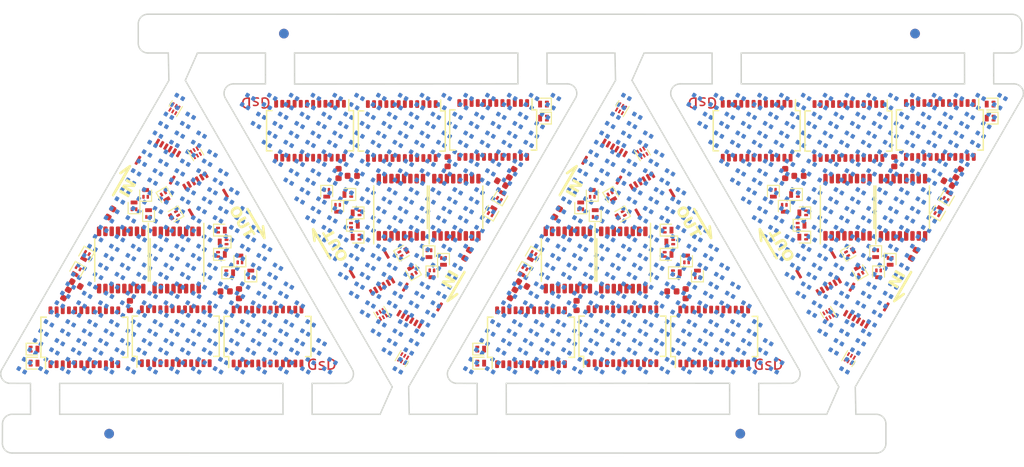
<source format=kicad_pcb>
(kicad_pcb (version 20171130) (host pcbnew 5.1.5-52549c5~84~ubuntu18.04.1)
  (layers (0 F.Cu signal) (1 In1.Cu signal) (2 In2.Cu signal) (31 B.Cu signal) (34 B.Paste user) (35 F.Paste user) (36 B.SilkS user) (37 F.SilkS user) (38 B.Mask user) (39 F.Mask user) (44 Edge.Cuts user))
  (net 0 "")
  (net 1 vcc)
  (net 2 gnd)
  (net 3 row_0)
  (net 4 row_1)
  (net 5 row_2)
  (net 6 srow_0)
  (net 7 srow_1)
  (net 8 srow_2)
  (net 9 row_3)
  (net 10 row_4)
  (net 11 row_5)
  (net 12 row_6)
  (net 13 row_7)
  (net 14 srow_3)
  (net 15 srow_4)
  (net 16 srow_5)
  (net 17 srow_6)
  (net 18 srow_7)
  (net 19 colr_0)
  (net 20 colb_0)
  (net 21 colg_0)
  (net 22 colg_1)
  (net 23 colb_1)
  (net 24 colr_1)
  (net 25 colr_2)
  (net 26 colb_2)
  (net 27 colg_2)
  (net 28 colg_3)
  (net 29 colb_3)
  (net 30 colr_3)
  (net 31 colr_4)
  (net 32 colb_4)
  (net 33 colg_4)
  (net 34 colg_5)
  (net 35 colb_5)
  (net 36 colr_5)
  (net 37 colr_6)
  (net 38 colb_6)
  (net 39 colg_6)
  (net 40 colg_7)
  (net 41 colb_7)
  (net 42 colr_7)
  (net 43 colr_8)
  (net 44 colb_8)
  (net 45 colg_8)
  (net 46 colg_9)
  (net 47 colb_9)
  (net 48 colr_9)
  (net 49 colr_10)
  (net 50 colb_10)
  (net 51 colg_10)
  (net 52 colr_11)
  (net 53 colb_11)
  (net 54 colg_11)
  (net 55 colr_12)
  (net 56 colb_12)
  (net 57 colg_12)
  (net 58 colg_13)
  (net 59 colb_13)
  (net 60 colr_13)
  (net 61 colg_14)
  (net 62 colb_14)
  (net 63 colr_14)
  (net 64 colr_15)
  (net 65 colb_15)
  (net 66 colg_15)
  (net 67 blank)
  (net 68 latch)
  (net 69 sclk)
  (net 70 dat)
  (net 71 sdo_U3)
  (net 72 sdo_U1>sdi_U2)
  (net 73 sdo_U2>sdi_U3)
  (net 74 dat_out)
  (net 75 row_8)
  (net 76 row_9)
  (net 77 row_10)
  (net 78 row_11)
  (net 79 row_12)
  (net 80 row_13)
  (net 81 row_14)
  (net 82 srow_8)
  (net 83 srow_9)
  (net 84 srow_10)
  (net 85 srow_11)
  (net 86 srow_12)
  (net 87 srow_13)
  (net 88 srow_14)
  (net 89 U1_r_ext)
  (net 90 U2_r_ext)
  (net 91 U3_r_ext)
  (net 92 sdo_U4>sdi_U5)
  (net 93 dat_i)
  (net 94 blank_i)
  (net 95 latch_i)
  (net 96 sclk_i)
  (module MountingHole:MountingHole_2.1mm (layer F.Cu) (at 145.189488 118.690001)
    (fp_text reference REF** hide)
    (fp_text value MountingHole_2.1mm hide)
    (pad "" np_thru_hole circle (at 0 0) (size 0.5 0.5) (drill 0.5) (layers *.Cu *.Mask))
  )
  (module MountingHole:MountingHole_2.1mm (layer F.Cu) (at 170.439488 118.690001)
    (fp_text reference REF** hide)
    (fp_text value MountingHole_2.1mm hide)
    (pad "" np_thru_hole circle (at 0 0) (size 0.5 0.5) (drill 0.5) (layers *.Cu *.Mask))
  )
  (module MountingHole:MountingHole_2.1mm (layer F.Cu) (at 145.939488 118.690001)
    (fp_text reference REF** hide)
    (fp_text value MountingHole_2.1mm hide)
    (pad "" np_thru_hole circle (at 0 0) (size 0.5 0.5) (drill 0.5) (layers *.Cu *.Mask))
  )
  (module MountingHole:MountingHole_2.1mm (layer F.Cu) (at 146.689488 118.690001)
    (fp_text reference REF** hide)
    (fp_text value MountingHole_2.1mm hide)
    (pad "" np_thru_hole circle (at 0 0) (size 0.5 0.5) (drill 0.5) (layers *.Cu *.Mask))
  )
  (module MountingHole:MountingHole_2.1mm (layer F.Cu) (at 171.939488 118.690001)
    (fp_text reference REF** hide)
    (fp_text value MountingHole_2.1mm hide)
    (pad "" np_thru_hole circle (at 0 0) (size 0.5 0.5) (drill 0.5) (layers *.Cu *.Mask))
  )
  (module MountingHole:MountingHole_2.1mm (layer F.Cu) (at 172.689488 118.690001)
    (fp_text reference REF** hide)
    (fp_text value MountingHole_2.1mm hide)
    (pad "" np_thru_hole circle (at 0 0) (size 0.5 0.5) (drill 0.5) (layers *.Cu *.Mask))
  )
  (module MountingHole:MountingHole_2.1mm (layer F.Cu) (at 171.189488 118.690001)
    (fp_text reference REF** hide)
    (fp_text value MountingHole_2.1mm hide)
    (pad "" np_thru_hole circle (at 0 0) (size 0.5 0.5) (drill 0.5) (layers *.Cu *.Mask))
  )
  (module MountingHole:MountingHole_2.1mm (layer F.Cu) (at 144.439488 118.690001)
    (fp_text reference REF** hide)
    (fp_text value MountingHole_2.1mm hide)
    (pad "" np_thru_hole circle (at 0 0) (size 0.5 0.5) (drill 0.5) (layers *.Cu *.Mask))
  )
  (module MountingHole:MountingHole_2.1mm (layer F.Cu) (at 100.689488 118.690001)
    (fp_text reference REF** hide)
    (fp_text value MountingHole_2.1mm hide)
    (pad "" np_thru_hole circle (at 0 0) (size 0.5 0.5) (drill 0.5) (layers *.Cu *.Mask))
  )
  (module MountingHole:MountingHole_2.1mm (layer F.Cu) (at 99.939488 118.690001)
    (fp_text reference REF** hide)
    (fp_text value MountingHole_2.1mm hide)
    (pad "" np_thru_hole circle (at 0 0) (size 0.5 0.5) (drill 0.5) (layers *.Cu *.Mask))
  )
  (module MountingHole:MountingHole_2.1mm (layer F.Cu) (at 99.189488 118.690001)
    (fp_text reference REF** hide)
    (fp_text value MountingHole_2.1mm hide)
    (pad "" np_thru_hole circle (at 0 0) (size 0.5 0.5) (drill 0.5) (layers *.Cu *.Mask))
  )
  (module MountingHole:MountingHole_2.1mm (layer F.Cu) (at 125.189488 118.690001)
    (fp_text reference REF** hide)
    (fp_text value MountingHole_2.1mm hide)
    (pad "" np_thru_hole circle (at 0 0) (size 0.5 0.5) (drill 0.5) (layers *.Cu *.Mask))
  )
  (module MountingHole:MountingHole_2.1mm (layer F.Cu) (at 126.689488 118.690001)
    (fp_text reference REF** hide)
    (fp_text value MountingHole_2.1mm hide)
    (pad "" np_thru_hole circle (at 0 0) (size 0.5 0.5) (drill 0.5) (layers *.Cu *.Mask))
  )
  (module MountingHole:MountingHole_2.1mm (layer F.Cu) (at 124.439488 118.690001)
    (fp_text reference REF** hide)
    (fp_text value MountingHole_2.1mm hide)
    (pad "" np_thru_hole circle (at 0 0) (size 0.5 0.5) (drill 0.5) (layers *.Cu *.Mask))
  )
  (module MountingHole:MountingHole_2.1mm (layer F.Cu) (at 98.439488 118.690001)
    (fp_text reference REF** hide)
    (fp_text value MountingHole_2.1mm hide)
    (pad "" np_thru_hole circle (at 0 0) (size 0.5 0.5) (drill 0.5) (layers *.Cu *.Mask))
  )
  (module MountingHole:MountingHole_2.1mm (layer F.Cu) (at 125.939488 118.690001)
    (fp_text reference REF** hide)
    (fp_text value MountingHole_2.1mm hide)
    (pad "" np_thru_hole circle (at 0 0) (size 0.5 0.5) (drill 0.5) (layers *.Cu *.Mask))
  )
  (module gkl_led:led_rbag_1515 (layer B.Cu) (at 158.061071 90.88841 60)
    (fp_text reference D30 hide)
    (fp_text value LED_ARGB hide)
    (pad 3 smd roundrect (at 0.55125 -0.34875 240) (size 0.443 0.406) (layers B.Cu B.Paste B.Mask) (roundrect_rratio 0.197))
    (pad 1 smd roundrect (at -0.55125 -0.34875 240) (size 0.443 0.406) (layers B.Cu B.Paste B.Mask) (roundrect_rratio 0.197))
    (pad 4 smd roundrect (at 0.55125 0.34875 240) (size 0.443 0.406) (layers B.Cu B.Paste B.Mask) (roundrect_rratio 0.197))
    (pad 2 smd roundrect (at -0.55125 0.34875 240) (size 0.443 0.406) (layers B.Cu B.Paste B.Mask) (roundrect_rratio 0.197))
  )
  (module gkl_led:led_rbag_1515 (layer B.Cu) (at 163.68314 116.178701 60)
    (fp_text reference D81 hide)
    (fp_text value LED_ARGB hide)
    (pad 3 smd roundrect (at 0.55125 -0.34875 240) (size 0.443 0.406) (layers B.Cu B.Paste B.Mask) (roundrect_rratio 0.197))
    (pad 1 smd roundrect (at -0.55125 -0.34875 240) (size 0.443 0.406) (layers B.Cu B.Paste B.Mask) (roundrect_rratio 0.197))
    (pad 4 smd roundrect (at 0.55125 0.34875 240) (size 0.443 0.406) (layers B.Cu B.Paste B.Mask) (roundrect_rratio 0.197))
    (pad 2 smd roundrect (at -0.55125 0.34875 240) (size 0.443 0.406) (layers B.Cu B.Paste B.Mask) (roundrect_rratio 0.197))
  )
  (module gkl_led:led_rbag_1515 (layer B.Cu) (at 162.558569 110.342515 60)
    (fp_text reference D68 hide)
    (fp_text value LED_ARGB hide)
    (pad 3 smd roundrect (at 0.55125 -0.34875 240) (size 0.443 0.406) (layers B.Cu B.Paste B.Mask) (roundrect_rratio 0.197))
    (pad 1 smd roundrect (at -0.55125 -0.34875 240) (size 0.443 0.406) (layers B.Cu B.Paste B.Mask) (roundrect_rratio 0.197))
    (pad 4 smd roundrect (at 0.55125 0.34875 240) (size 0.443 0.406) (layers B.Cu B.Paste B.Mask) (roundrect_rratio 0.197))
    (pad 2 smd roundrect (at -0.55125 0.34875 240) (size 0.443 0.406) (layers B.Cu B.Paste B.Mask) (roundrect_rratio 0.197))
  )
  (module gkl_led:led_rbag_1515 (layer B.Cu) (at 159.187213 104.505875 60)
    (fp_text reference D71 hide)
    (fp_text value LED_ARGB hide)
    (pad 3 smd roundrect (at 0.55125 -0.34875 240) (size 0.443 0.406) (layers B.Cu B.Paste B.Mask) (roundrect_rratio 0.197))
    (pad 1 smd roundrect (at -0.55125 -0.34875 240) (size 0.443 0.406) (layers B.Cu B.Paste B.Mask) (roundrect_rratio 0.197))
    (pad 4 smd roundrect (at 0.55125 0.34875 240) (size 0.443 0.406) (layers B.Cu B.Paste B.Mask) (roundrect_rratio 0.197))
    (pad 2 smd roundrect (at -0.55125 0.34875 240) (size 0.443 0.406) (layers B.Cu B.Paste B.Mask) (roundrect_rratio 0.197))
  )
  (module gkl_led:led_rbag_1515 (layer B.Cu) (at 152.446856 104.504515 60)
    (fp_text reference D119 hide)
    (fp_text value LED_ARGB hide)
    (pad 3 smd roundrect (at 0.55125 -0.34875 240) (size 0.443 0.406) (layers B.Cu B.Paste B.Mask) (roundrect_rratio 0.197))
    (pad 1 smd roundrect (at -0.55125 -0.34875 240) (size 0.443 0.406) (layers B.Cu B.Paste B.Mask) (roundrect_rratio 0.197))
    (pad 4 smd roundrect (at 0.55125 0.34875 240) (size 0.443 0.406) (layers B.Cu B.Paste B.Mask) (roundrect_rratio 0.197))
    (pad 2 smd roundrect (at -0.55125 0.34875 240) (size 0.443 0.406) (layers B.Cu B.Paste B.Mask) (roundrect_rratio 0.197))
  )
  (module gkl_led:led_rbag_1515 (layer B.Cu) (at 160.310998 106.451421 60)
    (fp_text reference D70 hide)
    (fp_text value LED_ARGB hide)
    (pad 3 smd roundrect (at 0.55125 -0.34875 240) (size 0.443 0.406) (layers B.Cu B.Paste B.Mask) (roundrect_rratio 0.197))
    (pad 1 smd roundrect (at -0.55125 -0.34875 240) (size 0.443 0.406) (layers B.Cu B.Paste B.Mask) (roundrect_rratio 0.197))
    (pad 4 smd roundrect (at 0.55125 0.34875 240) (size 0.443 0.406) (layers B.Cu B.Paste B.Mask) (roundrect_rratio 0.197))
    (pad 2 smd roundrect (at -0.55125 0.34875 240) (size 0.443 0.406) (layers B.Cu B.Paste B.Mask) (roundrect_rratio 0.197))
  )
  (module gkl_led:led_rbag_1515 (layer B.Cu) (at 165.926784 100.616596 60)
    (fp_text reference D9 hide)
    (fp_text value LED_ARGB hide)
    (pad 3 smd roundrect (at 0.55125 -0.34875 240) (size 0.443 0.406) (layers B.Cu B.Paste B.Mask) (roundrect_rratio 0.197))
    (pad 1 smd roundrect (at -0.55125 -0.34875 240) (size 0.443 0.406) (layers B.Cu B.Paste B.Mask) (roundrect_rratio 0.197))
    (pad 4 smd roundrect (at 0.55125 0.34875 240) (size 0.443 0.406) (layers B.Cu B.Paste B.Mask) (roundrect_rratio 0.197))
    (pad 2 smd roundrect (at -0.55125 0.34875 240) (size 0.443 0.406) (layers B.Cu B.Paste B.Mask) (roundrect_rratio 0.197))
  )
  (module gkl_led:led_rbag_1515 (layer B.Cu) (at 163.680784 104.506782 60)
    (fp_text reference D39 hide)
    (fp_text value LED_ARGB hide)
    (pad 3 smd roundrect (at 0.55125 -0.34875 240) (size 0.443 0.406) (layers B.Cu B.Paste B.Mask) (roundrect_rratio 0.197))
    (pad 1 smd roundrect (at -0.55125 -0.34875 240) (size 0.443 0.406) (layers B.Cu B.Paste B.Mask) (roundrect_rratio 0.197))
    (pad 4 smd roundrect (at 0.55125 0.34875 240) (size 0.443 0.406) (layers B.Cu B.Paste B.Mask) (roundrect_rratio 0.197))
    (pad 2 smd roundrect (at -0.55125 0.34875 240) (size 0.443 0.406) (layers B.Cu B.Paste B.Mask) (roundrect_rratio 0.197))
  )
  (module gkl_led:led_rbag_1515 (layer B.Cu) (at 162.557784 106.451875 60)
    (fp_text reference D54 hide)
    (fp_text value LED_ARGB hide)
    (pad 3 smd roundrect (at 0.55125 -0.34875 240) (size 0.443 0.406) (layers B.Cu B.Paste B.Mask) (roundrect_rratio 0.197))
    (pad 1 smd roundrect (at -0.55125 -0.34875 240) (size 0.443 0.406) (layers B.Cu B.Paste B.Mask) (roundrect_rratio 0.197))
    (pad 4 smd roundrect (at 0.55125 0.34875 240) (size 0.443 0.406) (layers B.Cu B.Paste B.Mask) (roundrect_rratio 0.197))
    (pad 2 smd roundrect (at -0.55125 0.34875 240) (size 0.443 0.406) (layers B.Cu B.Paste B.Mask) (roundrect_rratio 0.197))
  )
  (module gkl_led:led_rbag_1515 (layer B.Cu) (at 167.052925 114.234061 60)
    (fp_text reference D50 hide)
    (fp_text value LED_ARGB hide)
    (pad 3 smd roundrect (at 0.55125 -0.34875 240) (size 0.443 0.406) (layers B.Cu B.Paste B.Mask) (roundrect_rratio 0.197))
    (pad 1 smd roundrect (at -0.55125 -0.34875 240) (size 0.443 0.406) (layers B.Cu B.Paste B.Mask) (roundrect_rratio 0.197))
    (pad 4 smd roundrect (at 0.55125 0.34875 240) (size 0.443 0.406) (layers B.Cu B.Paste B.Mask) (roundrect_rratio 0.197))
    (pad 2 smd roundrect (at -0.55125 0.34875 240) (size 0.443 0.406) (layers B.Cu B.Paste B.Mask) (roundrect_rratio 0.197))
  )
  (module gkl_led:led_rbag_1515 (layer B.Cu) (at 149.077071 106.449154 60)
    (fp_text reference D150 hide)
    (fp_text value LED_ARGB hide)
    (pad 3 smd roundrect (at 0.55125 -0.34875 240) (size 0.443 0.406) (layers B.Cu B.Paste B.Mask) (roundrect_rratio 0.197))
    (pad 1 smd roundrect (at -0.55125 -0.34875 240) (size 0.443 0.406) (layers B.Cu B.Paste B.Mask) (roundrect_rratio 0.197))
    (pad 4 smd roundrect (at 0.55125 0.34875 240) (size 0.443 0.406) (layers B.Cu B.Paste B.Mask) (roundrect_rratio 0.197))
    (pad 2 smd roundrect (at -0.55125 0.34875 240) (size 0.443 0.406) (layers B.Cu B.Paste B.Mask) (roundrect_rratio 0.197))
  )
  (module Package_TO_SOT_SMD:SOT-883 (layer F.Cu) (at 177.625001 102.924001 180)
    (fp_text reference Q2 hide)
    (fp_text value LP0404N3T5G hide)
    (pad 1 smd roundrect (at -0.35 -0.225 180) (size 0.4 0.25) (layers F.Cu F.Paste F.Mask) (roundrect_rratio 0.2))
    (pad 2 smd roundrect (at -0.35 0.225 180) (size 0.4 0.25) (layers F.Cu F.Paste F.Mask) (roundrect_rratio 0.2))
    (pad 3 smd roundrect (at 0.35 0 180) (size 0.4 0.7) (layers F.Cu F.Paste F.Mask) (roundrect_rratio 0.125))
  )
  (module gkl_conn:5034800600 (layer F.Cu) (at 183.130796 111.395543 150)
    (fp_text reference J1 hide)
    (fp_text value input hide)
    (pad 6 smd roundrect (at 1.25 0 150) (size 0.3 0.7) (layers F.Cu F.Paste F.Mask))
    (pad 5 smd roundrect (at 0.75 0 150) (size 0.3 0.7) (layers F.Cu F.Paste F.Mask))
    (pad 4 smd roundrect (at 0.25 0 150) (size 0.3 0.7) (layers F.Cu F.Paste F.Mask))
    (pad 3 smd roundrect (at -0.25 0 150) (size 0.3 0.7) (layers F.Cu F.Paste F.Mask))
    (pad 2 smd roundrect (at -0.75 0 150) (size 0.3 0.7) (layers F.Cu F.Paste F.Mask))
    (pad 1 smd roundrect (at -1.25 0 150) (size 0.3 0.7) (layers F.Cu F.Paste F.Mask))
    (pad SH smd roundrect (at 2.04 2.65 150) (size 0.3 1) (layers F.Cu F.Paste F.Mask))
    (pad SH smd roundrect (at -2.04 2.65 150) (size 0.3 1) (layers F.Cu F.Paste F.Mask))
  )
  (module gkl_led:led_rbag_1515 (layer B.Cu) (at 166.463584 88.944001 240)
    (fp_text reference D1 hide)
    (fp_text value LED_ARGB hide)
    (pad 2 smd roundrect (at -0.55125 0.34875 60) (size 0.443 0.406) (layers B.Cu B.Paste B.Mask) (roundrect_rratio 0.197))
    (pad 4 smd roundrect (at 0.55125 0.34875 60) (size 0.443 0.406) (layers B.Cu B.Paste B.Mask) (roundrect_rratio 0.197))
    (pad 1 smd roundrect (at -0.55125 -0.34875 60) (size 0.443 0.406) (layers B.Cu B.Paste B.Mask) (roundrect_rratio 0.197))
    (pad 3 smd roundrect (at 0.55125 -0.34875 60) (size 0.443 0.406) (layers B.Cu B.Paste B.Mask) (roundrect_rratio 0.197))
  )
  (module gkl_led:led_rbag_1515 (layer B.Cu) (at 161.435569 112.287608 60)
    (fp_text reference D83 hide)
    (fp_text value LED_ARGB hide)
    (pad 3 smd roundrect (at 0.55125 -0.34875 240) (size 0.443 0.406) (layers B.Cu B.Paste B.Mask) (roundrect_rratio 0.197))
    (pad 1 smd roundrect (at -0.55125 -0.34875 240) (size 0.443 0.406) (layers B.Cu B.Paste B.Mask) (roundrect_rratio 0.197))
    (pad 4 smd roundrect (at 0.55125 0.34875 240) (size 0.443 0.406) (layers B.Cu B.Paste B.Mask) (roundrect_rratio 0.197))
    (pad 2 smd roundrect (at -0.55125 0.34875 240) (size 0.443 0.406) (layers B.Cu B.Paste B.Mask) (roundrect_rratio 0.197))
  )
  (module Package_TO_SOT_SMD:SOT-883 (layer F.Cu) (at 182.500001 104.474001 30)
    (fp_text reference Q5 hide)
    (fp_text value LP0404N3T5G hide)
    (pad 1 smd roundrect (at -0.35 -0.225 30) (size 0.4 0.25) (layers F.Cu F.Paste F.Mask) (roundrect_rratio 0.2))
    (pad 2 smd roundrect (at -0.35 0.225 30) (size 0.4 0.25) (layers F.Cu F.Paste F.Mask) (roundrect_rratio 0.2))
    (pad 3 smd roundrect (at 0.35 0 30) (size 0.4 0.7) (layers F.Cu F.Paste F.Mask) (roundrect_rratio 0.125))
  )
  (module gkl_led:led_rbag_1515 (layer B.Cu) (at 160.312569 114.232701 60)
    (fp_text reference D98 hide)
    (fp_text value LED_ARGB hide)
    (pad 3 smd roundrect (at 0.55125 -0.34875 240) (size 0.443 0.406) (layers B.Cu B.Paste B.Mask) (roundrect_rratio 0.197))
    (pad 1 smd roundrect (at -0.55125 -0.34875 240) (size 0.443 0.406) (layers B.Cu B.Paste B.Mask) (roundrect_rratio 0.197))
    (pad 4 smd roundrect (at 0.55125 0.34875 240) (size 0.443 0.406) (layers B.Cu B.Paste B.Mask) (roundrect_rratio 0.197))
    (pad 2 smd roundrect (at -0.55125 0.34875 240) (size 0.443 0.406) (layers B.Cu B.Paste B.Mask) (roundrect_rratio 0.197))
  )
  (module gkl_led:led_rbag_1515 (layer B.Cu) (at 162.555427 94.779956 60)
    (fp_text reference D12 hide)
    (fp_text value LED_ARGB hide)
    (pad 3 smd roundrect (at 0.55125 -0.34875 240) (size 0.443 0.406) (layers B.Cu B.Paste B.Mask) (roundrect_rratio 0.197))
    (pad 1 smd roundrect (at -0.55125 -0.34875 240) (size 0.443 0.406) (layers B.Cu B.Paste B.Mask) (roundrect_rratio 0.197))
    (pad 4 smd roundrect (at 0.55125 0.34875 240) (size 0.443 0.406) (layers B.Cu B.Paste B.Mask) (roundrect_rratio 0.197))
    (pad 2 smd roundrect (at -0.55125 0.34875 240) (size 0.443 0.406) (layers B.Cu B.Paste B.Mask) (roundrect_rratio 0.197))
  )
  (module gkl_led:led_rbag_1515 (layer B.Cu) (at 162.559354 114.233154 60)
    (fp_text reference D82 hide)
    (fp_text value LED_ARGB hide)
    (pad 3 smd roundrect (at 0.55125 -0.34875 240) (size 0.443 0.406) (layers B.Cu B.Paste B.Mask) (roundrect_rratio 0.197))
    (pad 1 smd roundrect (at -0.55125 -0.34875 240) (size 0.443 0.406) (layers B.Cu B.Paste B.Mask) (roundrect_rratio 0.197))
    (pad 4 smd roundrect (at 0.55125 0.34875 240) (size 0.443 0.406) (layers B.Cu B.Paste B.Mask) (roundrect_rratio 0.197))
    (pad 2 smd roundrect (at -0.55125 0.34875 240) (size 0.443 0.406) (layers B.Cu B.Paste B.Mask) (roundrect_rratio 0.197))
  )
  (module gkl_led:led_rbag_1515 (layer B.Cu) (at 155.818213 110.341154 60)
    (fp_text reference D116 hide)
    (fp_text value LED_ARGB hide)
    (pad 3 smd roundrect (at 0.55125 -0.34875 240) (size 0.443 0.406) (layers B.Cu B.Paste B.Mask) (roundrect_rratio 0.197))
    (pad 1 smd roundrect (at -0.55125 -0.34875 240) (size 0.443 0.406) (layers B.Cu B.Paste B.Mask) (roundrect_rratio 0.197))
    (pad 4 smd roundrect (at 0.55125 0.34875 240) (size 0.443 0.406) (layers B.Cu B.Paste B.Mask) (roundrect_rratio 0.197))
    (pad 2 smd roundrect (at -0.55125 0.34875 240) (size 0.443 0.406) (layers B.Cu B.Paste B.Mask) (roundrect_rratio 0.197))
  )
  (module gkl_led:led_rbag_1515 (layer B.Cu) (at 160.307856 90.888863 60)
    (fp_text reference D14 hide)
    (fp_text value LED_ARGB hide)
    (pad 3 smd roundrect (at 0.55125 -0.34875 240) (size 0.443 0.406) (layers B.Cu B.Paste B.Mask) (roundrect_rratio 0.197))
    (pad 1 smd roundrect (at -0.55125 -0.34875 240) (size 0.443 0.406) (layers B.Cu B.Paste B.Mask) (roundrect_rratio 0.197))
    (pad 4 smd roundrect (at 0.55125 0.34875 240) (size 0.443 0.406) (layers B.Cu B.Paste B.Mask) (roundrect_rratio 0.197))
    (pad 2 smd roundrect (at -0.55125 0.34875 240) (size 0.443 0.406) (layers B.Cu B.Paste B.Mask) (roundrect_rratio 0.197))
  )
  (module gkl_led:led_rbag_1515 (layer B.Cu) (at 170.422711 112.289421 60)
    (fp_text reference D19 hide)
    (fp_text value LED_ARGB hide)
    (pad 3 smd roundrect (at 0.55125 -0.34875 240) (size 0.443 0.406) (layers B.Cu B.Paste B.Mask) (roundrect_rratio 0.197))
    (pad 1 smd roundrect (at -0.55125 -0.34875 240) (size 0.443 0.406) (layers B.Cu B.Paste B.Mask) (roundrect_rratio 0.197))
    (pad 4 smd roundrect (at 0.55125 0.34875 240) (size 0.443 0.406) (layers B.Cu B.Paste B.Mask) (roundrect_rratio 0.197))
    (pad 2 smd roundrect (at -0.55125 0.34875 240) (size 0.443 0.406) (layers B.Cu B.Paste B.Mask) (roundrect_rratio 0.197))
  )
  (module gkl_led:led_rbag_1515 (layer B.Cu) (at 164.802998 98.671049 60)
    (fp_text reference D10 hide)
    (fp_text value LED_ARGB hide)
    (pad 3 smd roundrect (at 0.55125 -0.34875 240) (size 0.443 0.406) (layers B.Cu B.Paste B.Mask) (roundrect_rratio 0.197))
    (pad 1 smd roundrect (at -0.55125 -0.34875 240) (size 0.443 0.406) (layers B.Cu B.Paste B.Mask) (roundrect_rratio 0.197))
    (pad 4 smd roundrect (at 0.55125 0.34875 240) (size 0.443 0.406) (layers B.Cu B.Paste B.Mask) (roundrect_rratio 0.197))
    (pad 2 smd roundrect (at -0.55125 0.34875 240) (size 0.443 0.406) (layers B.Cu B.Paste B.Mask) (roundrect_rratio 0.197))
  )
  (module gkl_led:led_rbag_1515 (layer B.Cu) (at 153.570642 106.450061 60)
    (fp_text reference D118 hide)
    (fp_text value LED_ARGB hide)
    (pad 3 smd roundrect (at 0.55125 -0.34875 240) (size 0.443 0.406) (layers B.Cu B.Paste B.Mask) (roundrect_rratio 0.197))
    (pad 1 smd roundrect (at -0.55125 -0.34875 240) (size 0.443 0.406) (layers B.Cu B.Paste B.Mask) (roundrect_rratio 0.197))
    (pad 4 smd roundrect (at 0.55125 0.34875 240) (size 0.443 0.406) (layers B.Cu B.Paste B.Mask) (roundrect_rratio 0.197))
    (pad 2 smd roundrect (at -0.55125 0.34875 240) (size 0.443 0.406) (layers B.Cu B.Paste B.Mask) (roundrect_rratio 0.197))
  )
  (module Capacitor_SMD:C_0402_1005Metric (layer F.Cu) (at 152.32333 100.434469 240)
    (fp_text reference C3 hide)
    (fp_text value 100nF hide)
    (pad 2 smd roundrect (at 0.485 0 240) (size 0.59 0.64) (layers F.Cu F.Paste F.Mask))
    (pad 1 smd roundrect (at -0.485 0 240) (size 0.59 0.64) (layers F.Cu F.Paste F.Mask))
  )
  (module Capacitor_SMD:C_0402_1005Metric (layer F.Cu) (at 164.145173 108.518436 180)
    (fp_text reference C2 hide)
    (fp_text value 100nF hide)
    (pad 1 smd roundrect (at -0.485 0 180) (size 0.59 0.64) (layers F.Cu F.Paste F.Mask))
    (pad 2 smd roundrect (at 0.485 0 180) (size 0.59 0.64) (layers F.Cu F.Paste F.Mask))
  )
  (module gkl_led:led_rbag_1515 (layer B.Cu) (at 154.692071 96.723689 60)
    (fp_text reference D75 hide)
    (fp_text value LED_ARGB hide)
    (pad 3 smd roundrect (at 0.55125 -0.34875 240) (size 0.443 0.406) (layers B.Cu B.Paste B.Mask) (roundrect_rratio 0.197))
    (pad 1 smd roundrect (at -0.55125 -0.34875 240) (size 0.443 0.406) (layers B.Cu B.Paste B.Mask) (roundrect_rratio 0.197))
    (pad 4 smd roundrect (at 0.55125 0.34875 240) (size 0.443 0.406) (layers B.Cu B.Paste B.Mask) (roundrect_rratio 0.197))
    (pad 2 smd roundrect (at -0.55125 0.34875 240) (size 0.443 0.406) (layers B.Cu B.Paste B.Mask) (roundrect_rratio 0.197))
  )
  (module Package_TO_SOT_SMD:SOT-883 (layer F.Cu) (at 144.458734 115.916349)
    (fp_text reference Q15 hide)
    (fp_text value LP0404N3T5G hide)
    (pad 1 smd roundrect (at -0.35 -0.225) (size 0.4 0.25) (layers F.Cu F.Paste F.Mask) (roundrect_rratio 0.2))
    (pad 2 smd roundrect (at -0.35 0.225) (size 0.4 0.25) (layers F.Cu F.Paste F.Mask) (roundrect_rratio 0.2))
    (pad 3 smd roundrect (at 0.35 0) (size 0.4 0.7) (layers F.Cu F.Paste F.Mask) (roundrect_rratio 0.125))
  )
  (module Package_TO_SOT_SMD:SOT-883 (layer F.Cu) (at 144.455865 114.471317)
    (fp_text reference Q14 hide)
    (fp_text value LP0404N3T5G hide)
    (pad 1 smd roundrect (at -0.35 -0.225) (size 0.4 0.25) (layers F.Cu F.Paste F.Mask) (roundrect_rratio 0.2))
    (pad 2 smd roundrect (at -0.35 0.225) (size 0.4 0.25) (layers F.Cu F.Paste F.Mask) (roundrect_rratio 0.2))
    (pad 3 smd roundrect (at 0.35 0) (size 0.4 0.7) (layers F.Cu F.Paste F.Mask) (roundrect_rratio 0.125))
  )
  (module gkl_misc:SSOP-24_slim (layer F.Cu) (at 149.636715 113.247825 90)
    (fp_text reference U3 hide)
    (fp_text value TLC59025 hide)
    (pad 24 smd roundrect (at 2.78 -3.4925 90) (size 0.8 0.4) (layers F.Cu F.Paste F.Mask))
    (pad 23 smd roundrect (at 2.78 -2.8575 90) (size 0.8 0.4) (layers F.Cu F.Paste F.Mask))
    (pad 22 smd roundrect (at 2.78 -2.2225 90) (size 0.8 0.4) (layers F.Cu F.Paste F.Mask))
    (pad 21 smd roundrect (at 2.78 -1.5875 90) (size 0.8 0.4) (layers F.Cu F.Paste F.Mask))
    (pad 20 smd roundrect (at 2.78 -0.9525 90) (size 0.8 0.4) (layers F.Cu F.Paste F.Mask))
    (pad 19 smd roundrect (at 2.78 -0.3175 90) (size 0.8 0.4) (layers F.Cu F.Paste F.Mask))
    (pad 18 smd roundrect (at 2.78 0.3175 90) (size 0.8 0.4) (layers F.Cu F.Paste F.Mask))
    (pad 17 smd roundrect (at 2.78 0.9525 90) (size 0.8 0.4) (layers F.Cu F.Paste F.Mask))
    (pad 16 smd roundrect (at 2.78 1.5875 90) (size 0.8 0.4) (layers F.Cu F.Paste F.Mask))
    (pad 15 smd roundrect (at 2.78 2.2225 90) (size 0.8 0.4) (layers F.Cu F.Paste F.Mask))
    (pad 14 smd roundrect (at 2.78 2.8575 90) (size 0.8 0.4) (layers F.Cu F.Paste F.Mask))
    (pad 13 smd roundrect (at 2.78 3.4925 90) (size 0.8 0.4) (layers F.Cu F.Paste F.Mask))
    (pad 12 smd roundrect (at -2.78 3.4925 90) (size 0.8 0.4) (layers F.Cu F.Paste F.Mask))
    (pad 11 smd roundrect (at -2.78 2.8575 90) (size 0.8 0.4) (layers F.Cu F.Paste F.Mask))
    (pad 10 smd roundrect (at -2.78 2.2225 90) (size 0.8 0.4) (layers F.Cu F.Paste F.Mask))
    (pad 9 smd roundrect (at -2.78 1.5875 90) (size 0.8 0.4) (layers F.Cu F.Paste F.Mask))
    (pad 8 smd roundrect (at -2.78 0.9525 90) (size 0.8 0.4) (layers F.Cu F.Paste F.Mask))
    (pad 7 smd roundrect (at -2.78 0.3175 90) (size 0.8 0.4) (layers F.Cu F.Paste F.Mask))
    (pad 6 smd roundrect (at -2.78 -0.3175 90) (size 0.8 0.4) (layers F.Cu F.Paste F.Mask))
    (pad 5 smd roundrect (at -2.78 -0.9525 90) (size 0.8 0.4) (layers F.Cu F.Paste F.Mask))
    (pad 4 smd roundrect (at -2.78 -1.5875 90) (size 0.8 0.4) (layers F.Cu F.Paste F.Mask))
    (pad 3 smd roundrect (at -2.78 -2.2225 90) (size 0.8 0.4) (layers F.Cu F.Paste F.Mask))
    (pad 2 smd roundrect (at -2.78 -2.8575 90) (size 0.8 0.4) (layers F.Cu F.Paste F.Mask))
    (pad 1 smd roundrect (at -2.78 -3.4925 90) (size 0.8 0.4) (layers F.Cu F.Paste F.Mask))
  )
  (module gkl_led:led_rbag_1515 (layer B.Cu) (at 152.448427 112.285794 60)
    (fp_text reference D147 hide)
    (fp_text value LED_ARGB hide)
    (pad 3 smd roundrect (at 0.55125 -0.34875 240) (size 0.443 0.406) (layers B.Cu B.Paste B.Mask) (roundrect_rratio 0.197))
    (pad 1 smd roundrect (at -0.55125 -0.34875 240) (size 0.443 0.406) (layers B.Cu B.Paste B.Mask) (roundrect_rratio 0.197))
    (pad 4 smd roundrect (at 0.55125 0.34875 240) (size 0.443 0.406) (layers B.Cu B.Paste B.Mask) (roundrect_rratio 0.197))
    (pad 2 smd roundrect (at -0.55125 0.34875 240) (size 0.443 0.406) (layers B.Cu B.Paste B.Mask) (roundrect_rratio 0.197))
  )
  (module gsd_logo_small (layer F.Cu) (at 174.09065 116.115968)
    (fp_text reference G*** hide)
    (fp_text value LOGO hide)
    (fp_poly (pts (xy 0.809625 -0.656049) (xy 0.948894 -0.652824) (xy 1.055352 -0.641742) (xy 1.138164 -0.620435) (xy 1.206496 -0.586535) (xy 1.269512 -0.537672) (xy 1.270237 -0.537018) (xy 1.340037 -0.45732) (xy 1.386054 -0.362298) (xy 1.410458 -0.244688) (xy 1.415419 -0.097228) (xy 1.413931 -0.056017) (xy 1.39408 0.106816) (xy 1.349894 0.237949) (xy 1.279148 0.339287) (xy 1.179619 0.412731) (xy 1.049083 0.460187) (xy 0.885316 0.483556) (xy 0.779803 0.486833) (xy 0.592667 0.486833) (xy 0.592667 0.338667) (xy 0.762 0.338667) (xy 0.884039 0.338667) (xy 0.998972 0.327347) (xy 1.079303 0.299395) (xy 1.160578 0.233792) (xy 1.215228 0.137724) (xy 1.243868 0.009786) (xy 1.248834 -0.087568) (xy 1.23982 -0.236059) (xy 1.21085 -0.349515) (xy 1.159033 -0.431642) (xy 1.081476 -0.486148) (xy 0.975288 -0.516738) (xy 0.908005 -0.524408) (xy 0.762 -0.534855) (xy 0.762 0.338667) (xy 0.592667 0.338667) (xy 0.592667 -0.656167) (xy 0.809625 -0.656049)) (layer F.Cu) (width 0.01))
    (fp_poly (pts (xy 0.162577 -0.408638) (xy 0.231651 -0.397665) (xy 0.269226 -0.38476) (xy 0.285863 -0.363181) (xy 0.292122 -0.326181) (xy 0.292151 -0.325883) (xy 0.298552 -0.260216) (xy 0.140244 -0.270375) (xy 0.023554 -0.274289) (xy -0.058453 -0.267638) (xy -0.112413 -0.249068) (xy -0.144962 -0.217221) (xy -0.1483 -0.211417) (xy -0.159408 -0.158528) (xy -0.131713 -0.111118) (xy -0.063856 -0.06759) (xy -0.005378 -0.043426) (xy 0.120986 0.004376) (xy 0.212326 0.044812) (xy 0.274186 0.082617) (xy 0.312111 0.122522) (xy 0.331646 0.16926) (xy 0.338334 0.227561) (xy 0.338667 0.250217) (xy 0.332061 0.319458) (xy 0.306108 0.369754) (xy 0.275785 0.401589) (xy 0.193201 0.454029) (xy 0.081845 0.489442) (xy -0.047579 0.506087) (xy -0.184364 0.50222) (xy -0.264583 0.489528) (xy -0.310364 0.472303) (xy -0.330277 0.436937) (xy -0.334784 0.40645) (xy -0.341485 0.336834) (xy -0.228951 0.353625) (xy -0.077646 0.369325) (xy 0.038464 0.366191) (xy 0.11832 0.344321) (xy 0.151534 0.318598) (xy 0.179753 0.277874) (xy 0.1905 0.251655) (xy 0.170586 0.212403) (xy 0.114686 0.169922) (xy 0.028559 0.127998) (xy -0.031142 0.106035) (xy -0.115912 0.072019) (xy -0.195079 0.030549) (xy -0.245396 -0.004577) (xy -0.292577 -0.05312) (xy -0.313312 -0.100997) (xy -0.3175 -0.159315) (xy -0.298442 -0.24985) (xy -0.244324 -0.323152) (xy -0.159727 -0.376842) (xy -0.04923 -0.40854) (xy 0.082583 -0.415868) (xy 0.162577 -0.408638)) (layer F.Cu) (width 0.01))
    (fp_poly (pts (xy -0.729586 -0.662399) (xy -0.677333 -0.647505) (xy -0.626418 -0.62313) (xy -0.603622 -0.588205) (xy -0.59668 -0.543282) (xy -0.593267 -0.492195) (xy -0.600915 -0.471095) (xy -0.629252 -0.474961) (xy -0.684652 -0.497417) (xy -0.793084 -0.52487) (xy -0.911313 -0.52619) (xy -1.021487 -0.502134) (xy -1.067329 -0.481194) (xy -1.152001 -0.414193) (xy -1.209167 -0.323118) (xy -1.240724 -0.203739) (xy -1.248833 -0.077437) (xy -1.235812 0.076285) (xy -1.196686 0.196724) (xy -1.131367 0.283993) (xy -1.039764 0.338206) (xy -0.921786 0.359477) (xy -0.902158 0.359833) (xy -0.827591 0.358133) (xy -0.78048 0.347764) (xy -0.754524 0.320825) (xy -0.743421 0.269416) (xy -0.740872 0.185636) (xy -0.740833 0.157542) (xy -0.740833 -0.019054) (xy -0.862541 -0.025402) (xy -0.931356 -0.030401) (xy -0.968596 -0.039801) (xy -0.985008 -0.059004) (xy -0.990947 -0.089958) (xy -0.997645 -0.148167) (xy -0.592666 -0.148167) (xy -0.592666 0.440359) (xy -0.661458 0.46483) (xy -0.746414 0.485276) (xy -0.850823 0.496713) (xy -0.957542 0.498477) (xy -1.049423 0.489902) (xy -1.085247 0.481267) (xy -1.208581 0.422253) (xy -1.302342 0.335079) (xy -1.367447 0.218338) (xy -1.404808 0.070623) (xy -1.413852 -0.024121) (xy -1.40885 -0.20249) (xy -1.373738 -0.351868) (xy -1.307754 -0.47377) (xy -1.210142 -0.569709) (xy -1.111404 -0.627564) (xy -0.992941 -0.664104) (xy -0.859141 -0.676016) (xy -0.729586 -0.662399)) (layer F.Cu) (width 0.01))
  )
  (module gkl_led:led_rbag_1515 (layer B.Cu) (at 155.817427 106.450515 60)
    (fp_text reference D102 hide)
    (fp_text value LED_ARGB hide)
    (pad 3 smd roundrect (at 0.55125 -0.34875 240) (size 0.443 0.406) (layers B.Cu B.Paste B.Mask) (roundrect_rratio 0.197))
    (pad 1 smd roundrect (at -0.55125 -0.34875 240) (size 0.443 0.406) (layers B.Cu B.Paste B.Mask) (roundrect_rratio 0.197))
    (pad 4 smd roundrect (at 0.55125 0.34875 240) (size 0.443 0.406) (layers B.Cu B.Paste B.Mask) (roundrect_rratio 0.197))
    (pad 2 smd roundrect (at -0.55125 0.34875 240) (size 0.443 0.406) (layers B.Cu B.Paste B.Mask) (roundrect_rratio 0.197))
  )
  (module gkl_misc:TSSOP-16_slim (layer F.Cu) (at 159.142322 105.283629 270)
    (fp_text reference U4 hide)
    (fp_text value 74HC595 hide)
    (pad 1 smd roundrect (at -2.95 -2.275 270) (size 1 0.45) (layers F.Cu F.Paste F.Mask))
    (pad 2 smd roundrect (at -2.95 -1.625 270) (size 1 0.45) (layers F.Cu F.Paste F.Mask))
    (pad 3 smd roundrect (at -2.95 -0.975 270) (size 1 0.45) (layers F.Cu F.Paste F.Mask))
    (pad 4 smd roundrect (at -2.95 -0.325 270) (size 1 0.45) (layers F.Cu F.Paste F.Mask))
    (pad 5 smd roundrect (at -2.95 0.325 270) (size 1 0.45) (layers F.Cu F.Paste F.Mask))
    (pad 6 smd roundrect (at -2.95 0.975 270) (size 1 0.45) (layers F.Cu F.Paste F.Mask))
    (pad 7 smd roundrect (at -2.95 1.625 270) (size 1 0.45) (layers F.Cu F.Paste F.Mask))
    (pad 8 smd roundrect (at -2.95 2.275 270) (size 1 0.45) (layers F.Cu F.Paste F.Mask))
    (pad 9 smd roundrect (at 2.95 2.275 270) (size 1 0.45) (layers F.Cu F.Paste F.Mask))
    (pad 10 smd roundrect (at 2.95 1.625 270) (size 1 0.45) (layers F.Cu F.Paste F.Mask))
    (pad 11 smd roundrect (at 2.95 0.975 270) (size 1 0.45) (layers F.Cu F.Paste F.Mask))
    (pad 12 smd roundrect (at 2.95 0.325 270) (size 1 0.45) (layers F.Cu F.Paste F.Mask))
    (pad 13 smd roundrect (at 2.95 -0.325 270) (size 1 0.45) (layers F.Cu F.Paste F.Mask))
    (pad 14 smd roundrect (at 2.95 -0.975 270) (size 1 0.45) (layers F.Cu F.Paste F.Mask))
    (pad 15 smd roundrect (at 2.95 -1.625 270) (size 1 0.45) (layers F.Cu F.Paste F.Mask))
    (pad 16 smd roundrect (at 2.95 -2.275 270) (size 1 0.45) (layers F.Cu F.Paste F.Mask))
  )
  (module gkl_led:led_rbag_1515 (layer B.Cu) (at 169.298925 110.343875 60)
    (fp_text reference D20 hide)
    (fp_text value LED_ARGB hide)
    (pad 3 smd roundrect (at 0.55125 -0.34875 240) (size 0.443 0.406) (layers B.Cu B.Paste B.Mask) (roundrect_rratio 0.197))
    (pad 1 smd roundrect (at -0.55125 -0.34875 240) (size 0.443 0.406) (layers B.Cu B.Paste B.Mask) (roundrect_rratio 0.197))
    (pad 4 smd roundrect (at 0.55125 0.34875 240) (size 0.443 0.406) (layers B.Cu B.Paste B.Mask) (roundrect_rratio 0.197))
    (pad 2 smd roundrect (at -0.55125 0.34875 240) (size 0.443 0.406) (layers B.Cu B.Paste B.Mask) (roundrect_rratio 0.197))
  )
  (module gkl_led:led_rbag_1515 (layer B.Cu) (at 151.324642 110.340247 60)
    (fp_text reference D148 hide)
    (fp_text value LED_ARGB hide)
    (pad 3 smd roundrect (at 0.55125 -0.34875 240) (size 0.443 0.406) (layers B.Cu B.Paste B.Mask) (roundrect_rratio 0.197))
    (pad 1 smd roundrect (at -0.55125 -0.34875 240) (size 0.443 0.406) (layers B.Cu B.Paste B.Mask) (roundrect_rratio 0.197))
    (pad 4 smd roundrect (at 0.55125 0.34875 240) (size 0.443 0.406) (layers B.Cu B.Paste B.Mask) (roundrect_rratio 0.197))
    (pad 2 smd roundrect (at -0.55125 0.34875 240) (size 0.443 0.406) (layers B.Cu B.Paste B.Mask) (roundrect_rratio 0.197))
  )
  (module gkl_led:led_rbag_1515 (layer B.Cu) (at 158.064213 106.450968 60)
    (fp_text reference D86 hide)
    (fp_text value LED_ARGB hide)
    (pad 3 smd roundrect (at 0.55125 -0.34875 240) (size 0.443 0.406) (layers B.Cu B.Paste B.Mask) (roundrect_rratio 0.197))
    (pad 1 smd roundrect (at -0.55125 -0.34875 240) (size 0.443 0.406) (layers B.Cu B.Paste B.Mask) (roundrect_rratio 0.197))
    (pad 4 smd roundrect (at 0.55125 0.34875 240) (size 0.443 0.406) (layers B.Cu B.Paste B.Mask) (roundrect_rratio 0.197))
    (pad 2 smd roundrect (at -0.55125 0.34875 240) (size 0.443 0.406) (layers B.Cu B.Paste B.Mask) (roundrect_rratio 0.197))
  )
  (module gkl_led:led_rbag_1515 (layer B.Cu) (at 153.572213 114.23134 60)
    (fp_text reference D146 hide)
    (fp_text value LED_ARGB hide)
    (pad 3 smd roundrect (at 0.55125 -0.34875 240) (size 0.443 0.406) (layers B.Cu B.Paste B.Mask) (roundrect_rratio 0.197))
    (pad 1 smd roundrect (at -0.55125 -0.34875 240) (size 0.443 0.406) (layers B.Cu B.Paste B.Mask) (roundrect_rratio 0.197))
    (pad 4 smd roundrect (at 0.55125 0.34875 240) (size 0.443 0.406) (layers B.Cu B.Paste B.Mask) (roundrect_rratio 0.197))
    (pad 2 smd roundrect (at -0.55125 0.34875 240) (size 0.443 0.406) (layers B.Cu B.Paste B.Mask) (roundrect_rratio 0.197))
  )
  (module gkl_led:led_rbag_1515 (layer B.Cu) (at 159.187998 108.396515 60)
    (fp_text reference D85 hide)
    (fp_text value LED_ARGB hide)
    (pad 3 smd roundrect (at 0.55125 -0.34875 240) (size 0.443 0.406) (layers B.Cu B.Paste B.Mask) (roundrect_rratio 0.197))
    (pad 1 smd roundrect (at -0.55125 -0.34875 240) (size 0.443 0.406) (layers B.Cu B.Paste B.Mask) (roundrect_rratio 0.197))
    (pad 4 smd roundrect (at 0.55125 0.34875 240) (size 0.443 0.406) (layers B.Cu B.Paste B.Mask) (roundrect_rratio 0.197))
    (pad 2 smd roundrect (at -0.55125 0.34875 240) (size 0.443 0.406) (layers B.Cu B.Paste B.Mask) (roundrect_rratio 0.197))
  )
  (module Package_TO_SOT_SMD:SOT-883 (layer F.Cu) (at 149.755538 104.869922 240)
    (fp_text reference Q12 hide)
    (fp_text value LP0404N3T5G hide)
    (pad 1 smd roundrect (at -0.35 -0.225 240) (size 0.4 0.25) (layers F.Cu F.Paste F.Mask) (roundrect_rratio 0.2))
    (pad 2 smd roundrect (at -0.35 0.225 240) (size 0.4 0.25) (layers F.Cu F.Paste F.Mask) (roundrect_rratio 0.2))
    (pad 3 smd roundrect (at 0.35 0 240) (size 0.4 0.7) (layers F.Cu F.Paste F.Mask) (roundrect_rratio 0.125))
  )
  (module Package_TO_SOT_SMD:SOT-883 (layer F.Cu) (at 154.755214 99.702322 90)
    (fp_text reference Q11 hide)
    (fp_text value LP0404N3T5G hide)
    (pad 3 smd roundrect (at 0.35 0 90) (size 0.4 0.7) (layers F.Cu F.Paste F.Mask) (roundrect_rratio 0.125))
    (pad 2 smd roundrect (at -0.35 0.225 90) (size 0.4 0.25) (layers F.Cu F.Paste F.Mask) (roundrect_rratio 0.2))
    (pad 1 smd roundrect (at -0.35 -0.225 90) (size 0.4 0.25) (layers F.Cu F.Paste F.Mask) (roundrect_rratio 0.2))
  )
  (module gkl_led:led_rbag_1515 (layer B.Cu) (at 150.200071 104.504061 60)
    (fp_text reference D135 hide)
    (fp_text value LED_ARGB hide)
    (pad 3 smd roundrect (at 0.55125 -0.34875 240) (size 0.443 0.406) (layers B.Cu B.Paste B.Mask) (roundrect_rratio 0.197))
    (pad 1 smd roundrect (at -0.55125 -0.34875 240) (size 0.443 0.406) (layers B.Cu B.Paste B.Mask) (roundrect_rratio 0.197))
    (pad 4 smd roundrect (at 0.55125 0.34875 240) (size 0.443 0.406) (layers B.Cu B.Paste B.Mask) (roundrect_rratio 0.197))
    (pad 2 smd roundrect (at -0.55125 0.34875 240) (size 0.443 0.406) (layers B.Cu B.Paste B.Mask) (roundrect_rratio 0.197))
  )
  (module gkl_led:led_rbag_1515 (layer B.Cu) (at 147.954856 112.284887 60)
    (fp_text reference D179 hide)
    (fp_text value LED_ARGB hide)
    (pad 3 smd roundrect (at 0.55125 -0.34875 240) (size 0.443 0.406) (layers B.Cu B.Paste B.Mask) (roundrect_rratio 0.197))
    (pad 1 smd roundrect (at -0.55125 -0.34875 240) (size 0.443 0.406) (layers B.Cu B.Paste B.Mask) (roundrect_rratio 0.197))
    (pad 4 smd roundrect (at 0.55125 0.34875 240) (size 0.443 0.406) (layers B.Cu B.Paste B.Mask) (roundrect_rratio 0.197))
    (pad 2 smd roundrect (at -0.55125 0.34875 240) (size 0.443 0.406) (layers B.Cu B.Paste B.Mask) (roundrect_rratio 0.197))
  )
  (module gkl_led:led_rbag_1515 (layer B.Cu) (at 149.078642 114.230433 60)
    (fp_text reference D178 hide)
    (fp_text value LED_ARGB hide)
    (pad 3 smd roundrect (at 0.55125 -0.34875 240) (size 0.443 0.406) (layers B.Cu B.Paste B.Mask) (roundrect_rratio 0.197))
    (pad 1 smd roundrect (at -0.55125 -0.34875 240) (size 0.443 0.406) (layers B.Cu B.Paste B.Mask) (roundrect_rratio 0.197))
    (pad 4 smd roundrect (at 0.55125 0.34875 240) (size 0.443 0.406) (layers B.Cu B.Paste B.Mask) (roundrect_rratio 0.197))
    (pad 2 smd roundrect (at -0.55125 0.34875 240) (size 0.443 0.406) (layers B.Cu B.Paste B.Mask) (roundrect_rratio 0.197))
  )
  (module Package_TO_SOT_SMD:SOT-883 (layer F.Cu) (at 155.947964 98.416418 90)
    (fp_text reference Q10 hide)
    (fp_text value LP0404N3T5G hide)
    (pad 1 smd roundrect (at -0.35 -0.225 90) (size 0.4 0.25) (layers F.Cu F.Paste F.Mask) (roundrect_rratio 0.2))
    (pad 2 smd roundrect (at -0.35 0.225 90) (size 0.4 0.25) (layers F.Cu F.Paste F.Mask) (roundrect_rratio 0.2))
    (pad 3 smd roundrect (at 0.35 0 90) (size 0.4 0.7) (layers F.Cu F.Paste F.Mask) (roundrect_rratio 0.125))
  )
  (module Package_TO_SOT_SMD:SOT-883 (layer F.Cu) (at 156.25065 100.495968 90)
    (fp_text reference Q9 hide)
    (fp_text value LP0404N3T5G hide)
    (pad 3 smd roundrect (at 0.35 0 90) (size 0.4 0.7) (layers F.Cu F.Paste F.Mask) (roundrect_rratio 0.125))
    (pad 2 smd roundrect (at -0.35 0.225 90) (size 0.4 0.25) (layers F.Cu F.Paste F.Mask) (roundrect_rratio 0.2))
    (pad 1 smd roundrect (at -0.35 -0.225 90) (size 0.4 0.25) (layers F.Cu F.Paste F.Mask) (roundrect_rratio 0.2))
  )
  (module Capacitor_SMD:C_0402_1005Metric (layer F.Cu) (at 148.789775 107.764765 330)
    (fp_text reference C1 hide)
    (fp_text value 100nF hide)
    (pad 1 smd roundrect (at -0.485 0 330) (size 0.59 0.64) (layers F.Cu F.Paste F.Mask))
    (pad 2 smd roundrect (at 0.485 0 330) (size 0.59 0.64) (layers F.Cu F.Paste F.Mask))
  )
  (module gkl_led:led_rbag_1515 (layer B.Cu) (at 154.694427 108.395608 60)
    (fp_text reference D117 hide)
    (fp_text value LED_ARGB hide)
    (pad 3 smd roundrect (at 0.55125 -0.34875 240) (size 0.443 0.406) (layers B.Cu B.Paste B.Mask) (roundrect_rratio 0.197))
    (pad 1 smd roundrect (at -0.55125 -0.34875 240) (size 0.443 0.406) (layers B.Cu B.Paste B.Mask) (roundrect_rratio 0.197))
    (pad 4 smd roundrect (at 0.55125 0.34875 240) (size 0.443 0.406) (layers B.Cu B.Paste B.Mask) (roundrect_rratio 0.197))
    (pad 2 smd roundrect (at -0.55125 0.34875 240) (size 0.443 0.406) (layers B.Cu B.Paste B.Mask) (roundrect_rratio 0.197))
  )
  (module gkl_led:led_rbag_1515 (layer B.Cu) (at 158.064998 110.341608 60)
    (fp_text reference D100 hide)
    (fp_text value LED_ARGB hide)
    (pad 3 smd roundrect (at 0.55125 -0.34875 240) (size 0.443 0.406) (layers B.Cu B.Paste B.Mask) (roundrect_rratio 0.197))
    (pad 1 smd roundrect (at -0.55125 -0.34875 240) (size 0.443 0.406) (layers B.Cu B.Paste B.Mask) (roundrect_rratio 0.197))
    (pad 4 smd roundrect (at 0.55125 0.34875 240) (size 0.443 0.406) (layers B.Cu B.Paste B.Mask) (roundrect_rratio 0.197))
    (pad 2 smd roundrect (at -0.55125 0.34875 240) (size 0.443 0.406) (layers B.Cu B.Paste B.Mask) (roundrect_rratio 0.197))
  )
  (module gkl_led:led_rbag_1515 (layer B.Cu) (at 156.941213 108.396061 60)
    (fp_text reference D101 hide)
    (fp_text value LED_ARGB hide)
    (pad 3 smd roundrect (at 0.55125 -0.34875 240) (size 0.443 0.406) (layers B.Cu B.Paste B.Mask) (roundrect_rratio 0.197))
    (pad 1 smd roundrect (at -0.55125 -0.34875 240) (size 0.443 0.406) (layers B.Cu B.Paste B.Mask) (roundrect_rratio 0.197))
    (pad 4 smd roundrect (at 0.55125 0.34875 240) (size 0.443 0.406) (layers B.Cu B.Paste B.Mask) (roundrect_rratio 0.197))
    (pad 2 smd roundrect (at -0.55125 0.34875 240) (size 0.443 0.406) (layers B.Cu B.Paste B.Mask) (roundrect_rratio 0.197))
  )
  (module gkl_misc:UDFN-6_1x1mm_P0.35mm (layer F.Cu) (at 182.466533 115.446081 240)
    (fp_text reference U6 hide)
    (fp_text value NC7WZ17 hide)
    (pad 1 smd rect (at -0.305 -0.35 240) (size 0.45 0.19) (layers F.Cu F.Paste F.Mask))
    (pad 2 smd rect (at -0.33 0 240) (size 0.4 0.19) (layers F.Cu F.Paste F.Mask))
    (pad 3 smd rect (at -0.33 0.35 240) (size 0.4 0.19) (layers F.Cu F.Paste F.Mask))
    (pad 4 smd rect (at 0.33 0.35 240) (size 0.4 0.19) (layers F.Cu F.Paste F.Mask))
    (pad 5 smd rect (at 0.33 0 240) (size 0.4 0.19) (layers F.Cu F.Paste F.Mask))
    (pad 6 smd rect (at 0.33 -0.35 240) (size 0.4 0.19) (layers F.Cu F.Paste F.Mask))
  )
  (module gkl_conn:5034800600 (layer F.Cu) (at 180.300001 107.999002 210)
    (fp_text reference J2 hide)
    (fp_text value output hide)
    (pad SH smd roundrect (at -2.04 2.65 210) (size 0.3 1) (layers F.Cu F.Paste F.Mask))
    (pad SH smd roundrect (at 2.04 2.65 210) (size 0.3 1) (layers F.Cu F.Paste F.Mask))
    (pad 1 smd roundrect (at -1.25 0 210) (size 0.3 0.7) (layers F.Cu F.Paste F.Mask))
    (pad 2 smd roundrect (at -0.75 0 210) (size 0.3 0.7) (layers F.Cu F.Paste F.Mask))
    (pad 3 smd roundrect (at -0.25 0 210) (size 0.3 0.7) (layers F.Cu F.Paste F.Mask))
    (pad 4 smd roundrect (at 0.25 0 210) (size 0.3 0.7) (layers F.Cu F.Paste F.Mask))
    (pad 5 smd roundrect (at 0.75 0 210) (size 0.3 0.7) (layers F.Cu F.Paste F.Mask))
    (pad 6 smd roundrect (at 1.25 0 210) (size 0.3 0.7) (layers F.Cu F.Paste F.Mask))
  )
  (module Package_TO_SOT_SMD:SOT-883 (layer F.Cu) (at 196.921917 89.20862 180)
    (fp_text reference Q15 hide)
    (fp_text value LP0404N3T5G hide)
    (pad 3 smd roundrect (at 0.35 0 180) (size 0.4 0.7) (layers F.Cu F.Paste F.Mask) (roundrect_rratio 0.125))
    (pad 2 smd roundrect (at -0.35 0.225 180) (size 0.4 0.25) (layers F.Cu F.Paste F.Mask) (roundrect_rratio 0.2))
    (pad 1 smd roundrect (at -0.35 -0.225 180) (size 0.4 0.25) (layers F.Cu F.Paste F.Mask) (roundrect_rratio 0.2))
  )
  (module Package_TO_SOT_SMD:SOT-883 (layer F.Cu) (at 196.924786 90.653652 180)
    (fp_text reference Q14 hide)
    (fp_text value LP0404N3T5G hide)
    (pad 3 smd roundrect (at 0.35 0 180) (size 0.4 0.7) (layers F.Cu F.Paste F.Mask) (roundrect_rratio 0.125))
    (pad 2 smd roundrect (at -0.35 0.225 180) (size 0.4 0.25) (layers F.Cu F.Paste F.Mask) (roundrect_rratio 0.2))
    (pad 1 smd roundrect (at -0.35 -0.225 180) (size 0.4 0.25) (layers F.Cu F.Paste F.Mask) (roundrect_rratio 0.2))
  )
  (module Package_TO_SOT_SMD:SOT-883 (layer F.Cu) (at 191.625113 100.255047 60)
    (fp_text reference Q12 hide)
    (fp_text value LP0404N3T5G hide)
    (pad 3 smd roundrect (at 0.35 0 60) (size 0.4 0.7) (layers F.Cu F.Paste F.Mask) (roundrect_rratio 0.125))
    (pad 2 smd roundrect (at -0.35 0.225 60) (size 0.4 0.25) (layers F.Cu F.Paste F.Mask) (roundrect_rratio 0.2))
    (pad 1 smd roundrect (at -0.35 -0.225 60) (size 0.4 0.25) (layers F.Cu F.Paste F.Mask) (roundrect_rratio 0.2))
  )
  (module Package_TO_SOT_SMD:SOT-883 (layer F.Cu) (at 186.625437 105.422647 270)
    (fp_text reference Q11 hide)
    (fp_text value LP0404N3T5G hide)
    (pad 1 smd roundrect (at -0.35 -0.225 270) (size 0.4 0.25) (layers F.Cu F.Paste F.Mask) (roundrect_rratio 0.2))
    (pad 2 smd roundrect (at -0.35 0.225 270) (size 0.4 0.25) (layers F.Cu F.Paste F.Mask) (roundrect_rratio 0.2))
    (pad 3 smd roundrect (at 0.35 0 270) (size 0.4 0.7) (layers F.Cu F.Paste F.Mask) (roundrect_rratio 0.125))
  )
  (module Package_TO_SOT_SMD:SOT-883 (layer F.Cu) (at 185.432687 106.708551 270)
    (fp_text reference Q10 hide)
    (fp_text value LP0404N3T5G hide)
    (pad 3 smd roundrect (at 0.35 0 270) (size 0.4 0.7) (layers F.Cu F.Paste F.Mask) (roundrect_rratio 0.125))
    (pad 2 smd roundrect (at -0.35 0.225 270) (size 0.4 0.25) (layers F.Cu F.Paste F.Mask) (roundrect_rratio 0.2))
    (pad 1 smd roundrect (at -0.35 -0.225 270) (size 0.4 0.25) (layers F.Cu F.Paste F.Mask) (roundrect_rratio 0.2))
  )
  (module Package_TO_SOT_SMD:SOT-883 (layer F.Cu) (at 185.130001 104.629001 270)
    (fp_text reference Q9 hide)
    (fp_text value LP0404N3T5G hide)
    (pad 1 smd roundrect (at -0.35 -0.225 270) (size 0.4 0.25) (layers F.Cu F.Paste F.Mask) (roundrect_rratio 0.2))
    (pad 2 smd roundrect (at -0.35 0.225 270) (size 0.4 0.25) (layers F.Cu F.Paste F.Mask) (roundrect_rratio 0.2))
    (pad 3 smd roundrect (at 0.35 0 270) (size 0.4 0.7) (layers F.Cu F.Paste F.Mask) (roundrect_rratio 0.125))
  )
  (module Package_TO_SOT_SMD:SOT-883 (layer F.Cu) (at 176.775001 98.524001 180)
    (fp_text reference Q8 hide)
    (fp_text value LP0404N3T5G hide)
    (pad 3 smd roundrect (at 0.35 0 180) (size 0.4 0.7) (layers F.Cu F.Paste F.Mask) (roundrect_rratio 0.125))
    (pad 2 smd roundrect (at -0.35 0.225 180) (size 0.4 0.25) (layers F.Cu F.Paste F.Mask) (roundrect_rratio 0.2))
    (pad 1 smd roundrect (at -0.35 -0.225 180) (size 0.4 0.25) (layers F.Cu F.Paste F.Mask) (roundrect_rratio 0.2))
  )
  (module Package_TO_SOT_SMD:SOT-883 (layer F.Cu) (at 175.725001 99.949001 270)
    (fp_text reference Q7 hide)
    (fp_text value LP0404N3T5G hide)
    (pad 1 smd roundrect (at -0.35 -0.225 270) (size 0.4 0.25) (layers F.Cu F.Paste F.Mask) (roundrect_rratio 0.2))
    (pad 2 smd roundrect (at -0.35 0.225 270) (size 0.4 0.25) (layers F.Cu F.Paste F.Mask) (roundrect_rratio 0.2))
    (pad 3 smd roundrect (at 0.35 0 270) (size 0.4 0.7) (layers F.Cu F.Paste F.Mask) (roundrect_rratio 0.125))
  )
  (module Package_TO_SOT_SMD:SOT-883 (layer F.Cu) (at 177.625001 100.424001 180)
    (fp_text reference Q6 hide)
    (fp_text value LP0404N3T5G hide)
    (pad 3 smd roundrect (at 0.35 0 180) (size 0.4 0.7) (layers F.Cu F.Paste F.Mask) (roundrect_rratio 0.125))
    (pad 2 smd roundrect (at -0.35 0.225 180) (size 0.4 0.25) (layers F.Cu F.Paste F.Mask) (roundrect_rratio 0.2))
    (pad 1 smd roundrect (at -0.35 -0.225 180) (size 0.4 0.25) (layers F.Cu F.Paste F.Mask) (roundrect_rratio 0.2))
  )
  (module Package_TO_SOT_SMD:SOT-883 (layer F.Cu) (at 183.425001 106.399001 120)
    (fp_text reference Q4 hide)
    (fp_text value LP0404N3T5G hide)
    (pad 3 smd roundrect (at 0.35 0 120) (size 0.4 0.7) (layers F.Cu F.Paste F.Mask) (roundrect_rratio 0.125))
    (pad 2 smd roundrect (at -0.35 0.225 120) (size 0.4 0.25) (layers F.Cu F.Paste F.Mask) (roundrect_rratio 0.2))
    (pad 1 smd roundrect (at -0.35 -0.225 120) (size 0.4 0.25) (layers F.Cu F.Paste F.Mask) (roundrect_rratio 0.2))
  )
  (module Package_TO_SOT_SMD:SOT-883 (layer F.Cu) (at 177.450001 101.699)
    (fp_text reference Q3 hide)
    (fp_text value LP0404N3T5G hide)
    (pad 3 smd roundrect (at 0.35 0) (size 0.4 0.7) (layers F.Cu F.Paste F.Mask) (roundrect_rratio 0.125))
    (pad 2 smd roundrect (at -0.35 0.225) (size 0.4 0.25) (layers F.Cu F.Paste F.Mask) (roundrect_rratio 0.2))
    (pad 1 smd roundrect (at -0.35 -0.225) (size 0.4 0.25) (layers F.Cu F.Paste F.Mask) (roundrect_rratio 0.2))
  )
  (module Package_TO_SOT_SMD:SOT-883 (layer F.Cu) (at 174.600001 98.399001 270)
    (fp_text reference Q1 hide)
    (fp_text value LP0404N3T5G hide)
    (pad 3 smd roundrect (at 0.35 0 270) (size 0.4 0.7) (layers F.Cu F.Paste F.Mask) (roundrect_rratio 0.125))
    (pad 2 smd roundrect (at -0.35 0.225 270) (size 0.4 0.25) (layers F.Cu F.Paste F.Mask) (roundrect_rratio 0.2))
    (pad 1 smd roundrect (at -0.35 -0.225 270) (size 0.4 0.25) (layers F.Cu F.Paste F.Mask) (roundrect_rratio 0.2))
  )
  (module Resistor_SMD:R_0402_1005Metric (layer F.Cu) (at 193.637286 96.347769 240)
    (fp_text reference R3 hide)
    (fp_text value 4.12k hide)
    (pad 2 smd roundrect (at 0.485 0 240) (size 0.59 0.64) (layers F.Cu F.Paste F.Mask))
    (pad 1 smd roundrect (at -0.485 0 240) (size 0.59 0.64) (layers F.Cu F.Paste F.Mask))
  )
  (module Resistor_SMD:R_0402_1005Metric (layer F.Cu) (at 187.050001 95.149001 270)
    (fp_text reference R2 hide)
    (fp_text value 7.5k hide)
    (pad 1 smd roundrect (at -0.485 0 270) (size 0.59 0.64) (layers F.Cu F.Paste F.Mask))
    (pad 2 smd roundrect (at 0.485 0 270) (size 0.59 0.64) (layers F.Cu F.Paste F.Mask))
  )
  (module Resistor_SMD:R_0402_1005Metric (layer F.Cu) (at 175.816344 96.364545 270)
    (fp_text reference R1 hide)
    (fp_text value 2.2k hide)
    (pad 2 smd roundrect (at 0.485 0 270) (size 0.59 0.64) (layers F.Cu F.Paste F.Mask))
    (pad 1 smd roundrect (at -0.485 0 270) (size 0.59 0.64) (layers F.Cu F.Paste F.Mask))
  )
  (module Capacitor_SMD:C_0402_1005Metric (layer F.Cu) (at 189.057321 104.6905 60)
    (fp_text reference C3 hide)
    (fp_text value 100nF hide)
    (pad 1 smd roundrect (at -0.485 0 60) (size 0.59 0.64) (layers F.Cu F.Paste F.Mask))
    (pad 2 smd roundrect (at 0.485 0 60) (size 0.59 0.64) (layers F.Cu F.Paste F.Mask))
  )
  (module Capacitor_SMD:C_0402_1005Metric (layer F.Cu) (at 177.235478 96.606533)
    (fp_text reference C2 hide)
    (fp_text value 100nF hide)
    (pad 2 smd roundrect (at 0.485 0) (size 0.59 0.64) (layers F.Cu F.Paste F.Mask))
    (pad 1 smd roundrect (at -0.485 0) (size 0.59 0.64) (layers F.Cu F.Paste F.Mask))
  )
  (module Capacitor_SMD:C_0402_1005Metric (layer F.Cu) (at 192.590876 97.360204 150)
    (fp_text reference C1 hide)
    (fp_text value 100nF hide)
    (pad 2 smd roundrect (at 0.485 0 150) (size 0.59 0.64) (layers F.Cu F.Paste F.Mask))
    (pad 1 smd roundrect (at -0.485 0 150) (size 0.59 0.64) (layers F.Cu F.Paste F.Mask))
  )
  (module gkl_misc:TSSOP-16_slim (layer F.Cu) (at 182.238329 99.84134 90)
    (fp_text reference U4 hide)
    (fp_text value 74HC595 hide)
    (pad 16 smd roundrect (at 2.95 -2.275 90) (size 1 0.45) (layers F.Cu F.Paste F.Mask))
    (pad 15 smd roundrect (at 2.95 -1.625 90) (size 1 0.45) (layers F.Cu F.Paste F.Mask))
    (pad 14 smd roundrect (at 2.95 -0.975 90) (size 1 0.45) (layers F.Cu F.Paste F.Mask))
    (pad 13 smd roundrect (at 2.95 -0.325 90) (size 1 0.45) (layers F.Cu F.Paste F.Mask))
    (pad 12 smd roundrect (at 2.95 0.325 90) (size 1 0.45) (layers F.Cu F.Paste F.Mask))
    (pad 11 smd roundrect (at 2.95 0.975 90) (size 1 0.45) (layers F.Cu F.Paste F.Mask))
    (pad 10 smd roundrect (at 2.95 1.625 90) (size 1 0.45) (layers F.Cu F.Paste F.Mask))
    (pad 9 smd roundrect (at 2.95 2.275 90) (size 1 0.45) (layers F.Cu F.Paste F.Mask))
    (pad 8 smd roundrect (at -2.95 2.275 90) (size 1 0.45) (layers F.Cu F.Paste F.Mask))
    (pad 7 smd roundrect (at -2.95 1.625 90) (size 1 0.45) (layers F.Cu F.Paste F.Mask))
    (pad 6 smd roundrect (at -2.95 0.975 90) (size 1 0.45) (layers F.Cu F.Paste F.Mask))
    (pad 5 smd roundrect (at -2.95 0.325 90) (size 1 0.45) (layers F.Cu F.Paste F.Mask))
    (pad 4 smd roundrect (at -2.95 -0.325 90) (size 1 0.45) (layers F.Cu F.Paste F.Mask))
    (pad 3 smd roundrect (at -2.95 -0.975 90) (size 1 0.45) (layers F.Cu F.Paste F.Mask))
    (pad 2 smd roundrect (at -2.95 -1.625 90) (size 1 0.45) (layers F.Cu F.Paste F.Mask))
    (pad 1 smd roundrect (at -2.95 -2.275 90) (size 1 0.45) (layers F.Cu F.Paste F.Mask))
  )
  (module gkl_led:led_rbag_1515 (layer B.Cu) (at 150.202427 116.17598 60)
    (fp_text reference D177 hide)
    (fp_text value LED_ARGB hide)
    (pad 3 smd roundrect (at 0.55125 -0.34875 240) (size 0.443 0.406) (layers B.Cu B.Paste B.Mask) (roundrect_rratio 0.197))
    (pad 1 smd roundrect (at -0.55125 -0.34875 240) (size 0.443 0.406) (layers B.Cu B.Paste B.Mask) (roundrect_rratio 0.197))
    (pad 4 smd roundrect (at 0.55125 0.34875 240) (size 0.443 0.406) (layers B.Cu B.Paste B.Mask) (roundrect_rratio 0.197))
    (pad 2 smd roundrect (at -0.55125 0.34875 240) (size 0.443 0.406) (layers B.Cu B.Paste B.Mask) (roundrect_rratio 0.197))
  )
  (module gkl_led:led_rbag_1515 (layer B.Cu) (at 168.176711 116.179608 60)
    (fp_text reference D49 hide)
    (fp_text value LED_ARGB hide)
    (pad 3 smd roundrect (at 0.55125 -0.34875 240) (size 0.443 0.406) (layers B.Cu B.Paste B.Mask) (roundrect_rratio 0.197))
    (pad 1 smd roundrect (at -0.55125 -0.34875 240) (size 0.443 0.406) (layers B.Cu B.Paste B.Mask) (roundrect_rratio 0.197))
    (pad 4 smd roundrect (at 0.55125 0.34875 240) (size 0.443 0.406) (layers B.Cu B.Paste B.Mask) (roundrect_rratio 0.197))
    (pad 2 smd roundrect (at -0.55125 0.34875 240) (size 0.443 0.406) (layers B.Cu B.Paste B.Mask) (roundrect_rratio 0.197))
  )
  (module gkl_misc:SSOP-24_slim (layer F.Cu) (at 191.743936 91.877144 270)
    (fp_text reference U3 hide)
    (fp_text value TLC59025 hide)
    (pad 1 smd roundrect (at -2.78 -3.4925 270) (size 0.8 0.4) (layers F.Cu F.Paste F.Mask))
    (pad 2 smd roundrect (at -2.78 -2.8575 270) (size 0.8 0.4) (layers F.Cu F.Paste F.Mask))
    (pad 3 smd roundrect (at -2.78 -2.2225 270) (size 0.8 0.4) (layers F.Cu F.Paste F.Mask))
    (pad 4 smd roundrect (at -2.78 -1.5875 270) (size 0.8 0.4) (layers F.Cu F.Paste F.Mask))
    (pad 5 smd roundrect (at -2.78 -0.9525 270) (size 0.8 0.4) (layers F.Cu F.Paste F.Mask))
    (pad 6 smd roundrect (at -2.78 -0.3175 270) (size 0.8 0.4) (layers F.Cu F.Paste F.Mask))
    (pad 7 smd roundrect (at -2.78 0.3175 270) (size 0.8 0.4) (layers F.Cu F.Paste F.Mask))
    (pad 8 smd roundrect (at -2.78 0.9525 270) (size 0.8 0.4) (layers F.Cu F.Paste F.Mask))
    (pad 9 smd roundrect (at -2.78 1.5875 270) (size 0.8 0.4) (layers F.Cu F.Paste F.Mask))
    (pad 10 smd roundrect (at -2.78 2.2225 270) (size 0.8 0.4) (layers F.Cu F.Paste F.Mask))
    (pad 11 smd roundrect (at -2.78 2.8575 270) (size 0.8 0.4) (layers F.Cu F.Paste F.Mask))
    (pad 12 smd roundrect (at -2.78 3.4925 270) (size 0.8 0.4) (layers F.Cu F.Paste F.Mask))
    (pad 13 smd roundrect (at 2.78 3.4925 270) (size 0.8 0.4) (layers F.Cu F.Paste F.Mask))
    (pad 14 smd roundrect (at 2.78 2.8575 270) (size 0.8 0.4) (layers F.Cu F.Paste F.Mask))
    (pad 15 smd roundrect (at 2.78 2.2225 270) (size 0.8 0.4) (layers F.Cu F.Paste F.Mask))
    (pad 16 smd roundrect (at 2.78 1.5875 270) (size 0.8 0.4) (layers F.Cu F.Paste F.Mask))
    (pad 17 smd roundrect (at 2.78 0.9525 270) (size 0.8 0.4) (layers F.Cu F.Paste F.Mask))
    (pad 18 smd roundrect (at 2.78 0.3175 270) (size 0.8 0.4) (layers F.Cu F.Paste F.Mask))
    (pad 19 smd roundrect (at 2.78 -0.3175 270) (size 0.8 0.4) (layers F.Cu F.Paste F.Mask))
    (pad 20 smd roundrect (at 2.78 -0.9525 270) (size 0.8 0.4) (layers F.Cu F.Paste F.Mask))
    (pad 21 smd roundrect (at 2.78 -1.5875 270) (size 0.8 0.4) (layers F.Cu F.Paste F.Mask))
    (pad 22 smd roundrect (at 2.78 -2.2225 270) (size 0.8 0.4) (layers F.Cu F.Paste F.Mask))
    (pad 23 smd roundrect (at 2.78 -2.8575 270) (size 0.8 0.4) (layers F.Cu F.Paste F.Mask))
    (pad 24 smd roundrect (at 2.78 -3.4925 270) (size 0.8 0.4) (layers F.Cu F.Paste F.Mask))
  )
  (module gkl_led:led_rbag_1515 (layer B.Cu) (at 170.421925 108.398782 60)
    (fp_text reference D5 hide)
    (fp_text value LED_ARGB hide)
    (pad 3 smd roundrect (at 0.55125 -0.34875 240) (size 0.443 0.406) (layers B.Cu B.Paste B.Mask) (roundrect_rratio 0.197))
    (pad 1 smd roundrect (at -0.55125 -0.34875 240) (size 0.443 0.406) (layers B.Cu B.Paste B.Mask) (roundrect_rratio 0.197))
    (pad 4 smd roundrect (at 0.55125 0.34875 240) (size 0.443 0.406) (layers B.Cu B.Paste B.Mask) (roundrect_rratio 0.197))
    (pad 2 smd roundrect (at -0.55125 0.34875 240) (size 0.443 0.406) (layers B.Cu B.Paste B.Mask) (roundrect_rratio 0.197))
  )
  (module gkl_led:led_rbag_1515 (layer B.Cu) (at 171.545711 110.344328 60)
    (fp_text reference D4 hide)
    (fp_text value LED_ARGB hide)
    (pad 3 smd roundrect (at 0.55125 -0.34875 240) (size 0.443 0.406) (layers B.Cu B.Paste B.Mask) (roundrect_rratio 0.197))
    (pad 1 smd roundrect (at -0.55125 -0.34875 240) (size 0.443 0.406) (layers B.Cu B.Paste B.Mask) (roundrect_rratio 0.197))
    (pad 4 smd roundrect (at 0.55125 0.34875 240) (size 0.443 0.406) (layers B.Cu B.Paste B.Mask) (roundrect_rratio 0.197))
    (pad 2 smd roundrect (at -0.55125 0.34875 240) (size 0.443 0.406) (layers B.Cu B.Paste B.Mask) (roundrect_rratio 0.197))
  )
  (module gkl_misc:SSOP-24_slim (layer F.Cu) (at 182.329132 91.984065 270)
    (fp_text reference U2 hide)
    (fp_text value TLC59025 hide)
    (pad 24 smd roundrect (at 2.78 -3.4925 270) (size 0.8 0.4) (layers F.Cu F.Paste F.Mask))
    (pad 23 smd roundrect (at 2.78 -2.8575 270) (size 0.8 0.4) (layers F.Cu F.Paste F.Mask))
    (pad 22 smd roundrect (at 2.78 -2.2225 270) (size 0.8 0.4) (layers F.Cu F.Paste F.Mask))
    (pad 21 smd roundrect (at 2.78 -1.5875 270) (size 0.8 0.4) (layers F.Cu F.Paste F.Mask))
    (pad 20 smd roundrect (at 2.78 -0.9525 270) (size 0.8 0.4) (layers F.Cu F.Paste F.Mask))
    (pad 19 smd roundrect (at 2.78 -0.3175 270) (size 0.8 0.4) (layers F.Cu F.Paste F.Mask))
    (pad 18 smd roundrect (at 2.78 0.3175 270) (size 0.8 0.4) (layers F.Cu F.Paste F.Mask))
    (pad 17 smd roundrect (at 2.78 0.9525 270) (size 0.8 0.4) (layers F.Cu F.Paste F.Mask))
    (pad 16 smd roundrect (at 2.78 1.5875 270) (size 0.8 0.4) (layers F.Cu F.Paste F.Mask))
    (pad 15 smd roundrect (at 2.78 2.2225 270) (size 0.8 0.4) (layers F.Cu F.Paste F.Mask))
    (pad 14 smd roundrect (at 2.78 2.8575 270) (size 0.8 0.4) (layers F.Cu F.Paste F.Mask))
    (pad 13 smd roundrect (at 2.78 3.4925 270) (size 0.8 0.4) (layers F.Cu F.Paste F.Mask))
    (pad 12 smd roundrect (at -2.78 3.4925 270) (size 0.8 0.4) (layers F.Cu F.Paste F.Mask))
    (pad 11 smd roundrect (at -2.78 2.8575 270) (size 0.8 0.4) (layers F.Cu F.Paste F.Mask))
    (pad 10 smd roundrect (at -2.78 2.2225 270) (size 0.8 0.4) (layers F.Cu F.Paste F.Mask))
    (pad 9 smd roundrect (at -2.78 1.5875 270) (size 0.8 0.4) (layers F.Cu F.Paste F.Mask))
    (pad 8 smd roundrect (at -2.78 0.9525 270) (size 0.8 0.4) (layers F.Cu F.Paste F.Mask))
    (pad 7 smd roundrect (at -2.78 0.3175 270) (size 0.8 0.4) (layers F.Cu F.Paste F.Mask))
    (pad 6 smd roundrect (at -2.78 -0.3175 270) (size 0.8 0.4) (layers F.Cu F.Paste F.Mask))
    (pad 5 smd roundrect (at -2.78 -0.9525 270) (size 0.8 0.4) (layers F.Cu F.Paste F.Mask))
    (pad 4 smd roundrect (at -2.78 -1.5875 270) (size 0.8 0.4) (layers F.Cu F.Paste F.Mask))
    (pad 3 smd roundrect (at -2.78 -2.2225 270) (size 0.8 0.4) (layers F.Cu F.Paste F.Mask))
    (pad 2 smd roundrect (at -2.78 -2.8575 270) (size 0.8 0.4) (layers F.Cu F.Paste F.Mask))
    (pad 1 smd roundrect (at -2.78 -3.4925 270) (size 0.8 0.4) (layers F.Cu F.Paste F.Mask))
  )
  (module gkl_led:led_rbag_1515 (layer B.Cu) (at 154.695998 116.176887 60)
    (fp_text reference D145 hide)
    (fp_text value LED_ARGB hide)
    (pad 3 smd roundrect (at 0.55125 -0.34875 240) (size 0.443 0.406) (layers B.Cu B.Paste B.Mask) (roundrect_rratio 0.197))
    (pad 1 smd roundrect (at -0.55125 -0.34875 240) (size 0.443 0.406) (layers B.Cu B.Paste B.Mask) (roundrect_rratio 0.197))
    (pad 4 smd roundrect (at 0.55125 0.34875 240) (size 0.443 0.406) (layers B.Cu B.Paste B.Mask) (roundrect_rratio 0.197))
    (pad 2 smd roundrect (at -0.55125 0.34875 240) (size 0.443 0.406) (layers B.Cu B.Paste B.Mask) (roundrect_rratio 0.197))
  )
  (module gkl_misc:SSOP-24_slim (layer F.Cu) (at 172.877723 91.954386 270)
    (fp_text reference U1 hide)
    (fp_text value TLC59025 hide)
    (pad 1 smd roundrect (at -2.78 -3.4925 270) (size 0.8 0.4) (layers F.Cu F.Paste F.Mask))
    (pad 2 smd roundrect (at -2.78 -2.8575 270) (size 0.8 0.4) (layers F.Cu F.Paste F.Mask))
    (pad 3 smd roundrect (at -2.78 -2.2225 270) (size 0.8 0.4) (layers F.Cu F.Paste F.Mask))
    (pad 4 smd roundrect (at -2.78 -1.5875 270) (size 0.8 0.4) (layers F.Cu F.Paste F.Mask))
    (pad 5 smd roundrect (at -2.78 -0.9525 270) (size 0.8 0.4) (layers F.Cu F.Paste F.Mask))
    (pad 6 smd roundrect (at -2.78 -0.3175 270) (size 0.8 0.4) (layers F.Cu F.Paste F.Mask))
    (pad 7 smd roundrect (at -2.78 0.3175 270) (size 0.8 0.4) (layers F.Cu F.Paste F.Mask))
    (pad 8 smd roundrect (at -2.78 0.9525 270) (size 0.8 0.4) (layers F.Cu F.Paste F.Mask))
    (pad 9 smd roundrect (at -2.78 1.5875 270) (size 0.8 0.4) (layers F.Cu F.Paste F.Mask))
    (pad 10 smd roundrect (at -2.78 2.2225 270) (size 0.8 0.4) (layers F.Cu F.Paste F.Mask))
    (pad 11 smd roundrect (at -2.78 2.8575 270) (size 0.8 0.4) (layers F.Cu F.Paste F.Mask))
    (pad 12 smd roundrect (at -2.78 3.4925 270) (size 0.8 0.4) (layers F.Cu F.Paste F.Mask))
    (pad 13 smd roundrect (at 2.78 3.4925 270) (size 0.8 0.4) (layers F.Cu F.Paste F.Mask))
    (pad 14 smd roundrect (at 2.78 2.8575 270) (size 0.8 0.4) (layers F.Cu F.Paste F.Mask))
    (pad 15 smd roundrect (at 2.78 2.2225 270) (size 0.8 0.4) (layers F.Cu F.Paste F.Mask))
    (pad 16 smd roundrect (at 2.78 1.5875 270) (size 0.8 0.4) (layers F.Cu F.Paste F.Mask))
    (pad 17 smd roundrect (at 2.78 0.9525 270) (size 0.8 0.4) (layers F.Cu F.Paste F.Mask))
    (pad 18 smd roundrect (at 2.78 0.3175 270) (size 0.8 0.4) (layers F.Cu F.Paste F.Mask))
    (pad 19 smd roundrect (at 2.78 -0.3175 270) (size 0.8 0.4) (layers F.Cu F.Paste F.Mask))
    (pad 20 smd roundrect (at 2.78 -0.9525 270) (size 0.8 0.4) (layers F.Cu F.Paste F.Mask))
    (pad 21 smd roundrect (at 2.78 -1.5875 270) (size 0.8 0.4) (layers F.Cu F.Paste F.Mask))
    (pad 22 smd roundrect (at 2.78 -2.2225 270) (size 0.8 0.4) (layers F.Cu F.Paste F.Mask))
    (pad 23 smd roundrect (at 2.78 -2.8575 270) (size 0.8 0.4) (layers F.Cu F.Paste F.Mask))
    (pad 24 smd roundrect (at 2.78 -3.4925 270) (size 0.8 0.4) (layers F.Cu F.Paste F.Mask))
  )
  (module Package_TO_SOT_SMD:SOT-883 (layer F.Cu) (at 192.544642 98.690284 60)
    (fp_text reference Q13 hide)
    (fp_text value LP0404N3T5G hide)
    (pad 1 smd roundrect (at -0.35 -0.225 60) (size 0.4 0.25) (layers F.Cu F.Paste F.Mask) (roundrect_rratio 0.2))
    (pad 2 smd roundrect (at -0.35 0.225 60) (size 0.4 0.25) (layers F.Cu F.Paste F.Mask) (roundrect_rratio 0.2))
    (pad 3 smd roundrect (at 0.35 0 60) (size 0.4 0.7) (layers F.Cu F.Paste F.Mask) (roundrect_rratio 0.125))
  )
  (module gkl_led:led_rbag_1515 (layer B.Cu) (at 150.200856 108.394702 60)
    (fp_text reference D149 hide)
    (fp_text value LED_ARGB hide)
    (pad 3 smd roundrect (at 0.55125 -0.34875 240) (size 0.443 0.406) (layers B.Cu B.Paste B.Mask) (roundrect_rratio 0.197))
    (pad 1 smd roundrect (at -0.55125 -0.34875 240) (size 0.443 0.406) (layers B.Cu B.Paste B.Mask) (roundrect_rratio 0.197))
    (pad 4 smd roundrect (at 0.55125 0.34875 240) (size 0.443 0.406) (layers B.Cu B.Paste B.Mask) (roundrect_rratio 0.197))
    (pad 2 smd roundrect (at -0.55125 0.34875 240) (size 0.443 0.406) (layers B.Cu B.Paste B.Mask) (roundrect_rratio 0.197))
  )
  (module gkl_misc:TSSOP-16_slim (layer F.Cu) (at 187.950155 99.848168 90)
    (fp_text reference U5 hide)
    (fp_text value 74HC595 hide)
    (pad 1 smd roundrect (at -2.95 -2.275 90) (size 1 0.45) (layers F.Cu F.Paste F.Mask))
    (pad 2 smd roundrect (at -2.95 -1.625 90) (size 1 0.45) (layers F.Cu F.Paste F.Mask))
    (pad 3 smd roundrect (at -2.95 -0.975 90) (size 1 0.45) (layers F.Cu F.Paste F.Mask))
    (pad 4 smd roundrect (at -2.95 -0.325 90) (size 1 0.45) (layers F.Cu F.Paste F.Mask))
    (pad 5 smd roundrect (at -2.95 0.325 90) (size 1 0.45) (layers F.Cu F.Paste F.Mask))
    (pad 6 smd roundrect (at -2.95 0.975 90) (size 1 0.45) (layers F.Cu F.Paste F.Mask))
    (pad 7 smd roundrect (at -2.95 1.625 90) (size 1 0.45) (layers F.Cu F.Paste F.Mask))
    (pad 8 smd roundrect (at -2.95 2.275 90) (size 1 0.45) (layers F.Cu F.Paste F.Mask))
    (pad 9 smd roundrect (at 2.95 2.275 90) (size 1 0.45) (layers F.Cu F.Paste F.Mask))
    (pad 10 smd roundrect (at 2.95 1.625 90) (size 1 0.45) (layers F.Cu F.Paste F.Mask))
    (pad 11 smd roundrect (at 2.95 0.975 90) (size 1 0.45) (layers F.Cu F.Paste F.Mask))
    (pad 12 smd roundrect (at 2.95 0.325 90) (size 1 0.45) (layers F.Cu F.Paste F.Mask))
    (pad 13 smd roundrect (at 2.95 -0.325 90) (size 1 0.45) (layers F.Cu F.Paste F.Mask))
    (pad 14 smd roundrect (at 2.95 -0.975 90) (size 1 0.45) (layers F.Cu F.Paste F.Mask))
    (pad 15 smd roundrect (at 2.95 -1.625 90) (size 1 0.45) (layers F.Cu F.Paste F.Mask))
    (pad 16 smd roundrect (at 2.95 -2.275 90) (size 1 0.45) (layers F.Cu F.Paste F.Mask))
  )
  (module gsd_logo_small (layer F.Cu) (at 167.290001 89.009001 180)
    (fp_text reference G*** hide)
    (fp_text value LOGO hide)
    (fp_poly (pts (xy -0.729586 -0.662399) (xy -0.677333 -0.647505) (xy -0.626418 -0.62313) (xy -0.603622 -0.588205) (xy -0.59668 -0.543282) (xy -0.593267 -0.492195) (xy -0.600915 -0.471095) (xy -0.629252 -0.474961) (xy -0.684652 -0.497417) (xy -0.793084 -0.52487) (xy -0.911313 -0.52619) (xy -1.021487 -0.502134) (xy -1.067329 -0.481194) (xy -1.152001 -0.414193) (xy -1.209167 -0.323118) (xy -1.240724 -0.203739) (xy -1.248833 -0.077437) (xy -1.235812 0.076285) (xy -1.196686 0.196724) (xy -1.131367 0.283993) (xy -1.039764 0.338206) (xy -0.921786 0.359477) (xy -0.902158 0.359833) (xy -0.827591 0.358133) (xy -0.78048 0.347764) (xy -0.754524 0.320825) (xy -0.743421 0.269416) (xy -0.740872 0.185636) (xy -0.740833 0.157542) (xy -0.740833 -0.019054) (xy -0.862541 -0.025402) (xy -0.931356 -0.030401) (xy -0.968596 -0.039801) (xy -0.985008 -0.059004) (xy -0.990947 -0.089958) (xy -0.997645 -0.148167) (xy -0.592666 -0.148167) (xy -0.592666 0.440359) (xy -0.661458 0.46483) (xy -0.746414 0.485276) (xy -0.850823 0.496713) (xy -0.957542 0.498477) (xy -1.049423 0.489902) (xy -1.085247 0.481267) (xy -1.208581 0.422253) (xy -1.302342 0.335079) (xy -1.367447 0.218338) (xy -1.404808 0.070623) (xy -1.413852 -0.024121) (xy -1.40885 -0.20249) (xy -1.373738 -0.351868) (xy -1.307754 -0.47377) (xy -1.210142 -0.569709) (xy -1.111404 -0.627564) (xy -0.992941 -0.664104) (xy -0.859141 -0.676016) (xy -0.729586 -0.662399)) (layer F.Cu) (width 0.01))
    (fp_poly (pts (xy 0.162577 -0.408638) (xy 0.231651 -0.397665) (xy 0.269226 -0.38476) (xy 0.285863 -0.363181) (xy 0.292122 -0.326181) (xy 0.292151 -0.325883) (xy 0.298552 -0.260216) (xy 0.140244 -0.270375) (xy 0.023554 -0.274289) (xy -0.058453 -0.267638) (xy -0.112413 -0.249068) (xy -0.144962 -0.217221) (xy -0.1483 -0.211417) (xy -0.159408 -0.158528) (xy -0.131713 -0.111118) (xy -0.063856 -0.06759) (xy -0.005378 -0.043426) (xy 0.120986 0.004376) (xy 0.212326 0.044812) (xy 0.274186 0.082617) (xy 0.312111 0.122522) (xy 0.331646 0.16926) (xy 0.338334 0.227561) (xy 0.338667 0.250217) (xy 0.332061 0.319458) (xy 0.306108 0.369754) (xy 0.275785 0.401589) (xy 0.193201 0.454029) (xy 0.081845 0.489442) (xy -0.047579 0.506087) (xy -0.184364 0.50222) (xy -0.264583 0.489528) (xy -0.310364 0.472303) (xy -0.330277 0.436937) (xy -0.334784 0.40645) (xy -0.341485 0.336834) (xy -0.228951 0.353625) (xy -0.077646 0.369325) (xy 0.038464 0.366191) (xy 0.11832 0.344321) (xy 0.151534 0.318598) (xy 0.179753 0.277874) (xy 0.1905 0.251655) (xy 0.170586 0.212403) (xy 0.114686 0.169922) (xy 0.028559 0.127998) (xy -0.031142 0.106035) (xy -0.115912 0.072019) (xy -0.195079 0.030549) (xy -0.245396 -0.004577) (xy -0.292577 -0.05312) (xy -0.313312 -0.100997) (xy -0.3175 -0.159315) (xy -0.298442 -0.24985) (xy -0.244324 -0.323152) (xy -0.159727 -0.376842) (xy -0.04923 -0.40854) (xy 0.082583 -0.415868) (xy 0.162577 -0.408638)) (layer F.Cu) (width 0.01))
    (fp_poly (pts (xy 0.809625 -0.656049) (xy 0.948894 -0.652824) (xy 1.055352 -0.641742) (xy 1.138164 -0.620435) (xy 1.206496 -0.586535) (xy 1.269512 -0.537672) (xy 1.270237 -0.537018) (xy 1.340037 -0.45732) (xy 1.386054 -0.362298) (xy 1.410458 -0.244688) (xy 1.415419 -0.097228) (xy 1.413931 -0.056017) (xy 1.39408 0.106816) (xy 1.349894 0.237949) (xy 1.279148 0.339287) (xy 1.179619 0.412731) (xy 1.049083 0.460187) (xy 0.885316 0.483556) (xy 0.779803 0.486833) (xy 0.592667 0.486833) (xy 0.592667 0.338667) (xy 0.762 0.338667) (xy 0.884039 0.338667) (xy 0.998972 0.327347) (xy 1.079303 0.299395) (xy 1.160578 0.233792) (xy 1.215228 0.137724) (xy 1.243868 0.009786) (xy 1.248834 -0.087568) (xy 1.23982 -0.236059) (xy 1.21085 -0.349515) (xy 1.159033 -0.431642) (xy 1.081476 -0.486148) (xy 0.975288 -0.516738) (xy 0.908005 -0.524408) (xy 0.762 -0.534855) (xy 0.762 0.338667) (xy 0.592667 0.338667) (xy 0.592667 -0.656167) (xy 0.809625 -0.656049)) (layer F.Cu) (width 0.01))
  )
  (module in_out (layer F.Cu) (at 180.980001 105.789001)
    (fp_text reference G*** hide)
    (fp_text value LOGO hide)
  )
  (module gkl_led:led_rbag_1515 (layer B.Cu) (at 197.91858 88.95035 240)
    (fp_text reference D225 hide)
    (fp_text value LED_ARGB hide)
    (pad 2 smd roundrect (at -0.55125 0.34875 60) (size 0.443 0.406) (layers B.Cu B.Paste B.Mask) (roundrect_rratio 0.197))
    (pad 4 smd roundrect (at 0.55125 0.34875 60) (size 0.443 0.406) (layers B.Cu B.Paste B.Mask) (roundrect_rratio 0.197))
    (pad 1 smd roundrect (at -0.55125 -0.34875 60) (size 0.443 0.406) (layers B.Cu B.Paste B.Mask) (roundrect_rratio 0.197))
    (pad 3 smd roundrect (at 0.55125 -0.34875 60) (size 0.443 0.406) (layers B.Cu B.Paste B.Mask) (roundrect_rratio 0.197))
  )
  (module gkl_led:led_rbag_1515 (layer B.Cu) (at 196.79558 90.895443 240)
    (fp_text reference D210 hide)
    (fp_text value LED_ARGB hide)
    (pad 2 smd roundrect (at -0.55125 0.34875 60) (size 0.443 0.406) (layers B.Cu B.Paste B.Mask) (roundrect_rratio 0.197))
    (pad 4 smd roundrect (at 0.55125 0.34875 60) (size 0.443 0.406) (layers B.Cu B.Paste B.Mask) (roundrect_rratio 0.197))
    (pad 1 smd roundrect (at -0.55125 -0.34875 60) (size 0.443 0.406) (layers B.Cu B.Paste B.Mask) (roundrect_rratio 0.197))
    (pad 3 smd roundrect (at 0.55125 -0.34875 60) (size 0.443 0.406) (layers B.Cu B.Paste B.Mask) (roundrect_rratio 0.197))
  )
  (module gkl_led:led_rbag_1515 (layer B.Cu) (at 195.671795 88.949896 240)
    (fp_text reference D209 hide)
    (fp_text value LED_ARGB hide)
    (pad 2 smd roundrect (at -0.55125 0.34875 60) (size 0.443 0.406) (layers B.Cu B.Paste B.Mask) (roundrect_rratio 0.197))
    (pad 4 smd roundrect (at 0.55125 0.34875 60) (size 0.443 0.406) (layers B.Cu B.Paste B.Mask) (roundrect_rratio 0.197))
    (pad 1 smd roundrect (at -0.55125 -0.34875 60) (size 0.443 0.406) (layers B.Cu B.Paste B.Mask) (roundrect_rratio 0.197))
    (pad 3 smd roundrect (at 0.55125 -0.34875 60) (size 0.443 0.406) (layers B.Cu B.Paste B.Mask) (roundrect_rratio 0.197))
  )
  (module gkl_led:led_rbag_1515 (layer B.Cu) (at 195.67258 92.840536 240)
    (fp_text reference D195 hide)
    (fp_text value LED_ARGB hide)
    (pad 2 smd roundrect (at -0.55125 0.34875 60) (size 0.443 0.406) (layers B.Cu B.Paste B.Mask) (roundrect_rratio 0.197))
    (pad 4 smd roundrect (at 0.55125 0.34875 60) (size 0.443 0.406) (layers B.Cu B.Paste B.Mask) (roundrect_rratio 0.197))
    (pad 1 smd roundrect (at -0.55125 -0.34875 60) (size 0.443 0.406) (layers B.Cu B.Paste B.Mask) (roundrect_rratio 0.197))
    (pad 3 smd roundrect (at 0.55125 -0.34875 60) (size 0.443 0.406) (layers B.Cu B.Paste B.Mask) (roundrect_rratio 0.197))
  )
  (module gkl_led:led_rbag_1515 (layer B.Cu) (at 194.548795 90.894989 240)
    (fp_text reference D194 hide)
    (fp_text value LED_ARGB hide)
    (pad 2 smd roundrect (at -0.55125 0.34875 60) (size 0.443 0.406) (layers B.Cu B.Paste B.Mask) (roundrect_rratio 0.197))
    (pad 4 smd roundrect (at 0.55125 0.34875 60) (size 0.443 0.406) (layers B.Cu B.Paste B.Mask) (roundrect_rratio 0.197))
    (pad 1 smd roundrect (at -0.55125 -0.34875 60) (size 0.443 0.406) (layers B.Cu B.Paste B.Mask) (roundrect_rratio 0.197))
    (pad 3 smd roundrect (at 0.55125 -0.34875 60) (size 0.443 0.406) (layers B.Cu B.Paste B.Mask) (roundrect_rratio 0.197))
  )
  (module gkl_led:led_rbag_1515 (layer B.Cu) (at 193.425009 88.949443 240)
    (fp_text reference D193 hide)
    (fp_text value LED_ARGB hide)
    (pad 2 smd roundrect (at -0.55125 0.34875 60) (size 0.443 0.406) (layers B.Cu B.Paste B.Mask) (roundrect_rratio 0.197))
    (pad 4 smd roundrect (at 0.55125 0.34875 60) (size 0.443 0.406) (layers B.Cu B.Paste B.Mask) (roundrect_rratio 0.197))
    (pad 1 smd roundrect (at -0.55125 -0.34875 60) (size 0.443 0.406) (layers B.Cu B.Paste B.Mask) (roundrect_rratio 0.197))
    (pad 3 smd roundrect (at 0.55125 -0.34875 60) (size 0.443 0.406) (layers B.Cu B.Paste B.Mask) (roundrect_rratio 0.197))
  )
  (module gkl_led:led_rbag_1515 (layer B.Cu) (at 194.54958 94.785629 240)
    (fp_text reference D180 hide)
    (fp_text value LED_ARGB hide)
    (pad 2 smd roundrect (at -0.55125 0.34875 60) (size 0.443 0.406) (layers B.Cu B.Paste B.Mask) (roundrect_rratio 0.197))
    (pad 4 smd roundrect (at 0.55125 0.34875 60) (size 0.443 0.406) (layers B.Cu B.Paste B.Mask) (roundrect_rratio 0.197))
    (pad 1 smd roundrect (at -0.55125 -0.34875 60) (size 0.443 0.406) (layers B.Cu B.Paste B.Mask) (roundrect_rratio 0.197))
    (pad 3 smd roundrect (at 0.55125 -0.34875 60) (size 0.443 0.406) (layers B.Cu B.Paste B.Mask) (roundrect_rratio 0.197))
  )
  (module gkl_led:led_rbag_1515 (layer B.Cu) (at 193.425795 92.840082 240)
    (fp_text reference D179 hide)
    (fp_text value LED_ARGB hide)
    (pad 2 smd roundrect (at -0.55125 0.34875 60) (size 0.443 0.406) (layers B.Cu B.Paste B.Mask) (roundrect_rratio 0.197))
    (pad 4 smd roundrect (at 0.55125 0.34875 60) (size 0.443 0.406) (layers B.Cu B.Paste B.Mask) (roundrect_rratio 0.197))
    (pad 1 smd roundrect (at -0.55125 -0.34875 60) (size 0.443 0.406) (layers B.Cu B.Paste B.Mask) (roundrect_rratio 0.197))
    (pad 3 smd roundrect (at 0.55125 -0.34875 60) (size 0.443 0.406) (layers B.Cu B.Paste B.Mask) (roundrect_rratio 0.197))
  )
  (module gkl_led:led_rbag_1515 (layer B.Cu) (at 192.302009 90.894536 240)
    (fp_text reference D178 hide)
    (fp_text value LED_ARGB hide)
    (pad 2 smd roundrect (at -0.55125 0.34875 60) (size 0.443 0.406) (layers B.Cu B.Paste B.Mask) (roundrect_rratio 0.197))
    (pad 4 smd roundrect (at 0.55125 0.34875 60) (size 0.443 0.406) (layers B.Cu B.Paste B.Mask) (roundrect_rratio 0.197))
    (pad 1 smd roundrect (at -0.55125 -0.34875 60) (size 0.443 0.406) (layers B.Cu B.Paste B.Mask) (roundrect_rratio 0.197))
    (pad 3 smd roundrect (at 0.55125 -0.34875 60) (size 0.443 0.406) (layers B.Cu B.Paste B.Mask) (roundrect_rratio 0.197))
  )
  (module gkl_led:led_rbag_1515 (layer B.Cu) (at 191.178224 88.948989 240)
    (fp_text reference D177 hide)
    (fp_text value LED_ARGB hide)
    (pad 2 smd roundrect (at -0.55125 0.34875 60) (size 0.443 0.406) (layers B.Cu B.Paste B.Mask) (roundrect_rratio 0.197))
    (pad 4 smd roundrect (at 0.55125 0.34875 60) (size 0.443 0.406) (layers B.Cu B.Paste B.Mask) (roundrect_rratio 0.197))
    (pad 1 smd roundrect (at -0.55125 -0.34875 60) (size 0.443 0.406) (layers B.Cu B.Paste B.Mask) (roundrect_rratio 0.197))
    (pad 3 smd roundrect (at 0.55125 -0.34875 60) (size 0.443 0.406) (layers B.Cu B.Paste B.Mask) (roundrect_rratio 0.197))
  )
  (module gkl_led:led_rbag_1515 (layer B.Cu) (at 173.20394 88.945361 240)
    (fp_text reference D49 hide)
    (fp_text value LED_ARGB hide)
    (pad 2 smd roundrect (at -0.55125 0.34875 60) (size 0.443 0.406) (layers B.Cu B.Paste B.Mask) (roundrect_rratio 0.197))
    (pad 4 smd roundrect (at 0.55125 0.34875 60) (size 0.443 0.406) (layers B.Cu B.Paste B.Mask) (roundrect_rratio 0.197))
    (pad 1 smd roundrect (at -0.55125 -0.34875 60) (size 0.443 0.406) (layers B.Cu B.Paste B.Mask) (roundrect_rratio 0.197))
    (pad 3 smd roundrect (at 0.55125 -0.34875 60) (size 0.443 0.406) (layers B.Cu B.Paste B.Mask) (roundrect_rratio 0.197))
  )
  (module gkl_led:led_rbag_1515 (layer B.Cu) (at 165.92914 112.288515 60)
    (fp_text reference D51 hide)
    (fp_text value LED_ARGB hide)
    (pad 3 smd roundrect (at 0.55125 -0.34875 240) (size 0.443 0.406) (layers B.Cu B.Paste B.Mask) (roundrect_rratio 0.197))
    (pad 1 smd roundrect (at -0.55125 -0.34875 240) (size 0.443 0.406) (layers B.Cu B.Paste B.Mask) (roundrect_rratio 0.197))
    (pad 4 smd roundrect (at 0.55125 0.34875 240) (size 0.443 0.406) (layers B.Cu B.Paste B.Mask) (roundrect_rratio 0.197))
    (pad 2 smd roundrect (at -0.55125 0.34875 240) (size 0.443 0.406) (layers B.Cu B.Paste B.Mask) (roundrect_rratio 0.197))
  )
  (module gkl_led:led_rbag_1515 (layer B.Cu) (at 185.56558 110.346373 240)
    (fp_text reference D60 hide)
    (fp_text value LED_ARGB hide)
    (pad 2 smd roundrect (at -0.55125 0.34875 60) (size 0.443 0.406) (layers B.Cu B.Paste B.Mask) (roundrect_rratio 0.197))
    (pad 4 smd roundrect (at 0.55125 0.34875 60) (size 0.443 0.406) (layers B.Cu B.Paste B.Mask) (roundrect_rratio 0.197))
    (pad 1 smd roundrect (at -0.55125 -0.34875 60) (size 0.443 0.406) (layers B.Cu B.Paste B.Mask) (roundrect_rratio 0.197))
    (pad 3 smd roundrect (at 0.55125 -0.34875 60) (size 0.443 0.406) (layers B.Cu B.Paste B.Mask) (roundrect_rratio 0.197))
  )
  (module gkl_led:led_rbag_1515 (layer B.Cu) (at 193.42658 96.730722 240)
    (fp_text reference D165 hide)
    (fp_text value LED_ARGB hide)
    (pad 2 smd roundrect (at -0.55125 0.34875 60) (size 0.443 0.406) (layers B.Cu B.Paste B.Mask) (roundrect_rratio 0.197))
    (pad 4 smd roundrect (at 0.55125 0.34875 60) (size 0.443 0.406) (layers B.Cu B.Paste B.Mask) (roundrect_rratio 0.197))
    (pad 1 smd roundrect (at -0.55125 -0.34875 60) (size 0.443 0.406) (layers B.Cu B.Paste B.Mask) (roundrect_rratio 0.197))
    (pad 3 smd roundrect (at 0.55125 -0.34875 60) (size 0.443 0.406) (layers B.Cu B.Paste B.Mask) (roundrect_rratio 0.197))
  )
  (module gkl_led:led_rbag_1515 (layer B.Cu) (at 175.450726 88.945815 240)
    (fp_text reference D65 hide)
    (fp_text value LED_ARGB hide)
    (pad 2 smd roundrect (at -0.55125 0.34875 60) (size 0.443 0.406) (layers B.Cu B.Paste B.Mask) (roundrect_rratio 0.197))
    (pad 4 smd roundrect (at 0.55125 0.34875 60) (size 0.443 0.406) (layers B.Cu B.Paste B.Mask) (roundrect_rratio 0.197))
    (pad 1 smd roundrect (at -0.55125 -0.34875 60) (size 0.443 0.406) (layers B.Cu B.Paste B.Mask) (roundrect_rratio 0.197))
    (pad 3 smd roundrect (at 0.55125 -0.34875 60) (size 0.443 0.406) (layers B.Cu B.Paste B.Mask) (roundrect_rratio 0.197))
  )
  (module gkl_led:led_rbag_1515 (layer B.Cu) (at 176.576082 98.672641 240)
    (fp_text reference D38 hide)
    (fp_text value LED_ARGB hide)
    (pad 2 smd roundrect (at -0.55125 0.34875 60) (size 0.443 0.406) (layers B.Cu B.Paste B.Mask) (roundrect_rratio 0.197))
    (pad 4 smd roundrect (at 0.55125 0.34875 60) (size 0.443 0.406) (layers B.Cu B.Paste B.Mask) (roundrect_rratio 0.197))
    (pad 1 smd roundrect (at -0.55125 -0.34875 60) (size 0.443 0.406) (layers B.Cu B.Paste B.Mask) (roundrect_rratio 0.197))
    (pad 3 smd roundrect (at 0.55125 -0.34875 60) (size 0.443 0.406) (layers B.Cu B.Paste B.Mask) (roundrect_rratio 0.197))
  )
  (module gkl_led:led_rbag_1515 (layer B.Cu) (at 154.693642 104.504968 60)
    (fp_text reference D103 hide)
    (fp_text value LED_ARGB hide)
    (pad 3 smd roundrect (at 0.55125 -0.34875 240) (size 0.443 0.406) (layers B.Cu B.Paste B.Mask) (roundrect_rratio 0.197))
    (pad 1 smd roundrect (at -0.55125 -0.34875 240) (size 0.443 0.406) (layers B.Cu B.Paste B.Mask) (roundrect_rratio 0.197))
    (pad 4 smd roundrect (at 0.55125 0.34875 240) (size 0.443 0.406) (layers B.Cu B.Paste B.Mask) (roundrect_rratio 0.197))
    (pad 2 smd roundrect (at -0.55125 0.34875 240) (size 0.443 0.406) (layers B.Cu B.Paste B.Mask) (roundrect_rratio 0.197))
  )
  (module gkl_led:led_rbag_1515 (layer B.Cu) (at 170.958726 96.726187 240)
    (fp_text reference D5 hide)
    (fp_text value LED_ARGB hide)
    (pad 2 smd roundrect (at -0.55125 0.34875 60) (size 0.443 0.406) (layers B.Cu B.Paste B.Mask) (roundrect_rratio 0.197))
    (pad 4 smd roundrect (at 0.55125 0.34875 60) (size 0.443 0.406) (layers B.Cu B.Paste B.Mask) (roundrect_rratio 0.197))
    (pad 1 smd roundrect (at -0.55125 -0.34875 60) (size 0.443 0.406) (layers B.Cu B.Paste B.Mask) (roundrect_rratio 0.197))
    (pad 3 smd roundrect (at 0.55125 -0.34875 60) (size 0.443 0.406) (layers B.Cu B.Paste B.Mask) (roundrect_rratio 0.197))
  )
  (module gkl_led:led_rbag_1515 (layer B.Cu) (at 169.83494 94.780641 240)
    (fp_text reference D4 hide)
    (fp_text value LED_ARGB hide)
    (pad 2 smd roundrect (at -0.55125 0.34875 60) (size 0.443 0.406) (layers B.Cu B.Paste B.Mask) (roundrect_rratio 0.197))
    (pad 4 smd roundrect (at 0.55125 0.34875 60) (size 0.443 0.406) (layers B.Cu B.Paste B.Mask) (roundrect_rratio 0.197))
    (pad 1 smd roundrect (at -0.55125 -0.34875 60) (size 0.443 0.406) (layers B.Cu B.Paste B.Mask) (roundrect_rratio 0.197))
    (pad 3 smd roundrect (at 0.55125 -0.34875 60) (size 0.443 0.406) (layers B.Cu B.Paste B.Mask) (roundrect_rratio 0.197))
  )
  (module gkl_led:led_rbag_1515 (layer B.Cu) (at 168.17514 108.398328 60)
    (fp_text reference D21 hide)
    (fp_text value LED_ARGB hide)
    (pad 3 smd roundrect (at 0.55125 -0.34875 240) (size 0.443 0.406) (layers B.Cu B.Paste B.Mask) (roundrect_rratio 0.197))
    (pad 1 smd roundrect (at -0.55125 -0.34875 240) (size 0.443 0.406) (layers B.Cu B.Paste B.Mask) (roundrect_rratio 0.197))
    (pad 4 smd roundrect (at 0.55125 0.34875 240) (size 0.443 0.406) (layers B.Cu B.Paste B.Mask) (roundrect_rratio 0.197))
    (pad 2 smd roundrect (at -0.55125 0.34875 240) (size 0.443 0.406) (layers B.Cu B.Paste B.Mask) (roundrect_rratio 0.197))
  )
  (module gkl_led:led_rbag_1515 (layer B.Cu) (at 161.431642 92.83441 60)
    (fp_text reference D13 hide)
    (fp_text value LED_ARGB hide)
    (pad 3 smd roundrect (at 0.55125 -0.34875 240) (size 0.443 0.406) (layers B.Cu B.Paste B.Mask) (roundrect_rratio 0.197))
    (pad 1 smd roundrect (at -0.55125 -0.34875 240) (size 0.443 0.406) (layers B.Cu B.Paste B.Mask) (roundrect_rratio 0.197))
    (pad 4 smd roundrect (at 0.55125 0.34875 240) (size 0.443 0.406) (layers B.Cu B.Paste B.Mask) (roundrect_rratio 0.197))
    (pad 2 smd roundrect (at -0.55125 0.34875 240) (size 0.443 0.406) (layers B.Cu B.Paste B.Mask) (roundrect_rratio 0.197))
  )
  (module gkl_led:led_rbag_1515 (layer B.Cu) (at 177.701438 108.399466 240)
    (fp_text reference D11 hide)
    (fp_text value LED_ARGB hide)
    (pad 2 smd roundrect (at -0.55125 0.34875 60) (size 0.443 0.406) (layers B.Cu B.Paste B.Mask) (roundrect_rratio 0.197))
    (pad 4 smd roundrect (at 0.55125 0.34875 60) (size 0.443 0.406) (layers B.Cu B.Paste B.Mask) (roundrect_rratio 0.197))
    (pad 1 smd roundrect (at -0.55125 -0.34875 60) (size 0.443 0.406) (layers B.Cu B.Paste B.Mask) (roundrect_rratio 0.197))
    (pad 3 smd roundrect (at 0.55125 -0.34875 60) (size 0.443 0.406) (layers B.Cu B.Paste B.Mask) (roundrect_rratio 0.197))
  )
  (module gkl_led:led_rbag_1515 (layer B.Cu) (at 164.80614 114.233608 60)
    (fp_text reference D66 hide)
    (fp_text value LED_ARGB hide)
    (pad 3 smd roundrect (at 0.55125 -0.34875 240) (size 0.443 0.406) (layers B.Cu B.Paste B.Mask) (roundrect_rratio 0.197))
    (pad 1 smd roundrect (at -0.55125 -0.34875 240) (size 0.443 0.406) (layers B.Cu B.Paste B.Mask) (roundrect_rratio 0.197))
    (pad 4 smd roundrect (at 0.55125 0.34875 240) (size 0.443 0.406) (layers B.Cu B.Paste B.Mask) (roundrect_rratio 0.197))
    (pad 2 smd roundrect (at -0.55125 0.34875 240) (size 0.443 0.406) (layers B.Cu B.Paste B.Mask) (roundrect_rratio 0.197))
  )
  (module gkl_led:led_rbag_1515 (layer B.Cu) (at 179.946653 100.618641 240)
    (fp_text reference D55 hide)
    (fp_text value LED_ARGB hide)
    (pad 2 smd roundrect (at -0.55125 0.34875 60) (size 0.443 0.406) (layers B.Cu B.Paste B.Mask) (roundrect_rratio 0.197))
    (pad 4 smd roundrect (at 0.55125 0.34875 60) (size 0.443 0.406) (layers B.Cu B.Paste B.Mask) (roundrect_rratio 0.197))
    (pad 1 smd roundrect (at -0.55125 -0.34875 60) (size 0.443 0.406) (layers B.Cu B.Paste B.Mask) (roundrect_rratio 0.197))
    (pad 3 smd roundrect (at 0.55125 -0.34875 60) (size 0.443 0.406) (layers B.Cu B.Paste B.Mask) (roundrect_rratio 0.197))
  )
  (module gkl_led:led_rbag_1515 (layer B.Cu) (at 152.446071 100.613875 60)
    (fp_text reference D105 hide)
    (fp_text value LED_ARGB hide)
    (pad 3 smd roundrect (at 0.55125 -0.34875 240) (size 0.443 0.406) (layers B.Cu B.Paste B.Mask) (roundrect_rratio 0.197))
    (pad 1 smd roundrect (at -0.55125 -0.34875 240) (size 0.443 0.406) (layers B.Cu B.Paste B.Mask) (roundrect_rratio 0.197))
    (pad 4 smd roundrect (at 0.55125 0.34875 240) (size 0.443 0.406) (layers B.Cu B.Paste B.Mask) (roundrect_rratio 0.197))
    (pad 2 smd roundrect (at -0.55125 0.34875 240) (size 0.443 0.406) (layers B.Cu B.Paste B.Mask) (roundrect_rratio 0.197))
  )
  (module gkl_led:led_rbag_1515 (layer B.Cu) (at 174.330082 102.562827 240)
    (fp_text reference D8 hide)
    (fp_text value LED_ARGB hide)
    (pad 2 smd roundrect (at -0.55125 0.34875 60) (size 0.443 0.406) (layers B.Cu B.Paste B.Mask) (roundrect_rratio 0.197))
    (pad 4 smd roundrect (at 0.55125 0.34875 60) (size 0.443 0.406) (layers B.Cu B.Paste B.Mask) (roundrect_rratio 0.197))
    (pad 1 smd roundrect (at -0.55125 -0.34875 60) (size 0.443 0.406) (layers B.Cu B.Paste B.Mask) (roundrect_rratio 0.197))
    (pad 3 smd roundrect (at 0.55125 -0.34875 60) (size 0.443 0.406) (layers B.Cu B.Paste B.Mask) (roundrect_rratio 0.197))
  )
  (module gkl_led:led_rbag_1515 (layer B.Cu) (at 161.433998 104.506328 60)
    (fp_text reference D55 hide)
    (fp_text value LED_ARGB hide)
    (pad 3 smd roundrect (at 0.55125 -0.34875 240) (size 0.443 0.406) (layers B.Cu B.Paste B.Mask) (roundrect_rratio 0.197))
    (pad 1 smd roundrect (at -0.55125 -0.34875 240) (size 0.443 0.406) (layers B.Cu B.Paste B.Mask) (roundrect_rratio 0.197))
    (pad 4 smd roundrect (at 0.55125 0.34875 240) (size 0.443 0.406) (layers B.Cu B.Paste B.Mask) (roundrect_rratio 0.197))
    (pad 2 smd roundrect (at -0.55125 0.34875 240) (size 0.443 0.406) (layers B.Cu B.Paste B.Mask) (roundrect_rratio 0.197))
  )
  (module gkl_led:led_rbag_1515 (layer B.Cu) (at 167.050569 102.562142 60)
    (fp_text reference D8 hide)
    (fp_text value LED_ARGB hide)
    (pad 3 smd roundrect (at 0.55125 -0.34875 240) (size 0.443 0.406) (layers B.Cu B.Paste B.Mask) (roundrect_rratio 0.197))
    (pad 1 smd roundrect (at -0.55125 -0.34875 240) (size 0.443 0.406) (layers B.Cu B.Paste B.Mask) (roundrect_rratio 0.197))
    (pad 4 smd roundrect (at 0.55125 0.34875 240) (size 0.443 0.406) (layers B.Cu B.Paste B.Mask) (roundrect_rratio 0.197))
    (pad 2 smd roundrect (at -0.55125 0.34875 240) (size 0.443 0.406) (layers B.Cu B.Paste B.Mask) (roundrect_rratio 0.197))
  )
  (module gkl_led:led_rbag_1515 (layer B.Cu) (at 181.071224 106.454827 240)
    (fp_text reference D42 hide)
    (fp_text value LED_ARGB hide)
    (pad 2 smd roundrect (at -0.55125 0.34875 60) (size 0.443 0.406) (layers B.Cu B.Paste B.Mask) (roundrect_rratio 0.197))
    (pad 4 smd roundrect (at 0.55125 0.34875 60) (size 0.443 0.406) (layers B.Cu B.Paste B.Mask) (roundrect_rratio 0.197))
    (pad 1 smd roundrect (at -0.55125 -0.34875 60) (size 0.443 0.406) (layers B.Cu B.Paste B.Mask) (roundrect_rratio 0.197))
    (pad 3 smd roundrect (at 0.55125 -0.34875 60) (size 0.443 0.406) (layers B.Cu B.Paste B.Mask) (roundrect_rratio 0.197))
  )
  (module gkl_led:led_rbag_1515 (layer B.Cu) (at 163.681569 108.397421 60)
    (fp_text reference D53 hide)
    (fp_text value LED_ARGB hide)
    (pad 3 smd roundrect (at 0.55125 -0.34875 240) (size 0.443 0.406) (layers B.Cu B.Paste B.Mask) (roundrect_rratio 0.197))
    (pad 1 smd roundrect (at -0.55125 -0.34875 240) (size 0.443 0.406) (layers B.Cu B.Paste B.Mask) (roundrect_rratio 0.197))
    (pad 4 smd roundrect (at 0.55125 0.34875 240) (size 0.443 0.406) (layers B.Cu B.Paste B.Mask) (roundrect_rratio 0.197))
    (pad 2 smd roundrect (at -0.55125 0.34875 240) (size 0.443 0.406) (layers B.Cu B.Paste B.Mask) (roundrect_rratio 0.197))
  )
  (module gkl_led:led_rbag_1515 (layer B.Cu) (at 168.711155 92.835094 240)
    (fp_text reference D3 hide)
    (fp_text value LED_ARGB hide)
    (pad 2 smd roundrect (at -0.55125 0.34875 60) (size 0.443 0.406) (layers B.Cu B.Paste B.Mask) (roundrect_rratio 0.197))
    (pad 4 smd roundrect (at 0.55125 0.34875 60) (size 0.443 0.406) (layers B.Cu B.Paste B.Mask) (roundrect_rratio 0.197))
    (pad 1 smd roundrect (at -0.55125 -0.34875 60) (size 0.443 0.406) (layers B.Cu B.Paste B.Mask) (roundrect_rratio 0.197))
    (pad 3 smd roundrect (at 0.55125 -0.34875 60) (size 0.443 0.406) (layers B.Cu B.Paste B.Mask) (roundrect_rratio 0.197))
  )
  (module gkl_led:led_rbag_1515 (layer B.Cu) (at 177.698297 92.836908 240)
    (fp_text reference D67 hide)
    (fp_text value LED_ARGB hide)
    (pad 2 smd roundrect (at -0.55125 0.34875 60) (size 0.443 0.406) (layers B.Cu B.Paste B.Mask) (roundrect_rratio 0.197))
    (pad 4 smd roundrect (at 0.55125 0.34875 60) (size 0.443 0.406) (layers B.Cu B.Paste B.Mask) (roundrect_rratio 0.197))
    (pad 1 smd roundrect (at -0.55125 -0.34875 60) (size 0.443 0.406) (layers B.Cu B.Paste B.Mask) (roundrect_rratio 0.197))
    (pad 3 smd roundrect (at 0.55125 -0.34875 60) (size 0.443 0.406) (layers B.Cu B.Paste B.Mask) (roundrect_rratio 0.197))
  )
  (module gkl_led:led_rbag_1515 (layer B.Cu) (at 176.574511 90.891361 240)
    (fp_text reference D66 hide)
    (fp_text value LED_ARGB hide)
    (pad 2 smd roundrect (at -0.55125 0.34875 60) (size 0.443 0.406) (layers B.Cu B.Paste B.Mask) (roundrect_rratio 0.197))
    (pad 4 smd roundrect (at 0.55125 0.34875 60) (size 0.443 0.406) (layers B.Cu B.Paste B.Mask) (roundrect_rratio 0.197))
    (pad 1 smd roundrect (at -0.55125 -0.34875 60) (size 0.443 0.406) (layers B.Cu B.Paste B.Mask) (roundrect_rratio 0.197))
    (pad 3 smd roundrect (at 0.55125 -0.34875 60) (size 0.443 0.406) (layers B.Cu B.Paste B.Mask) (roundrect_rratio 0.197))
  )
  (module gkl_led:led_rbag_1515 (layer B.Cu) (at 173.205511 96.726641 240)
    (fp_text reference D21 hide)
    (fp_text value LED_ARGB hide)
    (pad 2 smd roundrect (at -0.55125 0.34875 60) (size 0.443 0.406) (layers B.Cu B.Paste B.Mask) (roundrect_rratio 0.197))
    (pad 4 smd roundrect (at 0.55125 0.34875 60) (size 0.443 0.406) (layers B.Cu B.Paste B.Mask) (roundrect_rratio 0.197))
    (pad 1 smd roundrect (at -0.55125 -0.34875 60) (size 0.443 0.406) (layers B.Cu B.Paste B.Mask) (roundrect_rratio 0.197))
    (pad 3 smd roundrect (at 0.55125 -0.34875 60) (size 0.443 0.406) (layers B.Cu B.Paste B.Mask) (roundrect_rratio 0.197))
  )
  (module gkl_led:led_rbag_1515 (layer B.Cu) (at 179.949009 112.290559 240)
    (fp_text reference D13 hide)
    (fp_text value LED_ARGB hide)
    (pad 2 smd roundrect (at -0.55125 0.34875 60) (size 0.443 0.406) (layers B.Cu B.Paste B.Mask) (roundrect_rratio 0.197))
    (pad 4 smd roundrect (at 0.55125 0.34875 60) (size 0.443 0.406) (layers B.Cu B.Paste B.Mask) (roundrect_rratio 0.197))
    (pad 1 smd roundrect (at -0.55125 -0.34875 60) (size 0.443 0.406) (layers B.Cu B.Paste B.Mask) (roundrect_rratio 0.197))
    (pad 3 smd roundrect (at 0.55125 -0.34875 60) (size 0.443 0.406) (layers B.Cu B.Paste B.Mask) (roundrect_rratio 0.197))
  )
  (module gkl_led:led_rbag_1515 (layer B.Cu) (at 175.453082 100.617734 240)
    (fp_text reference D23 hide)
    (fp_text value LED_ARGB hide)
    (pad 2 smd roundrect (at -0.55125 0.34875 60) (size 0.443 0.406) (layers B.Cu B.Paste B.Mask) (roundrect_rratio 0.197))
    (pad 4 smd roundrect (at 0.55125 0.34875 60) (size 0.443 0.406) (layers B.Cu B.Paste B.Mask) (roundrect_rratio 0.197))
    (pad 1 smd roundrect (at -0.55125 -0.34875 60) (size 0.443 0.406) (layers B.Cu B.Paste B.Mask) (roundrect_rratio 0.197))
    (pad 3 smd roundrect (at 0.55125 -0.34875 60) (size 0.443 0.406) (layers B.Cu B.Paste B.Mask) (roundrect_rratio 0.197))
  )
  (module gkl_led:led_rbag_1515 (layer B.Cu) (at 184.44258 112.291466 240)
    (fp_text reference D45 hide)
    (fp_text value LED_ARGB hide)
    (pad 2 smd roundrect (at -0.55125 0.34875 60) (size 0.443 0.406) (layers B.Cu B.Paste B.Mask) (roundrect_rratio 0.197))
    (pad 4 smd roundrect (at 0.55125 0.34875 60) (size 0.443 0.406) (layers B.Cu B.Paste B.Mask) (roundrect_rratio 0.197))
    (pad 1 smd roundrect (at -0.55125 -0.34875 60) (size 0.443 0.406) (layers B.Cu B.Paste B.Mask) (roundrect_rratio 0.197))
    (pad 3 smd roundrect (at 0.55125 -0.34875 60) (size 0.443 0.406) (layers B.Cu B.Paste B.Mask) (roundrect_rratio 0.197))
  )
  (module gkl_led:led_rbag_1515 (layer B.Cu) (at 170.957155 88.944908 240)
    (fp_text reference D33 hide)
    (fp_text value LED_ARGB hide)
    (pad 2 smd roundrect (at -0.55125 0.34875 60) (size 0.443 0.406) (layers B.Cu B.Paste B.Mask) (roundrect_rratio 0.197))
    (pad 4 smd roundrect (at 0.55125 0.34875 60) (size 0.443 0.406) (layers B.Cu B.Paste B.Mask) (roundrect_rratio 0.197))
    (pad 1 smd roundrect (at -0.55125 -0.34875 60) (size 0.443 0.406) (layers B.Cu B.Paste B.Mask) (roundrect_rratio 0.197))
    (pad 3 smd roundrect (at 0.55125 -0.34875 60) (size 0.443 0.406) (layers B.Cu B.Paste B.Mask) (roundrect_rratio 0.197))
  )
  (module gkl_led:led_rbag_1515 (layer B.Cu) (at 173.204726 92.836001 240)
    (fp_text reference D35 hide)
    (fp_text value LED_ARGB hide)
    (pad 2 smd roundrect (at -0.55125 0.34875 60) (size 0.443 0.406) (layers B.Cu B.Paste B.Mask) (roundrect_rratio 0.197))
    (pad 4 smd roundrect (at 0.55125 0.34875 60) (size 0.443 0.406) (layers B.Cu B.Paste B.Mask) (roundrect_rratio 0.197))
    (pad 1 smd roundrect (at -0.55125 -0.34875 60) (size 0.443 0.406) (layers B.Cu B.Paste B.Mask) (roundrect_rratio 0.197))
    (pad 3 smd roundrect (at 0.55125 -0.34875 60) (size 0.443 0.406) (layers B.Cu B.Paste B.Mask) (roundrect_rratio 0.197))
  )
  (module gkl_led:led_rbag_1515 (layer B.Cu) (at 167.05214 110.343421 60)
    (fp_text reference D36 hide)
    (fp_text value LED_ARGB hide)
    (pad 3 smd roundrect (at 0.55125 -0.34875 240) (size 0.443 0.406) (layers B.Cu B.Paste B.Mask) (roundrect_rratio 0.197))
    (pad 1 smd roundrect (at -0.55125 -0.34875 240) (size 0.443 0.406) (layers B.Cu B.Paste B.Mask) (roundrect_rratio 0.197))
    (pad 4 smd roundrect (at 0.55125 0.34875 240) (size 0.443 0.406) (layers B.Cu B.Paste B.Mask) (roundrect_rratio 0.197))
    (pad 2 smd roundrect (at -0.55125 0.34875 240) (size 0.443 0.406) (layers B.Cu B.Paste B.Mask) (roundrect_rratio 0.197))
  )
  (module gkl_led:led_rbag_1515 (layer B.Cu) (at 181.072795 114.236106 240)
    (fp_text reference D14 hide)
    (fp_text value LED_ARGB hide)
    (pad 2 smd roundrect (at -0.55125 0.34875 60) (size 0.443 0.406) (layers B.Cu B.Paste B.Mask) (roundrect_rratio 0.197))
    (pad 4 smd roundrect (at 0.55125 0.34875 60) (size 0.443 0.406) (layers B.Cu B.Paste B.Mask) (roundrect_rratio 0.197))
    (pad 1 smd roundrect (at -0.55125 -0.34875 60) (size 0.443 0.406) (layers B.Cu B.Paste B.Mask) (roundrect_rratio 0.197))
    (pad 3 smd roundrect (at 0.55125 -0.34875 60) (size 0.443 0.406) (layers B.Cu B.Paste B.Mask) (roundrect_rratio 0.197))
  )
  (module gkl_led:led_rbag_1515 (layer B.Cu) (at 170.95794 92.835548 240)
    (fp_text reference D19 hide)
    (fp_text value LED_ARGB hide)
    (pad 2 smd roundrect (at -0.55125 0.34875 60) (size 0.443 0.406) (layers B.Cu B.Paste B.Mask) (roundrect_rratio 0.197))
    (pad 4 smd roundrect (at 0.55125 0.34875 60) (size 0.443 0.406) (layers B.Cu B.Paste B.Mask) (roundrect_rratio 0.197))
    (pad 1 smd roundrect (at -0.55125 -0.34875 60) (size 0.443 0.406) (layers B.Cu B.Paste B.Mask) (roundrect_rratio 0.197))
    (pad 3 smd roundrect (at 0.55125 -0.34875 60) (size 0.443 0.406) (layers B.Cu B.Paste B.Mask) (roundrect_rratio 0.197))
  )
  (module gkl_led:led_rbag_1515 (layer B.Cu) (at 158.065784 114.232247 60)
    (fp_text reference D114 hide)
    (fp_text value LED_ARGB hide)
    (pad 3 smd roundrect (at 0.55125 -0.34875 240) (size 0.443 0.406) (layers B.Cu B.Paste B.Mask) (roundrect_rratio 0.197))
    (pad 1 smd roundrect (at -0.55125 -0.34875 240) (size 0.443 0.406) (layers B.Cu B.Paste B.Mask) (roundrect_rratio 0.197))
    (pad 4 smd roundrect (at 0.55125 0.34875 240) (size 0.443 0.406) (layers B.Cu B.Paste B.Mask) (roundrect_rratio 0.197))
    (pad 2 smd roundrect (at -0.55125 0.34875 240) (size 0.443 0.406) (layers B.Cu B.Paste B.Mask) (roundrect_rratio 0.197))
  )
  (module gkl_led:led_rbag_1515 (layer B.Cu) (at 165.927569 104.507235 60)
    (fp_text reference D23 hide)
    (fp_text value LED_ARGB hide)
    (pad 3 smd roundrect (at 0.55125 -0.34875 240) (size 0.443 0.406) (layers B.Cu B.Paste B.Mask) (roundrect_rratio 0.197))
    (pad 1 smd roundrect (at -0.55125 -0.34875 240) (size 0.443 0.406) (layers B.Cu B.Paste B.Mask) (roundrect_rratio 0.197))
    (pad 4 smd roundrect (at 0.55125 0.34875 240) (size 0.443 0.406) (layers B.Cu B.Paste B.Mask) (roundrect_rratio 0.197))
    (pad 2 smd roundrect (at -0.55125 0.34875 240) (size 0.443 0.406) (layers B.Cu B.Paste B.Mask) (roundrect_rratio 0.197))
  )
  (module gkl_led:led_rbag_1515 (layer B.Cu) (at 172.669496 112.289875 60)
    (fp_text reference D3 hide)
    (fp_text value LED_ARGB hide)
    (pad 3 smd roundrect (at 0.55125 -0.34875 240) (size 0.443 0.406) (layers B.Cu B.Paste B.Mask) (roundrect_rratio 0.197))
    (pad 1 smd roundrect (at -0.55125 -0.34875 240) (size 0.443 0.406) (layers B.Cu B.Paste B.Mask) (roundrect_rratio 0.197))
    (pad 4 smd roundrect (at 0.55125 0.34875 240) (size 0.443 0.406) (layers B.Cu B.Paste B.Mask) (roundrect_rratio 0.197))
    (pad 2 smd roundrect (at -0.55125 0.34875 240) (size 0.443 0.406) (layers B.Cu B.Paste B.Mask) (roundrect_rratio 0.197))
  )
  (module gkl_led:led_rbag_1515 (layer B.Cu) (at 163.682354 112.288061 60)
    (fp_text reference D67 hide)
    (fp_text value LED_ARGB hide)
    (pad 3 smd roundrect (at 0.55125 -0.34875 240) (size 0.443 0.406) (layers B.Cu B.Paste B.Mask) (roundrect_rratio 0.197))
    (pad 1 smd roundrect (at -0.55125 -0.34875 240) (size 0.443 0.406) (layers B.Cu B.Paste B.Mask) (roundrect_rratio 0.197))
    (pad 4 smd roundrect (at 0.55125 0.34875 240) (size 0.443 0.406) (layers B.Cu B.Paste B.Mask) (roundrect_rratio 0.197))
    (pad 2 smd roundrect (at -0.55125 0.34875 240) (size 0.443 0.406) (layers B.Cu B.Paste B.Mask) (roundrect_rratio 0.197))
  )
  (module gkl_led:led_rbag_1515 (layer B.Cu) (at 183.318009 106.45528 240)
    (fp_text reference D58 hide)
    (fp_text value LED_ARGB hide)
    (pad 2 smd roundrect (at -0.55125 0.34875 60) (size 0.443 0.406) (layers B.Cu B.Paste B.Mask) (roundrect_rratio 0.197))
    (pad 4 smd roundrect (at 0.55125 0.34875 60) (size 0.443 0.406) (layers B.Cu B.Paste B.Mask) (roundrect_rratio 0.197))
    (pad 1 smd roundrect (at -0.55125 -0.34875 60) (size 0.443 0.406) (layers B.Cu B.Paste B.Mask) (roundrect_rratio 0.197))
    (pad 3 smd roundrect (at 0.55125 -0.34875 60) (size 0.443 0.406) (layers B.Cu B.Paste B.Mask) (roundrect_rratio 0.197))
  )
  (module gkl_led:led_rbag_1515 (layer B.Cu) (at 181.070438 102.564187 240)
    (fp_text reference D56 hide)
    (fp_text value LED_ARGB hide)
    (pad 2 smd roundrect (at -0.55125 0.34875 60) (size 0.443 0.406) (layers B.Cu B.Paste B.Mask) (roundrect_rratio 0.197))
    (pad 4 smd roundrect (at 0.55125 0.34875 60) (size 0.443 0.406) (layers B.Cu B.Paste B.Mask) (roundrect_rratio 0.197))
    (pad 1 smd roundrect (at -0.55125 -0.34875 60) (size 0.443 0.406) (layers B.Cu B.Paste B.Mask) (roundrect_rratio 0.197))
    (pad 3 smd roundrect (at 0.55125 -0.34875 60) (size 0.443 0.406) (layers B.Cu B.Paste B.Mask) (roundrect_rratio 0.197))
  )
  (module gkl_led:led_rbag_1515 (layer B.Cu) (at 169.29971 114.234515 60)
    (fp_text reference D34 hide)
    (fp_text value LED_ARGB hide)
    (pad 3 smd roundrect (at 0.55125 -0.34875 240) (size 0.443 0.406) (layers B.Cu B.Paste B.Mask) (roundrect_rratio 0.197))
    (pad 1 smd roundrect (at -0.55125 -0.34875 240) (size 0.443 0.406) (layers B.Cu B.Paste B.Mask) (roundrect_rratio 0.197))
    (pad 4 smd roundrect (at 0.55125 0.34875 240) (size 0.443 0.406) (layers B.Cu B.Paste B.Mask) (roundrect_rratio 0.197))
    (pad 2 smd roundrect (at -0.55125 0.34875 240) (size 0.443 0.406) (layers B.Cu B.Paste B.Mask) (roundrect_rratio 0.197))
  )
  (module gkl_led:led_rbag_1515 (layer B.Cu) (at 182.195009 108.400373 240)
    (fp_text reference D43 hide)
    (fp_text value LED_ARGB hide)
    (pad 2 smd roundrect (at -0.55125 0.34875 60) (size 0.443 0.406) (layers B.Cu B.Paste B.Mask) (roundrect_rratio 0.197))
    (pad 4 smd roundrect (at 0.55125 0.34875 60) (size 0.443 0.406) (layers B.Cu B.Paste B.Mask) (roundrect_rratio 0.197))
    (pad 1 smd roundrect (at -0.55125 -0.34875 60) (size 0.443 0.406) (layers B.Cu B.Paste B.Mask) (roundrect_rratio 0.197))
    (pad 3 smd roundrect (at 0.55125 -0.34875 60) (size 0.443 0.406) (layers B.Cu B.Paste B.Mask) (roundrect_rratio 0.197))
  )
  (module gkl_led:led_rbag_1515 (layer B.Cu) (at 179.948224 108.39992 240)
    (fp_text reference D27 hide)
    (fp_text value LED_ARGB hide)
    (pad 2 smd roundrect (at -0.55125 0.34875 60) (size 0.443 0.406) (layers B.Cu B.Paste B.Mask) (roundrect_rratio 0.197))
    (pad 4 smd roundrect (at 0.55125 0.34875 60) (size 0.443 0.406) (layers B.Cu B.Paste B.Mask) (roundrect_rratio 0.197))
    (pad 1 smd roundrect (at -0.55125 -0.34875 60) (size 0.443 0.406) (layers B.Cu B.Paste B.Mask) (roundrect_rratio 0.197))
    (pad 3 smd roundrect (at 0.55125 -0.34875 60) (size 0.443 0.406) (layers B.Cu B.Paste B.Mask) (roundrect_rratio 0.197))
  )
  (module gkl_led:led_rbag_1515 (layer B.Cu) (at 183.318795 110.34592 240)
    (fp_text reference D44 hide)
    (fp_text value LED_ARGB hide)
    (pad 2 smd roundrect (at -0.55125 0.34875 60) (size 0.443 0.406) (layers B.Cu B.Paste B.Mask) (roundrect_rratio 0.197))
    (pad 4 smd roundrect (at 0.55125 0.34875 60) (size 0.443 0.406) (layers B.Cu B.Paste B.Mask) (roundrect_rratio 0.197))
    (pad 1 smd roundrect (at -0.55125 -0.34875 60) (size 0.443 0.406) (layers B.Cu B.Paste B.Mask) (roundrect_rratio 0.197))
    (pad 3 smd roundrect (at 0.55125 -0.34875 60) (size 0.443 0.406) (layers B.Cu B.Paste B.Mask) (roundrect_rratio 0.197))
  )
  (module gkl_led:led_rbag_1515 (layer B.Cu) (at 181.068867 94.782908 240)
    (fp_text reference D84 hide)
    (fp_text value LED_ARGB hide)
    (pad 2 smd roundrect (at -0.55125 0.34875 60) (size 0.443 0.406) (layers B.Cu B.Paste B.Mask) (roundrect_rratio 0.197))
    (pad 4 smd roundrect (at 0.55125 0.34875 60) (size 0.443 0.406) (layers B.Cu B.Paste B.Mask) (roundrect_rratio 0.197))
    (pad 1 smd roundrect (at -0.55125 -0.34875 60) (size 0.443 0.406) (layers B.Cu B.Paste B.Mask) (roundrect_rratio 0.197))
    (pad 3 smd roundrect (at 0.55125 -0.34875 60) (size 0.443 0.406) (layers B.Cu B.Paste B.Mask) (roundrect_rratio 0.197))
  )
  (module gkl_led:led_rbag_1515 (layer B.Cu) (at 184.441795 108.400827 240)
    (fp_text reference D59 hide)
    (fp_text value LED_ARGB hide)
    (pad 2 smd roundrect (at -0.55125 0.34875 60) (size 0.443 0.406) (layers B.Cu B.Paste B.Mask) (roundrect_rratio 0.197))
    (pad 4 smd roundrect (at 0.55125 0.34875 60) (size 0.443 0.406) (layers B.Cu B.Paste B.Mask) (roundrect_rratio 0.197))
    (pad 1 smd roundrect (at -0.55125 -0.34875 60) (size 0.443 0.406) (layers B.Cu B.Paste B.Mask) (roundrect_rratio 0.197))
    (pad 3 smd roundrect (at 0.55125 -0.34875 60) (size 0.443 0.406) (layers B.Cu B.Paste B.Mask) (roundrect_rratio 0.197))
  )
  (module gkl_led:led_rbag_1515 (layer B.Cu) (at 176.576867 102.56328 240)
    (fp_text reference D24 hide)
    (fp_text value LED_ARGB hide)
    (pad 2 smd roundrect (at -0.55125 0.34875 60) (size 0.443 0.406) (layers B.Cu B.Paste B.Mask) (roundrect_rratio 0.197))
    (pad 4 smd roundrect (at 0.55125 0.34875 60) (size 0.443 0.406) (layers B.Cu B.Paste B.Mask) (roundrect_rratio 0.197))
    (pad 1 smd roundrect (at -0.55125 -0.34875 60) (size 0.443 0.406) (layers B.Cu B.Paste B.Mask) (roundrect_rratio 0.197))
    (pad 3 smd roundrect (at 0.55125 -0.34875 60) (size 0.443 0.406) (layers B.Cu B.Paste B.Mask) (roundrect_rratio 0.197))
  )
  (module gkl_led:led_rbag_1515 (layer B.Cu) (at 160.309427 98.670142 60)
    (fp_text reference D42 hide)
    (fp_text value LED_ARGB hide)
    (pad 3 smd roundrect (at 0.55125 -0.34875 240) (size 0.443 0.406) (layers B.Cu B.Paste B.Mask) (roundrect_rratio 0.197))
    (pad 1 smd roundrect (at -0.55125 -0.34875 240) (size 0.443 0.406) (layers B.Cu B.Paste B.Mask) (roundrect_rratio 0.197))
    (pad 4 smd roundrect (at 0.55125 0.34875 240) (size 0.443 0.406) (layers B.Cu B.Paste B.Mask) (roundrect_rratio 0.197))
    (pad 2 smd roundrect (at -0.55125 0.34875 240) (size 0.443 0.406) (layers B.Cu B.Paste B.Mask) (roundrect_rratio 0.197))
  )
  (module gkl_led:led_rbag_1515 (layer B.Cu) (at 179.947438 104.50928 240)
    (fp_text reference D41 hide)
    (fp_text value LED_ARGB hide)
    (pad 2 smd roundrect (at -0.55125 0.34875 60) (size 0.443 0.406) (layers B.Cu B.Paste B.Mask) (roundrect_rratio 0.197))
    (pad 4 smd roundrect (at 0.55125 0.34875 60) (size 0.443 0.406) (layers B.Cu B.Paste B.Mask) (roundrect_rratio 0.197))
    (pad 1 smd roundrect (at -0.55125 -0.34875 60) (size 0.443 0.406) (layers B.Cu B.Paste B.Mask) (roundrect_rratio 0.197))
    (pad 3 smd roundrect (at 0.55125 -0.34875 60) (size 0.443 0.406) (layers B.Cu B.Paste B.Mask) (roundrect_rratio 0.197))
  )
  (module gkl_led:led_rbag_1515 (layer B.Cu) (at 172.081726 94.781094 240)
    (fp_text reference D20 hide)
    (fp_text value LED_ARGB hide)
    (pad 2 smd roundrect (at -0.55125 0.34875 60) (size 0.443 0.406) (layers B.Cu B.Paste B.Mask) (roundrect_rratio 0.197))
    (pad 4 smd roundrect (at 0.55125 0.34875 60) (size 0.443 0.406) (layers B.Cu B.Paste B.Mask) (roundrect_rratio 0.197))
    (pad 1 smd roundrect (at -0.55125 -0.34875 60) (size 0.443 0.406) (layers B.Cu B.Paste B.Mask) (roundrect_rratio 0.197))
    (pad 3 smd roundrect (at 0.55125 -0.34875 60) (size 0.443 0.406) (layers B.Cu B.Paste B.Mask) (roundrect_rratio 0.197))
  )
  (module gkl_led:led_rbag_1515 (layer B.Cu) (at 176.577653 106.45392 240)
    (fp_text reference D10 hide)
    (fp_text value LED_ARGB hide)
    (pad 2 smd roundrect (at -0.55125 0.34875 60) (size 0.443 0.406) (layers B.Cu B.Paste B.Mask) (roundrect_rratio 0.197))
    (pad 4 smd roundrect (at 0.55125 0.34875 60) (size 0.443 0.406) (layers B.Cu B.Paste B.Mask) (roundrect_rratio 0.197))
    (pad 1 smd roundrect (at -0.55125 -0.34875 60) (size 0.443 0.406) (layers B.Cu B.Paste B.Mask) (roundrect_rratio 0.197))
    (pad 3 smd roundrect (at 0.55125 -0.34875 60) (size 0.443 0.406) (layers B.Cu B.Paste B.Mask) (roundrect_rratio 0.197))
  )
  (module gkl_led:led_rbag_1515 (layer B.Cu) (at 175.451511 92.836454 240)
    (fp_text reference D51 hide)
    (fp_text value LED_ARGB hide)
    (pad 2 smd roundrect (at -0.55125 0.34875 60) (size 0.443 0.406) (layers B.Cu B.Paste B.Mask) (roundrect_rratio 0.197))
    (pad 4 smd roundrect (at 0.55125 0.34875 60) (size 0.443 0.406) (layers B.Cu B.Paste B.Mask) (roundrect_rratio 0.197))
    (pad 1 smd roundrect (at -0.55125 -0.34875 60) (size 0.443 0.406) (layers B.Cu B.Paste B.Mask) (roundrect_rratio 0.197))
    (pad 3 smd roundrect (at 0.55125 -0.34875 60) (size 0.443 0.406) (layers B.Cu B.Paste B.Mask) (roundrect_rratio 0.197))
  )
  (module gkl_led:led_rbag_1515 (layer B.Cu) (at 161.436354 116.178247 60)
    (fp_text reference D97 hide)
    (fp_text value LED_ARGB hide)
    (pad 3 smd roundrect (at 0.55125 -0.34875 240) (size 0.443 0.406) (layers B.Cu B.Paste B.Mask) (roundrect_rratio 0.197))
    (pad 1 smd roundrect (at -0.55125 -0.34875 240) (size 0.443 0.406) (layers B.Cu B.Paste B.Mask) (roundrect_rratio 0.197))
    (pad 4 smd roundrect (at 0.55125 0.34875 240) (size 0.443 0.406) (layers B.Cu B.Paste B.Mask) (roundrect_rratio 0.197))
    (pad 2 smd roundrect (at -0.55125 0.34875 240) (size 0.443 0.406) (layers B.Cu B.Paste B.Mask) (roundrect_rratio 0.197))
  )
  (module gkl_led:led_rbag_1515 (layer B.Cu) (at 182.194224 104.509734 240)
    (fp_text reference D57 hide)
    (fp_text value LED_ARGB hide)
    (pad 2 smd roundrect (at -0.55125 0.34875 60) (size 0.443 0.406) (layers B.Cu B.Paste B.Mask) (roundrect_rratio 0.197))
    (pad 4 smd roundrect (at 0.55125 0.34875 60) (size 0.443 0.406) (layers B.Cu B.Paste B.Mask) (roundrect_rratio 0.197))
    (pad 1 smd roundrect (at -0.55125 -0.34875 60) (size 0.443 0.406) (layers B.Cu B.Paste B.Mask) (roundrect_rratio 0.197))
    (pad 3 smd roundrect (at 0.55125 -0.34875 60) (size 0.443 0.406) (layers B.Cu B.Paste B.Mask) (roundrect_rratio 0.197))
  )
  (module gkl_led:led_rbag_1515 (layer B.Cu) (at 178.823653 102.563734 240)
    (fp_text reference D40 hide)
    (fp_text value LED_ARGB hide)
    (pad 2 smd roundrect (at -0.55125 0.34875 60) (size 0.443 0.406) (layers B.Cu B.Paste B.Mask) (roundrect_rratio 0.197))
    (pad 4 smd roundrect (at 0.55125 0.34875 60) (size 0.443 0.406) (layers B.Cu B.Paste B.Mask) (roundrect_rratio 0.197))
    (pad 1 smd roundrect (at -0.55125 -0.34875 60) (size 0.443 0.406) (layers B.Cu B.Paste B.Mask) (roundrect_rratio 0.197))
    (pad 3 smd roundrect (at 0.55125 -0.34875 60) (size 0.443 0.406) (layers B.Cu B.Paste B.Mask) (roundrect_rratio 0.197))
  )
  (module gkl_led:led_rbag_1515 (layer B.Cu) (at 178.824438 106.454373 240)
    (fp_text reference D26 hide)
    (fp_text value LED_ARGB hide)
    (pad 2 smd roundrect (at -0.55125 0.34875 60) (size 0.443 0.406) (layers B.Cu B.Paste B.Mask) (roundrect_rratio 0.197))
    (pad 4 smd roundrect (at 0.55125 0.34875 60) (size 0.443 0.406) (layers B.Cu B.Paste B.Mask) (roundrect_rratio 0.197))
    (pad 1 smd roundrect (at -0.55125 -0.34875 60) (size 0.443 0.406) (layers B.Cu B.Paste B.Mask) (roundrect_rratio 0.197))
    (pad 3 smd roundrect (at 0.55125 -0.34875 60) (size 0.443 0.406) (layers B.Cu B.Paste B.Mask) (roundrect_rratio 0.197))
  )
  (module gkl_led:led_rbag_1515 (layer B.Cu) (at 174.327726 90.890908 240)
    (fp_text reference D50 hide)
    (fp_text value LED_ARGB hide)
    (pad 2 smd roundrect (at -0.55125 0.34875 60) (size 0.443 0.406) (layers B.Cu B.Paste B.Mask) (roundrect_rratio 0.197))
    (pad 4 smd roundrect (at 0.55125 0.34875 60) (size 0.443 0.406) (layers B.Cu B.Paste B.Mask) (roundrect_rratio 0.197))
    (pad 1 smd roundrect (at -0.55125 -0.34875 60) (size 0.443 0.406) (layers B.Cu B.Paste B.Mask) (roundrect_rratio 0.197))
    (pad 3 smd roundrect (at 0.55125 -0.34875 60) (size 0.443 0.406) (layers B.Cu B.Paste B.Mask) (roundrect_rratio 0.197))
  )
  (module gkl_led:led_rbag_1515 (layer B.Cu) (at 178.822867 98.673094 240)
    (fp_text reference D54 hide)
    (fp_text value LED_ARGB hide)
    (pad 2 smd roundrect (at -0.55125 0.34875 60) (size 0.443 0.406) (layers B.Cu B.Paste B.Mask) (roundrect_rratio 0.197))
    (pad 4 smd roundrect (at 0.55125 0.34875 60) (size 0.443 0.406) (layers B.Cu B.Paste B.Mask) (roundrect_rratio 0.197))
    (pad 1 smd roundrect (at -0.55125 -0.34875 60) (size 0.443 0.406) (layers B.Cu B.Paste B.Mask) (roundrect_rratio 0.197))
    (pad 3 smd roundrect (at 0.55125 -0.34875 60) (size 0.443 0.406) (layers B.Cu B.Paste B.Mask) (roundrect_rratio 0.197))
  )
  (module gkl_led:led_rbag_1515 (layer B.Cu) (at 175.453867 104.508373 240)
    (fp_text reference D9 hide)
    (fp_text value LED_ARGB hide)
    (pad 2 smd roundrect (at -0.55125 0.34875 60) (size 0.443 0.406) (layers B.Cu B.Paste B.Mask) (roundrect_rratio 0.197))
    (pad 4 smd roundrect (at 0.55125 0.34875 60) (size 0.443 0.406) (layers B.Cu B.Paste B.Mask) (roundrect_rratio 0.197))
    (pad 1 smd roundrect (at -0.55125 -0.34875 60) (size 0.443 0.406) (layers B.Cu B.Paste B.Mask) (roundrect_rratio 0.197))
    (pad 3 smd roundrect (at 0.55125 -0.34875 60) (size 0.443 0.406) (layers B.Cu B.Paste B.Mask) (roundrect_rratio 0.197))
  )
  (module gkl_led:led_rbag_1515 (layer B.Cu) (at 173.206297 100.61728 240)
    (fp_text reference D7 hide)
    (fp_text value LED_ARGB hide)
    (pad 2 smd roundrect (at -0.55125 0.34875 60) (size 0.443 0.406) (layers B.Cu B.Paste B.Mask) (roundrect_rratio 0.197))
    (pad 4 smd roundrect (at 0.55125 0.34875 60) (size 0.443 0.406) (layers B.Cu B.Paste B.Mask) (roundrect_rratio 0.197))
    (pad 1 smd roundrect (at -0.55125 -0.34875 60) (size 0.443 0.406) (layers B.Cu B.Paste B.Mask) (roundrect_rratio 0.197))
    (pad 3 smd roundrect (at 0.55125 -0.34875 60) (size 0.443 0.406) (layers B.Cu B.Paste B.Mask) (roundrect_rratio 0.197))
  )
  (module gkl_led:led_rbag_1515 (layer B.Cu) (at 174.329297 98.672187 240)
    (fp_text reference D22 hide)
    (fp_text value LED_ARGB hide)
    (pad 2 smd roundrect (at -0.55125 0.34875 60) (size 0.443 0.406) (layers B.Cu B.Paste B.Mask) (roundrect_rratio 0.197))
    (pad 4 smd roundrect (at 0.55125 0.34875 60) (size 0.443 0.406) (layers B.Cu B.Paste B.Mask) (roundrect_rratio 0.197))
    (pad 1 smd roundrect (at -0.55125 -0.34875 60) (size 0.443 0.406) (layers B.Cu B.Paste B.Mask) (roundrect_rratio 0.197))
    (pad 3 smd roundrect (at 0.55125 -0.34875 60) (size 0.443 0.406) (layers B.Cu B.Paste B.Mask) (roundrect_rratio 0.197))
  )
  (module gkl_led:led_rbag_1515 (layer B.Cu) (at 174.328511 94.781548 240)
    (fp_text reference D36 hide)
    (fp_text value LED_ARGB hide)
    (pad 2 smd roundrect (at -0.55125 0.34875 60) (size 0.443 0.406) (layers B.Cu B.Paste B.Mask) (roundrect_rratio 0.197))
    (pad 4 smd roundrect (at 0.55125 0.34875 60) (size 0.443 0.406) (layers B.Cu B.Paste B.Mask) (roundrect_rratio 0.197))
    (pad 1 smd roundrect (at -0.55125 -0.34875 60) (size 0.443 0.406) (layers B.Cu B.Paste B.Mask) (roundrect_rratio 0.197))
    (pad 3 smd roundrect (at 0.55125 -0.34875 60) (size 0.443 0.406) (layers B.Cu B.Paste B.Mask) (roundrect_rratio 0.197))
  )
  (module gkl_led:led_rbag_1515 (layer B.Cu) (at 153.569856 102.559421 60)
    (fp_text reference D104 hide)
    (fp_text value LED_ARGB hide)
    (pad 3 smd roundrect (at 0.55125 -0.34875 240) (size 0.443 0.406) (layers B.Cu B.Paste B.Mask) (roundrect_rratio 0.197))
    (pad 1 smd roundrect (at -0.55125 -0.34875 240) (size 0.443 0.406) (layers B.Cu B.Paste B.Mask) (roundrect_rratio 0.197))
    (pad 4 smd roundrect (at 0.55125 0.34875 240) (size 0.443 0.406) (layers B.Cu B.Paste B.Mask) (roundrect_rratio 0.197))
    (pad 2 smd roundrect (at -0.55125 0.34875 240) (size 0.443 0.406) (layers B.Cu B.Paste B.Mask) (roundrect_rratio 0.197))
  )
  (module gkl_led:led_rbag_1515 (layer B.Cu) (at 169.834155 90.890001 240)
    (fp_text reference D18 hide)
    (fp_text value LED_ARGB hide)
    (pad 2 smd roundrect (at -0.55125 0.34875 60) (size 0.443 0.406) (layers B.Cu B.Paste B.Mask) (roundrect_rratio 0.197))
    (pad 4 smd roundrect (at 0.55125 0.34875 60) (size 0.443 0.406) (layers B.Cu B.Paste B.Mask) (roundrect_rratio 0.197))
    (pad 1 smd roundrect (at -0.55125 -0.34875 60) (size 0.443 0.406) (layers B.Cu B.Paste B.Mask) (roundrect_rratio 0.197))
    (pad 3 smd roundrect (at 0.55125 -0.34875 60) (size 0.443 0.406) (layers B.Cu B.Paste B.Mask) (roundrect_rratio 0.197))
  )
  (module gkl_led:led_rbag_1515 (layer B.Cu) (at 177.700653 104.508827 240)
    (fp_text reference D25 hide)
    (fp_text value LED_ARGB hide)
    (pad 2 smd roundrect (at -0.55125 0.34875 60) (size 0.443 0.406) (layers B.Cu B.Paste B.Mask) (roundrect_rratio 0.197))
    (pad 4 smd roundrect (at 0.55125 0.34875 60) (size 0.443 0.406) (layers B.Cu B.Paste B.Mask) (roundrect_rratio 0.197))
    (pad 1 smd roundrect (at -0.55125 -0.34875 60) (size 0.443 0.406) (layers B.Cu B.Paste B.Mask) (roundrect_rratio 0.197))
    (pad 3 smd roundrect (at 0.55125 -0.34875 60) (size 0.443 0.406) (layers B.Cu B.Paste B.Mask) (roundrect_rratio 0.197))
  )
  (module gkl_led:led_rbag_1515 (layer B.Cu) (at 177.699082 96.727548 240)
    (fp_text reference D53 hide)
    (fp_text value LED_ARGB hide)
    (pad 2 smd roundrect (at -0.55125 0.34875 60) (size 0.443 0.406) (layers B.Cu B.Paste B.Mask) (roundrect_rratio 0.197))
    (pad 4 smd roundrect (at 0.55125 0.34875 60) (size 0.443 0.406) (layers B.Cu B.Paste B.Mask) (roundrect_rratio 0.197))
    (pad 1 smd roundrect (at -0.55125 -0.34875 60) (size 0.443 0.406) (layers B.Cu B.Paste B.Mask) (roundrect_rratio 0.197))
    (pad 3 smd roundrect (at 0.55125 -0.34875 60) (size 0.443 0.406) (layers B.Cu B.Paste B.Mask) (roundrect_rratio 0.197))
  )
  (module gkl_led:led_rbag_1515 (layer B.Cu) (at 182.19658 116.181652 240)
    (fp_text reference D15 hide)
    (fp_text value LED_ARGB hide)
    (pad 2 smd roundrect (at -0.55125 0.34875 60) (size 0.443 0.406) (layers B.Cu B.Paste B.Mask) (roundrect_rratio 0.197))
    (pad 4 smd roundrect (at 0.55125 0.34875 60) (size 0.443 0.406) (layers B.Cu B.Paste B.Mask) (roundrect_rratio 0.197))
    (pad 1 smd roundrect (at -0.55125 -0.34875 60) (size 0.443 0.406) (layers B.Cu B.Paste B.Mask) (roundrect_rratio 0.197))
    (pad 3 smd roundrect (at 0.55125 -0.34875 60) (size 0.443 0.406) (layers B.Cu B.Paste B.Mask) (roundrect_rratio 0.197))
  )
  (module gkl_led:led_rbag_1515 (layer B.Cu) (at 176.575297 94.782001 240)
    (fp_text reference D52 hide)
    (fp_text value LED_ARGB hide)
    (pad 2 smd roundrect (at -0.55125 0.34875 60) (size 0.443 0.406) (layers B.Cu B.Paste B.Mask) (roundrect_rratio 0.197))
    (pad 4 smd roundrect (at 0.55125 0.34875 60) (size 0.443 0.406) (layers B.Cu B.Paste B.Mask) (roundrect_rratio 0.197))
    (pad 1 smd roundrect (at -0.55125 -0.34875 60) (size 0.443 0.406) (layers B.Cu B.Paste B.Mask) (roundrect_rratio 0.197))
    (pad 3 smd roundrect (at 0.55125 -0.34875 60) (size 0.443 0.406) (layers B.Cu B.Paste B.Mask) (roundrect_rratio 0.197))
  )
  (module gkl_led:led_rbag_1515 (layer B.Cu) (at 177.699867 100.618187 240)
    (fp_text reference D39 hide)
    (fp_text value LED_ARGB hide)
    (pad 2 smd roundrect (at -0.55125 0.34875 60) (size 0.443 0.406) (layers B.Cu B.Paste B.Mask) (roundrect_rratio 0.197))
    (pad 4 smd roundrect (at 0.55125 0.34875 60) (size 0.443 0.406) (layers B.Cu B.Paste B.Mask) (roundrect_rratio 0.197))
    (pad 1 smd roundrect (at -0.55125 -0.34875 60) (size 0.443 0.406) (layers B.Cu B.Paste B.Mask) (roundrect_rratio 0.197))
    (pad 3 smd roundrect (at 0.55125 -0.34875 60) (size 0.443 0.406) (layers B.Cu B.Paste B.Mask) (roundrect_rratio 0.197))
  )
  (module gkl_led:led_rbag_1515 (layer B.Cu) (at 172.080941 90.890454 240)
    (fp_text reference D34 hide)
    (fp_text value LED_ARGB hide)
    (pad 2 smd roundrect (at -0.55125 0.34875 60) (size 0.443 0.406) (layers B.Cu B.Paste B.Mask) (roundrect_rratio 0.197))
    (pad 4 smd roundrect (at 0.55125 0.34875 60) (size 0.443 0.406) (layers B.Cu B.Paste B.Mask) (roundrect_rratio 0.197))
    (pad 1 smd roundrect (at -0.55125 -0.34875 60) (size 0.443 0.406) (layers B.Cu B.Paste B.Mask) (roundrect_rratio 0.197))
    (pad 3 smd roundrect (at 0.55125 -0.34875 60) (size 0.443 0.406) (layers B.Cu B.Paste B.Mask) (roundrect_rratio 0.197))
  )
  (module gkl_led:led_rbag_1515 (layer B.Cu) (at 172.082511 98.671734 240)
    (fp_text reference D6 hide)
    (fp_text value LED_ARGB hide)
    (pad 2 smd roundrect (at -0.55125 0.34875 60) (size 0.443 0.406) (layers B.Cu B.Paste B.Mask) (roundrect_rratio 0.197))
    (pad 4 smd roundrect (at 0.55125 0.34875 60) (size 0.443 0.406) (layers B.Cu B.Paste B.Mask) (roundrect_rratio 0.197))
    (pad 1 smd roundrect (at -0.55125 -0.34875 60) (size 0.443 0.406) (layers B.Cu B.Paste B.Mask) (roundrect_rratio 0.197))
    (pad 3 smd roundrect (at 0.55125 -0.34875 60) (size 0.443 0.406) (layers B.Cu B.Paste B.Mask) (roundrect_rratio 0.197))
  )
  (module gkl_led:led_rbag_1515 (layer B.Cu) (at 175.452297 96.727094 240)
    (fp_text reference D37 hide)
    (fp_text value LED_ARGB hide)
    (pad 2 smd roundrect (at -0.55125 0.34875 60) (size 0.443 0.406) (layers B.Cu B.Paste B.Mask) (roundrect_rratio 0.197))
    (pad 4 smd roundrect (at 0.55125 0.34875 60) (size 0.443 0.406) (layers B.Cu B.Paste B.Mask) (roundrect_rratio 0.197))
    (pad 1 smd roundrect (at -0.55125 -0.34875 60) (size 0.443 0.406) (layers B.Cu B.Paste B.Mask) (roundrect_rratio 0.197))
    (pad 3 smd roundrect (at 0.55125 -0.34875 60) (size 0.443 0.406) (layers B.Cu B.Paste B.Mask) (roundrect_rratio 0.197))
  )
  (module gkl_led:led_rbag_1515 (layer B.Cu) (at 159.184856 92.833956 60)
    (fp_text reference D29 hide)
    (fp_text value LED_ARGB hide)
    (pad 3 smd roundrect (at 0.55125 -0.34875 240) (size 0.443 0.406) (layers B.Cu B.Paste B.Mask) (roundrect_rratio 0.197))
    (pad 1 smd roundrect (at -0.55125 -0.34875 240) (size 0.443 0.406) (layers B.Cu B.Paste B.Mask) (roundrect_rratio 0.197))
    (pad 4 smd roundrect (at 0.55125 0.34875 240) (size 0.443 0.406) (layers B.Cu B.Paste B.Mask) (roundrect_rratio 0.197))
    (pad 2 smd roundrect (at -0.55125 0.34875 240) (size 0.443 0.406) (layers B.Cu B.Paste B.Mask) (roundrect_rratio 0.197))
  )
  (module gkl_led:led_rbag_1515 (layer B.Cu) (at 161.434784 108.396968 60)
    (fp_text reference D69 hide)
    (fp_text value LED_ARGB hide)
    (pad 3 smd roundrect (at 0.55125 -0.34875 240) (size 0.443 0.406) (layers B.Cu B.Paste B.Mask) (roundrect_rratio 0.197))
    (pad 1 smd roundrect (at -0.55125 -0.34875 240) (size 0.443 0.406) (layers B.Cu B.Paste B.Mask) (roundrect_rratio 0.197))
    (pad 4 smd roundrect (at 0.55125 0.34875 240) (size 0.443 0.406) (layers B.Cu B.Paste B.Mask) (roundrect_rratio 0.197))
    (pad 2 smd roundrect (at -0.55125 0.34875 240) (size 0.443 0.406) (layers B.Cu B.Paste B.Mask) (roundrect_rratio 0.197))
  )
  (module gkl_led:led_rbag_1515 (layer B.Cu) (at 156.938071 92.833503 60)
    (fp_text reference D45 hide)
    (fp_text value LED_ARGB hide)
    (pad 3 smd roundrect (at 0.55125 -0.34875 240) (size 0.443 0.406) (layers B.Cu B.Paste B.Mask) (roundrect_rratio 0.197))
    (pad 1 smd roundrect (at -0.55125 -0.34875 240) (size 0.443 0.406) (layers B.Cu B.Paste B.Mask) (roundrect_rratio 0.197))
    (pad 4 smd roundrect (at 0.55125 0.34875 240) (size 0.443 0.406) (layers B.Cu B.Paste B.Mask) (roundrect_rratio 0.197))
    (pad 2 smd roundrect (at -0.55125 0.34875 240) (size 0.443 0.406) (layers B.Cu B.Paste B.Mask) (roundrect_rratio 0.197))
  )
  (module gkl_led:led_rbag_1515 (layer B.Cu) (at 170.423496 116.180061 60)
    (fp_text reference D33 hide)
    (fp_text value LED_ARGB hide)
    (pad 3 smd roundrect (at 0.55125 -0.34875 240) (size 0.443 0.406) (layers B.Cu B.Paste B.Mask) (roundrect_rratio 0.197))
    (pad 1 smd roundrect (at -0.55125 -0.34875 240) (size 0.443 0.406) (layers B.Cu B.Paste B.Mask) (roundrect_rratio 0.197))
    (pad 4 smd roundrect (at 0.55125 0.34875 240) (size 0.443 0.406) (layers B.Cu B.Paste B.Mask) (roundrect_rratio 0.197))
    (pad 2 smd roundrect (at -0.55125 0.34875 240) (size 0.443 0.406) (layers B.Cu B.Paste B.Mask) (roundrect_rratio 0.197))
  )
  (module gkl_led:led_rbag_1515 (layer B.Cu) (at 178.825224 110.345013 240)
    (fp_text reference D12 hide)
    (fp_text value LED_ARGB hide)
    (pad 2 smd roundrect (at -0.55125 0.34875 60) (size 0.443 0.406) (layers B.Cu B.Paste B.Mask) (roundrect_rratio 0.197))
    (pad 4 smd roundrect (at 0.55125 0.34875 60) (size 0.443 0.406) (layers B.Cu B.Paste B.Mask) (roundrect_rratio 0.197))
    (pad 1 smd roundrect (at -0.55125 -0.34875 60) (size 0.443 0.406) (layers B.Cu B.Paste B.Mask) (roundrect_rratio 0.197))
    (pad 3 smd roundrect (at 0.55125 -0.34875 60) (size 0.443 0.406) (layers B.Cu B.Paste B.Mask) (roundrect_rratio 0.197))
  )
  (module gkl_led:led_rbag_1515 (layer B.Cu) (at 154.692856 100.614328 60)
    (fp_text reference D89 hide)
    (fp_text value LED_ARGB hide)
    (pad 3 smd roundrect (at 0.55125 -0.34875 240) (size 0.443 0.406) (layers B.Cu B.Paste B.Mask) (roundrect_rratio 0.197))
    (pad 1 smd roundrect (at -0.55125 -0.34875 240) (size 0.443 0.406) (layers B.Cu B.Paste B.Mask) (roundrect_rratio 0.197))
    (pad 4 smd roundrect (at 0.55125 0.34875 240) (size 0.443 0.406) (layers B.Cu B.Paste B.Mask) (roundrect_rratio 0.197))
    (pad 2 smd roundrect (at -0.55125 0.34875 240) (size 0.443 0.406) (layers B.Cu B.Paste B.Mask) (roundrect_rratio 0.197))
  )
  (module gkl_led:led_rbag_1515 (layer B.Cu) (at 163.679213 96.725503 60)
    (fp_text reference D11 hide)
    (fp_text value LED_ARGB hide)
    (pad 3 smd roundrect (at 0.55125 -0.34875 240) (size 0.443 0.406) (layers B.Cu B.Paste B.Mask) (roundrect_rratio 0.197))
    (pad 1 smd roundrect (at -0.55125 -0.34875 240) (size 0.443 0.406) (layers B.Cu B.Paste B.Mask) (roundrect_rratio 0.197))
    (pad 4 smd roundrect (at 0.55125 0.34875 240) (size 0.443 0.406) (layers B.Cu B.Paste B.Mask) (roundrect_rratio 0.197))
    (pad 2 smd roundrect (at -0.55125 0.34875 240) (size 0.443 0.406) (layers B.Cu B.Paste B.Mask) (roundrect_rratio 0.197))
  )
  (module Resistor_SMD:R_0402_1005Metric (layer F.Cu) (at 147.743365 108.7772 60)
    (fp_text reference R3 hide)
    (fp_text value 4.12k hide)
    (pad 1 smd roundrect (at -0.485 0 60) (size 0.59 0.64) (layers F.Cu F.Paste F.Mask))
    (pad 2 smd roundrect (at 0.485 0 60) (size 0.59 0.64) (layers F.Cu F.Paste F.Mask))
  )
  (module Resistor_SMD:R_0402_1005Metric (layer F.Cu) (at 154.33065 109.975968 90)
    (fp_text reference R2 hide)
    (fp_text value 7.5k hide)
    (pad 2 smd roundrect (at 0.485 0 90) (size 0.59 0.64) (layers F.Cu F.Paste F.Mask))
    (pad 1 smd roundrect (at -0.485 0 90) (size 0.59 0.64) (layers F.Cu F.Paste F.Mask))
  )
  (module Resistor_SMD:R_0402_1005Metric (layer F.Cu) (at 165.564307 108.760424 90)
    (fp_text reference R1 hide)
    (fp_text value 2.2k hide)
    (pad 1 smd roundrect (at -0.485 0 90) (size 0.59 0.64) (layers F.Cu F.Paste F.Mask))
    (pad 2 smd roundrect (at 0.485 0 90) (size 0.59 0.64) (layers F.Cu F.Paste F.Mask))
  )
  (module gkl_misc:UDFN-6_1x1mm_P0.35mm (layer F.Cu) (at 158.914118 89.678888 60)
    (fp_text reference U6 hide)
    (fp_text value NC7WZ17 hide)
    (pad 6 smd rect (at 0.33 -0.35 60) (size 0.4 0.19) (layers F.Cu F.Paste F.Mask))
    (pad 5 smd rect (at 0.33 0 60) (size 0.4 0.19) (layers F.Cu F.Paste F.Mask))
    (pad 4 smd rect (at 0.33 0.35 60) (size 0.4 0.19) (layers F.Cu F.Paste F.Mask))
    (pad 3 smd rect (at -0.33 0.35 60) (size 0.4 0.19) (layers F.Cu F.Paste F.Mask))
    (pad 2 smd rect (at -0.33 0 60) (size 0.4 0.19) (layers F.Cu F.Paste F.Mask))
    (pad 1 smd rect (at -0.305 -0.35 60) (size 0.45 0.19) (layers F.Cu F.Paste F.Mask))
  )
  (module gkl_conn:5034800600 (layer F.Cu) (at 161.08065 97.125967 30)
    (fp_text reference J2 hide)
    (fp_text value output hide)
    (pad 6 smd roundrect (at 1.25 0 30) (size 0.3 0.7) (layers F.Cu F.Paste F.Mask))
    (pad 5 smd roundrect (at 0.75 0 30) (size 0.3 0.7) (layers F.Cu F.Paste F.Mask))
    (pad 4 smd roundrect (at 0.25 0 30) (size 0.3 0.7) (layers F.Cu F.Paste F.Mask))
    (pad 3 smd roundrect (at -0.25 0 30) (size 0.3 0.7) (layers F.Cu F.Paste F.Mask))
    (pad 2 smd roundrect (at -0.75 0 30) (size 0.3 0.7) (layers F.Cu F.Paste F.Mask))
    (pad 1 smd roundrect (at -1.25 0 30) (size 0.3 0.7) (layers F.Cu F.Paste F.Mask))
    (pad SH smd roundrect (at 2.04 2.65 30) (size 0.3 1) (layers F.Cu F.Paste F.Mask))
    (pad SH smd roundrect (at -2.04 2.65 30) (size 0.3 1) (layers F.Cu F.Paste F.Mask))
  )
  (module gkl_misc:SSOP-24_slim (layer F.Cu) (at 159.051519 113.140904 90)
    (fp_text reference U2 hide)
    (fp_text value TLC59025 hide)
    (pad 1 smd roundrect (at -2.78 -3.4925 90) (size 0.8 0.4) (layers F.Cu F.Paste F.Mask))
    (pad 2 smd roundrect (at -2.78 -2.8575 90) (size 0.8 0.4) (layers F.Cu F.Paste F.Mask))
    (pad 3 smd roundrect (at -2.78 -2.2225 90) (size 0.8 0.4) (layers F.Cu F.Paste F.Mask))
    (pad 4 smd roundrect (at -2.78 -1.5875 90) (size 0.8 0.4) (layers F.Cu F.Paste F.Mask))
    (pad 5 smd roundrect (at -2.78 -0.9525 90) (size 0.8 0.4) (layers F.Cu F.Paste F.Mask))
    (pad 6 smd roundrect (at -2.78 -0.3175 90) (size 0.8 0.4) (layers F.Cu F.Paste F.Mask))
    (pad 7 smd roundrect (at -2.78 0.3175 90) (size 0.8 0.4) (layers F.Cu F.Paste F.Mask))
    (pad 8 smd roundrect (at -2.78 0.9525 90) (size 0.8 0.4) (layers F.Cu F.Paste F.Mask))
    (pad 9 smd roundrect (at -2.78 1.5875 90) (size 0.8 0.4) (layers F.Cu F.Paste F.Mask))
    (pad 10 smd roundrect (at -2.78 2.2225 90) (size 0.8 0.4) (layers F.Cu F.Paste F.Mask))
    (pad 11 smd roundrect (at -2.78 2.8575 90) (size 0.8 0.4) (layers F.Cu F.Paste F.Mask))
    (pad 12 smd roundrect (at -2.78 3.4925 90) (size 0.8 0.4) (layers F.Cu F.Paste F.Mask))
    (pad 13 smd roundrect (at 2.78 3.4925 90) (size 0.8 0.4) (layers F.Cu F.Paste F.Mask))
    (pad 14 smd roundrect (at 2.78 2.8575 90) (size 0.8 0.4) (layers F.Cu F.Paste F.Mask))
    (pad 15 smd roundrect (at 2.78 2.2225 90) (size 0.8 0.4) (layers F.Cu F.Paste F.Mask))
    (pad 16 smd roundrect (at 2.78 1.5875 90) (size 0.8 0.4) (layers F.Cu F.Paste F.Mask))
    (pad 17 smd roundrect (at 2.78 0.9525 90) (size 0.8 0.4) (layers F.Cu F.Paste F.Mask))
    (pad 18 smd roundrect (at 2.78 0.3175 90) (size 0.8 0.4) (layers F.Cu F.Paste F.Mask))
    (pad 19 smd roundrect (at 2.78 -0.3175 90) (size 0.8 0.4) (layers F.Cu F.Paste F.Mask))
    (pad 20 smd roundrect (at 2.78 -0.9525 90) (size 0.8 0.4) (layers F.Cu F.Paste F.Mask))
    (pad 21 smd roundrect (at 2.78 -1.5875 90) (size 0.8 0.4) (layers F.Cu F.Paste F.Mask))
    (pad 22 smd roundrect (at 2.78 -2.2225 90) (size 0.8 0.4) (layers F.Cu F.Paste F.Mask))
    (pad 23 smd roundrect (at 2.78 -2.8575 90) (size 0.8 0.4) (layers F.Cu F.Paste F.Mask))
    (pad 24 smd roundrect (at 2.78 -3.4925 90) (size 0.8 0.4) (layers F.Cu F.Paste F.Mask))
  )
  (module gkl_led:led_rbag_1515 (layer B.Cu) (at 161.433213 100.615689 60)
    (fp_text reference D41 hide)
    (fp_text value LED_ARGB hide)
    (pad 3 smd roundrect (at 0.55125 -0.34875 240) (size 0.443 0.406) (layers B.Cu B.Paste B.Mask) (roundrect_rratio 0.197))
    (pad 1 smd roundrect (at -0.55125 -0.34875 240) (size 0.443 0.406) (layers B.Cu B.Paste B.Mask) (roundrect_rratio 0.197))
    (pad 4 smd roundrect (at 0.55125 0.34875 240) (size 0.443 0.406) (layers B.Cu B.Paste B.Mask) (roundrect_rratio 0.197))
    (pad 2 smd roundrect (at -0.55125 0.34875 240) (size 0.443 0.406) (layers B.Cu B.Paste B.Mask) (roundrect_rratio 0.197))
  )
  (module gkl_led:led_rbag_1515 (layer B.Cu) (at 159.188784 112.287154 60)
    (fp_text reference D99 hide)
    (fp_text value LED_ARGB hide)
    (pad 3 smd roundrect (at 0.55125 -0.34875 240) (size 0.443 0.406) (layers B.Cu B.Paste B.Mask) (roundrect_rratio 0.197))
    (pad 1 smd roundrect (at -0.55125 -0.34875 240) (size 0.443 0.406) (layers B.Cu B.Paste B.Mask) (roundrect_rratio 0.197))
    (pad 4 smd roundrect (at 0.55125 0.34875 240) (size 0.443 0.406) (layers B.Cu B.Paste B.Mask) (roundrect_rratio 0.197))
    (pad 2 smd roundrect (at -0.55125 0.34875 240) (size 0.443 0.406) (layers B.Cu B.Paste B.Mask) (roundrect_rratio 0.197))
  )
  (module gkl_led:led_rbag_1515 (layer B.Cu) (at 158.063427 102.560328 60)
    (fp_text reference D72 hide)
    (fp_text value LED_ARGB hide)
    (pad 3 smd roundrect (at 0.55125 -0.34875 240) (size 0.443 0.406) (layers B.Cu B.Paste B.Mask) (roundrect_rratio 0.197))
    (pad 1 smd roundrect (at -0.55125 -0.34875 240) (size 0.443 0.406) (layers B.Cu B.Paste B.Mask) (roundrect_rratio 0.197))
    (pad 4 smd roundrect (at 0.55125 0.34875 240) (size 0.443 0.406) (layers B.Cu B.Paste B.Mask) (roundrect_rratio 0.197))
    (pad 2 smd roundrect (at -0.55125 0.34875 240) (size 0.443 0.406) (layers B.Cu B.Paste B.Mask) (roundrect_rratio 0.197))
  )
  (module gkl_led:led_rbag_1515 (layer B.Cu) (at 167.587369 90.889548 240)
    (fp_text reference D2 hide)
    (fp_text value LED_ARGB hide)
    (pad 2 smd roundrect (at -0.55125 0.34875 60) (size 0.443 0.406) (layers B.Cu B.Paste B.Mask) (roundrect_rratio 0.197))
    (pad 4 smd roundrect (at 0.55125 0.34875 60) (size 0.443 0.406) (layers B.Cu B.Paste B.Mask) (roundrect_rratio 0.197))
    (pad 1 smd roundrect (at -0.55125 -0.34875 60) (size 0.443 0.406) (layers B.Cu B.Paste B.Mask) (roundrect_rratio 0.197))
    (pad 3 smd roundrect (at 0.55125 -0.34875 60) (size 0.443 0.406) (layers B.Cu B.Paste B.Mask) (roundrect_rratio 0.197))
  )
  (module gkl_led:led_rbag_1515 (layer B.Cu) (at 168.710369 88.944454 240)
    (fp_text reference D17 hide)
    (fp_text value LED_ARGB hide)
    (pad 2 smd roundrect (at -0.55125 0.34875 60) (size 0.443 0.406) (layers B.Cu B.Paste B.Mask) (roundrect_rratio 0.197))
    (pad 4 smd roundrect (at 0.55125 0.34875 60) (size 0.443 0.406) (layers B.Cu B.Paste B.Mask) (roundrect_rratio 0.197))
    (pad 1 smd roundrect (at -0.55125 -0.34875 60) (size 0.443 0.406) (layers B.Cu B.Paste B.Mask) (roundrect_rratio 0.197))
    (pad 3 smd roundrect (at 0.55125 -0.34875 60) (size 0.443 0.406) (layers B.Cu B.Paste B.Mask) (roundrect_rratio 0.197))
  )
  (module gkl_led:led_rbag_1515 (layer B.Cu) (at 162.556998 102.561235 60)
    (fp_text reference D40 hide)
    (fp_text value LED_ARGB hide)
    (pad 3 smd roundrect (at 0.55125 -0.34875 240) (size 0.443 0.406) (layers B.Cu B.Paste B.Mask) (roundrect_rratio 0.197))
    (pad 1 smd roundrect (at -0.55125 -0.34875 240) (size 0.443 0.406) (layers B.Cu B.Paste B.Mask) (roundrect_rratio 0.197))
    (pad 4 smd roundrect (at 0.55125 0.34875 240) (size 0.443 0.406) (layers B.Cu B.Paste B.Mask) (roundrect_rratio 0.197))
    (pad 2 smd roundrect (at -0.55125 0.34875 240) (size 0.443 0.406) (layers B.Cu B.Paste B.Mask) (roundrect_rratio 0.197))
  )
  (module gkl_led:led_rbag_1515 (layer B.Cu) (at 162.556213 98.670596 60)
    (fp_text reference D26 hide)
    (fp_text value LED_ARGB hide)
    (pad 3 smd roundrect (at 0.55125 -0.34875 240) (size 0.443 0.406) (layers B.Cu B.Paste B.Mask) (roundrect_rratio 0.197))
    (pad 1 smd roundrect (at -0.55125 -0.34875 240) (size 0.443 0.406) (layers B.Cu B.Paste B.Mask) (roundrect_rratio 0.197))
    (pad 4 smd roundrect (at 0.55125 0.34875 240) (size 0.443 0.406) (layers B.Cu B.Paste B.Mask) (roundrect_rratio 0.197))
    (pad 2 smd roundrect (at -0.55125 0.34875 240) (size 0.443 0.406) (layers B.Cu B.Paste B.Mask) (roundrect_rratio 0.197))
  )
  (module gkl_led:led_rbag_1515 (layer B.Cu) (at 163.679998 100.616142 60)
    (fp_text reference D25 hide)
    (fp_text value LED_ARGB hide)
    (pad 3 smd roundrect (at 0.55125 -0.34875 240) (size 0.443 0.406) (layers B.Cu B.Paste B.Mask) (roundrect_rratio 0.197))
    (pad 1 smd roundrect (at -0.55125 -0.34875 240) (size 0.443 0.406) (layers B.Cu B.Paste B.Mask) (roundrect_rratio 0.197))
    (pad 4 smd roundrect (at 0.55125 0.34875 240) (size 0.443 0.406) (layers B.Cu B.Paste B.Mask) (roundrect_rratio 0.197))
    (pad 2 smd roundrect (at -0.55125 0.34875 240) (size 0.443 0.406) (layers B.Cu B.Paste B.Mask) (roundrect_rratio 0.197))
  )
  (module gkl_led:led_rbag_1515 (layer B.Cu) (at 167.051354 106.452782 60)
    (fp_text reference D22 hide)
    (fp_text value LED_ARGB hide)
    (pad 3 smd roundrect (at 0.55125 -0.34875 240) (size 0.443 0.406) (layers B.Cu B.Paste B.Mask) (roundrect_rratio 0.197))
    (pad 1 smd roundrect (at -0.55125 -0.34875 240) (size 0.443 0.406) (layers B.Cu B.Paste B.Mask) (roundrect_rratio 0.197))
    (pad 4 smd roundrect (at 0.55125 0.34875 240) (size 0.443 0.406) (layers B.Cu B.Paste B.Mask) (roundrect_rratio 0.197))
    (pad 2 smd roundrect (at -0.55125 0.34875 240) (size 0.443 0.406) (layers B.Cu B.Paste B.Mask) (roundrect_rratio 0.197))
  )
  (module gkl_led:led_rbag_1515 (layer B.Cu) (at 150.201642 112.28534 60)
    (fp_text reference D163 hide)
    (fp_text value LED_ARGB hide)
    (pad 3 smd roundrect (at 0.55125 -0.34875 240) (size 0.443 0.406) (layers B.Cu B.Paste B.Mask) (roundrect_rratio 0.197))
    (pad 1 smd roundrect (at -0.55125 -0.34875 240) (size 0.443 0.406) (layers B.Cu B.Paste B.Mask) (roundrect_rratio 0.197))
    (pad 4 smd roundrect (at 0.55125 0.34875 240) (size 0.443 0.406) (layers B.Cu B.Paste B.Mask) (roundrect_rratio 0.197))
    (pad 2 smd roundrect (at -0.55125 0.34875 240) (size 0.443 0.406) (layers B.Cu B.Paste B.Mask) (roundrect_rratio 0.197))
  )
  (module gkl_led:led_rbag_1515 (layer B.Cu) (at 151.323071 102.558968 60)
    (fp_text reference D120 hide)
    (fp_text value LED_ARGB hide)
    (pad 3 smd roundrect (at 0.55125 -0.34875 240) (size 0.443 0.406) (layers B.Cu B.Paste B.Mask) (roundrect_rratio 0.197))
    (pad 1 smd roundrect (at -0.55125 -0.34875 240) (size 0.443 0.406) (layers B.Cu B.Paste B.Mask) (roundrect_rratio 0.197))
    (pad 4 smd roundrect (at 0.55125 0.34875 240) (size 0.443 0.406) (layers B.Cu B.Paste B.Mask) (roundrect_rratio 0.197))
    (pad 2 smd roundrect (at -0.55125 0.34875 240) (size 0.443 0.406) (layers B.Cu B.Paste B.Mask) (roundrect_rratio 0.197))
  )
  (module gkl_led:led_rbag_1515 (layer B.Cu) (at 168.174354 104.507689 60)
    (fp_text reference D7 hide)
    (fp_text value LED_ARGB hide)
    (pad 3 smd roundrect (at 0.55125 -0.34875 240) (size 0.443 0.406) (layers B.Cu B.Paste B.Mask) (roundrect_rratio 0.197))
    (pad 1 smd roundrect (at -0.55125 -0.34875 240) (size 0.443 0.406) (layers B.Cu B.Paste B.Mask) (roundrect_rratio 0.197))
    (pad 4 smd roundrect (at 0.55125 0.34875 240) (size 0.443 0.406) (layers B.Cu B.Paste B.Mask) (roundrect_rratio 0.197))
    (pad 2 smd roundrect (at -0.55125 0.34875 240) (size 0.443 0.406) (layers B.Cu B.Paste B.Mask) (roundrect_rratio 0.197))
  )
  (module gkl_led:led_rbag_1515 (layer B.Cu) (at 155.815856 98.669235 60)
    (fp_text reference D74 hide)
    (fp_text value LED_ARGB hide)
    (pad 3 smd roundrect (at 0.55125 -0.34875 240) (size 0.443 0.406) (layers B.Cu B.Paste B.Mask) (roundrect_rratio 0.197))
    (pad 1 smd roundrect (at -0.55125 -0.34875 240) (size 0.443 0.406) (layers B.Cu B.Paste B.Mask) (roundrect_rratio 0.197))
    (pad 4 smd roundrect (at 0.55125 0.34875 240) (size 0.443 0.406) (layers B.Cu B.Paste B.Mask) (roundrect_rratio 0.197))
    (pad 2 smd roundrect (at -0.55125 0.34875 240) (size 0.443 0.406) (layers B.Cu B.Paste B.Mask) (roundrect_rratio 0.197))
  )
  (module gkl_misc:UDFN-6_1x1mm_P0.35mm (layer F.Cu) (at 161.112655 94.231022 300)
    (fp_text reference U7 hide)
    (fp_text value NC7WZ17 hide)
    (pad 1 smd rect (at -0.305 -0.35 300) (size 0.45 0.19) (layers F.Cu F.Paste F.Mask))
    (pad 2 smd rect (at -0.33 0 300) (size 0.4 0.19) (layers F.Cu F.Paste F.Mask))
    (pad 3 smd rect (at -0.33 0.35 300) (size 0.4 0.19) (layers F.Cu F.Paste F.Mask))
    (pad 4 smd rect (at 0.33 0.35 300) (size 0.4 0.19) (layers F.Cu F.Paste F.Mask))
    (pad 5 smd rect (at 0.33 0 300) (size 0.4 0.19) (layers F.Cu F.Paste F.Mask))
    (pad 6 smd rect (at 0.33 -0.35 300) (size 0.4 0.19) (layers F.Cu F.Paste F.Mask))
  )
  (module gkl_misc:TSSOP-16_slim (layer F.Cu) (at 153.430496 105.276801 270)
    (fp_text reference U5 hide)
    (fp_text value 74HC595 hide)
    (pad 16 smd roundrect (at 2.95 -2.275 270) (size 1 0.45) (layers F.Cu F.Paste F.Mask))
    (pad 15 smd roundrect (at 2.95 -1.625 270) (size 1 0.45) (layers F.Cu F.Paste F.Mask))
    (pad 14 smd roundrect (at 2.95 -0.975 270) (size 1 0.45) (layers F.Cu F.Paste F.Mask))
    (pad 13 smd roundrect (at 2.95 -0.325 270) (size 1 0.45) (layers F.Cu F.Paste F.Mask))
    (pad 12 smd roundrect (at 2.95 0.325 270) (size 1 0.45) (layers F.Cu F.Paste F.Mask))
    (pad 11 smd roundrect (at 2.95 0.975 270) (size 1 0.45) (layers F.Cu F.Paste F.Mask))
    (pad 10 smd roundrect (at 2.95 1.625 270) (size 1 0.45) (layers F.Cu F.Paste F.Mask))
    (pad 9 smd roundrect (at 2.95 2.275 270) (size 1 0.45) (layers F.Cu F.Paste F.Mask))
    (pad 8 smd roundrect (at -2.95 2.275 270) (size 1 0.45) (layers F.Cu F.Paste F.Mask))
    (pad 7 smd roundrect (at -2.95 1.625 270) (size 1 0.45) (layers F.Cu F.Paste F.Mask))
    (pad 6 smd roundrect (at -2.95 0.975 270) (size 1 0.45) (layers F.Cu F.Paste F.Mask))
    (pad 5 smd roundrect (at -2.95 0.325 270) (size 1 0.45) (layers F.Cu F.Paste F.Mask))
    (pad 4 smd roundrect (at -2.95 -0.325 270) (size 1 0.45) (layers F.Cu F.Paste F.Mask))
    (pad 3 smd roundrect (at -2.95 -0.975 270) (size 1 0.45) (layers F.Cu F.Paste F.Mask))
    (pad 2 smd roundrect (at -2.95 -1.625 270) (size 1 0.45) (layers F.Cu F.Paste F.Mask))
    (pad 1 smd roundrect (at -2.95 -2.275 270) (size 1 0.45) (layers F.Cu F.Paste F.Mask))
  )
  (module gkl_led:led_rbag_1515 (layer B.Cu) (at 156.940428 104.505421 60)
    (fp_text reference D87 hide)
    (fp_text value LED_ARGB hide)
    (pad 3 smd roundrect (at 0.55125 -0.34875 240) (size 0.443 0.406) (layers B.Cu B.Paste B.Mask) (roundrect_rratio 0.197))
    (pad 1 smd roundrect (at -0.55125 -0.34875 240) (size 0.443 0.406) (layers B.Cu B.Paste B.Mask) (roundrect_rratio 0.197))
    (pad 4 smd roundrect (at 0.55125 0.34875 240) (size 0.443 0.406) (layers B.Cu B.Paste B.Mask) (roundrect_rratio 0.197))
    (pad 2 smd roundrect (at -0.55125 0.34875 240) (size 0.443 0.406) (layers B.Cu B.Paste B.Mask) (roundrect_rratio 0.197))
  )
  (module gkl_led:led_rbag_1515 (layer B.Cu) (at 187.81158 106.456187 240)
    (fp_text reference D90 hide)
    (fp_text value LED_ARGB hide)
    (pad 2 smd roundrect (at -0.55125 0.34875 60) (size 0.443 0.406) (layers B.Cu B.Paste B.Mask) (roundrect_rratio 0.197))
    (pad 4 smd roundrect (at 0.55125 0.34875 60) (size 0.443 0.406) (layers B.Cu B.Paste B.Mask) (roundrect_rratio 0.197))
    (pad 1 smd roundrect (at -0.55125 -0.34875 60) (size 0.443 0.406) (layers B.Cu B.Paste B.Mask) (roundrect_rratio 0.197))
    (pad 3 smd roundrect (at 0.55125 -0.34875 60) (size 0.443 0.406) (layers B.Cu B.Paste B.Mask) (roundrect_rratio 0.197))
  )
  (module gkl_led:led_rbag_1515 (layer B.Cu) (at 181.072009 110.345466 240)
    (fp_text reference D28 hide)
    (fp_text value LED_ARGB hide)
    (pad 2 smd roundrect (at -0.55125 0.34875 60) (size 0.443 0.406) (layers B.Cu B.Paste B.Mask) (roundrect_rratio 0.197))
    (pad 4 smd roundrect (at 0.55125 0.34875 60) (size 0.443 0.406) (layers B.Cu B.Paste B.Mask) (roundrect_rratio 0.197))
    (pad 1 smd roundrect (at -0.55125 -0.34875 60) (size 0.443 0.406) (layers B.Cu B.Paste B.Mask) (roundrect_rratio 0.197))
    (pad 3 smd roundrect (at 0.55125 -0.34875 60) (size 0.443 0.406) (layers B.Cu B.Paste B.Mask) (roundrect_rratio 0.197))
  )
  (module gkl_led:led_rbag_1515 (layer B.Cu) (at 156.941998 112.286701 60)
    (fp_text reference D115 hide)
    (fp_text value LED_ARGB hide)
    (pad 3 smd roundrect (at 0.55125 -0.34875 240) (size 0.443 0.406) (layers B.Cu B.Paste B.Mask) (roundrect_rratio 0.197))
    (pad 1 smd roundrect (at -0.55125 -0.34875 240) (size 0.443 0.406) (layers B.Cu B.Paste B.Mask) (roundrect_rratio 0.197))
    (pad 4 smd roundrect (at 0.55125 0.34875 240) (size 0.443 0.406) (layers B.Cu B.Paste B.Mask) (roundrect_rratio 0.197))
    (pad 2 smd roundrect (at -0.55125 0.34875 240) (size 0.443 0.406) (layers B.Cu B.Paste B.Mask) (roundrect_rratio 0.197))
  )
  (module gkl_led:led_rbag_1515 (layer B.Cu) (at 192.302795 94.785175 240)
    (fp_text reference D164 hide)
    (fp_text value LED_ARGB hide)
    (pad 2 smd roundrect (at -0.55125 0.34875 60) (size 0.443 0.406) (layers B.Cu B.Paste B.Mask) (roundrect_rratio 0.197))
    (pad 4 smd roundrect (at 0.55125 0.34875 60) (size 0.443 0.406) (layers B.Cu B.Paste B.Mask) (roundrect_rratio 0.197))
    (pad 1 smd roundrect (at -0.55125 -0.34875 60) (size 0.443 0.406) (layers B.Cu B.Paste B.Mask) (roundrect_rratio 0.197))
    (pad 3 smd roundrect (at 0.55125 -0.34875 60) (size 0.443 0.406) (layers B.Cu B.Paste B.Mask) (roundrect_rratio 0.197))
  )
  (module gkl_led:led_rbag_1515 (layer B.Cu) (at 191.179009 92.839629 240)
    (fp_text reference D163 hide)
    (fp_text value LED_ARGB hide)
    (pad 2 smd roundrect (at -0.55125 0.34875 60) (size 0.443 0.406) (layers B.Cu B.Paste B.Mask) (roundrect_rratio 0.197))
    (pad 4 smd roundrect (at 0.55125 0.34875 60) (size 0.443 0.406) (layers B.Cu B.Paste B.Mask) (roundrect_rratio 0.197))
    (pad 1 smd roundrect (at -0.55125 -0.34875 60) (size 0.443 0.406) (layers B.Cu B.Paste B.Mask) (roundrect_rratio 0.197))
    (pad 3 smd roundrect (at 0.55125 -0.34875 60) (size 0.443 0.406) (layers B.Cu B.Paste B.Mask) (roundrect_rratio 0.197))
  )
  (module gkl_led:led_rbag_1515 (layer B.Cu) (at 190.055224 90.894082 240)
    (fp_text reference D162 hide)
    (fp_text value LED_ARGB hide)
    (pad 2 smd roundrect (at -0.55125 0.34875 60) (size 0.443 0.406) (layers B.Cu B.Paste B.Mask) (roundrect_rratio 0.197))
    (pad 4 smd roundrect (at 0.55125 0.34875 60) (size 0.443 0.406) (layers B.Cu B.Paste B.Mask) (roundrect_rratio 0.197))
    (pad 1 smd roundrect (at -0.55125 -0.34875 60) (size 0.443 0.406) (layers B.Cu B.Paste B.Mask) (roundrect_rratio 0.197))
    (pad 3 smd roundrect (at 0.55125 -0.34875 60) (size 0.443 0.406) (layers B.Cu B.Paste B.Mask) (roundrect_rratio 0.197))
  )
  (module gkl_led:led_rbag_1515 (layer B.Cu) (at 188.931438 88.948536 240)
    (fp_text reference D161 hide)
    (fp_text value LED_ARGB hide)
    (pad 2 smd roundrect (at -0.55125 0.34875 60) (size 0.443 0.406) (layers B.Cu B.Paste B.Mask) (roundrect_rratio 0.197))
    (pad 4 smd roundrect (at 0.55125 0.34875 60) (size 0.443 0.406) (layers B.Cu B.Paste B.Mask) (roundrect_rratio 0.197))
    (pad 1 smd roundrect (at -0.55125 -0.34875 60) (size 0.443 0.406) (layers B.Cu B.Paste B.Mask) (roundrect_rratio 0.197))
    (pad 3 smd roundrect (at 0.55125 -0.34875 60) (size 0.443 0.406) (layers B.Cu B.Paste B.Mask) (roundrect_rratio 0.197))
  )
  (module gkl_led:led_rbag_1515 (layer B.Cu) (at 192.30358 98.675815 240)
    (fp_text reference D150 hide)
    (fp_text value LED_ARGB hide)
    (pad 2 smd roundrect (at -0.55125 0.34875 60) (size 0.443 0.406) (layers B.Cu B.Paste B.Mask) (roundrect_rratio 0.197))
    (pad 4 smd roundrect (at 0.55125 0.34875 60) (size 0.443 0.406) (layers B.Cu B.Paste B.Mask) (roundrect_rratio 0.197))
    (pad 1 smd roundrect (at -0.55125 -0.34875 60) (size 0.443 0.406) (layers B.Cu B.Paste B.Mask) (roundrect_rratio 0.197))
    (pad 3 smd roundrect (at 0.55125 -0.34875 60) (size 0.443 0.406) (layers B.Cu B.Paste B.Mask) (roundrect_rratio 0.197))
  )
  (module gkl_led:led_rbag_1515 (layer B.Cu) (at 191.179795 96.730267 240)
    (fp_text reference D149 hide)
    (fp_text value LED_ARGB hide)
    (pad 2 smd roundrect (at -0.55125 0.34875 60) (size 0.443 0.406) (layers B.Cu B.Paste B.Mask) (roundrect_rratio 0.197))
    (pad 4 smd roundrect (at 0.55125 0.34875 60) (size 0.443 0.406) (layers B.Cu B.Paste B.Mask) (roundrect_rratio 0.197))
    (pad 1 smd roundrect (at -0.55125 -0.34875 60) (size 0.443 0.406) (layers B.Cu B.Paste B.Mask) (roundrect_rratio 0.197))
    (pad 3 smd roundrect (at 0.55125 -0.34875 60) (size 0.443 0.406) (layers B.Cu B.Paste B.Mask) (roundrect_rratio 0.197))
  )
  (module gkl_led:led_rbag_1515 (layer B.Cu) (at 190.056009 94.784722 240)
    (fp_text reference D148 hide)
    (fp_text value LED_ARGB hide)
    (pad 2 smd roundrect (at -0.55125 0.34875 60) (size 0.443 0.406) (layers B.Cu B.Paste B.Mask) (roundrect_rratio 0.197))
    (pad 4 smd roundrect (at 0.55125 0.34875 60) (size 0.443 0.406) (layers B.Cu B.Paste B.Mask) (roundrect_rratio 0.197))
    (pad 1 smd roundrect (at -0.55125 -0.34875 60) (size 0.443 0.406) (layers B.Cu B.Paste B.Mask) (roundrect_rratio 0.197))
    (pad 3 smd roundrect (at 0.55125 -0.34875 60) (size 0.443 0.406) (layers B.Cu B.Paste B.Mask) (roundrect_rratio 0.197))
  )
  (module gkl_led:led_rbag_1515 (layer B.Cu) (at 188.932224 92.839175 240)
    (fp_text reference D147 hide)
    (fp_text value LED_ARGB hide)
    (pad 2 smd roundrect (at -0.55125 0.34875 60) (size 0.443 0.406) (layers B.Cu B.Paste B.Mask) (roundrect_rratio 0.197))
    (pad 4 smd roundrect (at 0.55125 0.34875 60) (size 0.443 0.406) (layers B.Cu B.Paste B.Mask) (roundrect_rratio 0.197))
    (pad 1 smd roundrect (at -0.55125 -0.34875 60) (size 0.443 0.406) (layers B.Cu B.Paste B.Mask) (roundrect_rratio 0.197))
    (pad 3 smd roundrect (at 0.55125 -0.34875 60) (size 0.443 0.406) (layers B.Cu B.Paste B.Mask) (roundrect_rratio 0.197))
  )
  (module gkl_led:led_rbag_1515 (layer B.Cu) (at 187.808438 90.893629 240)
    (fp_text reference D146 hide)
    (fp_text value LED_ARGB hide)
    (pad 2 smd roundrect (at -0.55125 0.34875 60) (size 0.443 0.406) (layers B.Cu B.Paste B.Mask) (roundrect_rratio 0.197))
    (pad 4 smd roundrect (at 0.55125 0.34875 60) (size 0.443 0.406) (layers B.Cu B.Paste B.Mask) (roundrect_rratio 0.197))
    (pad 1 smd roundrect (at -0.55125 -0.34875 60) (size 0.443 0.406) (layers B.Cu B.Paste B.Mask) (roundrect_rratio 0.197))
    (pad 3 smd roundrect (at 0.55125 -0.34875 60) (size 0.443 0.406) (layers B.Cu B.Paste B.Mask) (roundrect_rratio 0.197))
  )
  (module gkl_led:led_rbag_1515 (layer B.Cu) (at 186.684653 88.948082 240)
    (fp_text reference D145 hide)
    (fp_text value LED_ARGB hide)
    (pad 2 smd roundrect (at -0.55125 0.34875 60) (size 0.443 0.406) (layers B.Cu B.Paste B.Mask) (roundrect_rratio 0.197))
    (pad 4 smd roundrect (at 0.55125 0.34875 60) (size 0.443 0.406) (layers B.Cu B.Paste B.Mask) (roundrect_rratio 0.197))
    (pad 1 smd roundrect (at -0.55125 -0.34875 60) (size 0.443 0.406) (layers B.Cu B.Paste B.Mask) (roundrect_rratio 0.197))
    (pad 3 smd roundrect (at 0.55125 -0.34875 60) (size 0.443 0.406) (layers B.Cu B.Paste B.Mask) (roundrect_rratio 0.197))
  )
  (module gkl_led:led_rbag_1515 (layer B.Cu) (at 191.18058 100.620908 240)
    (fp_text reference D135 hide)
    (fp_text value LED_ARGB hide)
    (pad 2 smd roundrect (at -0.55125 0.34875 60) (size 0.443 0.406) (layers B.Cu B.Paste B.Mask) (roundrect_rratio 0.197))
    (pad 4 smd roundrect (at 0.55125 0.34875 60) (size 0.443 0.406) (layers B.Cu B.Paste B.Mask) (roundrect_rratio 0.197))
    (pad 1 smd roundrect (at -0.55125 -0.34875 60) (size 0.443 0.406) (layers B.Cu B.Paste B.Mask) (roundrect_rratio 0.197))
    (pad 3 smd roundrect (at 0.55125 -0.34875 60) (size 0.443 0.406) (layers B.Cu B.Paste B.Mask) (roundrect_rratio 0.197))
  )
  (module gkl_led:led_rbag_1515 (layer B.Cu) (at 190.056795 98.675361 240)
    (fp_text reference D134 hide)
    (fp_text value LED_ARGB hide)
    (pad 2 smd roundrect (at -0.55125 0.34875 60) (size 0.443 0.406) (layers B.Cu B.Paste B.Mask) (roundrect_rratio 0.197))
    (pad 4 smd roundrect (at 0.55125 0.34875 60) (size 0.443 0.406) (layers B.Cu B.Paste B.Mask) (roundrect_rratio 0.197))
    (pad 1 smd roundrect (at -0.55125 -0.34875 60) (size 0.443 0.406) (layers B.Cu B.Paste B.Mask) (roundrect_rratio 0.197))
    (pad 3 smd roundrect (at 0.55125 -0.34875 60) (size 0.443 0.406) (layers B.Cu B.Paste B.Mask) (roundrect_rratio 0.197))
  )
  (module gkl_led:led_rbag_1515 (layer B.Cu) (at 188.933009 96.729815 240)
    (fp_text reference D133 hide)
    (fp_text value LED_ARGB hide)
    (pad 2 smd roundrect (at -0.55125 0.34875 60) (size 0.443 0.406) (layers B.Cu B.Paste B.Mask) (roundrect_rratio 0.197))
    (pad 4 smd roundrect (at 0.55125 0.34875 60) (size 0.443 0.406) (layers B.Cu B.Paste B.Mask) (roundrect_rratio 0.197))
    (pad 1 smd roundrect (at -0.55125 -0.34875 60) (size 0.443 0.406) (layers B.Cu B.Paste B.Mask) (roundrect_rratio 0.197))
    (pad 3 smd roundrect (at 0.55125 -0.34875 60) (size 0.443 0.406) (layers B.Cu B.Paste B.Mask) (roundrect_rratio 0.197))
  )
  (module gkl_led:led_rbag_1515 (layer B.Cu) (at 187.809224 94.784268 240)
    (fp_text reference D132 hide)
    (fp_text value LED_ARGB hide)
    (pad 2 smd roundrect (at -0.55125 0.34875 60) (size 0.443 0.406) (layers B.Cu B.Paste B.Mask) (roundrect_rratio 0.197))
    (pad 4 smd roundrect (at 0.55125 0.34875 60) (size 0.443 0.406) (layers B.Cu B.Paste B.Mask) (roundrect_rratio 0.197))
    (pad 1 smd roundrect (at -0.55125 -0.34875 60) (size 0.443 0.406) (layers B.Cu B.Paste B.Mask) (roundrect_rratio 0.197))
    (pad 3 smd roundrect (at 0.55125 -0.34875 60) (size 0.443 0.406) (layers B.Cu B.Paste B.Mask) (roundrect_rratio 0.197))
  )
  (module gkl_led:led_rbag_1515 (layer B.Cu) (at 186.685438 92.838722 240)
    (fp_text reference D131 hide)
    (fp_text value LED_ARGB hide)
    (pad 2 smd roundrect (at -0.55125 0.34875 60) (size 0.443 0.406) (layers B.Cu B.Paste B.Mask) (roundrect_rratio 0.197))
    (pad 4 smd roundrect (at 0.55125 0.34875 60) (size 0.443 0.406) (layers B.Cu B.Paste B.Mask) (roundrect_rratio 0.197))
    (pad 1 smd roundrect (at -0.55125 -0.34875 60) (size 0.443 0.406) (layers B.Cu B.Paste B.Mask) (roundrect_rratio 0.197))
    (pad 3 smd roundrect (at 0.55125 -0.34875 60) (size 0.443 0.406) (layers B.Cu B.Paste B.Mask) (roundrect_rratio 0.197))
  )
  (module gkl_led:led_rbag_1515 (layer B.Cu) (at 185.561653 90.893175 240)
    (fp_text reference D130 hide)
    (fp_text value LED_ARGB hide)
    (pad 2 smd roundrect (at -0.55125 0.34875 60) (size 0.443 0.406) (layers B.Cu B.Paste B.Mask) (roundrect_rratio 0.197))
    (pad 4 smd roundrect (at 0.55125 0.34875 60) (size 0.443 0.406) (layers B.Cu B.Paste B.Mask) (roundrect_rratio 0.197))
    (pad 1 smd roundrect (at -0.55125 -0.34875 60) (size 0.443 0.406) (layers B.Cu B.Paste B.Mask) (roundrect_rratio 0.197))
    (pad 3 smd roundrect (at 0.55125 -0.34875 60) (size 0.443 0.406) (layers B.Cu B.Paste B.Mask) (roundrect_rratio 0.197))
  )
  (module gkl_led:led_rbag_1515 (layer B.Cu) (at 184.437867 88.947629 240)
    (fp_text reference D129 hide)
    (fp_text value LED_ARGB hide)
    (pad 2 smd roundrect (at -0.55125 0.34875 60) (size 0.443 0.406) (layers B.Cu B.Paste B.Mask) (roundrect_rratio 0.197))
    (pad 4 smd roundrect (at 0.55125 0.34875 60) (size 0.443 0.406) (layers B.Cu B.Paste B.Mask) (roundrect_rratio 0.197))
    (pad 1 smd roundrect (at -0.55125 -0.34875 60) (size 0.443 0.406) (layers B.Cu B.Paste B.Mask) (roundrect_rratio 0.197))
    (pad 3 smd roundrect (at 0.55125 -0.34875 60) (size 0.443 0.406) (layers B.Cu B.Paste B.Mask) (roundrect_rratio 0.197))
  )
  (module gkl_led:led_rbag_1515 (layer B.Cu) (at 190.05758 102.566001 240)
    (fp_text reference D120 hide)
    (fp_text value LED_ARGB hide)
    (pad 2 smd roundrect (at -0.55125 0.34875 60) (size 0.443 0.406) (layers B.Cu B.Paste B.Mask) (roundrect_rratio 0.197))
    (pad 4 smd roundrect (at 0.55125 0.34875 60) (size 0.443 0.406) (layers B.Cu B.Paste B.Mask) (roundrect_rratio 0.197))
    (pad 1 smd roundrect (at -0.55125 -0.34875 60) (size 0.443 0.406) (layers B.Cu B.Paste B.Mask) (roundrect_rratio 0.197))
    (pad 3 smd roundrect (at 0.55125 -0.34875 60) (size 0.443 0.406) (layers B.Cu B.Paste B.Mask) (roundrect_rratio 0.197))
  )
  (module gkl_led:led_rbag_1515 (layer B.Cu) (at 188.933795 100.620454 240)
    (fp_text reference D119 hide)
    (fp_text value LED_ARGB hide)
    (pad 2 smd roundrect (at -0.55125 0.34875 60) (size 0.443 0.406) (layers B.Cu B.Paste B.Mask) (roundrect_rratio 0.197))
    (pad 4 smd roundrect (at 0.55125 0.34875 60) (size 0.443 0.406) (layers B.Cu B.Paste B.Mask) (roundrect_rratio 0.197))
    (pad 1 smd roundrect (at -0.55125 -0.34875 60) (size 0.443 0.406) (layers B.Cu B.Paste B.Mask) (roundrect_rratio 0.197))
    (pad 3 smd roundrect (at 0.55125 -0.34875 60) (size 0.443 0.406) (layers B.Cu B.Paste B.Mask) (roundrect_rratio 0.197))
  )
  (module gkl_led:led_rbag_1515 (layer B.Cu) (at 187.810009 98.674908 240)
    (fp_text reference D118 hide)
    (fp_text value LED_ARGB hide)
    (pad 2 smd roundrect (at -0.55125 0.34875 60) (size 0.443 0.406) (layers B.Cu B.Paste B.Mask) (roundrect_rratio 0.197))
    (pad 4 smd roundrect (at 0.55125 0.34875 60) (size 0.443 0.406) (layers B.Cu B.Paste B.Mask) (roundrect_rratio 0.197))
    (pad 1 smd roundrect (at -0.55125 -0.34875 60) (size 0.443 0.406) (layers B.Cu B.Paste B.Mask) (roundrect_rratio 0.197))
    (pad 3 smd roundrect (at 0.55125 -0.34875 60) (size 0.443 0.406) (layers B.Cu B.Paste B.Mask) (roundrect_rratio 0.197))
  )
  (module gkl_led:led_rbag_1515 (layer B.Cu) (at 186.686224 96.729361 240)
    (fp_text reference D117 hide)
    (fp_text value LED_ARGB hide)
    (pad 2 smd roundrect (at -0.55125 0.34875 60) (size 0.443 0.406) (layers B.Cu B.Paste B.Mask) (roundrect_rratio 0.197))
    (pad 4 smd roundrect (at 0.55125 0.34875 60) (size 0.443 0.406) (layers B.Cu B.Paste B.Mask) (roundrect_rratio 0.197))
    (pad 1 smd roundrect (at -0.55125 -0.34875 60) (size 0.443 0.406) (layers B.Cu B.Paste B.Mask) (roundrect_rratio 0.197))
    (pad 3 smd roundrect (at 0.55125 -0.34875 60) (size 0.443 0.406) (layers B.Cu B.Paste B.Mask) (roundrect_rratio 0.197))
  )
  (module gkl_led:led_rbag_1515 (layer B.Cu) (at 185.562438 94.783815 240)
    (fp_text reference D116 hide)
    (fp_text value LED_ARGB hide)
    (pad 2 smd roundrect (at -0.55125 0.34875 60) (size 0.443 0.406) (layers B.Cu B.Paste B.Mask) (roundrect_rratio 0.197))
    (pad 4 smd roundrect (at 0.55125 0.34875 60) (size 0.443 0.406) (layers B.Cu B.Paste B.Mask) (roundrect_rratio 0.197))
    (pad 1 smd roundrect (at -0.55125 -0.34875 60) (size 0.443 0.406) (layers B.Cu B.Paste B.Mask) (roundrect_rratio 0.197))
    (pad 3 smd roundrect (at 0.55125 -0.34875 60) (size 0.443 0.406) (layers B.Cu B.Paste B.Mask) (roundrect_rratio 0.197))
  )
  (module gkl_led:led_rbag_1515 (layer B.Cu) (at 184.438653 92.838268 240)
    (fp_text reference D115 hide)
    (fp_text value LED_ARGB hide)
    (pad 2 smd roundrect (at -0.55125 0.34875 60) (size 0.443 0.406) (layers B.Cu B.Paste B.Mask) (roundrect_rratio 0.197))
    (pad 4 smd roundrect (at 0.55125 0.34875 60) (size 0.443 0.406) (layers B.Cu B.Paste B.Mask) (roundrect_rratio 0.197))
    (pad 1 smd roundrect (at -0.55125 -0.34875 60) (size 0.443 0.406) (layers B.Cu B.Paste B.Mask) (roundrect_rratio 0.197))
    (pad 3 smd roundrect (at 0.55125 -0.34875 60) (size 0.443 0.406) (layers B.Cu B.Paste B.Mask) (roundrect_rratio 0.197))
  )
  (module gkl_led:led_rbag_1515 (layer B.Cu) (at 183.314867 90.892722 240)
    (fp_text reference D114 hide)
    (fp_text value LED_ARGB hide)
    (pad 2 smd roundrect (at -0.55125 0.34875 60) (size 0.443 0.406) (layers B.Cu B.Paste B.Mask) (roundrect_rratio 0.197))
    (pad 4 smd roundrect (at 0.55125 0.34875 60) (size 0.443 0.406) (layers B.Cu B.Paste B.Mask) (roundrect_rratio 0.197))
    (pad 1 smd roundrect (at -0.55125 -0.34875 60) (size 0.443 0.406) (layers B.Cu B.Paste B.Mask) (roundrect_rratio 0.197))
    (pad 3 smd roundrect (at 0.55125 -0.34875 60) (size 0.443 0.406) (layers B.Cu B.Paste B.Mask) (roundrect_rratio 0.197))
  )
  (module gkl_led:led_rbag_1515 (layer B.Cu) (at 182.191082 88.947175 240)
    (fp_text reference D113 hide)
    (fp_text value LED_ARGB hide)
    (pad 2 smd roundrect (at -0.55125 0.34875 60) (size 0.443 0.406) (layers B.Cu B.Paste B.Mask) (roundrect_rratio 0.197))
    (pad 4 smd roundrect (at 0.55125 0.34875 60) (size 0.443 0.406) (layers B.Cu B.Paste B.Mask) (roundrect_rratio 0.197))
    (pad 1 smd roundrect (at -0.55125 -0.34875 60) (size 0.443 0.406) (layers B.Cu B.Paste B.Mask) (roundrect_rratio 0.197))
    (pad 3 smd roundrect (at 0.55125 -0.34875 60) (size 0.443 0.406) (layers B.Cu B.Paste B.Mask) (roundrect_rratio 0.197))
  )
  (module gkl_led:led_rbag_1515 (layer B.Cu) (at 188.93458 104.511094 240)
    (fp_text reference D105 hide)
    (fp_text value LED_ARGB hide)
    (pad 2 smd roundrect (at -0.55125 0.34875 60) (size 0.443 0.406) (layers B.Cu B.Paste B.Mask) (roundrect_rratio 0.197))
    (pad 4 smd roundrect (at 0.55125 0.34875 60) (size 0.443 0.406) (layers B.Cu B.Paste B.Mask) (roundrect_rratio 0.197))
    (pad 1 smd roundrect (at -0.55125 -0.34875 60) (size 0.443 0.406) (layers B.Cu B.Paste B.Mask) (roundrect_rratio 0.197))
    (pad 3 smd roundrect (at 0.55125 -0.34875 60) (size 0.443 0.406) (layers B.Cu B.Paste B.Mask) (roundrect_rratio 0.197))
  )
  (module gkl_led:led_rbag_1515 (layer B.Cu) (at 187.810795 102.565548 240)
    (fp_text reference D104 hide)
    (fp_text value LED_ARGB hide)
    (pad 2 smd roundrect (at -0.55125 0.34875 60) (size 0.443 0.406) (layers B.Cu B.Paste B.Mask) (roundrect_rratio 0.197))
    (pad 4 smd roundrect (at 0.55125 0.34875 60) (size 0.443 0.406) (layers B.Cu B.Paste B.Mask) (roundrect_rratio 0.197))
    (pad 1 smd roundrect (at -0.55125 -0.34875 60) (size 0.443 0.406) (layers B.Cu B.Paste B.Mask) (roundrect_rratio 0.197))
    (pad 3 smd roundrect (at 0.55125 -0.34875 60) (size 0.443 0.406) (layers B.Cu B.Paste B.Mask) (roundrect_rratio 0.197))
  )
  (module gkl_led:led_rbag_1515 (layer B.Cu) (at 185.563224 98.674454 240)
    (fp_text reference D102 hide)
    (fp_text value LED_ARGB hide)
    (pad 2 smd roundrect (at -0.55125 0.34875 60) (size 0.443 0.406) (layers B.Cu B.Paste B.Mask) (roundrect_rratio 0.197))
    (pad 4 smd roundrect (at 0.55125 0.34875 60) (size 0.443 0.406) (layers B.Cu B.Paste B.Mask) (roundrect_rratio 0.197))
    (pad 1 smd roundrect (at -0.55125 -0.34875 60) (size 0.443 0.406) (layers B.Cu B.Paste B.Mask) (roundrect_rratio 0.197))
    (pad 3 smd roundrect (at 0.55125 -0.34875 60) (size 0.443 0.406) (layers B.Cu B.Paste B.Mask) (roundrect_rratio 0.197))
  )
  (module gkl_led:led_rbag_1515 (layer B.Cu) (at 184.439438 96.728908 240)
    (fp_text reference D101 hide)
    (fp_text value LED_ARGB hide)
    (pad 2 smd roundrect (at -0.55125 0.34875 60) (size 0.443 0.406) (layers B.Cu B.Paste B.Mask) (roundrect_rratio 0.197))
    (pad 4 smd roundrect (at 0.55125 0.34875 60) (size 0.443 0.406) (layers B.Cu B.Paste B.Mask) (roundrect_rratio 0.197))
    (pad 1 smd roundrect (at -0.55125 -0.34875 60) (size 0.443 0.406) (layers B.Cu B.Paste B.Mask) (roundrect_rratio 0.197))
    (pad 3 smd roundrect (at 0.55125 -0.34875 60) (size 0.443 0.406) (layers B.Cu B.Paste B.Mask) (roundrect_rratio 0.197))
  )
  (module gkl_led:led_rbag_1515 (layer B.Cu) (at 183.315653 94.783361 240)
    (fp_text reference D100 hide)
    (fp_text value LED_ARGB hide)
    (pad 2 smd roundrect (at -0.55125 0.34875 60) (size 0.443 0.406) (layers B.Cu B.Paste B.Mask) (roundrect_rratio 0.197))
    (pad 4 smd roundrect (at 0.55125 0.34875 60) (size 0.443 0.406) (layers B.Cu B.Paste B.Mask) (roundrect_rratio 0.197))
    (pad 1 smd roundrect (at -0.55125 -0.34875 60) (size 0.443 0.406) (layers B.Cu B.Paste B.Mask) (roundrect_rratio 0.197))
    (pad 3 smd roundrect (at 0.55125 -0.34875 60) (size 0.443 0.406) (layers B.Cu B.Paste B.Mask) (roundrect_rratio 0.197))
  )
  (module gkl_led:led_rbag_1515 (layer B.Cu) (at 182.191867 92.837815 240)
    (fp_text reference D99 hide)
    (fp_text value LED_ARGB hide)
    (pad 2 smd roundrect (at -0.55125 0.34875 60) (size 0.443 0.406) (layers B.Cu B.Paste B.Mask) (roundrect_rratio 0.197))
    (pad 4 smd roundrect (at 0.55125 0.34875 60) (size 0.443 0.406) (layers B.Cu B.Paste B.Mask) (roundrect_rratio 0.197))
    (pad 1 smd roundrect (at -0.55125 -0.34875 60) (size 0.443 0.406) (layers B.Cu B.Paste B.Mask) (roundrect_rratio 0.197))
    (pad 3 smd roundrect (at 0.55125 -0.34875 60) (size 0.443 0.406) (layers B.Cu B.Paste B.Mask) (roundrect_rratio 0.197))
  )
  (module gkl_led:led_rbag_1515 (layer B.Cu) (at 181.068082 90.892268 240)
    (fp_text reference D98 hide)
    (fp_text value LED_ARGB hide)
    (pad 2 smd roundrect (at -0.55125 0.34875 60) (size 0.443 0.406) (layers B.Cu B.Paste B.Mask) (roundrect_rratio 0.197))
    (pad 4 smd roundrect (at 0.55125 0.34875 60) (size 0.443 0.406) (layers B.Cu B.Paste B.Mask) (roundrect_rratio 0.197))
    (pad 1 smd roundrect (at -0.55125 -0.34875 60) (size 0.443 0.406) (layers B.Cu B.Paste B.Mask) (roundrect_rratio 0.197))
    (pad 3 smd roundrect (at 0.55125 -0.34875 60) (size 0.443 0.406) (layers B.Cu B.Paste B.Mask) (roundrect_rratio 0.197))
  )
  (module gkl_led:led_rbag_1515 (layer B.Cu) (at 179.944297 88.946722 240)
    (fp_text reference D97 hide)
    (fp_text value LED_ARGB hide)
    (pad 2 smd roundrect (at -0.55125 0.34875 60) (size 0.443 0.406) (layers B.Cu B.Paste B.Mask) (roundrect_rratio 0.197))
    (pad 4 smd roundrect (at 0.55125 0.34875 60) (size 0.443 0.406) (layers B.Cu B.Paste B.Mask) (roundrect_rratio 0.197))
    (pad 1 smd roundrect (at -0.55125 -0.34875 60) (size 0.443 0.406) (layers B.Cu B.Paste B.Mask) (roundrect_rratio 0.197))
    (pad 3 smd roundrect (at 0.55125 -0.34875 60) (size 0.443 0.406) (layers B.Cu B.Paste B.Mask) (roundrect_rratio 0.197))
  )
  (module gkl_led:led_rbag_1515 (layer B.Cu) (at 186.687009 100.620001 240)
    (fp_text reference D103 hide)
    (fp_text value LED_ARGB hide)
    (pad 2 smd roundrect (at -0.55125 0.34875 60) (size 0.443 0.406) (layers B.Cu B.Paste B.Mask) (roundrect_rratio 0.197))
    (pad 4 smd roundrect (at 0.55125 0.34875 60) (size 0.443 0.406) (layers B.Cu B.Paste B.Mask) (roundrect_rratio 0.197))
    (pad 1 smd roundrect (at -0.55125 -0.34875 60) (size 0.443 0.406) (layers B.Cu B.Paste B.Mask) (roundrect_rratio 0.197))
    (pad 3 smd roundrect (at 0.55125 -0.34875 60) (size 0.443 0.406) (layers B.Cu B.Paste B.Mask) (roundrect_rratio 0.197))
  )
  (module gkl_led:led_rbag_1515 (layer B.Cu) (at 186.687795 104.510641 240)
    (fp_text reference D89 hide)
    (fp_text value LED_ARGB hide)
    (pad 2 smd roundrect (at -0.55125 0.34875 60) (size 0.443 0.406) (layers B.Cu B.Paste B.Mask) (roundrect_rratio 0.197))
    (pad 4 smd roundrect (at 0.55125 0.34875 60) (size 0.443 0.406) (layers B.Cu B.Paste B.Mask) (roundrect_rratio 0.197))
    (pad 1 smd roundrect (at -0.55125 -0.34875 60) (size 0.443 0.406) (layers B.Cu B.Paste B.Mask) (roundrect_rratio 0.197))
    (pad 3 smd roundrect (at 0.55125 -0.34875 60) (size 0.443 0.406) (layers B.Cu B.Paste B.Mask) (roundrect_rratio 0.197))
  )
  (module gkl_led:led_rbag_1515 (layer B.Cu) (at 185.564009 102.565094 240)
    (fp_text reference D88 hide)
    (fp_text value LED_ARGB hide)
    (pad 2 smd roundrect (at -0.55125 0.34875 60) (size 0.443 0.406) (layers B.Cu B.Paste B.Mask) (roundrect_rratio 0.197))
    (pad 4 smd roundrect (at 0.55125 0.34875 60) (size 0.443 0.406) (layers B.Cu B.Paste B.Mask) (roundrect_rratio 0.197))
    (pad 1 smd roundrect (at -0.55125 -0.34875 60) (size 0.443 0.406) (layers B.Cu B.Paste B.Mask) (roundrect_rratio 0.197))
    (pad 3 smd roundrect (at 0.55125 -0.34875 60) (size 0.443 0.406) (layers B.Cu B.Paste B.Mask) (roundrect_rratio 0.197))
  )
  (module gkl_led:led_rbag_1515 (layer B.Cu) (at 184.440223 100.619548 240)
    (fp_text reference D87 hide)
    (fp_text value LED_ARGB hide)
    (pad 2 smd roundrect (at -0.55125 0.34875 60) (size 0.443 0.406) (layers B.Cu B.Paste B.Mask) (roundrect_rratio 0.197))
    (pad 4 smd roundrect (at 0.55125 0.34875 60) (size 0.443 0.406) (layers B.Cu B.Paste B.Mask) (roundrect_rratio 0.197))
    (pad 1 smd roundrect (at -0.55125 -0.34875 60) (size 0.443 0.406) (layers B.Cu B.Paste B.Mask) (roundrect_rratio 0.197))
    (pad 3 smd roundrect (at 0.55125 -0.34875 60) (size 0.443 0.406) (layers B.Cu B.Paste B.Mask) (roundrect_rratio 0.197))
  )
  (module gkl_led:led_rbag_1515 (layer B.Cu) (at 183.316438 98.674001 240)
    (fp_text reference D86 hide)
    (fp_text value LED_ARGB hide)
    (pad 2 smd roundrect (at -0.55125 0.34875 60) (size 0.443 0.406) (layers B.Cu B.Paste B.Mask) (roundrect_rratio 0.197))
    (pad 4 smd roundrect (at 0.55125 0.34875 60) (size 0.443 0.406) (layers B.Cu B.Paste B.Mask) (roundrect_rratio 0.197))
    (pad 1 smd roundrect (at -0.55125 -0.34875 60) (size 0.443 0.406) (layers B.Cu B.Paste B.Mask) (roundrect_rratio 0.197))
    (pad 3 smd roundrect (at 0.55125 -0.34875 60) (size 0.443 0.406) (layers B.Cu B.Paste B.Mask) (roundrect_rratio 0.197))
  )
  (module gkl_led:led_rbag_1515 (layer B.Cu) (at 182.192653 96.728454 240)
    (fp_text reference D85 hide)
    (fp_text value LED_ARGB hide)
    (pad 2 smd roundrect (at -0.55125 0.34875 60) (size 0.443 0.406) (layers B.Cu B.Paste B.Mask) (roundrect_rratio 0.197))
    (pad 4 smd roundrect (at 0.55125 0.34875 60) (size 0.443 0.406) (layers B.Cu B.Paste B.Mask) (roundrect_rratio 0.197))
    (pad 1 smd roundrect (at -0.55125 -0.34875 60) (size 0.443 0.406) (layers B.Cu B.Paste B.Mask) (roundrect_rratio 0.197))
    (pad 3 smd roundrect (at 0.55125 -0.34875 60) (size 0.443 0.406) (layers B.Cu B.Paste B.Mask) (roundrect_rratio 0.197))
  )
  (module gkl_misc:UDFN-6_1x1mm_P0.35mm (layer F.Cu) (at 180.267996 110.893947 120)
    (fp_text reference U7 hide)
    (fp_text value NC7WZ17 hide)
    (pad 6 smd rect (at 0.33 -0.35 120) (size 0.4 0.19) (layers F.Cu F.Paste F.Mask))
    (pad 5 smd rect (at 0.33 0 120) (size 0.4 0.19) (layers F.Cu F.Paste F.Mask))
    (pad 4 smd rect (at 0.33 0.35 120) (size 0.4 0.19) (layers F.Cu F.Paste F.Mask))
    (pad 3 smd rect (at -0.33 0.35 120) (size 0.4 0.19) (layers F.Cu F.Paste F.Mask))
    (pad 2 smd rect (at -0.33 0 120) (size 0.4 0.19) (layers F.Cu F.Paste F.Mask))
    (pad 1 smd rect (at -0.305 -0.35 120) (size 0.45 0.19) (layers F.Cu F.Paste F.Mask))
  )
  (module gkl_led:led_rbag_1515 (layer B.Cu) (at 179.945082 92.837361 240)
    (fp_text reference D83 hide)
    (fp_text value LED_ARGB hide)
    (pad 2 smd roundrect (at -0.55125 0.34875 60) (size 0.443 0.406) (layers B.Cu B.Paste B.Mask) (roundrect_rratio 0.197))
    (pad 4 smd roundrect (at 0.55125 0.34875 60) (size 0.443 0.406) (layers B.Cu B.Paste B.Mask) (roundrect_rratio 0.197))
    (pad 1 smd roundrect (at -0.55125 -0.34875 60) (size 0.443 0.406) (layers B.Cu B.Paste B.Mask) (roundrect_rratio 0.197))
    (pad 3 smd roundrect (at 0.55125 -0.34875 60) (size 0.443 0.406) (layers B.Cu B.Paste B.Mask) (roundrect_rratio 0.197))
  )
  (module gkl_led:led_rbag_1515 (layer B.Cu) (at 178.821297 90.891815 240)
    (fp_text reference D82 hide)
    (fp_text value LED_ARGB hide)
    (pad 2 smd roundrect (at -0.55125 0.34875 60) (size 0.443 0.406) (layers B.Cu B.Paste B.Mask) (roundrect_rratio 0.197))
    (pad 4 smd roundrect (at 0.55125 0.34875 60) (size 0.443 0.406) (layers B.Cu B.Paste B.Mask) (roundrect_rratio 0.197))
    (pad 1 smd roundrect (at -0.55125 -0.34875 60) (size 0.443 0.406) (layers B.Cu B.Paste B.Mask) (roundrect_rratio 0.197))
    (pad 3 smd roundrect (at 0.55125 -0.34875 60) (size 0.443 0.406) (layers B.Cu B.Paste B.Mask) (roundrect_rratio 0.197))
  )
  (module gkl_led:led_rbag_1515 (layer B.Cu) (at 177.697511 88.946268 240)
    (fp_text reference D81 hide)
    (fp_text value LED_ARGB hide)
    (pad 2 smd roundrect (at -0.55125 0.34875 60) (size 0.443 0.406) (layers B.Cu B.Paste B.Mask) (roundrect_rratio 0.197))
    (pad 4 smd roundrect (at 0.55125 0.34875 60) (size 0.443 0.406) (layers B.Cu B.Paste B.Mask) (roundrect_rratio 0.197))
    (pad 1 smd roundrect (at -0.55125 -0.34875 60) (size 0.443 0.406) (layers B.Cu B.Paste B.Mask) (roundrect_rratio 0.197))
    (pad 3 smd roundrect (at 0.55125 -0.34875 60) (size 0.443 0.406) (layers B.Cu B.Paste B.Mask) (roundrect_rratio 0.197))
  )
  (module gkl_led:led_rbag_1515 (layer B.Cu) (at 186.68858 108.40128 240)
    (fp_text reference D75 hide)
    (fp_text value LED_ARGB hide)
    (pad 2 smd roundrect (at -0.55125 0.34875 60) (size 0.443 0.406) (layers B.Cu B.Paste B.Mask) (roundrect_rratio 0.197))
    (pad 4 smd roundrect (at 0.55125 0.34875 60) (size 0.443 0.406) (layers B.Cu B.Paste B.Mask) (roundrect_rratio 0.197))
    (pad 1 smd roundrect (at -0.55125 -0.34875 60) (size 0.443 0.406) (layers B.Cu B.Paste B.Mask) (roundrect_rratio 0.197))
    (pad 3 smd roundrect (at 0.55125 -0.34875 60) (size 0.443 0.406) (layers B.Cu B.Paste B.Mask) (roundrect_rratio 0.197))
  )
  (module gkl_led:led_rbag_1515 (layer B.Cu) (at 185.564795 106.455734 240)
    (fp_text reference D74 hide)
    (fp_text value LED_ARGB hide)
    (pad 2 smd roundrect (at -0.55125 0.34875 60) (size 0.443 0.406) (layers B.Cu B.Paste B.Mask) (roundrect_rratio 0.197))
    (pad 4 smd roundrect (at 0.55125 0.34875 60) (size 0.443 0.406) (layers B.Cu B.Paste B.Mask) (roundrect_rratio 0.197))
    (pad 1 smd roundrect (at -0.55125 -0.34875 60) (size 0.443 0.406) (layers B.Cu B.Paste B.Mask) (roundrect_rratio 0.197))
    (pad 3 smd roundrect (at 0.55125 -0.34875 60) (size 0.443 0.406) (layers B.Cu B.Paste B.Mask) (roundrect_rratio 0.197))
  )
  (module gkl_led:led_rbag_1515 (layer B.Cu) (at 184.441009 104.510187 240)
    (fp_text reference D73 hide)
    (fp_text value LED_ARGB hide)
    (pad 2 smd roundrect (at -0.55125 0.34875 60) (size 0.443 0.406) (layers B.Cu B.Paste B.Mask) (roundrect_rratio 0.197))
    (pad 4 smd roundrect (at 0.55125 0.34875 60) (size 0.443 0.406) (layers B.Cu B.Paste B.Mask) (roundrect_rratio 0.197))
    (pad 1 smd roundrect (at -0.55125 -0.34875 60) (size 0.443 0.406) (layers B.Cu B.Paste B.Mask) (roundrect_rratio 0.197))
    (pad 3 smd roundrect (at 0.55125 -0.34875 60) (size 0.443 0.406) (layers B.Cu B.Paste B.Mask) (roundrect_rratio 0.197))
  )
  (module gkl_led:led_rbag_1515 (layer B.Cu) (at 183.317224 102.564641 240)
    (fp_text reference D72 hide)
    (fp_text value LED_ARGB hide)
    (pad 2 smd roundrect (at -0.55125 0.34875 60) (size 0.443 0.406) (layers B.Cu B.Paste B.Mask) (roundrect_rratio 0.197))
    (pad 4 smd roundrect (at 0.55125 0.34875 60) (size 0.443 0.406) (layers B.Cu B.Paste B.Mask) (roundrect_rratio 0.197))
    (pad 1 smd roundrect (at -0.55125 -0.34875 60) (size 0.443 0.406) (layers B.Cu B.Paste B.Mask) (roundrect_rratio 0.197))
    (pad 3 smd roundrect (at 0.55125 -0.34875 60) (size 0.443 0.406) (layers B.Cu B.Paste B.Mask) (roundrect_rratio 0.197))
  )
  (module gkl_led:led_rbag_1515 (layer B.Cu) (at 182.193438 100.619094 240)
    (fp_text reference D71 hide)
    (fp_text value LED_ARGB hide)
    (pad 2 smd roundrect (at -0.55125 0.34875 60) (size 0.443 0.406) (layers B.Cu B.Paste B.Mask) (roundrect_rratio 0.197))
    (pad 4 smd roundrect (at 0.55125 0.34875 60) (size 0.443 0.406) (layers B.Cu B.Paste B.Mask) (roundrect_rratio 0.197))
    (pad 1 smd roundrect (at -0.55125 -0.34875 60) (size 0.443 0.406) (layers B.Cu B.Paste B.Mask) (roundrect_rratio 0.197))
    (pad 3 smd roundrect (at 0.55125 -0.34875 60) (size 0.443 0.406) (layers B.Cu B.Paste B.Mask) (roundrect_rratio 0.197))
  )
  (module gkl_led:led_rbag_1515 (layer B.Cu) (at 181.069653 98.673548 240)
    (fp_text reference D70 hide)
    (fp_text value LED_ARGB hide)
    (pad 2 smd roundrect (at -0.55125 0.34875 60) (size 0.443 0.406) (layers B.Cu B.Paste B.Mask) (roundrect_rratio 0.197))
    (pad 4 smd roundrect (at 0.55125 0.34875 60) (size 0.443 0.406) (layers B.Cu B.Paste B.Mask) (roundrect_rratio 0.197))
    (pad 1 smd roundrect (at -0.55125 -0.34875 60) (size 0.443 0.406) (layers B.Cu B.Paste B.Mask) (roundrect_rratio 0.197))
    (pad 3 smd roundrect (at 0.55125 -0.34875 60) (size 0.443 0.406) (layers B.Cu B.Paste B.Mask) (roundrect_rratio 0.197))
  )
  (module gkl_led:led_rbag_1515 (layer B.Cu) (at 179.945867 96.728001 240)
    (fp_text reference D69 hide)
    (fp_text value LED_ARGB hide)
    (pad 2 smd roundrect (at -0.55125 0.34875 60) (size 0.443 0.406) (layers B.Cu B.Paste B.Mask) (roundrect_rratio 0.197))
    (pad 4 smd roundrect (at 0.55125 0.34875 60) (size 0.443 0.406) (layers B.Cu B.Paste B.Mask) (roundrect_rratio 0.197))
    (pad 1 smd roundrect (at -0.55125 -0.34875 60) (size 0.443 0.406) (layers B.Cu B.Paste B.Mask) (roundrect_rratio 0.197))
    (pad 3 smd roundrect (at 0.55125 -0.34875 60) (size 0.443 0.406) (layers B.Cu B.Paste B.Mask) (roundrect_rratio 0.197))
  )
  (module gkl_led:led_rbag_1515 (layer B.Cu) (at 178.822082 94.782454 240)
    (fp_text reference D68 hide)
    (fp_text value LED_ARGB hide)
    (pad 2 smd roundrect (at -0.55125 0.34875 60) (size 0.443 0.406) (layers B.Cu B.Paste B.Mask) (roundrect_rratio 0.197))
    (pad 4 smd roundrect (at 0.55125 0.34875 60) (size 0.443 0.406) (layers B.Cu B.Paste B.Mask) (roundrect_rratio 0.197))
    (pad 1 smd roundrect (at -0.55125 -0.34875 60) (size 0.443 0.406) (layers B.Cu B.Paste B.Mask) (roundrect_rratio 0.197))
    (pad 3 smd roundrect (at 0.55125 -0.34875 60) (size 0.443 0.406) (layers B.Cu B.Paste B.Mask) (roundrect_rratio 0.197))
  )
  (module gkl_led:led_rbag_1515 (layer B.Cu) (at 168.175925 112.288968 60)
    (fp_text reference D35 hide)
    (fp_text value LED_ARGB hide)
    (pad 3 smd roundrect (at 0.55125 -0.34875 240) (size 0.443 0.406) (layers B.Cu B.Paste B.Mask) (roundrect_rratio 0.197))
    (pad 1 smd roundrect (at -0.55125 -0.34875 240) (size 0.443 0.406) (layers B.Cu B.Paste B.Mask) (roundrect_rratio 0.197))
    (pad 4 smd roundrect (at 0.55125 0.34875 240) (size 0.443 0.406) (layers B.Cu B.Paste B.Mask) (roundrect_rratio 0.197))
    (pad 2 smd roundrect (at -0.55125 0.34875 240) (size 0.443 0.406) (layers B.Cu B.Paste B.Mask) (roundrect_rratio 0.197))
  )
  (module gkl_led:led_rbag_1515 (layer B.Cu) (at 172.670282 116.180515 60)
    (fp_text reference D17 hide)
    (fp_text value LED_ARGB hide)
    (pad 3 smd roundrect (at 0.55125 -0.34875 240) (size 0.443 0.406) (layers B.Cu B.Paste B.Mask) (roundrect_rratio 0.197))
    (pad 1 smd roundrect (at -0.55125 -0.34875 240) (size 0.443 0.406) (layers B.Cu B.Paste B.Mask) (roundrect_rratio 0.197))
    (pad 4 smd roundrect (at 0.55125 0.34875 240) (size 0.443 0.406) (layers B.Cu B.Paste B.Mask) (roundrect_rratio 0.197))
    (pad 2 smd roundrect (at -0.55125 0.34875 240) (size 0.443 0.406) (layers B.Cu B.Paste B.Mask) (roundrect_rratio 0.197))
  )
  (module gkl_led:led_rbag_1515 (layer B.Cu) (at 153.571427 110.340701 60)
    (fp_text reference D132 hide)
    (fp_text value LED_ARGB hide)
    (pad 3 smd roundrect (at 0.55125 -0.34875 240) (size 0.443 0.406) (layers B.Cu B.Paste B.Mask) (roundrect_rratio 0.197))
    (pad 1 smd roundrect (at -0.55125 -0.34875 240) (size 0.443 0.406) (layers B.Cu B.Paste B.Mask) (roundrect_rratio 0.197))
    (pad 4 smd roundrect (at 0.55125 0.34875 240) (size 0.443 0.406) (layers B.Cu B.Paste B.Mask) (roundrect_rratio 0.197))
    (pad 2 smd roundrect (at -0.55125 0.34875 240) (size 0.443 0.406) (layers B.Cu B.Paste B.Mask) (roundrect_rratio 0.197))
  )
  (module gkl_led:led_rbag_1515 (layer B.Cu) (at 155.818998 114.231794 60)
    (fp_text reference D130 hide)
    (fp_text value LED_ARGB hide)
    (pad 3 smd roundrect (at 0.55125 -0.34875 240) (size 0.443 0.406) (layers B.Cu B.Paste B.Mask) (roundrect_rratio 0.197))
    (pad 1 smd roundrect (at -0.55125 -0.34875 240) (size 0.443 0.406) (layers B.Cu B.Paste B.Mask) (roundrect_rratio 0.197))
    (pad 4 smd roundrect (at 0.55125 0.34875 240) (size 0.443 0.406) (layers B.Cu B.Paste B.Mask) (roundrect_rratio 0.197))
    (pad 2 smd roundrect (at -0.55125 0.34875 240) (size 0.443 0.406) (layers B.Cu B.Paste B.Mask) (roundrect_rratio 0.197))
  )
  (module gkl_led:led_rbag_1515 (layer B.Cu) (at 152.447642 108.395154 60)
    (fp_text reference D133 hide)
    (fp_text value LED_ARGB hide)
    (pad 3 smd roundrect (at 0.55125 -0.34875 240) (size 0.443 0.406) (layers B.Cu B.Paste B.Mask) (roundrect_rratio 0.197))
    (pad 1 smd roundrect (at -0.55125 -0.34875 240) (size 0.443 0.406) (layers B.Cu B.Paste B.Mask) (roundrect_rratio 0.197))
    (pad 4 smd roundrect (at 0.55125 0.34875 240) (size 0.443 0.406) (layers B.Cu B.Paste B.Mask) (roundrect_rratio 0.197))
    (pad 2 smd roundrect (at -0.55125 0.34875 240) (size 0.443 0.406) (layers B.Cu B.Paste B.Mask) (roundrect_rratio 0.197))
  )
  (module gkl_led:led_rbag_1515 (layer B.Cu) (at 151.323856 106.449608 60)
    (fp_text reference D134 hide)
    (fp_text value LED_ARGB hide)
    (pad 3 smd roundrect (at 0.55125 -0.34875 240) (size 0.443 0.406) (layers B.Cu B.Paste B.Mask) (roundrect_rratio 0.197))
    (pad 1 smd roundrect (at -0.55125 -0.34875 240) (size 0.443 0.406) (layers B.Cu B.Paste B.Mask) (roundrect_rratio 0.197))
    (pad 4 smd roundrect (at 0.55125 0.34875 240) (size 0.443 0.406) (layers B.Cu B.Paste B.Mask) (roundrect_rratio 0.197))
    (pad 2 smd roundrect (at -0.55125 0.34875 240) (size 0.443 0.406) (layers B.Cu B.Paste B.Mask) (roundrect_rratio 0.197))
  )
  (module gkl_led:led_rbag_1515 (layer B.Cu) (at 169.29814 106.453235 60)
    (fp_text reference D6 hide)
    (fp_text value LED_ARGB hide)
    (pad 3 smd roundrect (at 0.55125 -0.34875 240) (size 0.443 0.406) (layers B.Cu B.Paste B.Mask) (roundrect_rratio 0.197))
    (pad 1 smd roundrect (at -0.55125 -0.34875 240) (size 0.443 0.406) (layers B.Cu B.Paste B.Mask) (roundrect_rratio 0.197))
    (pad 4 smd roundrect (at 0.55125 0.34875 240) (size 0.443 0.406) (layers B.Cu B.Paste B.Mask) (roundrect_rratio 0.197))
    (pad 2 smd roundrect (at -0.55125 0.34875 240) (size 0.443 0.406) (layers B.Cu B.Paste B.Mask) (roundrect_rratio 0.197))
  )
  (module gkl_led:led_rbag_1515 (layer B.Cu) (at 160.308642 94.779503 60)
    (fp_text reference D28 hide)
    (fp_text value LED_ARGB hide)
    (pad 3 smd roundrect (at 0.55125 -0.34875 240) (size 0.443 0.406) (layers B.Cu B.Paste B.Mask) (roundrect_rratio 0.197))
    (pad 1 smd roundrect (at -0.55125 -0.34875 240) (size 0.443 0.406) (layers B.Cu B.Paste B.Mask) (roundrect_rratio 0.197))
    (pad 4 smd roundrect (at 0.55125 0.34875 240) (size 0.443 0.406) (layers B.Cu B.Paste B.Mask) (roundrect_rratio 0.197))
    (pad 2 smd roundrect (at -0.55125 0.34875 240) (size 0.443 0.406) (layers B.Cu B.Paste B.Mask) (roundrect_rratio 0.197))
  )
  (module gkl_led:led_rbag_1515 (layer B.Cu) (at 159.186427 100.615235 60)
    (fp_text reference D57 hide)
    (fp_text value LED_ARGB hide)
    (pad 3 smd roundrect (at 0.55125 -0.34875 240) (size 0.443 0.406) (layers B.Cu B.Paste B.Mask) (roundrect_rratio 0.197))
    (pad 1 smd roundrect (at -0.55125 -0.34875 240) (size 0.443 0.406) (layers B.Cu B.Paste B.Mask) (roundrect_rratio 0.197))
    (pad 4 smd roundrect (at 0.55125 0.34875 240) (size 0.443 0.406) (layers B.Cu B.Paste B.Mask) (roundrect_rratio 0.197))
    (pad 2 smd roundrect (at -0.55125 0.34875 240) (size 0.443 0.406) (layers B.Cu B.Paste B.Mask) (roundrect_rratio 0.197))
  )
  (module gkl_led:led_rbag_1515 (layer B.Cu) (at 155.816642 102.559875 60)
    (fp_text reference D88 hide)
    (fp_text value LED_ARGB hide)
    (pad 3 smd roundrect (at 0.55125 -0.34875 240) (size 0.443 0.406) (layers B.Cu B.Paste B.Mask) (roundrect_rratio 0.197))
    (pad 1 smd roundrect (at -0.55125 -0.34875 240) (size 0.443 0.406) (layers B.Cu B.Paste B.Mask) (roundrect_rratio 0.197))
    (pad 4 smd roundrect (at 0.55125 0.34875 240) (size 0.443 0.406) (layers B.Cu B.Paste B.Mask) (roundrect_rratio 0.197))
    (pad 2 smd roundrect (at -0.55125 0.34875 240) (size 0.443 0.406) (layers B.Cu B.Paste B.Mask) (roundrect_rratio 0.197))
  )
  (module gkl_led:led_rbag_1515 (layer B.Cu) (at 153.569071 98.668782 60)
    (fp_text reference D90 hide)
    (fp_text value LED_ARGB hide)
    (pad 3 smd roundrect (at 0.55125 -0.34875 240) (size 0.443 0.406) (layers B.Cu B.Paste B.Mask) (roundrect_rratio 0.197))
    (pad 1 smd roundrect (at -0.55125 -0.34875 240) (size 0.443 0.406) (layers B.Cu B.Paste B.Mask) (roundrect_rratio 0.197))
    (pad 4 smd roundrect (at 0.55125 0.34875 240) (size 0.443 0.406) (layers B.Cu B.Paste B.Mask) (roundrect_rratio 0.197))
    (pad 2 smd roundrect (at -0.55125 0.34875 240) (size 0.443 0.406) (layers B.Cu B.Paste B.Mask) (roundrect_rratio 0.197))
  )
  (module gkl_led:led_rbag_1515 (layer B.Cu) (at 160.310213 102.560782 60)
    (fp_text reference D56 hide)
    (fp_text value LED_ARGB hide)
    (pad 3 smd roundrect (at 0.55125 -0.34875 240) (size 0.443 0.406) (layers B.Cu B.Paste B.Mask) (roundrect_rratio 0.197))
    (pad 1 smd roundrect (at -0.55125 -0.34875 240) (size 0.443 0.406) (layers B.Cu B.Paste B.Mask) (roundrect_rratio 0.197))
    (pad 4 smd roundrect (at 0.55125 0.34875 240) (size 0.443 0.406) (layers B.Cu B.Paste B.Mask) (roundrect_rratio 0.197))
    (pad 2 smd roundrect (at -0.55125 0.34875 240) (size 0.443 0.406) (layers B.Cu B.Paste B.Mask) (roundrect_rratio 0.197))
  )
  (module gkl_led:led_rbag_1515 (layer B.Cu) (at 159.185642 96.724596 60)
    (fp_text reference D43 hide)
    (fp_text value LED_ARGB hide)
    (pad 3 smd roundrect (at 0.55125 -0.34875 240) (size 0.443 0.406) (layers B.Cu B.Paste B.Mask) (roundrect_rratio 0.197))
    (pad 1 smd roundrect (at -0.55125 -0.34875 240) (size 0.443 0.406) (layers B.Cu B.Paste B.Mask) (roundrect_rratio 0.197))
    (pad 4 smd roundrect (at 0.55125 0.34875 240) (size 0.443 0.406) (layers B.Cu B.Paste B.Mask) (roundrect_rratio 0.197))
    (pad 2 smd roundrect (at -0.55125 0.34875 240) (size 0.443 0.406) (layers B.Cu B.Paste B.Mask) (roundrect_rratio 0.197))
  )
  (module gkl_led:led_rbag_1515 (layer B.Cu) (at 161.432427 96.725049 60)
    (fp_text reference D27 hide)
    (fp_text value LED_ARGB hide)
    (pad 3 smd roundrect (at 0.55125 -0.34875 240) (size 0.443 0.406) (layers B.Cu B.Paste B.Mask) (roundrect_rratio 0.197))
    (pad 1 smd roundrect (at -0.55125 -0.34875 240) (size 0.443 0.406) (layers B.Cu B.Paste B.Mask) (roundrect_rratio 0.197))
    (pad 4 smd roundrect (at 0.55125 0.34875 240) (size 0.443 0.406) (layers B.Cu B.Paste B.Mask) (roundrect_rratio 0.197))
    (pad 2 smd roundrect (at -0.55125 0.34875 240) (size 0.443 0.406) (layers B.Cu B.Paste B.Mask) (roundrect_rratio 0.197))
  )
  (module gkl_led:led_rbag_1515 (layer B.Cu) (at 158.061856 94.779049 60)
    (fp_text reference D44 hide)
    (fp_text value LED_ARGB hide)
    (pad 3 smd roundrect (at 0.55125 -0.34875 240) (size 0.443 0.406) (layers B.Cu B.Paste B.Mask) (roundrect_rratio 0.197))
    (pad 1 smd roundrect (at -0.55125 -0.34875 240) (size 0.443 0.406) (layers B.Cu B.Paste B.Mask) (roundrect_rratio 0.197))
    (pad 4 smd roundrect (at 0.55125 0.34875 240) (size 0.443 0.406) (layers B.Cu B.Paste B.Mask) (roundrect_rratio 0.197))
    (pad 2 smd roundrect (at -0.55125 0.34875 240) (size 0.443 0.406) (layers B.Cu B.Paste B.Mask) (roundrect_rratio 0.197))
  )
  (module gkl_led:led_rbag_1515 (layer B.Cu) (at 165.928354 108.397875 60)
    (fp_text reference D37 hide)
    (fp_text value LED_ARGB hide)
    (pad 3 smd roundrect (at 0.55125 -0.34875 240) (size 0.443 0.406) (layers B.Cu B.Paste B.Mask) (roundrect_rratio 0.197))
    (pad 1 smd roundrect (at -0.55125 -0.34875 240) (size 0.443 0.406) (layers B.Cu B.Paste B.Mask) (roundrect_rratio 0.197))
    (pad 4 smd roundrect (at 0.55125 0.34875 240) (size 0.443 0.406) (layers B.Cu B.Paste B.Mask) (roundrect_rratio 0.197))
    (pad 2 smd roundrect (at -0.55125 0.34875 240) (size 0.443 0.406) (layers B.Cu B.Paste B.Mask) (roundrect_rratio 0.197))
  )
  (module gkl_led:led_rbag_1515 (layer B.Cu) (at 155.815071 94.778596 60)
    (fp_text reference D60 hide)
    (fp_text value LED_ARGB hide)
    (pad 3 smd roundrect (at 0.55125 -0.34875 240) (size 0.443 0.406) (layers B.Cu B.Paste B.Mask) (roundrect_rratio 0.197))
    (pad 1 smd roundrect (at -0.55125 -0.34875 240) (size 0.443 0.406) (layers B.Cu B.Paste B.Mask) (roundrect_rratio 0.197))
    (pad 4 smd roundrect (at 0.55125 0.34875 240) (size 0.443 0.406) (layers B.Cu B.Paste B.Mask) (roundrect_rratio 0.197))
    (pad 2 smd roundrect (at -0.55125 0.34875 240) (size 0.443 0.406) (layers B.Cu B.Paste B.Mask) (roundrect_rratio 0.197))
  )
  (module gkl_led:led_rbag_1515 (layer B.Cu) (at 147.954071 108.394247 60)
    (fp_text reference D165 hide)
    (fp_text value LED_ARGB hide)
    (pad 3 smd roundrect (at 0.55125 -0.34875 240) (size 0.443 0.406) (layers B.Cu B.Paste B.Mask) (roundrect_rratio 0.197))
    (pad 1 smd roundrect (at -0.55125 -0.34875 240) (size 0.443 0.406) (layers B.Cu B.Paste B.Mask) (roundrect_rratio 0.197))
    (pad 4 smd roundrect (at 0.55125 0.34875 240) (size 0.443 0.406) (layers B.Cu B.Paste B.Mask) (roundrect_rratio 0.197))
    (pad 2 smd roundrect (at -0.55125 0.34875 240) (size 0.443 0.406) (layers B.Cu B.Paste B.Mask) (roundrect_rratio 0.197))
  )
  (module gkl_led:led_rbag_1515 (layer B.Cu) (at 154.695213 112.286247 60)
    (fp_text reference D131 hide)
    (fp_text value LED_ARGB hide)
    (pad 3 smd roundrect (at 0.55125 -0.34875 240) (size 0.443 0.406) (layers B.Cu B.Paste B.Mask) (roundrect_rratio 0.197))
    (pad 1 smd roundrect (at -0.55125 -0.34875 240) (size 0.443 0.406) (layers B.Cu B.Paste B.Mask) (roundrect_rratio 0.197))
    (pad 4 smd roundrect (at 0.55125 0.34875 240) (size 0.443 0.406) (layers B.Cu B.Paste B.Mask) (roundrect_rratio 0.197))
    (pad 2 smd roundrect (at -0.55125 0.34875 240) (size 0.443 0.406) (layers B.Cu B.Paste B.Mask) (roundrect_rratio 0.197))
  )
  (module gkl_led:led_rbag_1515 (layer B.Cu) (at 156.938856 96.724142 60)
    (fp_text reference D59 hide)
    (fp_text value LED_ARGB hide)
    (pad 3 smd roundrect (at 0.55125 -0.34875 240) (size 0.443 0.406) (layers B.Cu B.Paste B.Mask) (roundrect_rratio 0.197))
    (pad 1 smd roundrect (at -0.55125 -0.34875 240) (size 0.443 0.406) (layers B.Cu B.Paste B.Mask) (roundrect_rratio 0.197))
    (pad 4 smd roundrect (at 0.55125 0.34875 240) (size 0.443 0.406) (layers B.Cu B.Paste B.Mask) (roundrect_rratio 0.197))
    (pad 2 smd roundrect (at -0.55125 0.34875 240) (size 0.443 0.406) (layers B.Cu B.Paste B.Mask) (roundrect_rratio 0.197))
  )
  (module gkl_led:led_rbag_1515 (layer B.Cu) (at 164.803784 102.561689 60)
    (fp_text reference D24 hide)
    (fp_text value LED_ARGB hide)
    (pad 3 smd roundrect (at 0.55125 -0.34875 240) (size 0.443 0.406) (layers B.Cu B.Paste B.Mask) (roundrect_rratio 0.197))
    (pad 1 smd roundrect (at -0.55125 -0.34875 240) (size 0.443 0.406) (layers B.Cu B.Paste B.Mask) (roundrect_rratio 0.197))
    (pad 4 smd roundrect (at 0.55125 0.34875 240) (size 0.443 0.406) (layers B.Cu B.Paste B.Mask) (roundrect_rratio 0.197))
    (pad 2 smd roundrect (at -0.55125 0.34875 240) (size 0.443 0.406) (layers B.Cu B.Paste B.Mask) (roundrect_rratio 0.197))
  )
  (module gkl_led:led_rbag_1515 (layer B.Cu) (at 171.546496 114.234968 60)
    (fp_text reference D18 hide)
    (fp_text value LED_ARGB hide)
    (pad 3 smd roundrect (at 0.55125 -0.34875 240) (size 0.443 0.406) (layers B.Cu B.Paste B.Mask) (roundrect_rratio 0.197))
    (pad 1 smd roundrect (at -0.55125 -0.34875 240) (size 0.443 0.406) (layers B.Cu B.Paste B.Mask) (roundrect_rratio 0.197))
    (pad 4 smd roundrect (at 0.55125 0.34875 240) (size 0.443 0.406) (layers B.Cu B.Paste B.Mask) (roundrect_rratio 0.197))
    (pad 2 smd roundrect (at -0.55125 0.34875 240) (size 0.443 0.406) (layers B.Cu B.Paste B.Mask) (roundrect_rratio 0.197))
  )
  (module gkl_led:led_rbag_1515 (layer B.Cu) (at 158.062642 98.669689 60)
    (fp_text reference D58 hide)
    (fp_text value LED_ARGB hide)
    (pad 3 smd roundrect (at 0.55125 -0.34875 240) (size 0.443 0.406) (layers B.Cu B.Paste B.Mask) (roundrect_rratio 0.197))
    (pad 1 smd roundrect (at -0.55125 -0.34875 240) (size 0.443 0.406) (layers B.Cu B.Paste B.Mask) (roundrect_rratio 0.197))
    (pad 4 smd roundrect (at 0.55125 0.34875 240) (size 0.443 0.406) (layers B.Cu B.Paste B.Mask) (roundrect_rratio 0.197))
    (pad 2 smd roundrect (at -0.55125 0.34875 240) (size 0.443 0.406) (layers B.Cu B.Paste B.Mask) (roundrect_rratio 0.197))
  )
  (module gkl_led:led_rbag_1515 (layer B.Cu) (at 159.184071 88.943317 60)
    (fp_text reference D15 hide)
    (fp_text value LED_ARGB hide)
    (pad 3 smd roundrect (at 0.55125 -0.34875 240) (size 0.443 0.406) (layers B.Cu B.Paste B.Mask) (roundrect_rratio 0.197))
    (pad 1 smd roundrect (at -0.55125 -0.34875 240) (size 0.443 0.406) (layers B.Cu B.Paste B.Mask) (roundrect_rratio 0.197))
    (pad 4 smd roundrect (at 0.55125 0.34875 240) (size 0.443 0.406) (layers B.Cu B.Paste B.Mask) (roundrect_rratio 0.197))
    (pad 2 smd roundrect (at -0.55125 0.34875 240) (size 0.443 0.406) (layers B.Cu B.Paste B.Mask) (roundrect_rratio 0.197))
  )
  (module in_out (layer F.Cu) (at 160.40065 99.335968 180)
    (fp_text reference G*** hide)
    (fp_text value LOGO hide)
  )
  (module gkl_led:led_rbag_1515 (layer B.Cu) (at 143.462071 116.174619 60)
    (fp_text reference D225 hide)
    (fp_text value LED_ARGB hide)
    (pad 3 smd roundrect (at 0.55125 -0.34875 240) (size 0.443 0.406) (layers B.Cu B.Paste B.Mask) (roundrect_rratio 0.197))
    (pad 1 smd roundrect (at -0.55125 -0.34875 240) (size 0.443 0.406) (layers B.Cu B.Paste B.Mask) (roundrect_rratio 0.197))
    (pad 4 smd roundrect (at 0.55125 0.34875 240) (size 0.443 0.406) (layers B.Cu B.Paste B.Mask) (roundrect_rratio 0.197))
    (pad 2 smd roundrect (at -0.55125 0.34875 240) (size 0.443 0.406) (layers B.Cu B.Paste B.Mask) (roundrect_rratio 0.197))
  )
  (module gkl_led:led_rbag_1515 (layer B.Cu) (at 160.311784 110.342061 60)
    (fp_text reference D84 hide)
    (fp_text value LED_ARGB hide)
    (pad 3 smd roundrect (at 0.55125 -0.34875 240) (size 0.443 0.406) (layers B.Cu B.Paste B.Mask) (roundrect_rratio 0.197))
    (pad 1 smd roundrect (at -0.55125 -0.34875 240) (size 0.443 0.406) (layers B.Cu B.Paste B.Mask) (roundrect_rratio 0.197))
    (pad 4 smd roundrect (at 0.55125 0.34875 240) (size 0.443 0.406) (layers B.Cu B.Paste B.Mask) (roundrect_rratio 0.197))
    (pad 2 smd roundrect (at -0.55125 0.34875 240) (size 0.443 0.406) (layers B.Cu B.Paste B.Mask) (roundrect_rratio 0.197))
  )
  (module gkl_misc:SSOP-24_slim (layer F.Cu) (at 168.502928 113.170583 90)
    (fp_text reference U1 hide)
    (fp_text value TLC59025 hide)
    (pad 24 smd roundrect (at 2.78 -3.4925 90) (size 0.8 0.4) (layers F.Cu F.Paste F.Mask))
    (pad 23 smd roundrect (at 2.78 -2.8575 90) (size 0.8 0.4) (layers F.Cu F.Paste F.Mask))
    (pad 22 smd roundrect (at 2.78 -2.2225 90) (size 0.8 0.4) (layers F.Cu F.Paste F.Mask))
    (pad 21 smd roundrect (at 2.78 -1.5875 90) (size 0.8 0.4) (layers F.Cu F.Paste F.Mask))
    (pad 20 smd roundrect (at 2.78 -0.9525 90) (size 0.8 0.4) (layers F.Cu F.Paste F.Mask))
    (pad 19 smd roundrect (at 2.78 -0.3175 90) (size 0.8 0.4) (layers F.Cu F.Paste F.Mask))
    (pad 18 smd roundrect (at 2.78 0.3175 90) (size 0.8 0.4) (layers F.Cu F.Paste F.Mask))
    (pad 17 smd roundrect (at 2.78 0.9525 90) (size 0.8 0.4) (layers F.Cu F.Paste F.Mask))
    (pad 16 smd roundrect (at 2.78 1.5875 90) (size 0.8 0.4) (layers F.Cu F.Paste F.Mask))
    (pad 15 smd roundrect (at 2.78 2.2225 90) (size 0.8 0.4) (layers F.Cu F.Paste F.Mask))
    (pad 14 smd roundrect (at 2.78 2.8575 90) (size 0.8 0.4) (layers F.Cu F.Paste F.Mask))
    (pad 13 smd roundrect (at 2.78 3.4925 90) (size 0.8 0.4) (layers F.Cu F.Paste F.Mask))
    (pad 12 smd roundrect (at -2.78 3.4925 90) (size 0.8 0.4) (layers F.Cu F.Paste F.Mask))
    (pad 11 smd roundrect (at -2.78 2.8575 90) (size 0.8 0.4) (layers F.Cu F.Paste F.Mask))
    (pad 10 smd roundrect (at -2.78 2.2225 90) (size 0.8 0.4) (layers F.Cu F.Paste F.Mask))
    (pad 9 smd roundrect (at -2.78 1.5875 90) (size 0.8 0.4) (layers F.Cu F.Paste F.Mask))
    (pad 8 smd roundrect (at -2.78 0.9525 90) (size 0.8 0.4) (layers F.Cu F.Paste F.Mask))
    (pad 7 smd roundrect (at -2.78 0.3175 90) (size 0.8 0.4) (layers F.Cu F.Paste F.Mask))
    (pad 6 smd roundrect (at -2.78 -0.3175 90) (size 0.8 0.4) (layers F.Cu F.Paste F.Mask))
    (pad 5 smd roundrect (at -2.78 -0.9525 90) (size 0.8 0.4) (layers F.Cu F.Paste F.Mask))
    (pad 4 smd roundrect (at -2.78 -1.5875 90) (size 0.8 0.4) (layers F.Cu F.Paste F.Mask))
    (pad 3 smd roundrect (at -2.78 -2.2225 90) (size 0.8 0.4) (layers F.Cu F.Paste F.Mask))
    (pad 2 smd roundrect (at -2.78 -2.8575 90) (size 0.8 0.4) (layers F.Cu F.Paste F.Mask))
    (pad 1 smd roundrect (at -2.78 -3.4925 90) (size 0.8 0.4) (layers F.Cu F.Paste F.Mask))
  )
  (module gkl_led:led_rbag_1515 (layer B.Cu) (at 165.929925 116.179154 60)
    (fp_text reference D65 hide)
    (fp_text value LED_ARGB hide)
    (pad 3 smd roundrect (at 0.55125 -0.34875 240) (size 0.443 0.406) (layers B.Cu B.Paste B.Mask) (roundrect_rratio 0.197))
    (pad 1 smd roundrect (at -0.55125 -0.34875 240) (size 0.443 0.406) (layers B.Cu B.Paste B.Mask) (roundrect_rratio 0.197))
    (pad 4 smd roundrect (at 0.55125 0.34875 240) (size 0.443 0.406) (layers B.Cu B.Paste B.Mask) (roundrect_rratio 0.197))
    (pad 2 smd roundrect (at -0.55125 0.34875 240) (size 0.443 0.406) (layers B.Cu B.Paste B.Mask) (roundrect_rratio 0.197))
  )
  (module gkl_led:led_rbag_1515 (layer B.Cu) (at 164.804569 106.452328 60)
    (fp_text reference D38 hide)
    (fp_text value LED_ARGB hide)
    (pad 3 smd roundrect (at 0.55125 -0.34875 240) (size 0.443 0.406) (layers B.Cu B.Paste B.Mask) (roundrect_rratio 0.197))
    (pad 1 smd roundrect (at -0.55125 -0.34875 240) (size 0.443 0.406) (layers B.Cu B.Paste B.Mask) (roundrect_rratio 0.197))
    (pad 4 smd roundrect (at 0.55125 0.34875 240) (size 0.443 0.406) (layers B.Cu B.Paste B.Mask) (roundrect_rratio 0.197))
    (pad 2 smd roundrect (at -0.55125 0.34875 240) (size 0.443 0.406) (layers B.Cu B.Paste B.Mask) (roundrect_rratio 0.197))
  )
  (module Package_TO_SOT_SMD:SOT-883 (layer F.Cu) (at 148.836009 106.434685 240)
    (fp_text reference Q13 hide)
    (fp_text value LP0404N3T5G hide)
    (pad 3 smd roundrect (at 0.35 0 240) (size 0.4 0.7) (layers F.Cu F.Paste F.Mask) (roundrect_rratio 0.125))
    (pad 2 smd roundrect (at -0.35 0.225 240) (size 0.4 0.25) (layers F.Cu F.Paste F.Mask) (roundrect_rratio 0.2))
    (pad 1 smd roundrect (at -0.35 -0.225 240) (size 0.4 0.25) (layers F.Cu F.Paste F.Mask) (roundrect_rratio 0.2))
  )
  (module gkl_led:led_rbag_1515 (layer B.Cu) (at 145.708071 112.284433 60)
    (fp_text reference D195 hide)
    (fp_text value LED_ARGB hide)
    (pad 3 smd roundrect (at 0.55125 -0.34875 240) (size 0.443 0.406) (layers B.Cu B.Paste B.Mask) (roundrect_rratio 0.197))
    (pad 1 smd roundrect (at -0.55125 -0.34875 240) (size 0.443 0.406) (layers B.Cu B.Paste B.Mask) (roundrect_rratio 0.197))
    (pad 4 smd roundrect (at 0.55125 0.34875 240) (size 0.443 0.406) (layers B.Cu B.Paste B.Mask) (roundrect_rratio 0.197))
    (pad 2 smd roundrect (at -0.55125 0.34875 240) (size 0.443 0.406) (layers B.Cu B.Paste B.Mask) (roundrect_rratio 0.197))
  )
  (module gkl_led:led_rbag_1515 (layer B.Cu) (at 146.831856 114.22998 60)
    (fp_text reference D194 hide)
    (fp_text value LED_ARGB hide)
    (pad 3 smd roundrect (at 0.55125 -0.34875 240) (size 0.443 0.406) (layers B.Cu B.Paste B.Mask) (roundrect_rratio 0.197))
    (pad 1 smd roundrect (at -0.55125 -0.34875 240) (size 0.443 0.406) (layers B.Cu B.Paste B.Mask) (roundrect_rratio 0.197))
    (pad 4 smd roundrect (at 0.55125 0.34875 240) (size 0.443 0.406) (layers B.Cu B.Paste B.Mask) (roundrect_rratio 0.197))
    (pad 2 smd roundrect (at -0.55125 0.34875 240) (size 0.443 0.406) (layers B.Cu B.Paste B.Mask) (roundrect_rratio 0.197))
  )
  (module gkl_led:led_rbag_1515 (layer B.Cu) (at 173.793282 114.235421 60)
    (fp_text reference D2 hide)
    (fp_text value LED_ARGB hide)
    (pad 3 smd roundrect (at 0.55125 -0.34875 240) (size 0.443 0.406) (layers B.Cu B.Paste B.Mask) (roundrect_rratio 0.197))
    (pad 1 smd roundrect (at -0.55125 -0.34875 240) (size 0.443 0.406) (layers B.Cu B.Paste B.Mask) (roundrect_rratio 0.197))
    (pad 4 smd roundrect (at 0.55125 0.34875 240) (size 0.443 0.406) (layers B.Cu B.Paste B.Mask) (roundrect_rratio 0.197))
    (pad 2 smd roundrect (at -0.55125 0.34875 240) (size 0.443 0.406) (layers B.Cu B.Paste B.Mask) (roundrect_rratio 0.197))
  )
  (module gkl_led:led_rbag_1515 (layer B.Cu) (at 147.955642 116.175526 60)
    (fp_text reference D193 hide)
    (fp_text value LED_ARGB hide)
    (pad 3 smd roundrect (at 0.55125 -0.34875 240) (size 0.443 0.406) (layers B.Cu B.Paste B.Mask) (roundrect_rratio 0.197))
    (pad 1 smd roundrect (at -0.55125 -0.34875 240) (size 0.443 0.406) (layers B.Cu B.Paste B.Mask) (roundrect_rratio 0.197))
    (pad 4 smd roundrect (at 0.55125 0.34875 240) (size 0.443 0.406) (layers B.Cu B.Paste B.Mask) (roundrect_rratio 0.197))
    (pad 2 smd roundrect (at -0.55125 0.34875 240) (size 0.443 0.406) (layers B.Cu B.Paste B.Mask) (roundrect_rratio 0.197))
  )
  (module gkl_led:led_rbag_1515 (layer B.Cu) (at 146.831071 110.33934 60)
    (fp_text reference D180 hide)
    (fp_text value LED_ARGB hide)
    (pad 3 smd roundrect (at 0.55125 -0.34875 240) (size 0.443 0.406) (layers B.Cu B.Paste B.Mask) (roundrect_rratio 0.197))
    (pad 1 smd roundrect (at -0.55125 -0.34875 240) (size 0.443 0.406) (layers B.Cu B.Paste B.Mask) (roundrect_rratio 0.197))
    (pad 4 smd roundrect (at 0.55125 0.34875 240) (size 0.443 0.406) (layers B.Cu B.Paste B.Mask) (roundrect_rratio 0.197))
    (pad 2 smd roundrect (at -0.55125 0.34875 240) (size 0.443 0.406) (layers B.Cu B.Paste B.Mask) (roundrect_rratio 0.197))
  )
  (module gkl_led:led_rbag_1515 (layer B.Cu) (at 144.585071 114.229526 60)
    (fp_text reference D210 hide)
    (fp_text value LED_ARGB hide)
    (pad 3 smd roundrect (at 0.55125 -0.34875 240) (size 0.443 0.406) (layers B.Cu B.Paste B.Mask) (roundrect_rratio 0.197))
    (pad 1 smd roundrect (at -0.55125 -0.34875 240) (size 0.443 0.406) (layers B.Cu B.Paste B.Mask) (roundrect_rratio 0.197))
    (pad 4 smd roundrect (at 0.55125 0.34875 240) (size 0.443 0.406) (layers B.Cu B.Paste B.Mask) (roundrect_rratio 0.197))
    (pad 2 smd roundrect (at -0.55125 0.34875 240) (size 0.443 0.406) (layers B.Cu B.Paste B.Mask) (roundrect_rratio 0.197))
  )
  (module gkl_led:led_rbag_1515 (layer B.Cu) (at 145.708856 116.175073 60)
    (fp_text reference D209 hide)
    (fp_text value LED_ARGB hide)
    (pad 3 smd roundrect (at 0.55125 -0.34875 240) (size 0.443 0.406) (layers B.Cu B.Paste B.Mask) (roundrect_rratio 0.197))
    (pad 1 smd roundrect (at -0.55125 -0.34875 240) (size 0.443 0.406) (layers B.Cu B.Paste B.Mask) (roundrect_rratio 0.197))
    (pad 4 smd roundrect (at 0.55125 0.34875 240) (size 0.443 0.406) (layers B.Cu B.Paste B.Mask) (roundrect_rratio 0.197))
    (pad 2 smd roundrect (at -0.55125 0.34875 240) (size 0.443 0.406) (layers B.Cu B.Paste B.Mask) (roundrect_rratio 0.197))
  )
  (module Package_TO_SOT_SMD:SOT-883 (layer F.Cu) (at 163.75565 104.700968)
    (fp_text reference Q6 hide)
    (fp_text value LP0404N3T5G hide)
    (pad 1 smd roundrect (at -0.35 -0.225) (size 0.4 0.25) (layers F.Cu F.Paste F.Mask) (roundrect_rratio 0.2))
    (pad 2 smd roundrect (at -0.35 0.225) (size 0.4 0.25) (layers F.Cu F.Paste F.Mask) (roundrect_rratio 0.2))
    (pad 3 smd roundrect (at 0.35 0) (size 0.4 0.7) (layers F.Cu F.Paste F.Mask) (roundrect_rratio 0.125))
  )
  (module Package_TO_SOT_SMD:SOT-883 (layer F.Cu) (at 157.95565 98.725968 300)
    (fp_text reference Q4 hide)
    (fp_text value LP0404N3T5G hide)
    (pad 1 smd roundrect (at -0.35 -0.225 300) (size 0.4 0.25) (layers F.Cu F.Paste F.Mask) (roundrect_rratio 0.2))
    (pad 2 smd roundrect (at -0.35 0.225 300) (size 0.4 0.25) (layers F.Cu F.Paste F.Mask) (roundrect_rratio 0.2))
    (pad 3 smd roundrect (at 0.35 0 300) (size 0.4 0.7) (layers F.Cu F.Paste F.Mask) (roundrect_rratio 0.125))
  )
  (module gkl_led:led_rbag_1515 (layer B.Cu) (at 151.325427 114.230887 60)
    (fp_text reference D162 hide)
    (fp_text value LED_ARGB hide)
    (pad 3 smd roundrect (at 0.55125 -0.34875 240) (size 0.443 0.406) (layers B.Cu B.Paste B.Mask) (roundrect_rratio 0.197))
    (pad 1 smd roundrect (at -0.55125 -0.34875 240) (size 0.443 0.406) (layers B.Cu B.Paste B.Mask) (roundrect_rratio 0.197))
    (pad 4 smd roundrect (at 0.55125 0.34875 240) (size 0.443 0.406) (layers B.Cu B.Paste B.Mask) (roundrect_rratio 0.197))
    (pad 2 smd roundrect (at -0.55125 0.34875 240) (size 0.443 0.406) (layers B.Cu B.Paste B.Mask) (roundrect_rratio 0.197))
  )
  (module Package_TO_SOT_SMD:SOT-883 (layer F.Cu) (at 164.60565 106.600968)
    (fp_text reference Q8 hide)
    (fp_text value LP0404N3T5G hide)
    (pad 1 smd roundrect (at -0.35 -0.225) (size 0.4 0.25) (layers F.Cu F.Paste F.Mask) (roundrect_rratio 0.2))
    (pad 2 smd roundrect (at -0.35 0.225) (size 0.4 0.25) (layers F.Cu F.Paste F.Mask) (roundrect_rratio 0.2))
    (pad 3 smd roundrect (at 0.35 0) (size 0.4 0.7) (layers F.Cu F.Paste F.Mask) (roundrect_rratio 0.125))
  )
  (module Package_TO_SOT_SMD:SOT-883 (layer F.Cu) (at 165.65565 105.175968 90)
    (fp_text reference Q7 hide)
    (fp_text value LP0404N3T5G hide)
    (pad 3 smd roundrect (at 0.35 0 90) (size 0.4 0.7) (layers F.Cu F.Paste F.Mask) (roundrect_rratio 0.125))
    (pad 2 smd roundrect (at -0.35 0.225 90) (size 0.4 0.25) (layers F.Cu F.Paste F.Mask) (roundrect_rratio 0.2))
    (pad 1 smd roundrect (at -0.35 -0.225 90) (size 0.4 0.25) (layers F.Cu F.Paste F.Mask) (roundrect_rratio 0.2))
  )
  (module Package_TO_SOT_SMD:SOT-883 (layer F.Cu) (at 163.93065 103.425969 180)
    (fp_text reference Q3 hide)
    (fp_text value LP0404N3T5G hide)
    (pad 1 smd roundrect (at -0.35 -0.225 180) (size 0.4 0.25) (layers F.Cu F.Paste F.Mask) (roundrect_rratio 0.2))
    (pad 2 smd roundrect (at -0.35 0.225 180) (size 0.4 0.25) (layers F.Cu F.Paste F.Mask) (roundrect_rratio 0.2))
    (pad 3 smd roundrect (at 0.35 0 180) (size 0.4 0.7) (layers F.Cu F.Paste F.Mask) (roundrect_rratio 0.125))
  )
  (module Package_TO_SOT_SMD:SOT-883 (layer F.Cu) (at 166.78065 106.725968 90)
    (fp_text reference Q1 hide)
    (fp_text value LP0404N3T5G hide)
    (pad 1 smd roundrect (at -0.35 -0.225 90) (size 0.4 0.25) (layers F.Cu F.Paste F.Mask) (roundrect_rratio 0.2))
    (pad 2 smd roundrect (at -0.35 0.225 90) (size 0.4 0.25) (layers F.Cu F.Paste F.Mask) (roundrect_rratio 0.2))
    (pad 3 smd roundrect (at 0.35 0 90) (size 0.4 0.7) (layers F.Cu F.Paste F.Mask) (roundrect_rratio 0.125))
  )
  (module gkl_led:led_rbag_1515 (layer B.Cu) (at 174.917067 116.180968 60)
    (fp_text reference D1 hide)
    (fp_text value LED_ARGB hide)
    (pad 3 smd roundrect (at 0.55125 -0.34875 240) (size 0.443 0.406) (layers B.Cu B.Paste B.Mask) (roundrect_rratio 0.197))
    (pad 1 smd roundrect (at -0.55125 -0.34875 240) (size 0.443 0.406) (layers B.Cu B.Paste B.Mask) (roundrect_rratio 0.197))
    (pad 4 smd roundrect (at 0.55125 0.34875 240) (size 0.443 0.406) (layers B.Cu B.Paste B.Mask) (roundrect_rratio 0.197))
    (pad 2 smd roundrect (at -0.55125 0.34875 240) (size 0.443 0.406) (layers B.Cu B.Paste B.Mask) (roundrect_rratio 0.197))
  )
  (module Package_TO_SOT_SMD:SOT-883 (layer F.Cu) (at 158.88065 100.650968 210)
    (fp_text reference Q5 hide)
    (fp_text value LP0404N3T5G hide)
    (pad 3 smd roundrect (at 0.35 0 210) (size 0.4 0.7) (layers F.Cu F.Paste F.Mask) (roundrect_rratio 0.125))
    (pad 2 smd roundrect (at -0.35 0.225 210) (size 0.4 0.25) (layers F.Cu F.Paste F.Mask) (roundrect_rratio 0.2))
    (pad 1 smd roundrect (at -0.35 -0.225 210) (size 0.4 0.25) (layers F.Cu F.Paste F.Mask) (roundrect_rratio 0.2))
  )
  (module gkl_led:led_rbag_1515 (layer B.Cu) (at 156.939642 100.614782 60)
    (fp_text reference D73 hide)
    (fp_text value LED_ARGB hide)
    (pad 3 smd roundrect (at 0.55125 -0.34875 240) (size 0.443 0.406) (layers B.Cu B.Paste B.Mask) (roundrect_rratio 0.197))
    (pad 1 smd roundrect (at -0.55125 -0.34875 240) (size 0.443 0.406) (layers B.Cu B.Paste B.Mask) (roundrect_rratio 0.197))
    (pad 4 smd roundrect (at 0.55125 0.34875 240) (size 0.443 0.406) (layers B.Cu B.Paste B.Mask) (roundrect_rratio 0.197))
    (pad 2 smd roundrect (at -0.55125 0.34875 240) (size 0.443 0.406) (layers B.Cu B.Paste B.Mask) (roundrect_rratio 0.197))
  )
  (module Package_TO_SOT_SMD:SOT-883 (layer F.Cu) (at 163.75565 102.200968)
    (fp_text reference Q2 hide)
    (fp_text value LP0404N3T5G hide)
    (pad 3 smd roundrect (at 0.35 0) (size 0.4 0.7) (layers F.Cu F.Paste F.Mask) (roundrect_rratio 0.125))
    (pad 2 smd roundrect (at -0.35 0.225) (size 0.4 0.25) (layers F.Cu F.Paste F.Mask) (roundrect_rratio 0.2))
    (pad 1 smd roundrect (at -0.35 -0.225) (size 0.4 0.25) (layers F.Cu F.Paste F.Mask) (roundrect_rratio 0.2))
  )
  (module gkl_conn:5034800600 (layer F.Cu) (at 158.249855 93.729426 330)
    (fp_text reference J1 hide)
    (fp_text value input hide)
    (pad SH smd roundrect (at -2.04 2.65 330) (size 0.3 1) (layers F.Cu F.Paste F.Mask))
    (pad SH smd roundrect (at 2.04 2.65 330) (size 0.3 1) (layers F.Cu F.Paste F.Mask))
    (pad 1 smd roundrect (at -1.25 0 330) (size 0.3 0.7) (layers F.Cu F.Paste F.Mask))
    (pad 2 smd roundrect (at -0.75 0 330) (size 0.3 0.7) (layers F.Cu F.Paste F.Mask))
    (pad 3 smd roundrect (at -0.25 0 330) (size 0.3 0.7) (layers F.Cu F.Paste F.Mask))
    (pad 4 smd roundrect (at 0.25 0 330) (size 0.3 0.7) (layers F.Cu F.Paste F.Mask))
    (pad 5 smd roundrect (at 0.75 0 330) (size 0.3 0.7) (layers F.Cu F.Paste F.Mask))
    (pad 6 smd roundrect (at 1.25 0 330) (size 0.3 0.7) (layers F.Cu F.Paste F.Mask))
  )
  (module gkl_led:led_rbag_1515 (layer B.Cu) (at 164.805354 110.342968 60)
    (fp_text reference D52 hide)
    (fp_text value LED_ARGB hide)
    (pad 3 smd roundrect (at 0.55125 -0.34875 240) (size 0.443 0.406) (layers B.Cu B.Paste B.Mask) (roundrect_rratio 0.197))
    (pad 1 smd roundrect (at -0.55125 -0.34875 240) (size 0.443 0.406) (layers B.Cu B.Paste B.Mask) (roundrect_rratio 0.197))
    (pad 4 smd roundrect (at 0.55125 0.34875 240) (size 0.443 0.406) (layers B.Cu B.Paste B.Mask) (roundrect_rratio 0.197))
    (pad 2 smd roundrect (at -0.55125 0.34875 240) (size 0.443 0.406) (layers B.Cu B.Paste B.Mask) (roundrect_rratio 0.197))
  )
  (module gkl_led:led_rbag_1515 (layer B.Cu) (at 149.077856 110.339794 60)
    (fp_text reference D164 hide)
    (fp_text value LED_ARGB hide)
    (pad 3 smd roundrect (at 0.55125 -0.34875 240) (size 0.443 0.406) (layers B.Cu B.Paste B.Mask) (roundrect_rratio 0.197))
    (pad 1 smd roundrect (at -0.55125 -0.34875 240) (size 0.443 0.406) (layers B.Cu B.Paste B.Mask) (roundrect_rratio 0.197))
    (pad 4 smd roundrect (at 0.55125 0.34875 240) (size 0.443 0.406) (layers B.Cu B.Paste B.Mask) (roundrect_rratio 0.197))
    (pad 2 smd roundrect (at -0.55125 0.34875 240) (size 0.443 0.406) (layers B.Cu B.Paste B.Mask) (roundrect_rratio 0.197))
  )
  (module gkl_led:led_rbag_1515 (layer B.Cu) (at 156.942784 116.17734 60)
    (fp_text reference D129 hide)
    (fp_text value LED_ARGB hide)
    (pad 3 smd roundrect (at 0.55125 -0.34875 240) (size 0.443 0.406) (layers B.Cu B.Paste B.Mask) (roundrect_rratio 0.197))
    (pad 1 smd roundrect (at -0.55125 -0.34875 240) (size 0.443 0.406) (layers B.Cu B.Paste B.Mask) (roundrect_rratio 0.197))
    (pad 4 smd roundrect (at 0.55125 0.34875 240) (size 0.443 0.406) (layers B.Cu B.Paste B.Mask) (roundrect_rratio 0.197))
    (pad 2 smd roundrect (at -0.55125 0.34875 240) (size 0.443 0.406) (layers B.Cu B.Paste B.Mask) (roundrect_rratio 0.197))
  )
  (module gkl_led:led_rbag_1515 (layer B.Cu) (at 159.189569 116.177794 60)
    (fp_text reference D113 hide)
    (fp_text value LED_ARGB hide)
    (pad 3 smd roundrect (at 0.55125 -0.34875 240) (size 0.443 0.406) (layers B.Cu B.Paste B.Mask) (roundrect_rratio 0.197))
    (pad 1 smd roundrect (at -0.55125 -0.34875 240) (size 0.443 0.406) (layers B.Cu B.Paste B.Mask) (roundrect_rratio 0.197))
    (pad 4 smd roundrect (at 0.55125 0.34875 240) (size 0.443 0.406) (layers B.Cu B.Paste B.Mask) (roundrect_rratio 0.197))
    (pad 2 smd roundrect (at -0.55125 0.34875 240) (size 0.443 0.406) (layers B.Cu B.Paste B.Mask) (roundrect_rratio 0.197))
  )
  (module gkl_led:led_rbag_1515 (layer B.Cu) (at 152.449213 116.176433 60)
    (fp_text reference D161 hide)
    (fp_text value LED_ARGB hide)
    (pad 3 smd roundrect (at 0.55125 -0.34875 240) (size 0.443 0.406) (layers B.Cu B.Paste B.Mask) (roundrect_rratio 0.197))
    (pad 1 smd roundrect (at -0.55125 -0.34875 240) (size 0.443 0.406) (layers B.Cu B.Paste B.Mask) (roundrect_rratio 0.197))
    (pad 4 smd roundrect (at 0.55125 0.34875 240) (size 0.443 0.406) (layers B.Cu B.Paste B.Mask) (roundrect_rratio 0.197))
    (pad 2 smd roundrect (at -0.55125 0.34875 240) (size 0.443 0.406) (layers B.Cu B.Paste B.Mask) (roundrect_rratio 0.197))
  )
  (module gkl_led:led_rbag_1515 (layer B.Cu) (at 182.195795 112.291013 240)
    (fp_text reference D29 hide)
    (fp_text value LED_ARGB hide)
    (pad 2 smd roundrect (at -0.55125 0.34875 60) (size 0.443 0.406) (layers B.Cu B.Paste B.Mask) (roundrect_rratio 0.197))
    (pad 4 smd roundrect (at 0.55125 0.34875 60) (size 0.443 0.406) (layers B.Cu B.Paste B.Mask) (roundrect_rratio 0.197))
    (pad 1 smd roundrect (at -0.55125 -0.34875 60) (size 0.443 0.406) (layers B.Cu B.Paste B.Mask) (roundrect_rratio 0.197))
    (pad 3 smd roundrect (at 0.55125 -0.34875 60) (size 0.443 0.406) (layers B.Cu B.Paste B.Mask) (roundrect_rratio 0.197))
  )
  (module gkl_led:led_rbag_1515 (layer B.Cu) (at 183.31958 114.236559 240)
    (fp_text reference D30 hide)
    (fp_text value LED_ARGB hide)
    (pad 2 smd roundrect (at -0.55125 0.34875 60) (size 0.443 0.406) (layers B.Cu B.Paste B.Mask) (roundrect_rratio 0.197))
    (pad 4 smd roundrect (at 0.55125 0.34875 60) (size 0.443 0.406) (layers B.Cu B.Paste B.Mask) (roundrect_rratio 0.197))
    (pad 1 smd roundrect (at -0.55125 -0.34875 60) (size 0.443 0.406) (layers B.Cu B.Paste B.Mask) (roundrect_rratio 0.197))
    (pad 3 smd roundrect (at 0.55125 -0.34875 60) (size 0.443 0.406) (layers B.Cu B.Paste B.Mask) (roundrect_rratio 0.197))
  )
  (module Package_TO_SOT_SMD:SOT-883 (layer F.Cu) (at 117.75565 102.200968)
    (fp_text reference Q2 hide)
    (fp_text value LP0404N3T5G hide)
    (pad 1 smd roundrect (at -0.35 -0.225) (size 0.4 0.25) (layers F.Cu F.Paste F.Mask) (roundrect_rratio 0.2))
    (pad 2 smd roundrect (at -0.35 0.225) (size 0.4 0.25) (layers F.Cu F.Paste F.Mask) (roundrect_rratio 0.2))
    (pad 3 smd roundrect (at 0.35 0) (size 0.4 0.7) (layers F.Cu F.Paste F.Mask) (roundrect_rratio 0.125))
  )
  (module gkl_conn:5034800600 (layer F.Cu) (at 112.249855 93.729426 330)
    (fp_text reference J1 hide)
    (fp_text value input hide)
    (pad 6 smd roundrect (at 1.25 0 330) (size 0.3 0.7) (layers F.Cu F.Paste F.Mask))
    (pad 5 smd roundrect (at 0.75 0 330) (size 0.3 0.7) (layers F.Cu F.Paste F.Mask))
    (pad 4 smd roundrect (at 0.25 0 330) (size 0.3 0.7) (layers F.Cu F.Paste F.Mask))
    (pad 3 smd roundrect (at -0.25 0 330) (size 0.3 0.7) (layers F.Cu F.Paste F.Mask))
    (pad 2 smd roundrect (at -0.75 0 330) (size 0.3 0.7) (layers F.Cu F.Paste F.Mask))
    (pad 1 smd roundrect (at -1.25 0 330) (size 0.3 0.7) (layers F.Cu F.Paste F.Mask))
    (pad SH smd roundrect (at 2.04 2.65 330) (size 0.3 1) (layers F.Cu F.Paste F.Mask))
    (pad SH smd roundrect (at -2.04 2.65 330) (size 0.3 1) (layers F.Cu F.Paste F.Mask))
  )
  (module gkl_led:led_rbag_1515 (layer B.Cu) (at 128.917067 116.180968 60)
    (fp_text reference D1 hide)
    (fp_text value LED_ARGB hide)
    (pad 2 smd roundrect (at -0.55125 0.34875 240) (size 0.443 0.406) (layers B.Cu B.Paste B.Mask) (roundrect_rratio 0.197))
    (pad 4 smd roundrect (at 0.55125 0.34875 240) (size 0.443 0.406) (layers B.Cu B.Paste B.Mask) (roundrect_rratio 0.197))
    (pad 1 smd roundrect (at -0.55125 -0.34875 240) (size 0.443 0.406) (layers B.Cu B.Paste B.Mask) (roundrect_rratio 0.197))
    (pad 3 smd roundrect (at 0.55125 -0.34875 240) (size 0.443 0.406) (layers B.Cu B.Paste B.Mask) (roundrect_rratio 0.197))
  )
  (module Package_TO_SOT_SMD:SOT-883 (layer F.Cu) (at 112.88065 100.650968 210)
    (fp_text reference Q5 hide)
    (fp_text value LP0404N3T5G hide)
    (pad 1 smd roundrect (at -0.35 -0.225 210) (size 0.4 0.25) (layers F.Cu F.Paste F.Mask) (roundrect_rratio 0.2))
    (pad 2 smd roundrect (at -0.35 0.225 210) (size 0.4 0.25) (layers F.Cu F.Paste F.Mask) (roundrect_rratio 0.2))
    (pad 3 smd roundrect (at 0.35 0 210) (size 0.4 0.7) (layers F.Cu F.Paste F.Mask) (roundrect_rratio 0.125))
  )
  (module gkl_misc:UDFN-6_1x1mm_P0.35mm (layer F.Cu) (at 112.914118 89.678888 60)
    (fp_text reference U6 hide)
    (fp_text value NC7WZ17 hide)
    (pad 1 smd rect (at -0.305 -0.35 60) (size 0.45 0.19) (layers F.Cu F.Paste F.Mask))
    (pad 2 smd rect (at -0.33 0 60) (size 0.4 0.19) (layers F.Cu F.Paste F.Mask))
    (pad 3 smd rect (at -0.33 0.35 60) (size 0.4 0.19) (layers F.Cu F.Paste F.Mask))
    (pad 4 smd rect (at 0.33 0.35 60) (size 0.4 0.19) (layers F.Cu F.Paste F.Mask))
    (pad 5 smd rect (at 0.33 0 60) (size 0.4 0.19) (layers F.Cu F.Paste F.Mask))
    (pad 6 smd rect (at 0.33 -0.35 60) (size 0.4 0.19) (layers F.Cu F.Paste F.Mask))
  )
  (module gkl_conn:5034800600 (layer F.Cu) (at 115.08065 97.125967 30)
    (fp_text reference J2 hide)
    (fp_text value output hide)
    (pad SH smd roundrect (at -2.04 2.65 30) (size 0.3 1) (layers F.Cu F.Paste F.Mask))
    (pad SH smd roundrect (at 2.04 2.65 30) (size 0.3 1) (layers F.Cu F.Paste F.Mask))
    (pad 1 smd roundrect (at -1.25 0 30) (size 0.3 0.7) (layers F.Cu F.Paste F.Mask))
    (pad 2 smd roundrect (at -0.75 0 30) (size 0.3 0.7) (layers F.Cu F.Paste F.Mask))
    (pad 3 smd roundrect (at -0.25 0 30) (size 0.3 0.7) (layers F.Cu F.Paste F.Mask))
    (pad 4 smd roundrect (at 0.25 0 30) (size 0.3 0.7) (layers F.Cu F.Paste F.Mask))
    (pad 5 smd roundrect (at 0.75 0 30) (size 0.3 0.7) (layers F.Cu F.Paste F.Mask))
    (pad 6 smd roundrect (at 1.25 0 30) (size 0.3 0.7) (layers F.Cu F.Paste F.Mask))
  )
  (module Package_TO_SOT_SMD:SOT-883 (layer F.Cu) (at 98.458734 115.916349)
    (fp_text reference Q15 hide)
    (fp_text value LP0404N3T5G hide)
    (pad 3 smd roundrect (at 0.35 0) (size 0.4 0.7) (layers F.Cu F.Paste F.Mask) (roundrect_rratio 0.125))
    (pad 2 smd roundrect (at -0.35 0.225) (size 0.4 0.25) (layers F.Cu F.Paste F.Mask) (roundrect_rratio 0.2))
    (pad 1 smd roundrect (at -0.35 -0.225) (size 0.4 0.25) (layers F.Cu F.Paste F.Mask) (roundrect_rratio 0.2))
  )
  (module Package_TO_SOT_SMD:SOT-883 (layer F.Cu) (at 98.455865 114.471317)
    (fp_text reference Q14 hide)
    (fp_text value LP0404N3T5G hide)
    (pad 3 smd roundrect (at 0.35 0) (size 0.4 0.7) (layers F.Cu F.Paste F.Mask) (roundrect_rratio 0.125))
    (pad 2 smd roundrect (at -0.35 0.225) (size 0.4 0.25) (layers F.Cu F.Paste F.Mask) (roundrect_rratio 0.2))
    (pad 1 smd roundrect (at -0.35 -0.225) (size 0.4 0.25) (layers F.Cu F.Paste F.Mask) (roundrect_rratio 0.2))
  )
  (module Package_TO_SOT_SMD:SOT-883 (layer F.Cu) (at 103.755538 104.869922 240)
    (fp_text reference Q12 hide)
    (fp_text value LP0404N3T5G hide)
    (pad 3 smd roundrect (at 0.35 0 240) (size 0.4 0.7) (layers F.Cu F.Paste F.Mask) (roundrect_rratio 0.125))
    (pad 2 smd roundrect (at -0.35 0.225 240) (size 0.4 0.25) (layers F.Cu F.Paste F.Mask) (roundrect_rratio 0.2))
    (pad 1 smd roundrect (at -0.35 -0.225 240) (size 0.4 0.25) (layers F.Cu F.Paste F.Mask) (roundrect_rratio 0.2))
  )
  (module Package_TO_SOT_SMD:SOT-883 (layer F.Cu) (at 108.755214 99.702322 90)
    (fp_text reference Q11 hide)
    (fp_text value LP0404N3T5G hide)
    (pad 1 smd roundrect (at -0.35 -0.225 90) (size 0.4 0.25) (layers F.Cu F.Paste F.Mask) (roundrect_rratio 0.2))
    (pad 2 smd roundrect (at -0.35 0.225 90) (size 0.4 0.25) (layers F.Cu F.Paste F.Mask) (roundrect_rratio 0.2))
    (pad 3 smd roundrect (at 0.35 0 90) (size 0.4 0.7) (layers F.Cu F.Paste F.Mask) (roundrect_rratio 0.125))
  )
  (module Package_TO_SOT_SMD:SOT-883 (layer F.Cu) (at 109.947964 98.416418 90)
    (fp_text reference Q10 hide)
    (fp_text value LP0404N3T5G hide)
    (pad 3 smd roundrect (at 0.35 0 90) (size 0.4 0.7) (layers F.Cu F.Paste F.Mask) (roundrect_rratio 0.125))
    (pad 2 smd roundrect (at -0.35 0.225 90) (size 0.4 0.25) (layers F.Cu F.Paste F.Mask) (roundrect_rratio 0.2))
    (pad 1 smd roundrect (at -0.35 -0.225 90) (size 0.4 0.25) (layers F.Cu F.Paste F.Mask) (roundrect_rratio 0.2))
  )
  (module Package_TO_SOT_SMD:SOT-883 (layer F.Cu) (at 110.25065 100.495968 90)
    (fp_text reference Q9 hide)
    (fp_text value LP0404N3T5G hide)
    (pad 1 smd roundrect (at -0.35 -0.225 90) (size 0.4 0.25) (layers F.Cu F.Paste F.Mask) (roundrect_rratio 0.2))
    (pad 2 smd roundrect (at -0.35 0.225 90) (size 0.4 0.25) (layers F.Cu F.Paste F.Mask) (roundrect_rratio 0.2))
    (pad 3 smd roundrect (at 0.35 0 90) (size 0.4 0.7) (layers F.Cu F.Paste F.Mask) (roundrect_rratio 0.125))
  )
  (module Package_TO_SOT_SMD:SOT-883 (layer F.Cu) (at 118.60565 106.600968)
    (fp_text reference Q8 hide)
    (fp_text value LP0404N3T5G hide)
    (pad 3 smd roundrect (at 0.35 0) (size 0.4 0.7) (layers F.Cu F.Paste F.Mask) (roundrect_rratio 0.125))
    (pad 2 smd roundrect (at -0.35 0.225) (size 0.4 0.25) (layers F.Cu F.Paste F.Mask) (roundrect_rratio 0.2))
    (pad 1 smd roundrect (at -0.35 -0.225) (size 0.4 0.25) (layers F.Cu F.Paste F.Mask) (roundrect_rratio 0.2))
  )
  (module Package_TO_SOT_SMD:SOT-883 (layer F.Cu) (at 119.65565 105.175968 90)
    (fp_text reference Q7 hide)
    (fp_text value LP0404N3T5G hide)
    (pad 1 smd roundrect (at -0.35 -0.225 90) (size 0.4 0.25) (layers F.Cu F.Paste F.Mask) (roundrect_rratio 0.2))
    (pad 2 smd roundrect (at -0.35 0.225 90) (size 0.4 0.25) (layers F.Cu F.Paste F.Mask) (roundrect_rratio 0.2))
    (pad 3 smd roundrect (at 0.35 0 90) (size 0.4 0.7) (layers F.Cu F.Paste F.Mask) (roundrect_rratio 0.125))
  )
  (module Package_TO_SOT_SMD:SOT-883 (layer F.Cu) (at 117.75565 104.700968)
    (fp_text reference Q6 hide)
    (fp_text value LP0404N3T5G hide)
    (pad 3 smd roundrect (at 0.35 0) (size 0.4 0.7) (layers F.Cu F.Paste F.Mask) (roundrect_rratio 0.125))
    (pad 2 smd roundrect (at -0.35 0.225) (size 0.4 0.25) (layers F.Cu F.Paste F.Mask) (roundrect_rratio 0.2))
    (pad 1 smd roundrect (at -0.35 -0.225) (size 0.4 0.25) (layers F.Cu F.Paste F.Mask) (roundrect_rratio 0.2))
  )
  (module Package_TO_SOT_SMD:SOT-883 (layer F.Cu) (at 111.95565 98.725968 300)
    (fp_text reference Q4 hide)
    (fp_text value LP0404N3T5G hide)
    (pad 3 smd roundrect (at 0.35 0 300) (size 0.4 0.7) (layers F.Cu F.Paste F.Mask) (roundrect_rratio 0.125))
    (pad 2 smd roundrect (at -0.35 0.225 300) (size 0.4 0.25) (layers F.Cu F.Paste F.Mask) (roundrect_rratio 0.2))
    (pad 1 smd roundrect (at -0.35 -0.225 300) (size 0.4 0.25) (layers F.Cu F.Paste F.Mask) (roundrect_rratio 0.2))
  )
  (module Package_TO_SOT_SMD:SOT-883 (layer F.Cu) (at 117.93065 103.425969 180)
    (fp_text reference Q3 hide)
    (fp_text value LP0404N3T5G hide)
    (pad 3 smd roundrect (at 0.35 0 180) (size 0.4 0.7) (layers F.Cu F.Paste F.Mask) (roundrect_rratio 0.125))
    (pad 2 smd roundrect (at -0.35 0.225 180) (size 0.4 0.25) (layers F.Cu F.Paste F.Mask) (roundrect_rratio 0.2))
    (pad 1 smd roundrect (at -0.35 -0.225 180) (size 0.4 0.25) (layers F.Cu F.Paste F.Mask) (roundrect_rratio 0.2))
  )
  (module Package_TO_SOT_SMD:SOT-883 (layer F.Cu) (at 120.78065 106.725968 90)
    (fp_text reference Q1 hide)
    (fp_text value LP0404N3T5G hide)
    (pad 3 smd roundrect (at 0.35 0 90) (size 0.4 0.7) (layers F.Cu F.Paste F.Mask) (roundrect_rratio 0.125))
    (pad 2 smd roundrect (at -0.35 0.225 90) (size 0.4 0.25) (layers F.Cu F.Paste F.Mask) (roundrect_rratio 0.2))
    (pad 1 smd roundrect (at -0.35 -0.225 90) (size 0.4 0.25) (layers F.Cu F.Paste F.Mask) (roundrect_rratio 0.2))
  )
  (module Resistor_SMD:R_0402_1005Metric (layer F.Cu) (at 101.743365 108.7772 60)
    (fp_text reference R3 hide)
    (fp_text value 4.12k hide)
    (pad 2 smd roundrect (at 0.485 0 60) (size 0.59 0.64) (layers F.Cu F.Paste F.Mask))
    (pad 1 smd roundrect (at -0.485 0 60) (size 0.59 0.64) (layers F.Cu F.Paste F.Mask))
  )
  (module Resistor_SMD:R_0402_1005Metric (layer F.Cu) (at 108.33065 109.975968 90)
    (fp_text reference R2 hide)
    (fp_text value 7.5k hide)
    (pad 1 smd roundrect (at -0.485 0 90) (size 0.59 0.64) (layers F.Cu F.Paste F.Mask))
    (pad 2 smd roundrect (at 0.485 0 90) (size 0.59 0.64) (layers F.Cu F.Paste F.Mask))
  )
  (module Resistor_SMD:R_0402_1005Metric (layer F.Cu) (at 119.564307 108.760424 90)
    (fp_text reference R1 hide)
    (fp_text value 2.2k hide)
    (pad 2 smd roundrect (at 0.485 0 90) (size 0.59 0.64) (layers F.Cu F.Paste F.Mask))
    (pad 1 smd roundrect (at -0.485 0 90) (size 0.59 0.64) (layers F.Cu F.Paste F.Mask))
  )
  (module Capacitor_SMD:C_0402_1005Metric (layer F.Cu) (at 106.32333 100.434469 240)
    (fp_text reference C3 hide)
    (fp_text value 100nF hide)
    (pad 1 smd roundrect (at -0.485 0 240) (size 0.59 0.64) (layers F.Cu F.Paste F.Mask))
    (pad 2 smd roundrect (at 0.485 0 240) (size 0.59 0.64) (layers F.Cu F.Paste F.Mask))
  )
  (module Capacitor_SMD:C_0402_1005Metric (layer F.Cu) (at 118.145173 108.518436 180)
    (fp_text reference C2 hide)
    (fp_text value 100nF hide)
    (pad 2 smd roundrect (at 0.485 0 180) (size 0.59 0.64) (layers F.Cu F.Paste F.Mask))
    (pad 1 smd roundrect (at -0.485 0 180) (size 0.59 0.64) (layers F.Cu F.Paste F.Mask))
  )
  (module Capacitor_SMD:C_0402_1005Metric (layer F.Cu) (at 102.789775 107.764765 330)
    (fp_text reference C1 hide)
    (fp_text value 100nF hide)
    (pad 2 smd roundrect (at 0.485 0 330) (size 0.59 0.64) (layers F.Cu F.Paste F.Mask))
    (pad 1 smd roundrect (at -0.485 0 330) (size 0.59 0.64) (layers F.Cu F.Paste F.Mask))
  )
  (module gkl_misc:TSSOP-16_slim (layer F.Cu) (at 113.142322 105.283629 270)
    (fp_text reference U4 hide)
    (fp_text value 74HC595 hide)
    (pad 16 smd roundrect (at 2.95 -2.275 270) (size 1 0.45) (layers F.Cu F.Paste F.Mask))
    (pad 15 smd roundrect (at 2.95 -1.625 270) (size 1 0.45) (layers F.Cu F.Paste F.Mask))
    (pad 14 smd roundrect (at 2.95 -0.975 270) (size 1 0.45) (layers F.Cu F.Paste F.Mask))
    (pad 13 smd roundrect (at 2.95 -0.325 270) (size 1 0.45) (layers F.Cu F.Paste F.Mask))
    (pad 12 smd roundrect (at 2.95 0.325 270) (size 1 0.45) (layers F.Cu F.Paste F.Mask))
    (pad 11 smd roundrect (at 2.95 0.975 270) (size 1 0.45) (layers F.Cu F.Paste F.Mask))
    (pad 10 smd roundrect (at 2.95 1.625 270) (size 1 0.45) (layers F.Cu F.Paste F.Mask))
    (pad 9 smd roundrect (at 2.95 2.275 270) (size 1 0.45) (layers F.Cu F.Paste F.Mask))
    (pad 8 smd roundrect (at -2.95 2.275 270) (size 1 0.45) (layers F.Cu F.Paste F.Mask))
    (pad 7 smd roundrect (at -2.95 1.625 270) (size 1 0.45) (layers F.Cu F.Paste F.Mask))
    (pad 6 smd roundrect (at -2.95 0.975 270) (size 1 0.45) (layers F.Cu F.Paste F.Mask))
    (pad 5 smd roundrect (at -2.95 0.325 270) (size 1 0.45) (layers F.Cu F.Paste F.Mask))
    (pad 4 smd roundrect (at -2.95 -0.325 270) (size 1 0.45) (layers F.Cu F.Paste F.Mask))
    (pad 3 smd roundrect (at -2.95 -0.975 270) (size 1 0.45) (layers F.Cu F.Paste F.Mask))
    (pad 2 smd roundrect (at -2.95 -1.625 270) (size 1 0.45) (layers F.Cu F.Paste F.Mask))
    (pad 1 smd roundrect (at -2.95 -2.275 270) (size 1 0.45) (layers F.Cu F.Paste F.Mask))
  )
  (module gkl_misc:SSOP-24_slim (layer F.Cu) (at 103.636715 113.247825 90)
    (fp_text reference U3 hide)
    (fp_text value TLC59025 hide)
    (pad 1 smd roundrect (at -2.78 -3.4925 90) (size 0.8 0.4) (layers F.Cu F.Paste F.Mask))
    (pad 2 smd roundrect (at -2.78 -2.8575 90) (size 0.8 0.4) (layers F.Cu F.Paste F.Mask))
    (pad 3 smd roundrect (at -2.78 -2.2225 90) (size 0.8 0.4) (layers F.Cu F.Paste F.Mask))
    (pad 4 smd roundrect (at -2.78 -1.5875 90) (size 0.8 0.4) (layers F.Cu F.Paste F.Mask))
    (pad 5 smd roundrect (at -2.78 -0.9525 90) (size 0.8 0.4) (layers F.Cu F.Paste F.Mask))
    (pad 6 smd roundrect (at -2.78 -0.3175 90) (size 0.8 0.4) (layers F.Cu F.Paste F.Mask))
    (pad 7 smd roundrect (at -2.78 0.3175 90) (size 0.8 0.4) (layers F.Cu F.Paste F.Mask))
    (pad 8 smd roundrect (at -2.78 0.9525 90) (size 0.8 0.4) (layers F.Cu F.Paste F.Mask))
    (pad 9 smd roundrect (at -2.78 1.5875 90) (size 0.8 0.4) (layers F.Cu F.Paste F.Mask))
    (pad 10 smd roundrect (at -2.78 2.2225 90) (size 0.8 0.4) (layers F.Cu F.Paste F.Mask))
    (pad 11 smd roundrect (at -2.78 2.8575 90) (size 0.8 0.4) (layers F.Cu F.Paste F.Mask))
    (pad 12 smd roundrect (at -2.78 3.4925 90) (size 0.8 0.4) (layers F.Cu F.Paste F.Mask))
    (pad 13 smd roundrect (at 2.78 3.4925 90) (size 0.8 0.4) (layers F.Cu F.Paste F.Mask))
    (pad 14 smd roundrect (at 2.78 2.8575 90) (size 0.8 0.4) (layers F.Cu F.Paste F.Mask))
    (pad 15 smd roundrect (at 2.78 2.2225 90) (size 0.8 0.4) (layers F.Cu F.Paste F.Mask))
    (pad 16 smd roundrect (at 2.78 1.5875 90) (size 0.8 0.4) (layers F.Cu F.Paste F.Mask))
    (pad 17 smd roundrect (at 2.78 0.9525 90) (size 0.8 0.4) (layers F.Cu F.Paste F.Mask))
    (pad 18 smd roundrect (at 2.78 0.3175 90) (size 0.8 0.4) (layers F.Cu F.Paste F.Mask))
    (pad 19 smd roundrect (at 2.78 -0.3175 90) (size 0.8 0.4) (layers F.Cu F.Paste F.Mask))
    (pad 20 smd roundrect (at 2.78 -0.9525 90) (size 0.8 0.4) (layers F.Cu F.Paste F.Mask))
    (pad 21 smd roundrect (at 2.78 -1.5875 90) (size 0.8 0.4) (layers F.Cu F.Paste F.Mask))
    (pad 22 smd roundrect (at 2.78 -2.2225 90) (size 0.8 0.4) (layers F.Cu F.Paste F.Mask))
    (pad 23 smd roundrect (at 2.78 -2.8575 90) (size 0.8 0.4) (layers F.Cu F.Paste F.Mask))
    (pad 24 smd roundrect (at 2.78 -3.4925 90) (size 0.8 0.4) (layers F.Cu F.Paste F.Mask))
  )
  (module gkl_misc:SSOP-24_slim (layer F.Cu) (at 113.051519 113.140904 90)
    (fp_text reference U2 hide)
    (fp_text value TLC59025 hide)
    (pad 24 smd roundrect (at 2.78 -3.4925 90) (size 0.8 0.4) (layers F.Cu F.Paste F.Mask))
    (pad 23 smd roundrect (at 2.78 -2.8575 90) (size 0.8 0.4) (layers F.Cu F.Paste F.Mask))
    (pad 22 smd roundrect (at 2.78 -2.2225 90) (size 0.8 0.4) (layers F.Cu F.Paste F.Mask))
    (pad 21 smd roundrect (at 2.78 -1.5875 90) (size 0.8 0.4) (layers F.Cu F.Paste F.Mask))
    (pad 20 smd roundrect (at 2.78 -0.9525 90) (size 0.8 0.4) (layers F.Cu F.Paste F.Mask))
    (pad 19 smd roundrect (at 2.78 -0.3175 90) (size 0.8 0.4) (layers F.Cu F.Paste F.Mask))
    (pad 18 smd roundrect (at 2.78 0.3175 90) (size 0.8 0.4) (layers F.Cu F.Paste F.Mask))
    (pad 17 smd roundrect (at 2.78 0.9525 90) (size 0.8 0.4) (layers F.Cu F.Paste F.Mask))
    (pad 16 smd roundrect (at 2.78 1.5875 90) (size 0.8 0.4) (layers F.Cu F.Paste F.Mask))
    (pad 15 smd roundrect (at 2.78 2.2225 90) (size 0.8 0.4) (layers F.Cu F.Paste F.Mask))
    (pad 14 smd roundrect (at 2.78 2.8575 90) (size 0.8 0.4) (layers F.Cu F.Paste F.Mask))
    (pad 13 smd roundrect (at 2.78 3.4925 90) (size 0.8 0.4) (layers F.Cu F.Paste F.Mask))
    (pad 12 smd roundrect (at -2.78 3.4925 90) (size 0.8 0.4) (layers F.Cu F.Paste F.Mask))
    (pad 11 smd roundrect (at -2.78 2.8575 90) (size 0.8 0.4) (layers F.Cu F.Paste F.Mask))
    (pad 10 smd roundrect (at -2.78 2.2225 90) (size 0.8 0.4) (layers F.Cu F.Paste F.Mask))
    (pad 9 smd roundrect (at -2.78 1.5875 90) (size 0.8 0.4) (layers F.Cu F.Paste F.Mask))
    (pad 8 smd roundrect (at -2.78 0.9525 90) (size 0.8 0.4) (layers F.Cu F.Paste F.Mask))
    (pad 7 smd roundrect (at -2.78 0.3175 90) (size 0.8 0.4) (layers F.Cu F.Paste F.Mask))
    (pad 6 smd roundrect (at -2.78 -0.3175 90) (size 0.8 0.4) (layers F.Cu F.Paste F.Mask))
    (pad 5 smd roundrect (at -2.78 -0.9525 90) (size 0.8 0.4) (layers F.Cu F.Paste F.Mask))
    (pad 4 smd roundrect (at -2.78 -1.5875 90) (size 0.8 0.4) (layers F.Cu F.Paste F.Mask))
    (pad 3 smd roundrect (at -2.78 -2.2225 90) (size 0.8 0.4) (layers F.Cu F.Paste F.Mask))
    (pad 2 smd roundrect (at -2.78 -2.8575 90) (size 0.8 0.4) (layers F.Cu F.Paste F.Mask))
    (pad 1 smd roundrect (at -2.78 -3.4925 90) (size 0.8 0.4) (layers F.Cu F.Paste F.Mask))
  )
  (module gkl_misc:SSOP-24_slim (layer F.Cu) (at 122.502928 113.170583 90)
    (fp_text reference U1 hide)
    (fp_text value TLC59025 hide)
    (pad 1 smd roundrect (at -2.78 -3.4925 90) (size 0.8 0.4) (layers F.Cu F.Paste F.Mask))
    (pad 2 smd roundrect (at -2.78 -2.8575 90) (size 0.8 0.4) (layers F.Cu F.Paste F.Mask))
    (pad 3 smd roundrect (at -2.78 -2.2225 90) (size 0.8 0.4) (layers F.Cu F.Paste F.Mask))
    (pad 4 smd roundrect (at -2.78 -1.5875 90) (size 0.8 0.4) (layers F.Cu F.Paste F.Mask))
    (pad 5 smd roundrect (at -2.78 -0.9525 90) (size 0.8 0.4) (layers F.Cu F.Paste F.Mask))
    (pad 6 smd roundrect (at -2.78 -0.3175 90) (size 0.8 0.4) (layers F.Cu F.Paste F.Mask))
    (pad 7 smd roundrect (at -2.78 0.3175 90) (size 0.8 0.4) (layers F.Cu F.Paste F.Mask))
    (pad 8 smd roundrect (at -2.78 0.9525 90) (size 0.8 0.4) (layers F.Cu F.Paste F.Mask))
    (pad 9 smd roundrect (at -2.78 1.5875 90) (size 0.8 0.4) (layers F.Cu F.Paste F.Mask))
    (pad 10 smd roundrect (at -2.78 2.2225 90) (size 0.8 0.4) (layers F.Cu F.Paste F.Mask))
    (pad 11 smd roundrect (at -2.78 2.8575 90) (size 0.8 0.4) (layers F.Cu F.Paste F.Mask))
    (pad 12 smd roundrect (at -2.78 3.4925 90) (size 0.8 0.4) (layers F.Cu F.Paste F.Mask))
    (pad 13 smd roundrect (at 2.78 3.4925 90) (size 0.8 0.4) (layers F.Cu F.Paste F.Mask))
    (pad 14 smd roundrect (at 2.78 2.8575 90) (size 0.8 0.4) (layers F.Cu F.Paste F.Mask))
    (pad 15 smd roundrect (at 2.78 2.2225 90) (size 0.8 0.4) (layers F.Cu F.Paste F.Mask))
    (pad 16 smd roundrect (at 2.78 1.5875 90) (size 0.8 0.4) (layers F.Cu F.Paste F.Mask))
    (pad 17 smd roundrect (at 2.78 0.9525 90) (size 0.8 0.4) (layers F.Cu F.Paste F.Mask))
    (pad 18 smd roundrect (at 2.78 0.3175 90) (size 0.8 0.4) (layers F.Cu F.Paste F.Mask))
    (pad 19 smd roundrect (at 2.78 -0.3175 90) (size 0.8 0.4) (layers F.Cu F.Paste F.Mask))
    (pad 20 smd roundrect (at 2.78 -0.9525 90) (size 0.8 0.4) (layers F.Cu F.Paste F.Mask))
    (pad 21 smd roundrect (at 2.78 -1.5875 90) (size 0.8 0.4) (layers F.Cu F.Paste F.Mask))
    (pad 22 smd roundrect (at 2.78 -2.2225 90) (size 0.8 0.4) (layers F.Cu F.Paste F.Mask))
    (pad 23 smd roundrect (at 2.78 -2.8575 90) (size 0.8 0.4) (layers F.Cu F.Paste F.Mask))
    (pad 24 smd roundrect (at 2.78 -3.4925 90) (size 0.8 0.4) (layers F.Cu F.Paste F.Mask))
  )
  (module Package_TO_SOT_SMD:SOT-883 (layer F.Cu) (at 102.836009 106.434685 240)
    (fp_text reference Q13 hide)
    (fp_text value LP0404N3T5G hide)
    (pad 1 smd roundrect (at -0.35 -0.225 240) (size 0.4 0.25) (layers F.Cu F.Paste F.Mask) (roundrect_rratio 0.2))
    (pad 2 smd roundrect (at -0.35 0.225 240) (size 0.4 0.25) (layers F.Cu F.Paste F.Mask) (roundrect_rratio 0.2))
    (pad 3 smd roundrect (at 0.35 0 240) (size 0.4 0.7) (layers F.Cu F.Paste F.Mask) (roundrect_rratio 0.125))
  )
  (module gkl_misc:TSSOP-16_slim (layer F.Cu) (at 107.430496 105.276801 270)
    (fp_text reference U5 hide)
    (fp_text value 74HC595 hide)
    (pad 1 smd roundrect (at -2.95 -2.275 270) (size 1 0.45) (layers F.Cu F.Paste F.Mask))
    (pad 2 smd roundrect (at -2.95 -1.625 270) (size 1 0.45) (layers F.Cu F.Paste F.Mask))
    (pad 3 smd roundrect (at -2.95 -0.975 270) (size 1 0.45) (layers F.Cu F.Paste F.Mask))
    (pad 4 smd roundrect (at -2.95 -0.325 270) (size 1 0.45) (layers F.Cu F.Paste F.Mask))
    (pad 5 smd roundrect (at -2.95 0.325 270) (size 1 0.45) (layers F.Cu F.Paste F.Mask))
    (pad 6 smd roundrect (at -2.95 0.975 270) (size 1 0.45) (layers F.Cu F.Paste F.Mask))
    (pad 7 smd roundrect (at -2.95 1.625 270) (size 1 0.45) (layers F.Cu F.Paste F.Mask))
    (pad 8 smd roundrect (at -2.95 2.275 270) (size 1 0.45) (layers F.Cu F.Paste F.Mask))
    (pad 9 smd roundrect (at 2.95 2.275 270) (size 1 0.45) (layers F.Cu F.Paste F.Mask))
    (pad 10 smd roundrect (at 2.95 1.625 270) (size 1 0.45) (layers F.Cu F.Paste F.Mask))
    (pad 11 smd roundrect (at 2.95 0.975 270) (size 1 0.45) (layers F.Cu F.Paste F.Mask))
    (pad 12 smd roundrect (at 2.95 0.325 270) (size 1 0.45) (layers F.Cu F.Paste F.Mask))
    (pad 13 smd roundrect (at 2.95 -0.325 270) (size 1 0.45) (layers F.Cu F.Paste F.Mask))
    (pad 14 smd roundrect (at 2.95 -0.975 270) (size 1 0.45) (layers F.Cu F.Paste F.Mask))
    (pad 15 smd roundrect (at 2.95 -1.625 270) (size 1 0.45) (layers F.Cu F.Paste F.Mask))
    (pad 16 smd roundrect (at 2.95 -2.275 270) (size 1 0.45) (layers F.Cu F.Paste F.Mask))
  )
  (module gsd_logo_small (layer F.Cu) (at 128.09065 116.115968)
    (fp_text reference G*** hide)
    (fp_text value LOGO hide)
    (fp_poly (pts (xy -0.729586 -0.662399) (xy -0.677333 -0.647505) (xy -0.626418 -0.62313) (xy -0.603622 -0.588205) (xy -0.59668 -0.543282) (xy -0.593267 -0.492195) (xy -0.600915 -0.471095) (xy -0.629252 -0.474961) (xy -0.684652 -0.497417) (xy -0.793084 -0.52487) (xy -0.911313 -0.52619) (xy -1.021487 -0.502134) (xy -1.067329 -0.481194) (xy -1.152001 -0.414193) (xy -1.209167 -0.323118) (xy -1.240724 -0.203739) (xy -1.248833 -0.077437) (xy -1.235812 0.076285) (xy -1.196686 0.196724) (xy -1.131367 0.283993) (xy -1.039764 0.338206) (xy -0.921786 0.359477) (xy -0.902158 0.359833) (xy -0.827591 0.358133) (xy -0.78048 0.347764) (xy -0.754524 0.320825) (xy -0.743421 0.269416) (xy -0.740872 0.185636) (xy -0.740833 0.157542) (xy -0.740833 -0.019054) (xy -0.862541 -0.025402) (xy -0.931356 -0.030401) (xy -0.968596 -0.039801) (xy -0.985008 -0.059004) (xy -0.990947 -0.089958) (xy -0.997645 -0.148167) (xy -0.592666 -0.148167) (xy -0.592666 0.440359) (xy -0.661458 0.46483) (xy -0.746414 0.485276) (xy -0.850823 0.496713) (xy -0.957542 0.498477) (xy -1.049423 0.489902) (xy -1.085247 0.481267) (xy -1.208581 0.422253) (xy -1.302342 0.335079) (xy -1.367447 0.218338) (xy -1.404808 0.070623) (xy -1.413852 -0.024121) (xy -1.40885 -0.20249) (xy -1.373738 -0.351868) (xy -1.307754 -0.47377) (xy -1.210142 -0.569709) (xy -1.111404 -0.627564) (xy -0.992941 -0.664104) (xy -0.859141 -0.676016) (xy -0.729586 -0.662399)) (layer F.Cu) (width 0.01))
    (fp_poly (pts (xy 0.162577 -0.408638) (xy 0.231651 -0.397665) (xy 0.269226 -0.38476) (xy 0.285863 -0.363181) (xy 0.292122 -0.326181) (xy 0.292151 -0.325883) (xy 0.298552 -0.260216) (xy 0.140244 -0.270375) (xy 0.023554 -0.274289) (xy -0.058453 -0.267638) (xy -0.112413 -0.249068) (xy -0.144962 -0.217221) (xy -0.1483 -0.211417) (xy -0.159408 -0.158528) (xy -0.131713 -0.111118) (xy -0.063856 -0.06759) (xy -0.005378 -0.043426) (xy 0.120986 0.004376) (xy 0.212326 0.044812) (xy 0.274186 0.082617) (xy 0.312111 0.122522) (xy 0.331646 0.16926) (xy 0.338334 0.227561) (xy 0.338667 0.250217) (xy 0.332061 0.319458) (xy 0.306108 0.369754) (xy 0.275785 0.401589) (xy 0.193201 0.454029) (xy 0.081845 0.489442) (xy -0.047579 0.506087) (xy -0.184364 0.50222) (xy -0.264583 0.489528) (xy -0.310364 0.472303) (xy -0.330277 0.436937) (xy -0.334784 0.40645) (xy -0.341485 0.336834) (xy -0.228951 0.353625) (xy -0.077646 0.369325) (xy 0.038464 0.366191) (xy 0.11832 0.344321) (xy 0.151534 0.318598) (xy 0.179753 0.277874) (xy 0.1905 0.251655) (xy 0.170586 0.212403) (xy 0.114686 0.169922) (xy 0.028559 0.127998) (xy -0.031142 0.106035) (xy -0.115912 0.072019) (xy -0.195079 0.030549) (xy -0.245396 -0.004577) (xy -0.292577 -0.05312) (xy -0.313312 -0.100997) (xy -0.3175 -0.159315) (xy -0.298442 -0.24985) (xy -0.244324 -0.323152) (xy -0.159727 -0.376842) (xy -0.04923 -0.40854) (xy 0.082583 -0.415868) (xy 0.162577 -0.408638)) (layer F.Cu) (width 0.01))
    (fp_poly (pts (xy 0.809625 -0.656049) (xy 0.948894 -0.652824) (xy 1.055352 -0.641742) (xy 1.138164 -0.620435) (xy 1.206496 -0.586535) (xy 1.269512 -0.537672) (xy 1.270237 -0.537018) (xy 1.340037 -0.45732) (xy 1.386054 -0.362298) (xy 1.410458 -0.244688) (xy 1.415419 -0.097228) (xy 1.413931 -0.056017) (xy 1.39408 0.106816) (xy 1.349894 0.237949) (xy 1.279148 0.339287) (xy 1.179619 0.412731) (xy 1.049083 0.460187) (xy 0.885316 0.483556) (xy 0.779803 0.486833) (xy 0.592667 0.486833) (xy 0.592667 0.338667) (xy 0.762 0.338667) (xy 0.884039 0.338667) (xy 0.998972 0.327347) (xy 1.079303 0.299395) (xy 1.160578 0.233792) (xy 1.215228 0.137724) (xy 1.243868 0.009786) (xy 1.248834 -0.087568) (xy 1.23982 -0.236059) (xy 1.21085 -0.349515) (xy 1.159033 -0.431642) (xy 1.081476 -0.486148) (xy 0.975288 -0.516738) (xy 0.908005 -0.524408) (xy 0.762 -0.534855) (xy 0.762 0.338667) (xy 0.592667 0.338667) (xy 0.592667 -0.656167) (xy 0.809625 -0.656049)) (layer F.Cu) (width 0.01))
  )
  (module in_out (layer F.Cu) (at 114.40065 99.335968 180)
    (fp_text reference G*** hide)
    (fp_text value LOGO hide)
  )
  (module gkl_led:led_rbag_1515 (layer B.Cu) (at 97.462071 116.174619 60)
    (fp_text reference D225 hide)
    (fp_text value LED_ARGB hide)
    (pad 2 smd roundrect (at -0.55125 0.34875 240) (size 0.443 0.406) (layers B.Cu B.Paste B.Mask) (roundrect_rratio 0.197))
    (pad 4 smd roundrect (at 0.55125 0.34875 240) (size 0.443 0.406) (layers B.Cu B.Paste B.Mask) (roundrect_rratio 0.197))
    (pad 1 smd roundrect (at -0.55125 -0.34875 240) (size 0.443 0.406) (layers B.Cu B.Paste B.Mask) (roundrect_rratio 0.197))
    (pad 3 smd roundrect (at 0.55125 -0.34875 240) (size 0.443 0.406) (layers B.Cu B.Paste B.Mask) (roundrect_rratio 0.197))
  )
  (module gkl_led:led_rbag_1515 (layer B.Cu) (at 98.585071 114.229526 60)
    (fp_text reference D210 hide)
    (fp_text value LED_ARGB hide)
    (pad 2 smd roundrect (at -0.55125 0.34875 240) (size 0.443 0.406) (layers B.Cu B.Paste B.Mask) (roundrect_rratio 0.197))
    (pad 4 smd roundrect (at 0.55125 0.34875 240) (size 0.443 0.406) (layers B.Cu B.Paste B.Mask) (roundrect_rratio 0.197))
    (pad 1 smd roundrect (at -0.55125 -0.34875 240) (size 0.443 0.406) (layers B.Cu B.Paste B.Mask) (roundrect_rratio 0.197))
    (pad 3 smd roundrect (at 0.55125 -0.34875 240) (size 0.443 0.406) (layers B.Cu B.Paste B.Mask) (roundrect_rratio 0.197))
  )
  (module gkl_led:led_rbag_1515 (layer B.Cu) (at 99.708856 116.175073 60)
    (fp_text reference D209 hide)
    (fp_text value LED_ARGB hide)
    (pad 2 smd roundrect (at -0.55125 0.34875 240) (size 0.443 0.406) (layers B.Cu B.Paste B.Mask) (roundrect_rratio 0.197))
    (pad 4 smd roundrect (at 0.55125 0.34875 240) (size 0.443 0.406) (layers B.Cu B.Paste B.Mask) (roundrect_rratio 0.197))
    (pad 1 smd roundrect (at -0.55125 -0.34875 240) (size 0.443 0.406) (layers B.Cu B.Paste B.Mask) (roundrect_rratio 0.197))
    (pad 3 smd roundrect (at 0.55125 -0.34875 240) (size 0.443 0.406) (layers B.Cu B.Paste B.Mask) (roundrect_rratio 0.197))
  )
  (module gkl_led:led_rbag_1515 (layer B.Cu) (at 99.708071 112.284433 60)
    (fp_text reference D195 hide)
    (fp_text value LED_ARGB hide)
    (pad 2 smd roundrect (at -0.55125 0.34875 240) (size 0.443 0.406) (layers B.Cu B.Paste B.Mask) (roundrect_rratio 0.197))
    (pad 4 smd roundrect (at 0.55125 0.34875 240) (size 0.443 0.406) (layers B.Cu B.Paste B.Mask) (roundrect_rratio 0.197))
    (pad 1 smd roundrect (at -0.55125 -0.34875 240) (size 0.443 0.406) (layers B.Cu B.Paste B.Mask) (roundrect_rratio 0.197))
    (pad 3 smd roundrect (at 0.55125 -0.34875 240) (size 0.443 0.406) (layers B.Cu B.Paste B.Mask) (roundrect_rratio 0.197))
  )
  (module gkl_led:led_rbag_1515 (layer B.Cu) (at 100.831856 114.22998 60)
    (fp_text reference D194 hide)
    (fp_text value LED_ARGB hide)
    (pad 2 smd roundrect (at -0.55125 0.34875 240) (size 0.443 0.406) (layers B.Cu B.Paste B.Mask) (roundrect_rratio 0.197))
    (pad 4 smd roundrect (at 0.55125 0.34875 240) (size 0.443 0.406) (layers B.Cu B.Paste B.Mask) (roundrect_rratio 0.197))
    (pad 1 smd roundrect (at -0.55125 -0.34875 240) (size 0.443 0.406) (layers B.Cu B.Paste B.Mask) (roundrect_rratio 0.197))
    (pad 3 smd roundrect (at 0.55125 -0.34875 240) (size 0.443 0.406) (layers B.Cu B.Paste B.Mask) (roundrect_rratio 0.197))
  )
  (module gkl_led:led_rbag_1515 (layer B.Cu) (at 101.955642 116.175526 60)
    (fp_text reference D193 hide)
    (fp_text value LED_ARGB hide)
    (pad 2 smd roundrect (at -0.55125 0.34875 240) (size 0.443 0.406) (layers B.Cu B.Paste B.Mask) (roundrect_rratio 0.197))
    (pad 4 smd roundrect (at 0.55125 0.34875 240) (size 0.443 0.406) (layers B.Cu B.Paste B.Mask) (roundrect_rratio 0.197))
    (pad 1 smd roundrect (at -0.55125 -0.34875 240) (size 0.443 0.406) (layers B.Cu B.Paste B.Mask) (roundrect_rratio 0.197))
    (pad 3 smd roundrect (at 0.55125 -0.34875 240) (size 0.443 0.406) (layers B.Cu B.Paste B.Mask) (roundrect_rratio 0.197))
  )
  (module gkl_led:led_rbag_1515 (layer B.Cu) (at 100.831071 110.33934 60)
    (fp_text reference D180 hide)
    (fp_text value LED_ARGB hide)
    (pad 2 smd roundrect (at -0.55125 0.34875 240) (size 0.443 0.406) (layers B.Cu B.Paste B.Mask) (roundrect_rratio 0.197))
    (pad 4 smd roundrect (at 0.55125 0.34875 240) (size 0.443 0.406) (layers B.Cu B.Paste B.Mask) (roundrect_rratio 0.197))
    (pad 1 smd roundrect (at -0.55125 -0.34875 240) (size 0.443 0.406) (layers B.Cu B.Paste B.Mask) (roundrect_rratio 0.197))
    (pad 3 smd roundrect (at 0.55125 -0.34875 240) (size 0.443 0.406) (layers B.Cu B.Paste B.Mask) (roundrect_rratio 0.197))
  )
  (module gkl_led:led_rbag_1515 (layer B.Cu) (at 101.954856 112.284887 60)
    (fp_text reference D179 hide)
    (fp_text value LED_ARGB hide)
    (pad 2 smd roundrect (at -0.55125 0.34875 240) (size 0.443 0.406) (layers B.Cu B.Paste B.Mask) (roundrect_rratio 0.197))
    (pad 4 smd roundrect (at 0.55125 0.34875 240) (size 0.443 0.406) (layers B.Cu B.Paste B.Mask) (roundrect_rratio 0.197))
    (pad 1 smd roundrect (at -0.55125 -0.34875 240) (size 0.443 0.406) (layers B.Cu B.Paste B.Mask) (roundrect_rratio 0.197))
    (pad 3 smd roundrect (at 0.55125 -0.34875 240) (size 0.443 0.406) (layers B.Cu B.Paste B.Mask) (roundrect_rratio 0.197))
  )
  (module gkl_led:led_rbag_1515 (layer B.Cu) (at 103.078642 114.230433 60)
    (fp_text reference D178 hide)
    (fp_text value LED_ARGB hide)
    (pad 2 smd roundrect (at -0.55125 0.34875 240) (size 0.443 0.406) (layers B.Cu B.Paste B.Mask) (roundrect_rratio 0.197))
    (pad 4 smd roundrect (at 0.55125 0.34875 240) (size 0.443 0.406) (layers B.Cu B.Paste B.Mask) (roundrect_rratio 0.197))
    (pad 1 smd roundrect (at -0.55125 -0.34875 240) (size 0.443 0.406) (layers B.Cu B.Paste B.Mask) (roundrect_rratio 0.197))
    (pad 3 smd roundrect (at 0.55125 -0.34875 240) (size 0.443 0.406) (layers B.Cu B.Paste B.Mask) (roundrect_rratio 0.197))
  )
  (module gkl_led:led_rbag_1515 (layer B.Cu) (at 104.202427 116.17598 60)
    (fp_text reference D177 hide)
    (fp_text value LED_ARGB hide)
    (pad 2 smd roundrect (at -0.55125 0.34875 240) (size 0.443 0.406) (layers B.Cu B.Paste B.Mask) (roundrect_rratio 0.197))
    (pad 4 smd roundrect (at 0.55125 0.34875 240) (size 0.443 0.406) (layers B.Cu B.Paste B.Mask) (roundrect_rratio 0.197))
    (pad 1 smd roundrect (at -0.55125 -0.34875 240) (size 0.443 0.406) (layers B.Cu B.Paste B.Mask) (roundrect_rratio 0.197))
    (pad 3 smd roundrect (at 0.55125 -0.34875 240) (size 0.443 0.406) (layers B.Cu B.Paste B.Mask) (roundrect_rratio 0.197))
  )
  (module gkl_led:led_rbag_1515 (layer B.Cu) (at 122.176711 116.179608 60)
    (fp_text reference D49 hide)
    (fp_text value LED_ARGB hide)
    (pad 2 smd roundrect (at -0.55125 0.34875 240) (size 0.443 0.406) (layers B.Cu B.Paste B.Mask) (roundrect_rratio 0.197))
    (pad 4 smd roundrect (at 0.55125 0.34875 240) (size 0.443 0.406) (layers B.Cu B.Paste B.Mask) (roundrect_rratio 0.197))
    (pad 1 smd roundrect (at -0.55125 -0.34875 240) (size 0.443 0.406) (layers B.Cu B.Paste B.Mask) (roundrect_rratio 0.197))
    (pad 3 smd roundrect (at 0.55125 -0.34875 240) (size 0.443 0.406) (layers B.Cu B.Paste B.Mask) (roundrect_rratio 0.197))
  )
  (module gkl_led:led_rbag_1515 (layer B.Cu) (at 109.815071 94.778596 60)
    (fp_text reference D60 hide)
    (fp_text value LED_ARGB hide)
    (pad 2 smd roundrect (at -0.55125 0.34875 240) (size 0.443 0.406) (layers B.Cu B.Paste B.Mask) (roundrect_rratio 0.197))
    (pad 4 smd roundrect (at 0.55125 0.34875 240) (size 0.443 0.406) (layers B.Cu B.Paste B.Mask) (roundrect_rratio 0.197))
    (pad 1 smd roundrect (at -0.55125 -0.34875 240) (size 0.443 0.406) (layers B.Cu B.Paste B.Mask) (roundrect_rratio 0.197))
    (pad 3 smd roundrect (at 0.55125 -0.34875 240) (size 0.443 0.406) (layers B.Cu B.Paste B.Mask) (roundrect_rratio 0.197))
  )
  (module gkl_led:led_rbag_1515 (layer B.Cu) (at 101.954071 108.394247 60)
    (fp_text reference D165 hide)
    (fp_text value LED_ARGB hide)
    (pad 2 smd roundrect (at -0.55125 0.34875 240) (size 0.443 0.406) (layers B.Cu B.Paste B.Mask) (roundrect_rratio 0.197))
    (pad 4 smd roundrect (at 0.55125 0.34875 240) (size 0.443 0.406) (layers B.Cu B.Paste B.Mask) (roundrect_rratio 0.197))
    (pad 1 smd roundrect (at -0.55125 -0.34875 240) (size 0.443 0.406) (layers B.Cu B.Paste B.Mask) (roundrect_rratio 0.197))
    (pad 3 smd roundrect (at 0.55125 -0.34875 240) (size 0.443 0.406) (layers B.Cu B.Paste B.Mask) (roundrect_rratio 0.197))
  )
  (module gkl_led:led_rbag_1515 (layer B.Cu) (at 119.929925 116.179154 60)
    (fp_text reference D65 hide)
    (fp_text value LED_ARGB hide)
    (pad 2 smd roundrect (at -0.55125 0.34875 240) (size 0.443 0.406) (layers B.Cu B.Paste B.Mask) (roundrect_rratio 0.197))
    (pad 4 smd roundrect (at 0.55125 0.34875 240) (size 0.443 0.406) (layers B.Cu B.Paste B.Mask) (roundrect_rratio 0.197))
    (pad 1 smd roundrect (at -0.55125 -0.34875 240) (size 0.443 0.406) (layers B.Cu B.Paste B.Mask) (roundrect_rratio 0.197))
    (pad 3 smd roundrect (at 0.55125 -0.34875 240) (size 0.443 0.406) (layers B.Cu B.Paste B.Mask) (roundrect_rratio 0.197))
  )
  (module gkl_led:led_rbag_1515 (layer B.Cu) (at 118.804569 106.452328 60)
    (fp_text reference D38 hide)
    (fp_text value LED_ARGB hide)
    (pad 2 smd roundrect (at -0.55125 0.34875 240) (size 0.443 0.406) (layers B.Cu B.Paste B.Mask) (roundrect_rratio 0.197))
    (pad 4 smd roundrect (at 0.55125 0.34875 240) (size 0.443 0.406) (layers B.Cu B.Paste B.Mask) (roundrect_rratio 0.197))
    (pad 1 smd roundrect (at -0.55125 -0.34875 240) (size 0.443 0.406) (layers B.Cu B.Paste B.Mask) (roundrect_rratio 0.197))
    (pad 3 smd roundrect (at 0.55125 -0.34875 240) (size 0.443 0.406) (layers B.Cu B.Paste B.Mask) (roundrect_rratio 0.197))
  )
  (module gkl_led:led_rbag_1515 (layer B.Cu) (at 124.421925 108.398782 60)
    (fp_text reference D5 hide)
    (fp_text value LED_ARGB hide)
    (pad 2 smd roundrect (at -0.55125 0.34875 240) (size 0.443 0.406) (layers B.Cu B.Paste B.Mask) (roundrect_rratio 0.197))
    (pad 4 smd roundrect (at 0.55125 0.34875 240) (size 0.443 0.406) (layers B.Cu B.Paste B.Mask) (roundrect_rratio 0.197))
    (pad 1 smd roundrect (at -0.55125 -0.34875 240) (size 0.443 0.406) (layers B.Cu B.Paste B.Mask) (roundrect_rratio 0.197))
    (pad 3 smd roundrect (at 0.55125 -0.34875 240) (size 0.443 0.406) (layers B.Cu B.Paste B.Mask) (roundrect_rratio 0.197))
  )
  (module gkl_led:led_rbag_1515 (layer B.Cu) (at 125.545711 110.344328 60)
    (fp_text reference D4 hide)
    (fp_text value LED_ARGB hide)
    (pad 2 smd roundrect (at -0.55125 0.34875 240) (size 0.443 0.406) (layers B.Cu B.Paste B.Mask) (roundrect_rratio 0.197))
    (pad 4 smd roundrect (at 0.55125 0.34875 240) (size 0.443 0.406) (layers B.Cu B.Paste B.Mask) (roundrect_rratio 0.197))
    (pad 1 smd roundrect (at -0.55125 -0.34875 240) (size 0.443 0.406) (layers B.Cu B.Paste B.Mask) (roundrect_rratio 0.197))
    (pad 3 smd roundrect (at 0.55125 -0.34875 240) (size 0.443 0.406) (layers B.Cu B.Paste B.Mask) (roundrect_rratio 0.197))
  )
  (module gkl_led:led_rbag_1515 (layer B.Cu) (at 117.679213 96.725503 60)
    (fp_text reference D11 hide)
    (fp_text value LED_ARGB hide)
    (pad 2 smd roundrect (at -0.55125 0.34875 240) (size 0.443 0.406) (layers B.Cu B.Paste B.Mask) (roundrect_rratio 0.197))
    (pad 4 smd roundrect (at 0.55125 0.34875 240) (size 0.443 0.406) (layers B.Cu B.Paste B.Mask) (roundrect_rratio 0.197))
    (pad 1 smd roundrect (at -0.55125 -0.34875 240) (size 0.443 0.406) (layers B.Cu B.Paste B.Mask) (roundrect_rratio 0.197))
    (pad 3 smd roundrect (at 0.55125 -0.34875 240) (size 0.443 0.406) (layers B.Cu B.Paste B.Mask) (roundrect_rratio 0.197))
  )
  (module gkl_led:led_rbag_1515 (layer B.Cu) (at 115.433998 104.506328 60)
    (fp_text reference D55 hide)
    (fp_text value LED_ARGB hide)
    (pad 2 smd roundrect (at -0.55125 0.34875 240) (size 0.443 0.406) (layers B.Cu B.Paste B.Mask) (roundrect_rratio 0.197))
    (pad 4 smd roundrect (at 0.55125 0.34875 240) (size 0.443 0.406) (layers B.Cu B.Paste B.Mask) (roundrect_rratio 0.197))
    (pad 1 smd roundrect (at -0.55125 -0.34875 240) (size 0.443 0.406) (layers B.Cu B.Paste B.Mask) (roundrect_rratio 0.197))
    (pad 3 smd roundrect (at 0.55125 -0.34875 240) (size 0.443 0.406) (layers B.Cu B.Paste B.Mask) (roundrect_rratio 0.197))
  )
  (module gkl_led:led_rbag_1515 (layer B.Cu) (at 121.050569 102.562142 60)
    (fp_text reference D8 hide)
    (fp_text value LED_ARGB hide)
    (pad 2 smd roundrect (at -0.55125 0.34875 240) (size 0.443 0.406) (layers B.Cu B.Paste B.Mask) (roundrect_rratio 0.197))
    (pad 4 smd roundrect (at 0.55125 0.34875 240) (size 0.443 0.406) (layers B.Cu B.Paste B.Mask) (roundrect_rratio 0.197))
    (pad 1 smd roundrect (at -0.55125 -0.34875 240) (size 0.443 0.406) (layers B.Cu B.Paste B.Mask) (roundrect_rratio 0.197))
    (pad 3 smd roundrect (at 0.55125 -0.34875 240) (size 0.443 0.406) (layers B.Cu B.Paste B.Mask) (roundrect_rratio 0.197))
  )
  (module gkl_led:led_rbag_1515 (layer B.Cu) (at 114.309427 98.670142 60)
    (fp_text reference D42 hide)
    (fp_text value LED_ARGB hide)
    (pad 2 smd roundrect (at -0.55125 0.34875 240) (size 0.443 0.406) (layers B.Cu B.Paste B.Mask) (roundrect_rratio 0.197))
    (pad 4 smd roundrect (at 0.55125 0.34875 240) (size 0.443 0.406) (layers B.Cu B.Paste B.Mask) (roundrect_rratio 0.197))
    (pad 1 smd roundrect (at -0.55125 -0.34875 240) (size 0.443 0.406) (layers B.Cu B.Paste B.Mask) (roundrect_rratio 0.197))
    (pad 3 smd roundrect (at 0.55125 -0.34875 240) (size 0.443 0.406) (layers B.Cu B.Paste B.Mask) (roundrect_rratio 0.197))
  )
  (module gkl_led:led_rbag_1515 (layer B.Cu) (at 126.669496 112.289875 60)
    (fp_text reference D3 hide)
    (fp_text value LED_ARGB hide)
    (pad 2 smd roundrect (at -0.55125 0.34875 240) (size 0.443 0.406) (layers B.Cu B.Paste B.Mask) (roundrect_rratio 0.197))
    (pad 4 smd roundrect (at 0.55125 0.34875 240) (size 0.443 0.406) (layers B.Cu B.Paste B.Mask) (roundrect_rratio 0.197))
    (pad 1 smd roundrect (at -0.55125 -0.34875 240) (size 0.443 0.406) (layers B.Cu B.Paste B.Mask) (roundrect_rratio 0.197))
    (pad 3 smd roundrect (at 0.55125 -0.34875 240) (size 0.443 0.406) (layers B.Cu B.Paste B.Mask) (roundrect_rratio 0.197))
  )
  (module gkl_led:led_rbag_1515 (layer B.Cu) (at 117.682354 112.288061 60)
    (fp_text reference D67 hide)
    (fp_text value LED_ARGB hide)
    (pad 2 smd roundrect (at -0.55125 0.34875 240) (size 0.443 0.406) (layers B.Cu B.Paste B.Mask) (roundrect_rratio 0.197))
    (pad 4 smd roundrect (at 0.55125 0.34875 240) (size 0.443 0.406) (layers B.Cu B.Paste B.Mask) (roundrect_rratio 0.197))
    (pad 1 smd roundrect (at -0.55125 -0.34875 240) (size 0.443 0.406) (layers B.Cu B.Paste B.Mask) (roundrect_rratio 0.197))
    (pad 3 smd roundrect (at 0.55125 -0.34875 240) (size 0.443 0.406) (layers B.Cu B.Paste B.Mask) (roundrect_rratio 0.197))
  )
  (module gkl_led:led_rbag_1515 (layer B.Cu) (at 118.80614 114.233608 60)
    (fp_text reference D66 hide)
    (fp_text value LED_ARGB hide)
    (pad 2 smd roundrect (at -0.55125 0.34875 240) (size 0.443 0.406) (layers B.Cu B.Paste B.Mask) (roundrect_rratio 0.197))
    (pad 4 smd roundrect (at 0.55125 0.34875 240) (size 0.443 0.406) (layers B.Cu B.Paste B.Mask) (roundrect_rratio 0.197))
    (pad 1 smd roundrect (at -0.55125 -0.34875 240) (size 0.443 0.406) (layers B.Cu B.Paste B.Mask) (roundrect_rratio 0.197))
    (pad 3 smd roundrect (at 0.55125 -0.34875 240) (size 0.443 0.406) (layers B.Cu B.Paste B.Mask) (roundrect_rratio 0.197))
  )
  (module gkl_led:led_rbag_1515 (layer B.Cu) (at 122.17514 108.398328 60)
    (fp_text reference D21 hide)
    (fp_text value LED_ARGB hide)
    (pad 2 smd roundrect (at -0.55125 0.34875 240) (size 0.443 0.406) (layers B.Cu B.Paste B.Mask) (roundrect_rratio 0.197))
    (pad 4 smd roundrect (at 0.55125 0.34875 240) (size 0.443 0.406) (layers B.Cu B.Paste B.Mask) (roundrect_rratio 0.197))
    (pad 1 smd roundrect (at -0.55125 -0.34875 240) (size 0.443 0.406) (layers B.Cu B.Paste B.Mask) (roundrect_rratio 0.197))
    (pad 3 smd roundrect (at 0.55125 -0.34875 240) (size 0.443 0.406) (layers B.Cu B.Paste B.Mask) (roundrect_rratio 0.197))
  )
  (module gkl_led:led_rbag_1515 (layer B.Cu) (at 115.431642 92.83441 60)
    (fp_text reference D13 hide)
    (fp_text value LED_ARGB hide)
    (pad 2 smd roundrect (at -0.55125 0.34875 240) (size 0.443 0.406) (layers B.Cu B.Paste B.Mask) (roundrect_rratio 0.197))
    (pad 4 smd roundrect (at 0.55125 0.34875 240) (size 0.443 0.406) (layers B.Cu B.Paste B.Mask) (roundrect_rratio 0.197))
    (pad 1 smd roundrect (at -0.55125 -0.34875 240) (size 0.443 0.406) (layers B.Cu B.Paste B.Mask) (roundrect_rratio 0.197))
    (pad 3 smd roundrect (at 0.55125 -0.34875 240) (size 0.443 0.406) (layers B.Cu B.Paste B.Mask) (roundrect_rratio 0.197))
  )
  (module gkl_led:led_rbag_1515 (layer B.Cu) (at 119.927569 104.507235 60)
    (fp_text reference D23 hide)
    (fp_text value LED_ARGB hide)
    (pad 2 smd roundrect (at -0.55125 0.34875 240) (size 0.443 0.406) (layers B.Cu B.Paste B.Mask) (roundrect_rratio 0.197))
    (pad 4 smd roundrect (at 0.55125 0.34875 240) (size 0.443 0.406) (layers B.Cu B.Paste B.Mask) (roundrect_rratio 0.197))
    (pad 1 smd roundrect (at -0.55125 -0.34875 240) (size 0.443 0.406) (layers B.Cu B.Paste B.Mask) (roundrect_rratio 0.197))
    (pad 3 smd roundrect (at 0.55125 -0.34875 240) (size 0.443 0.406) (layers B.Cu B.Paste B.Mask) (roundrect_rratio 0.197))
  )
  (module gkl_led:led_rbag_1515 (layer B.Cu) (at 110.938071 92.833503 60)
    (fp_text reference D45 hide)
    (fp_text value LED_ARGB hide)
    (pad 2 smd roundrect (at -0.55125 0.34875 240) (size 0.443 0.406) (layers B.Cu B.Paste B.Mask) (roundrect_rratio 0.197))
    (pad 4 smd roundrect (at 0.55125 0.34875 240) (size 0.443 0.406) (layers B.Cu B.Paste B.Mask) (roundrect_rratio 0.197))
    (pad 1 smd roundrect (at -0.55125 -0.34875 240) (size 0.443 0.406) (layers B.Cu B.Paste B.Mask) (roundrect_rratio 0.197))
    (pad 3 smd roundrect (at 0.55125 -0.34875 240) (size 0.443 0.406) (layers B.Cu B.Paste B.Mask) (roundrect_rratio 0.197))
  )
  (module gkl_led:led_rbag_1515 (layer B.Cu) (at 124.423496 116.180061 60)
    (fp_text reference D33 hide)
    (fp_text value LED_ARGB hide)
    (pad 2 smd roundrect (at -0.55125 0.34875 240) (size 0.443 0.406) (layers B.Cu B.Paste B.Mask) (roundrect_rratio 0.197))
    (pad 4 smd roundrect (at 0.55125 0.34875 240) (size 0.443 0.406) (layers B.Cu B.Paste B.Mask) (roundrect_rratio 0.197))
    (pad 1 smd roundrect (at -0.55125 -0.34875 240) (size 0.443 0.406) (layers B.Cu B.Paste B.Mask) (roundrect_rratio 0.197))
    (pad 3 smd roundrect (at 0.55125 -0.34875 240) (size 0.443 0.406) (layers B.Cu B.Paste B.Mask) (roundrect_rratio 0.197))
  )
  (module gkl_led:led_rbag_1515 (layer B.Cu) (at 122.175925 112.288968 60)
    (fp_text reference D35 hide)
    (fp_text value LED_ARGB hide)
    (pad 2 smd roundrect (at -0.55125 0.34875 240) (size 0.443 0.406) (layers B.Cu B.Paste B.Mask) (roundrect_rratio 0.197))
    (pad 4 smd roundrect (at 0.55125 0.34875 240) (size 0.443 0.406) (layers B.Cu B.Paste B.Mask) (roundrect_rratio 0.197))
    (pad 1 smd roundrect (at -0.55125 -0.34875 240) (size 0.443 0.406) (layers B.Cu B.Paste B.Mask) (roundrect_rratio 0.197))
    (pad 3 smd roundrect (at 0.55125 -0.34875 240) (size 0.443 0.406) (layers B.Cu B.Paste B.Mask) (roundrect_rratio 0.197))
  )
  (module gkl_led:led_rbag_1515 (layer B.Cu) (at 114.307856 90.888863 60)
    (fp_text reference D14 hide)
    (fp_text value LED_ARGB hide)
    (pad 2 smd roundrect (at -0.55125 0.34875 240) (size 0.443 0.406) (layers B.Cu B.Paste B.Mask) (roundrect_rratio 0.197))
    (pad 4 smd roundrect (at 0.55125 0.34875 240) (size 0.443 0.406) (layers B.Cu B.Paste B.Mask) (roundrect_rratio 0.197))
    (pad 1 smd roundrect (at -0.55125 -0.34875 240) (size 0.443 0.406) (layers B.Cu B.Paste B.Mask) (roundrect_rratio 0.197))
    (pad 3 smd roundrect (at 0.55125 -0.34875 240) (size 0.443 0.406) (layers B.Cu B.Paste B.Mask) (roundrect_rratio 0.197))
  )
  (module gkl_led:led_rbag_1515 (layer B.Cu) (at 124.422711 112.289421 60)
    (fp_text reference D19 hide)
    (fp_text value LED_ARGB hide)
    (pad 2 smd roundrect (at -0.55125 0.34875 240) (size 0.443 0.406) (layers B.Cu B.Paste B.Mask) (roundrect_rratio 0.197))
    (pad 4 smd roundrect (at 0.55125 0.34875 240) (size 0.443 0.406) (layers B.Cu B.Paste B.Mask) (roundrect_rratio 0.197))
    (pad 1 smd roundrect (at -0.55125 -0.34875 240) (size 0.443 0.406) (layers B.Cu B.Paste B.Mask) (roundrect_rratio 0.197))
    (pad 3 smd roundrect (at 0.55125 -0.34875 240) (size 0.443 0.406) (layers B.Cu B.Paste B.Mask) (roundrect_rratio 0.197))
  )
  (module gkl_led:led_rbag_1515 (layer B.Cu) (at 112.062642 98.669689 60)
    (fp_text reference D58 hide)
    (fp_text value LED_ARGB hide)
    (pad 2 smd roundrect (at -0.55125 0.34875 240) (size 0.443 0.406) (layers B.Cu B.Paste B.Mask) (roundrect_rratio 0.197))
    (pad 4 smd roundrect (at 0.55125 0.34875 240) (size 0.443 0.406) (layers B.Cu B.Paste B.Mask) (roundrect_rratio 0.197))
    (pad 1 smd roundrect (at -0.55125 -0.34875 240) (size 0.443 0.406) (layers B.Cu B.Paste B.Mask) (roundrect_rratio 0.197))
    (pad 3 smd roundrect (at 0.55125 -0.34875 240) (size 0.443 0.406) (layers B.Cu B.Paste B.Mask) (roundrect_rratio 0.197))
  )
  (module gkl_led:led_rbag_1515 (layer B.Cu) (at 114.310213 102.560782 60)
    (fp_text reference D56 hide)
    (fp_text value LED_ARGB hide)
    (pad 2 smd roundrect (at -0.55125 0.34875 240) (size 0.443 0.406) (layers B.Cu B.Paste B.Mask) (roundrect_rratio 0.197))
    (pad 4 smd roundrect (at 0.55125 0.34875 240) (size 0.443 0.406) (layers B.Cu B.Paste B.Mask) (roundrect_rratio 0.197))
    (pad 1 smd roundrect (at -0.55125 -0.34875 240) (size 0.443 0.406) (layers B.Cu B.Paste B.Mask) (roundrect_rratio 0.197))
    (pad 3 smd roundrect (at 0.55125 -0.34875 240) (size 0.443 0.406) (layers B.Cu B.Paste B.Mask) (roundrect_rratio 0.197))
  )
  (module gkl_led:led_rbag_1515 (layer B.Cu) (at 113.185642 96.724596 60)
    (fp_text reference D43 hide)
    (fp_text value LED_ARGB hide)
    (pad 2 smd roundrect (at -0.55125 0.34875 240) (size 0.443 0.406) (layers B.Cu B.Paste B.Mask) (roundrect_rratio 0.197))
    (pad 4 smd roundrect (at 0.55125 0.34875 240) (size 0.443 0.406) (layers B.Cu B.Paste B.Mask) (roundrect_rratio 0.197))
    (pad 1 smd roundrect (at -0.55125 -0.34875 240) (size 0.443 0.406) (layers B.Cu B.Paste B.Mask) (roundrect_rratio 0.197))
    (pad 3 smd roundrect (at 0.55125 -0.34875 240) (size 0.443 0.406) (layers B.Cu B.Paste B.Mask) (roundrect_rratio 0.197))
  )
  (module gkl_led:led_rbag_1515 (layer B.Cu) (at 115.432427 96.725049 60)
    (fp_text reference D27 hide)
    (fp_text value LED_ARGB hide)
    (pad 2 smd roundrect (at -0.55125 0.34875 240) (size 0.443 0.406) (layers B.Cu B.Paste B.Mask) (roundrect_rratio 0.197))
    (pad 4 smd roundrect (at 0.55125 0.34875 240) (size 0.443 0.406) (layers B.Cu B.Paste B.Mask) (roundrect_rratio 0.197))
    (pad 1 smd roundrect (at -0.55125 -0.34875 240) (size 0.443 0.406) (layers B.Cu B.Paste B.Mask) (roundrect_rratio 0.197))
    (pad 3 smd roundrect (at 0.55125 -0.34875 240) (size 0.443 0.406) (layers B.Cu B.Paste B.Mask) (roundrect_rratio 0.197))
  )
  (module gkl_led:led_rbag_1515 (layer B.Cu) (at 112.061856 94.779049 60)
    (fp_text reference D44 hide)
    (fp_text value LED_ARGB hide)
    (pad 2 smd roundrect (at -0.55125 0.34875 240) (size 0.443 0.406) (layers B.Cu B.Paste B.Mask) (roundrect_rratio 0.197))
    (pad 4 smd roundrect (at 0.55125 0.34875 240) (size 0.443 0.406) (layers B.Cu B.Paste B.Mask) (roundrect_rratio 0.197))
    (pad 1 smd roundrect (at -0.55125 -0.34875 240) (size 0.443 0.406) (layers B.Cu B.Paste B.Mask) (roundrect_rratio 0.197))
    (pad 3 smd roundrect (at 0.55125 -0.34875 240) (size 0.443 0.406) (layers B.Cu B.Paste B.Mask) (roundrect_rratio 0.197))
  )
  (module gkl_led:led_rbag_1515 (layer B.Cu) (at 114.311784 110.342061 60)
    (fp_text reference D84 hide)
    (fp_text value LED_ARGB hide)
    (pad 2 smd roundrect (at -0.55125 0.34875 240) (size 0.443 0.406) (layers B.Cu B.Paste B.Mask) (roundrect_rratio 0.197))
    (pad 4 smd roundrect (at 0.55125 0.34875 240) (size 0.443 0.406) (layers B.Cu B.Paste B.Mask) (roundrect_rratio 0.197))
    (pad 1 smd roundrect (at -0.55125 -0.34875 240) (size 0.443 0.406) (layers B.Cu B.Paste B.Mask) (roundrect_rratio 0.197))
    (pad 3 smd roundrect (at 0.55125 -0.34875 240) (size 0.443 0.406) (layers B.Cu B.Paste B.Mask) (roundrect_rratio 0.197))
  )
  (module gkl_led:led_rbag_1515 (layer B.Cu) (at 110.938856 96.724142 60)
    (fp_text reference D59 hide)
    (fp_text value LED_ARGB hide)
    (pad 2 smd roundrect (at -0.55125 0.34875 240) (size 0.443 0.406) (layers B.Cu B.Paste B.Mask) (roundrect_rratio 0.197))
    (pad 4 smd roundrect (at 0.55125 0.34875 240) (size 0.443 0.406) (layers B.Cu B.Paste B.Mask) (roundrect_rratio 0.197))
    (pad 1 smd roundrect (at -0.55125 -0.34875 240) (size 0.443 0.406) (layers B.Cu B.Paste B.Mask) (roundrect_rratio 0.197))
    (pad 3 smd roundrect (at 0.55125 -0.34875 240) (size 0.443 0.406) (layers B.Cu B.Paste B.Mask) (roundrect_rratio 0.197))
  )
  (module gkl_led:led_rbag_1515 (layer B.Cu) (at 118.803784 102.561689 60)
    (fp_text reference D24 hide)
    (fp_text value LED_ARGB hide)
    (pad 2 smd roundrect (at -0.55125 0.34875 240) (size 0.443 0.406) (layers B.Cu B.Paste B.Mask) (roundrect_rratio 0.197))
    (pad 4 smd roundrect (at 0.55125 0.34875 240) (size 0.443 0.406) (layers B.Cu B.Paste B.Mask) (roundrect_rratio 0.197))
    (pad 1 smd roundrect (at -0.55125 -0.34875 240) (size 0.443 0.406) (layers B.Cu B.Paste B.Mask) (roundrect_rratio 0.197))
    (pad 3 smd roundrect (at 0.55125 -0.34875 240) (size 0.443 0.406) (layers B.Cu B.Paste B.Mask) (roundrect_rratio 0.197))
  )
  (module gkl_led:led_rbag_1515 (layer B.Cu) (at 115.433213 100.615689 60)
    (fp_text reference D41 hide)
    (fp_text value LED_ARGB hide)
    (pad 2 smd roundrect (at -0.55125 0.34875 240) (size 0.443 0.406) (layers B.Cu B.Paste B.Mask) (roundrect_rratio 0.197))
    (pad 4 smd roundrect (at 0.55125 0.34875 240) (size 0.443 0.406) (layers B.Cu B.Paste B.Mask) (roundrect_rratio 0.197))
    (pad 1 smd roundrect (at -0.55125 -0.34875 240) (size 0.443 0.406) (layers B.Cu B.Paste B.Mask) (roundrect_rratio 0.197))
    (pad 3 smd roundrect (at 0.55125 -0.34875 240) (size 0.443 0.406) (layers B.Cu B.Paste B.Mask) (roundrect_rratio 0.197))
  )
  (module gkl_led:led_rbag_1515 (layer B.Cu) (at 123.298925 110.343875 60)
    (fp_text reference D20 hide)
    (fp_text value LED_ARGB hide)
    (pad 2 smd roundrect (at -0.55125 0.34875 240) (size 0.443 0.406) (layers B.Cu B.Paste B.Mask) (roundrect_rratio 0.197))
    (pad 4 smd roundrect (at 0.55125 0.34875 240) (size 0.443 0.406) (layers B.Cu B.Paste B.Mask) (roundrect_rratio 0.197))
    (pad 1 smd roundrect (at -0.55125 -0.34875 240) (size 0.443 0.406) (layers B.Cu B.Paste B.Mask) (roundrect_rratio 0.197))
    (pad 3 smd roundrect (at 0.55125 -0.34875 240) (size 0.443 0.406) (layers B.Cu B.Paste B.Mask) (roundrect_rratio 0.197))
  )
  (module gkl_led:led_rbag_1515 (layer B.Cu) (at 118.802998 98.671049 60)
    (fp_text reference D10 hide)
    (fp_text value LED_ARGB hide)
    (pad 2 smd roundrect (at -0.55125 0.34875 240) (size 0.443 0.406) (layers B.Cu B.Paste B.Mask) (roundrect_rratio 0.197))
    (pad 4 smd roundrect (at 0.55125 0.34875 240) (size 0.443 0.406) (layers B.Cu B.Paste B.Mask) (roundrect_rratio 0.197))
    (pad 1 smd roundrect (at -0.55125 -0.34875 240) (size 0.443 0.406) (layers B.Cu B.Paste B.Mask) (roundrect_rratio 0.197))
    (pad 3 smd roundrect (at 0.55125 -0.34875 240) (size 0.443 0.406) (layers B.Cu B.Paste B.Mask) (roundrect_rratio 0.197))
  )
  (module gkl_led:led_rbag_1515 (layer B.Cu) (at 119.92914 112.288515 60)
    (fp_text reference D51 hide)
    (fp_text value LED_ARGB hide)
    (pad 2 smd roundrect (at -0.55125 0.34875 240) (size 0.443 0.406) (layers B.Cu B.Paste B.Mask) (roundrect_rratio 0.197))
    (pad 4 smd roundrect (at 0.55125 0.34875 240) (size 0.443 0.406) (layers B.Cu B.Paste B.Mask) (roundrect_rratio 0.197))
    (pad 1 smd roundrect (at -0.55125 -0.34875 240) (size 0.443 0.406) (layers B.Cu B.Paste B.Mask) (roundrect_rratio 0.197))
    (pad 3 smd roundrect (at 0.55125 -0.34875 240) (size 0.443 0.406) (layers B.Cu B.Paste B.Mask) (roundrect_rratio 0.197))
  )
  (module gkl_led:led_rbag_1515 (layer B.Cu) (at 113.186427 100.615235 60)
    (fp_text reference D57 hide)
    (fp_text value LED_ARGB hide)
    (pad 2 smd roundrect (at -0.55125 0.34875 240) (size 0.443 0.406) (layers B.Cu B.Paste B.Mask) (roundrect_rratio 0.197))
    (pad 4 smd roundrect (at 0.55125 0.34875 240) (size 0.443 0.406) (layers B.Cu B.Paste B.Mask) (roundrect_rratio 0.197))
    (pad 1 smd roundrect (at -0.55125 -0.34875 240) (size 0.443 0.406) (layers B.Cu B.Paste B.Mask) (roundrect_rratio 0.197))
    (pad 3 smd roundrect (at 0.55125 -0.34875 240) (size 0.443 0.406) (layers B.Cu B.Paste B.Mask) (roundrect_rratio 0.197))
  )
  (module gkl_led:led_rbag_1515 (layer B.Cu) (at 116.556998 102.561235 60)
    (fp_text reference D40 hide)
    (fp_text value LED_ARGB hide)
    (pad 2 smd roundrect (at -0.55125 0.34875 240) (size 0.443 0.406) (layers B.Cu B.Paste B.Mask) (roundrect_rratio 0.197))
    (pad 4 smd roundrect (at 0.55125 0.34875 240) (size 0.443 0.406) (layers B.Cu B.Paste B.Mask) (roundrect_rratio 0.197))
    (pad 1 smd roundrect (at -0.55125 -0.34875 240) (size 0.443 0.406) (layers B.Cu B.Paste B.Mask) (roundrect_rratio 0.197))
    (pad 3 smd roundrect (at 0.55125 -0.34875 240) (size 0.443 0.406) (layers B.Cu B.Paste B.Mask) (roundrect_rratio 0.197))
  )
  (module gkl_led:led_rbag_1515 (layer B.Cu) (at 116.556213 98.670596 60)
    (fp_text reference D26 hide)
    (fp_text value LED_ARGB hide)
    (pad 2 smd roundrect (at -0.55125 0.34875 240) (size 0.443 0.406) (layers B.Cu B.Paste B.Mask) (roundrect_rratio 0.197))
    (pad 4 smd roundrect (at 0.55125 0.34875 240) (size 0.443 0.406) (layers B.Cu B.Paste B.Mask) (roundrect_rratio 0.197))
    (pad 1 smd roundrect (at -0.55125 -0.34875 240) (size 0.443 0.406) (layers B.Cu B.Paste B.Mask) (roundrect_rratio 0.197))
    (pad 3 smd roundrect (at 0.55125 -0.34875 240) (size 0.443 0.406) (layers B.Cu B.Paste B.Mask) (roundrect_rratio 0.197))
  )
  (module gkl_led:led_rbag_1515 (layer B.Cu) (at 121.052925 114.234061 60)
    (fp_text reference D50 hide)
    (fp_text value LED_ARGB hide)
    (pad 2 smd roundrect (at -0.55125 0.34875 240) (size 0.443 0.406) (layers B.Cu B.Paste B.Mask) (roundrect_rratio 0.197))
    (pad 4 smd roundrect (at 0.55125 0.34875 240) (size 0.443 0.406) (layers B.Cu B.Paste B.Mask) (roundrect_rratio 0.197))
    (pad 1 smd roundrect (at -0.55125 -0.34875 240) (size 0.443 0.406) (layers B.Cu B.Paste B.Mask) (roundrect_rratio 0.197))
    (pad 3 smd roundrect (at 0.55125 -0.34875 240) (size 0.443 0.406) (layers B.Cu B.Paste B.Mask) (roundrect_rratio 0.197))
  )
  (module gkl_led:led_rbag_1515 (layer B.Cu) (at 116.557784 106.451875 60)
    (fp_text reference D54 hide)
    (fp_text value LED_ARGB hide)
    (pad 2 smd roundrect (at -0.55125 0.34875 240) (size 0.443 0.406) (layers B.Cu B.Paste B.Mask) (roundrect_rratio 0.197))
    (pad 4 smd roundrect (at 0.55125 0.34875 240) (size 0.443 0.406) (layers B.Cu B.Paste B.Mask) (roundrect_rratio 0.197))
    (pad 1 smd roundrect (at -0.55125 -0.34875 240) (size 0.443 0.406) (layers B.Cu B.Paste B.Mask) (roundrect_rratio 0.197))
    (pad 3 smd roundrect (at 0.55125 -0.34875 240) (size 0.443 0.406) (layers B.Cu B.Paste B.Mask) (roundrect_rratio 0.197))
  )
  (module gkl_led:led_rbag_1515 (layer B.Cu) (at 119.926784 100.616596 60)
    (fp_text reference D9 hide)
    (fp_text value LED_ARGB hide)
    (pad 2 smd roundrect (at -0.55125 0.34875 240) (size 0.443 0.406) (layers B.Cu B.Paste B.Mask) (roundrect_rratio 0.197))
    (pad 4 smd roundrect (at 0.55125 0.34875 240) (size 0.443 0.406) (layers B.Cu B.Paste B.Mask) (roundrect_rratio 0.197))
    (pad 1 smd roundrect (at -0.55125 -0.34875 240) (size 0.443 0.406) (layers B.Cu B.Paste B.Mask) (roundrect_rratio 0.197))
    (pad 3 smd roundrect (at 0.55125 -0.34875 240) (size 0.443 0.406) (layers B.Cu B.Paste B.Mask) (roundrect_rratio 0.197))
  )
  (module gkl_led:led_rbag_1515 (layer B.Cu) (at 122.174354 104.507689 60)
    (fp_text reference D7 hide)
    (fp_text value LED_ARGB hide)
    (pad 2 smd roundrect (at -0.55125 0.34875 240) (size 0.443 0.406) (layers B.Cu B.Paste B.Mask) (roundrect_rratio 0.197))
    (pad 4 smd roundrect (at 0.55125 0.34875 240) (size 0.443 0.406) (layers B.Cu B.Paste B.Mask) (roundrect_rratio 0.197))
    (pad 1 smd roundrect (at -0.55125 -0.34875 240) (size 0.443 0.406) (layers B.Cu B.Paste B.Mask) (roundrect_rratio 0.197))
    (pad 3 smd roundrect (at 0.55125 -0.34875 240) (size 0.443 0.406) (layers B.Cu B.Paste B.Mask) (roundrect_rratio 0.197))
  )
  (module gkl_led:led_rbag_1515 (layer B.Cu) (at 121.051354 106.452782 60)
    (fp_text reference D22 hide)
    (fp_text value LED_ARGB hide)
    (pad 2 smd roundrect (at -0.55125 0.34875 240) (size 0.443 0.406) (layers B.Cu B.Paste B.Mask) (roundrect_rratio 0.197))
    (pad 4 smd roundrect (at 0.55125 0.34875 240) (size 0.443 0.406) (layers B.Cu B.Paste B.Mask) (roundrect_rratio 0.197))
    (pad 1 smd roundrect (at -0.55125 -0.34875 240) (size 0.443 0.406) (layers B.Cu B.Paste B.Mask) (roundrect_rratio 0.197))
    (pad 3 smd roundrect (at 0.55125 -0.34875 240) (size 0.443 0.406) (layers B.Cu B.Paste B.Mask) (roundrect_rratio 0.197))
  )
  (module gkl_led:led_rbag_1515 (layer B.Cu) (at 121.05214 110.343421 60)
    (fp_text reference D36 hide)
    (fp_text value LED_ARGB hide)
    (pad 2 smd roundrect (at -0.55125 0.34875 240) (size 0.443 0.406) (layers B.Cu B.Paste B.Mask) (roundrect_rratio 0.197))
    (pad 4 smd roundrect (at 0.55125 0.34875 240) (size 0.443 0.406) (layers B.Cu B.Paste B.Mask) (roundrect_rratio 0.197))
    (pad 1 smd roundrect (at -0.55125 -0.34875 240) (size 0.443 0.406) (layers B.Cu B.Paste B.Mask) (roundrect_rratio 0.197))
    (pad 3 smd roundrect (at 0.55125 -0.34875 240) (size 0.443 0.406) (layers B.Cu B.Paste B.Mask) (roundrect_rratio 0.197))
  )
  (module gkl_led:led_rbag_1515 (layer B.Cu) (at 125.546496 114.234968 60)
    (fp_text reference D18 hide)
    (fp_text value LED_ARGB hide)
    (pad 2 smd roundrect (at -0.55125 0.34875 240) (size 0.443 0.406) (layers B.Cu B.Paste B.Mask) (roundrect_rratio 0.197))
    (pad 4 smd roundrect (at 0.55125 0.34875 240) (size 0.443 0.406) (layers B.Cu B.Paste B.Mask) (roundrect_rratio 0.197))
    (pad 1 smd roundrect (at -0.55125 -0.34875 240) (size 0.443 0.406) (layers B.Cu B.Paste B.Mask) (roundrect_rratio 0.197))
    (pad 3 smd roundrect (at 0.55125 -0.34875 240) (size 0.443 0.406) (layers B.Cu B.Paste B.Mask) (roundrect_rratio 0.197))
  )
  (module gkl_led:led_rbag_1515 (layer B.Cu) (at 117.679998 100.616142 60)
    (fp_text reference D25 hide)
    (fp_text value LED_ARGB hide)
    (pad 2 smd roundrect (at -0.55125 0.34875 240) (size 0.443 0.406) (layers B.Cu B.Paste B.Mask) (roundrect_rratio 0.197))
    (pad 4 smd roundrect (at 0.55125 0.34875 240) (size 0.443 0.406) (layers B.Cu B.Paste B.Mask) (roundrect_rratio 0.197))
    (pad 1 smd roundrect (at -0.55125 -0.34875 240) (size 0.443 0.406) (layers B.Cu B.Paste B.Mask) (roundrect_rratio 0.197))
    (pad 3 smd roundrect (at 0.55125 -0.34875 240) (size 0.443 0.406) (layers B.Cu B.Paste B.Mask) (roundrect_rratio 0.197))
  )
  (module gkl_led:led_rbag_1515 (layer B.Cu) (at 117.681569 108.397421 60)
    (fp_text reference D53 hide)
    (fp_text value LED_ARGB hide)
    (pad 2 smd roundrect (at -0.55125 0.34875 240) (size 0.443 0.406) (layers B.Cu B.Paste B.Mask) (roundrect_rratio 0.197))
    (pad 4 smd roundrect (at 0.55125 0.34875 240) (size 0.443 0.406) (layers B.Cu B.Paste B.Mask) (roundrect_rratio 0.197))
    (pad 1 smd roundrect (at -0.55125 -0.34875 240) (size 0.443 0.406) (layers B.Cu B.Paste B.Mask) (roundrect_rratio 0.197))
    (pad 3 smd roundrect (at 0.55125 -0.34875 240) (size 0.443 0.406) (layers B.Cu B.Paste B.Mask) (roundrect_rratio 0.197))
  )
  (module gkl_led:led_rbag_1515 (layer B.Cu) (at 113.184071 88.943317 60)
    (fp_text reference D15 hide)
    (fp_text value LED_ARGB hide)
    (pad 2 smd roundrect (at -0.55125 0.34875 240) (size 0.443 0.406) (layers B.Cu B.Paste B.Mask) (roundrect_rratio 0.197))
    (pad 4 smd roundrect (at 0.55125 0.34875 240) (size 0.443 0.406) (layers B.Cu B.Paste B.Mask) (roundrect_rratio 0.197))
    (pad 1 smd roundrect (at -0.55125 -0.34875 240) (size 0.443 0.406) (layers B.Cu B.Paste B.Mask) (roundrect_rratio 0.197))
    (pad 3 smd roundrect (at 0.55125 -0.34875 240) (size 0.443 0.406) (layers B.Cu B.Paste B.Mask) (roundrect_rratio 0.197))
  )
  (module gkl_led:led_rbag_1515 (layer B.Cu) (at 118.805354 110.342968 60)
    (fp_text reference D52 hide)
    (fp_text value LED_ARGB hide)
    (pad 2 smd roundrect (at -0.55125 0.34875 240) (size 0.443 0.406) (layers B.Cu B.Paste B.Mask) (roundrect_rratio 0.197))
    (pad 4 smd roundrect (at 0.55125 0.34875 240) (size 0.443 0.406) (layers B.Cu B.Paste B.Mask) (roundrect_rratio 0.197))
    (pad 1 smd roundrect (at -0.55125 -0.34875 240) (size 0.443 0.406) (layers B.Cu B.Paste B.Mask) (roundrect_rratio 0.197))
    (pad 3 smd roundrect (at 0.55125 -0.34875 240) (size 0.443 0.406) (layers B.Cu B.Paste B.Mask) (roundrect_rratio 0.197))
  )
  (module gkl_led:led_rbag_1515 (layer B.Cu) (at 117.680784 104.506782 60)
    (fp_text reference D39 hide)
    (fp_text value LED_ARGB hide)
    (pad 2 smd roundrect (at -0.55125 0.34875 240) (size 0.443 0.406) (layers B.Cu B.Paste B.Mask) (roundrect_rratio 0.197))
    (pad 4 smd roundrect (at 0.55125 0.34875 240) (size 0.443 0.406) (layers B.Cu B.Paste B.Mask) (roundrect_rratio 0.197))
    (pad 1 smd roundrect (at -0.55125 -0.34875 240) (size 0.443 0.406) (layers B.Cu B.Paste B.Mask) (roundrect_rratio 0.197))
    (pad 3 smd roundrect (at 0.55125 -0.34875 240) (size 0.443 0.406) (layers B.Cu B.Paste B.Mask) (roundrect_rratio 0.197))
  )
  (module gkl_led:led_rbag_1515 (layer B.Cu) (at 123.29971 114.234515 60)
    (fp_text reference D34 hide)
    (fp_text value LED_ARGB hide)
    (pad 2 smd roundrect (at -0.55125 0.34875 240) (size 0.443 0.406) (layers B.Cu B.Paste B.Mask) (roundrect_rratio 0.197))
    (pad 4 smd roundrect (at 0.55125 0.34875 240) (size 0.443 0.406) (layers B.Cu B.Paste B.Mask) (roundrect_rratio 0.197))
    (pad 1 smd roundrect (at -0.55125 -0.34875 240) (size 0.443 0.406) (layers B.Cu B.Paste B.Mask) (roundrect_rratio 0.197))
    (pad 3 smd roundrect (at 0.55125 -0.34875 240) (size 0.443 0.406) (layers B.Cu B.Paste B.Mask) (roundrect_rratio 0.197))
  )
  (module gkl_led:led_rbag_1515 (layer B.Cu) (at 123.29814 106.453235 60)
    (fp_text reference D6 hide)
    (fp_text value LED_ARGB hide)
    (pad 2 smd roundrect (at -0.55125 0.34875 240) (size 0.443 0.406) (layers B.Cu B.Paste B.Mask) (roundrect_rratio 0.197))
    (pad 4 smd roundrect (at 0.55125 0.34875 240) (size 0.443 0.406) (layers B.Cu B.Paste B.Mask) (roundrect_rratio 0.197))
    (pad 1 smd roundrect (at -0.55125 -0.34875 240) (size 0.443 0.406) (layers B.Cu B.Paste B.Mask) (roundrect_rratio 0.197))
    (pad 3 smd roundrect (at 0.55125 -0.34875 240) (size 0.443 0.406) (layers B.Cu B.Paste B.Mask) (roundrect_rratio 0.197))
  )
  (module gkl_led:led_rbag_1515 (layer B.Cu) (at 119.928354 108.397875 60)
    (fp_text reference D37 hide)
    (fp_text value LED_ARGB hide)
    (pad 2 smd roundrect (at -0.55125 0.34875 240) (size 0.443 0.406) (layers B.Cu B.Paste B.Mask) (roundrect_rratio 0.197))
    (pad 4 smd roundrect (at 0.55125 0.34875 240) (size 0.443 0.406) (layers B.Cu B.Paste B.Mask) (roundrect_rratio 0.197))
    (pad 1 smd roundrect (at -0.55125 -0.34875 240) (size 0.443 0.406) (layers B.Cu B.Paste B.Mask) (roundrect_rratio 0.197))
    (pad 3 smd roundrect (at 0.55125 -0.34875 240) (size 0.443 0.406) (layers B.Cu B.Paste B.Mask) (roundrect_rratio 0.197))
  )
  (module gkl_led:led_rbag_1515 (layer B.Cu) (at 116.555427 94.779956 60)
    (fp_text reference D12 hide)
    (fp_text value LED_ARGB hide)
    (pad 2 smd roundrect (at -0.55125 0.34875 240) (size 0.443 0.406) (layers B.Cu B.Paste B.Mask) (roundrect_rratio 0.197))
    (pad 4 smd roundrect (at 0.55125 0.34875 240) (size 0.443 0.406) (layers B.Cu B.Paste B.Mask) (roundrect_rratio 0.197))
    (pad 1 smd roundrect (at -0.55125 -0.34875 240) (size 0.443 0.406) (layers B.Cu B.Paste B.Mask) (roundrect_rratio 0.197))
    (pad 3 smd roundrect (at 0.55125 -0.34875 240) (size 0.443 0.406) (layers B.Cu B.Paste B.Mask) (roundrect_rratio 0.197))
  )
  (module gkl_led:led_rbag_1515 (layer B.Cu) (at 127.793282 114.235421 60)
    (fp_text reference D2 hide)
    (fp_text value LED_ARGB hide)
    (pad 2 smd roundrect (at -0.55125 0.34875 240) (size 0.443 0.406) (layers B.Cu B.Paste B.Mask) (roundrect_rratio 0.197))
    (pad 4 smd roundrect (at 0.55125 0.34875 240) (size 0.443 0.406) (layers B.Cu B.Paste B.Mask) (roundrect_rratio 0.197))
    (pad 1 smd roundrect (at -0.55125 -0.34875 240) (size 0.443 0.406) (layers B.Cu B.Paste B.Mask) (roundrect_rratio 0.197))
    (pad 3 smd roundrect (at 0.55125 -0.34875 240) (size 0.443 0.406) (layers B.Cu B.Paste B.Mask) (roundrect_rratio 0.197))
  )
  (module gkl_led:led_rbag_1515 (layer B.Cu) (at 126.670282 116.180515 60)
    (fp_text reference D17 hide)
    (fp_text value LED_ARGB hide)
    (pad 2 smd roundrect (at -0.55125 0.34875 240) (size 0.443 0.406) (layers B.Cu B.Paste B.Mask) (roundrect_rratio 0.197))
    (pad 4 smd roundrect (at 0.55125 0.34875 240) (size 0.443 0.406) (layers B.Cu B.Paste B.Mask) (roundrect_rratio 0.197))
    (pad 1 smd roundrect (at -0.55125 -0.34875 240) (size 0.443 0.406) (layers B.Cu B.Paste B.Mask) (roundrect_rratio 0.197))
    (pad 3 smd roundrect (at 0.55125 -0.34875 240) (size 0.443 0.406) (layers B.Cu B.Paste B.Mask) (roundrect_rratio 0.197))
  )
  (module gkl_led:led_rbag_1515 (layer B.Cu) (at 107.569071 98.668782 60)
    (fp_text reference D90 hide)
    (fp_text value LED_ARGB hide)
    (pad 2 smd roundrect (at -0.55125 0.34875 240) (size 0.443 0.406) (layers B.Cu B.Paste B.Mask) (roundrect_rratio 0.197))
    (pad 4 smd roundrect (at 0.55125 0.34875 240) (size 0.443 0.406) (layers B.Cu B.Paste B.Mask) (roundrect_rratio 0.197))
    (pad 1 smd roundrect (at -0.55125 -0.34875 240) (size 0.443 0.406) (layers B.Cu B.Paste B.Mask) (roundrect_rratio 0.197))
    (pad 3 smd roundrect (at 0.55125 -0.34875 240) (size 0.443 0.406) (layers B.Cu B.Paste B.Mask) (roundrect_rratio 0.197))
  )
  (module gkl_led:led_rbag_1515 (layer B.Cu) (at 114.308642 94.779503 60)
    (fp_text reference D28 hide)
    (fp_text value LED_ARGB hide)
    (pad 2 smd roundrect (at -0.55125 0.34875 240) (size 0.443 0.406) (layers B.Cu B.Paste B.Mask) (roundrect_rratio 0.197))
    (pad 4 smd roundrect (at 0.55125 0.34875 240) (size 0.443 0.406) (layers B.Cu B.Paste B.Mask) (roundrect_rratio 0.197))
    (pad 1 smd roundrect (at -0.55125 -0.34875 240) (size 0.443 0.406) (layers B.Cu B.Paste B.Mask) (roundrect_rratio 0.197))
    (pad 3 smd roundrect (at 0.55125 -0.34875 240) (size 0.443 0.406) (layers B.Cu B.Paste B.Mask) (roundrect_rratio 0.197))
  )
  (module gkl_led:led_rbag_1515 (layer B.Cu) (at 103.077856 110.339794 60)
    (fp_text reference D164 hide)
    (fp_text value LED_ARGB hide)
    (pad 2 smd roundrect (at -0.55125 0.34875 240) (size 0.443 0.406) (layers B.Cu B.Paste B.Mask) (roundrect_rratio 0.197))
    (pad 4 smd roundrect (at 0.55125 0.34875 240) (size 0.443 0.406) (layers B.Cu B.Paste B.Mask) (roundrect_rratio 0.197))
    (pad 1 smd roundrect (at -0.55125 -0.34875 240) (size 0.443 0.406) (layers B.Cu B.Paste B.Mask) (roundrect_rratio 0.197))
    (pad 3 smd roundrect (at 0.55125 -0.34875 240) (size 0.443 0.406) (layers B.Cu B.Paste B.Mask) (roundrect_rratio 0.197))
  )
  (module gkl_led:led_rbag_1515 (layer B.Cu) (at 104.201642 112.28534 60)
    (fp_text reference D163 hide)
    (fp_text value LED_ARGB hide)
    (pad 2 smd roundrect (at -0.55125 0.34875 240) (size 0.443 0.406) (layers B.Cu B.Paste B.Mask) (roundrect_rratio 0.197))
    (pad 4 smd roundrect (at 0.55125 0.34875 240) (size 0.443 0.406) (layers B.Cu B.Paste B.Mask) (roundrect_rratio 0.197))
    (pad 1 smd roundrect (at -0.55125 -0.34875 240) (size 0.443 0.406) (layers B.Cu B.Paste B.Mask) (roundrect_rratio 0.197))
    (pad 3 smd roundrect (at 0.55125 -0.34875 240) (size 0.443 0.406) (layers B.Cu B.Paste B.Mask) (roundrect_rratio 0.197))
  )
  (module gkl_led:led_rbag_1515 (layer B.Cu) (at 105.325427 114.230887 60)
    (fp_text reference D162 hide)
    (fp_text value LED_ARGB hide)
    (pad 2 smd roundrect (at -0.55125 0.34875 240) (size 0.443 0.406) (layers B.Cu B.Paste B.Mask) (roundrect_rratio 0.197))
    (pad 4 smd roundrect (at 0.55125 0.34875 240) (size 0.443 0.406) (layers B.Cu B.Paste B.Mask) (roundrect_rratio 0.197))
    (pad 1 smd roundrect (at -0.55125 -0.34875 240) (size 0.443 0.406) (layers B.Cu B.Paste B.Mask) (roundrect_rratio 0.197))
    (pad 3 smd roundrect (at 0.55125 -0.34875 240) (size 0.443 0.406) (layers B.Cu B.Paste B.Mask) (roundrect_rratio 0.197))
  )
  (module gkl_led:led_rbag_1515 (layer B.Cu) (at 106.449213 116.176433 60)
    (fp_text reference D161 hide)
    (fp_text value LED_ARGB hide)
    (pad 2 smd roundrect (at -0.55125 0.34875 240) (size 0.443 0.406) (layers B.Cu B.Paste B.Mask) (roundrect_rratio 0.197))
    (pad 4 smd roundrect (at 0.55125 0.34875 240) (size 0.443 0.406) (layers B.Cu B.Paste B.Mask) (roundrect_rratio 0.197))
    (pad 1 smd roundrect (at -0.55125 -0.34875 240) (size 0.443 0.406) (layers B.Cu B.Paste B.Mask) (roundrect_rratio 0.197))
    (pad 3 smd roundrect (at 0.55125 -0.34875 240) (size 0.443 0.406) (layers B.Cu B.Paste B.Mask) (roundrect_rratio 0.197))
  )
  (module gkl_led:led_rbag_1515 (layer B.Cu) (at 103.077071 106.449154 60)
    (fp_text reference D150 hide)
    (fp_text value LED_ARGB hide)
    (pad 2 smd roundrect (at -0.55125 0.34875 240) (size 0.443 0.406) (layers B.Cu B.Paste B.Mask) (roundrect_rratio 0.197))
    (pad 4 smd roundrect (at 0.55125 0.34875 240) (size 0.443 0.406) (layers B.Cu B.Paste B.Mask) (roundrect_rratio 0.197))
    (pad 1 smd roundrect (at -0.55125 -0.34875 240) (size 0.443 0.406) (layers B.Cu B.Paste B.Mask) (roundrect_rratio 0.197))
    (pad 3 smd roundrect (at 0.55125 -0.34875 240) (size 0.443 0.406) (layers B.Cu B.Paste B.Mask) (roundrect_rratio 0.197))
  )
  (module gkl_led:led_rbag_1515 (layer B.Cu) (at 104.200856 108.394702 60)
    (fp_text reference D149 hide)
    (fp_text value LED_ARGB hide)
    (pad 2 smd roundrect (at -0.55125 0.34875 240) (size 0.443 0.406) (layers B.Cu B.Paste B.Mask) (roundrect_rratio 0.197))
    (pad 4 smd roundrect (at 0.55125 0.34875 240) (size 0.443 0.406) (layers B.Cu B.Paste B.Mask) (roundrect_rratio 0.197))
    (pad 1 smd roundrect (at -0.55125 -0.34875 240) (size 0.443 0.406) (layers B.Cu B.Paste B.Mask) (roundrect_rratio 0.197))
    (pad 3 smd roundrect (at 0.55125 -0.34875 240) (size 0.443 0.406) (layers B.Cu B.Paste B.Mask) (roundrect_rratio 0.197))
  )
  (module gkl_led:led_rbag_1515 (layer B.Cu) (at 105.324642 110.340247 60)
    (fp_text reference D148 hide)
    (fp_text value LED_ARGB hide)
    (pad 2 smd roundrect (at -0.55125 0.34875 240) (size 0.443 0.406) (layers B.Cu B.Paste B.Mask) (roundrect_rratio 0.197))
    (pad 4 smd roundrect (at 0.55125 0.34875 240) (size 0.443 0.406) (layers B.Cu B.Paste B.Mask) (roundrect_rratio 0.197))
    (pad 1 smd roundrect (at -0.55125 -0.34875 240) (size 0.443 0.406) (layers B.Cu B.Paste B.Mask) (roundrect_rratio 0.197))
    (pad 3 smd roundrect (at 0.55125 -0.34875 240) (size 0.443 0.406) (layers B.Cu B.Paste B.Mask) (roundrect_rratio 0.197))
  )
  (module gkl_led:led_rbag_1515 (layer B.Cu) (at 106.448427 112.285794 60)
    (fp_text reference D147 hide)
    (fp_text value LED_ARGB hide)
    (pad 2 smd roundrect (at -0.55125 0.34875 240) (size 0.443 0.406) (layers B.Cu B.Paste B.Mask) (roundrect_rratio 0.197))
    (pad 4 smd roundrect (at 0.55125 0.34875 240) (size 0.443 0.406) (layers B.Cu B.Paste B.Mask) (roundrect_rratio 0.197))
    (pad 1 smd roundrect (at -0.55125 -0.34875 240) (size 0.443 0.406) (layers B.Cu B.Paste B.Mask) (roundrect_rratio 0.197))
    (pad 3 smd roundrect (at 0.55125 -0.34875 240) (size 0.443 0.406) (layers B.Cu B.Paste B.Mask) (roundrect_rratio 0.197))
  )
  (module gkl_led:led_rbag_1515 (layer B.Cu) (at 107.572213 114.23134 60)
    (fp_text reference D146 hide)
    (fp_text value LED_ARGB hide)
    (pad 2 smd roundrect (at -0.55125 0.34875 240) (size 0.443 0.406) (layers B.Cu B.Paste B.Mask) (roundrect_rratio 0.197))
    (pad 4 smd roundrect (at 0.55125 0.34875 240) (size 0.443 0.406) (layers B.Cu B.Paste B.Mask) (roundrect_rratio 0.197))
    (pad 1 smd roundrect (at -0.55125 -0.34875 240) (size 0.443 0.406) (layers B.Cu B.Paste B.Mask) (roundrect_rratio 0.197))
    (pad 3 smd roundrect (at 0.55125 -0.34875 240) (size 0.443 0.406) (layers B.Cu B.Paste B.Mask) (roundrect_rratio 0.197))
  )
  (module gkl_led:led_rbag_1515 (layer B.Cu) (at 108.695998 116.176887 60)
    (fp_text reference D145 hide)
    (fp_text value LED_ARGB hide)
    (pad 2 smd roundrect (at -0.55125 0.34875 240) (size 0.443 0.406) (layers B.Cu B.Paste B.Mask) (roundrect_rratio 0.197))
    (pad 4 smd roundrect (at 0.55125 0.34875 240) (size 0.443 0.406) (layers B.Cu B.Paste B.Mask) (roundrect_rratio 0.197))
    (pad 1 smd roundrect (at -0.55125 -0.34875 240) (size 0.443 0.406) (layers B.Cu B.Paste B.Mask) (roundrect_rratio 0.197))
    (pad 3 smd roundrect (at 0.55125 -0.34875 240) (size 0.443 0.406) (layers B.Cu B.Paste B.Mask) (roundrect_rratio 0.197))
  )
  (module gkl_led:led_rbag_1515 (layer B.Cu) (at 104.200071 104.504061 60)
    (fp_text reference D135 hide)
    (fp_text value LED_ARGB hide)
    (pad 2 smd roundrect (at -0.55125 0.34875 240) (size 0.443 0.406) (layers B.Cu B.Paste B.Mask) (roundrect_rratio 0.197))
    (pad 4 smd roundrect (at 0.55125 0.34875 240) (size 0.443 0.406) (layers B.Cu B.Paste B.Mask) (roundrect_rratio 0.197))
    (pad 1 smd roundrect (at -0.55125 -0.34875 240) (size 0.443 0.406) (layers B.Cu B.Paste B.Mask) (roundrect_rratio 0.197))
    (pad 3 smd roundrect (at 0.55125 -0.34875 240) (size 0.443 0.406) (layers B.Cu B.Paste B.Mask) (roundrect_rratio 0.197))
  )
  (module gkl_led:led_rbag_1515 (layer B.Cu) (at 105.323856 106.449608 60)
    (fp_text reference D134 hide)
    (fp_text value LED_ARGB hide)
    (pad 2 smd roundrect (at -0.55125 0.34875 240) (size 0.443 0.406) (layers B.Cu B.Paste B.Mask) (roundrect_rratio 0.197))
    (pad 4 smd roundrect (at 0.55125 0.34875 240) (size 0.443 0.406) (layers B.Cu B.Paste B.Mask) (roundrect_rratio 0.197))
    (pad 1 smd roundrect (at -0.55125 -0.34875 240) (size 0.443 0.406) (layers B.Cu B.Paste B.Mask) (roundrect_rratio 0.197))
    (pad 3 smd roundrect (at 0.55125 -0.34875 240) (size 0.443 0.406) (layers B.Cu B.Paste B.Mask) (roundrect_rratio 0.197))
  )
  (module gkl_led:led_rbag_1515 (layer B.Cu) (at 106.447642 108.395154 60)
    (fp_text reference D133 hide)
    (fp_text value LED_ARGB hide)
    (pad 2 smd roundrect (at -0.55125 0.34875 240) (size 0.443 0.406) (layers B.Cu B.Paste B.Mask) (roundrect_rratio 0.197))
    (pad 4 smd roundrect (at 0.55125 0.34875 240) (size 0.443 0.406) (layers B.Cu B.Paste B.Mask) (roundrect_rratio 0.197))
    (pad 1 smd roundrect (at -0.55125 -0.34875 240) (size 0.443 0.406) (layers B.Cu B.Paste B.Mask) (roundrect_rratio 0.197))
    (pad 3 smd roundrect (at 0.55125 -0.34875 240) (size 0.443 0.406) (layers B.Cu B.Paste B.Mask) (roundrect_rratio 0.197))
  )
  (module gkl_led:led_rbag_1515 (layer B.Cu) (at 107.571427 110.340701 60)
    (fp_text reference D132 hide)
    (fp_text value LED_ARGB hide)
    (pad 2 smd roundrect (at -0.55125 0.34875 240) (size 0.443 0.406) (layers B.Cu B.Paste B.Mask) (roundrect_rratio 0.197))
    (pad 4 smd roundrect (at 0.55125 0.34875 240) (size 0.443 0.406) (layers B.Cu B.Paste B.Mask) (roundrect_rratio 0.197))
    (pad 1 smd roundrect (at -0.55125 -0.34875 240) (size 0.443 0.406) (layers B.Cu B.Paste B.Mask) (roundrect_rratio 0.197))
    (pad 3 smd roundrect (at 0.55125 -0.34875 240) (size 0.443 0.406) (layers B.Cu B.Paste B.Mask) (roundrect_rratio 0.197))
  )
  (module gkl_led:led_rbag_1515 (layer B.Cu) (at 108.695213 112.286247 60)
    (fp_text reference D131 hide)
    (fp_text value LED_ARGB hide)
    (pad 2 smd roundrect (at -0.55125 0.34875 240) (size 0.443 0.406) (layers B.Cu B.Paste B.Mask) (roundrect_rratio 0.197))
    (pad 4 smd roundrect (at 0.55125 0.34875 240) (size 0.443 0.406) (layers B.Cu B.Paste B.Mask) (roundrect_rratio 0.197))
    (pad 1 smd roundrect (at -0.55125 -0.34875 240) (size 0.443 0.406) (layers B.Cu B.Paste B.Mask) (roundrect_rratio 0.197))
    (pad 3 smd roundrect (at 0.55125 -0.34875 240) (size 0.443 0.406) (layers B.Cu B.Paste B.Mask) (roundrect_rratio 0.197))
  )
  (module gkl_led:led_rbag_1515 (layer B.Cu) (at 109.818998 114.231794 60)
    (fp_text reference D130 hide)
    (fp_text value LED_ARGB hide)
    (pad 2 smd roundrect (at -0.55125 0.34875 240) (size 0.443 0.406) (layers B.Cu B.Paste B.Mask) (roundrect_rratio 0.197))
    (pad 4 smd roundrect (at 0.55125 0.34875 240) (size 0.443 0.406) (layers B.Cu B.Paste B.Mask) (roundrect_rratio 0.197))
    (pad 1 smd roundrect (at -0.55125 -0.34875 240) (size 0.443 0.406) (layers B.Cu B.Paste B.Mask) (roundrect_rratio 0.197))
    (pad 3 smd roundrect (at 0.55125 -0.34875 240) (size 0.443 0.406) (layers B.Cu B.Paste B.Mask) (roundrect_rratio 0.197))
  )
  (module gkl_led:led_rbag_1515 (layer B.Cu) (at 110.942784 116.17734 60)
    (fp_text reference D129 hide)
    (fp_text value LED_ARGB hide)
    (pad 2 smd roundrect (at -0.55125 0.34875 240) (size 0.443 0.406) (layers B.Cu B.Paste B.Mask) (roundrect_rratio 0.197))
    (pad 4 smd roundrect (at 0.55125 0.34875 240) (size 0.443 0.406) (layers B.Cu B.Paste B.Mask) (roundrect_rratio 0.197))
    (pad 1 smd roundrect (at -0.55125 -0.34875 240) (size 0.443 0.406) (layers B.Cu B.Paste B.Mask) (roundrect_rratio 0.197))
    (pad 3 smd roundrect (at 0.55125 -0.34875 240) (size 0.443 0.406) (layers B.Cu B.Paste B.Mask) (roundrect_rratio 0.197))
  )
  (module gkl_led:led_rbag_1515 (layer B.Cu) (at 105.323071 102.558968 60)
    (fp_text reference D120 hide)
    (fp_text value LED_ARGB hide)
    (pad 2 smd roundrect (at -0.55125 0.34875 240) (size 0.443 0.406) (layers B.Cu B.Paste B.Mask) (roundrect_rratio 0.197))
    (pad 4 smd roundrect (at 0.55125 0.34875 240) (size 0.443 0.406) (layers B.Cu B.Paste B.Mask) (roundrect_rratio 0.197))
    (pad 1 smd roundrect (at -0.55125 -0.34875 240) (size 0.443 0.406) (layers B.Cu B.Paste B.Mask) (roundrect_rratio 0.197))
    (pad 3 smd roundrect (at 0.55125 -0.34875 240) (size 0.443 0.406) (layers B.Cu B.Paste B.Mask) (roundrect_rratio 0.197))
  )
  (module gkl_led:led_rbag_1515 (layer B.Cu) (at 106.446856 104.504515 60)
    (fp_text reference D119 hide)
    (fp_text value LED_ARGB hide)
    (pad 2 smd roundrect (at -0.55125 0.34875 240) (size 0.443 0.406) (layers B.Cu B.Paste B.Mask) (roundrect_rratio 0.197))
    (pad 4 smd roundrect (at 0.55125 0.34875 240) (size 0.443 0.406) (layers B.Cu B.Paste B.Mask) (roundrect_rratio 0.197))
    (pad 1 smd roundrect (at -0.55125 -0.34875 240) (size 0.443 0.406) (layers B.Cu B.Paste B.Mask) (roundrect_rratio 0.197))
    (pad 3 smd roundrect (at 0.55125 -0.34875 240) (size 0.443 0.406) (layers B.Cu B.Paste B.Mask) (roundrect_rratio 0.197))
  )
  (module gkl_led:led_rbag_1515 (layer B.Cu) (at 107.570642 106.450061 60)
    (fp_text reference D118 hide)
    (fp_text value LED_ARGB hide)
    (pad 2 smd roundrect (at -0.55125 0.34875 240) (size 0.443 0.406) (layers B.Cu B.Paste B.Mask) (roundrect_rratio 0.197))
    (pad 4 smd roundrect (at 0.55125 0.34875 240) (size 0.443 0.406) (layers B.Cu B.Paste B.Mask) (roundrect_rratio 0.197))
    (pad 1 smd roundrect (at -0.55125 -0.34875 240) (size 0.443 0.406) (layers B.Cu B.Paste B.Mask) (roundrect_rratio 0.197))
    (pad 3 smd roundrect (at 0.55125 -0.34875 240) (size 0.443 0.406) (layers B.Cu B.Paste B.Mask) (roundrect_rratio 0.197))
  )
  (module gkl_led:led_rbag_1515 (layer B.Cu) (at 108.694427 108.395608 60)
    (fp_text reference D117 hide)
    (fp_text value LED_ARGB hide)
    (pad 2 smd roundrect (at -0.55125 0.34875 240) (size 0.443 0.406) (layers B.Cu B.Paste B.Mask) (roundrect_rratio 0.197))
    (pad 4 smd roundrect (at 0.55125 0.34875 240) (size 0.443 0.406) (layers B.Cu B.Paste B.Mask) (roundrect_rratio 0.197))
    (pad 1 smd roundrect (at -0.55125 -0.34875 240) (size 0.443 0.406) (layers B.Cu B.Paste B.Mask) (roundrect_rratio 0.197))
    (pad 3 smd roundrect (at 0.55125 -0.34875 240) (size 0.443 0.406) (layers B.Cu B.Paste B.Mask) (roundrect_rratio 0.197))
  )
  (module gkl_led:led_rbag_1515 (layer B.Cu) (at 109.818213 110.341154 60)
    (fp_text reference D116 hide)
    (fp_text value LED_ARGB hide)
    (pad 2 smd roundrect (at -0.55125 0.34875 240) (size 0.443 0.406) (layers B.Cu B.Paste B.Mask) (roundrect_rratio 0.197))
    (pad 4 smd roundrect (at 0.55125 0.34875 240) (size 0.443 0.406) (layers B.Cu B.Paste B.Mask) (roundrect_rratio 0.197))
    (pad 1 smd roundrect (at -0.55125 -0.34875 240) (size 0.443 0.406) (layers B.Cu B.Paste B.Mask) (roundrect_rratio 0.197))
    (pad 3 smd roundrect (at 0.55125 -0.34875 240) (size 0.443 0.406) (layers B.Cu B.Paste B.Mask) (roundrect_rratio 0.197))
  )
  (module gkl_led:led_rbag_1515 (layer B.Cu) (at 110.941998 112.286701 60)
    (fp_text reference D115 hide)
    (fp_text value LED_ARGB hide)
    (pad 2 smd roundrect (at -0.55125 0.34875 240) (size 0.443 0.406) (layers B.Cu B.Paste B.Mask) (roundrect_rratio 0.197))
    (pad 4 smd roundrect (at 0.55125 0.34875 240) (size 0.443 0.406) (layers B.Cu B.Paste B.Mask) (roundrect_rratio 0.197))
    (pad 1 smd roundrect (at -0.55125 -0.34875 240) (size 0.443 0.406) (layers B.Cu B.Paste B.Mask) (roundrect_rratio 0.197))
    (pad 3 smd roundrect (at 0.55125 -0.34875 240) (size 0.443 0.406) (layers B.Cu B.Paste B.Mask) (roundrect_rratio 0.197))
  )
  (module gkl_led:led_rbag_1515 (layer B.Cu) (at 112.065784 114.232247 60)
    (fp_text reference D114 hide)
    (fp_text value LED_ARGB hide)
    (pad 2 smd roundrect (at -0.55125 0.34875 240) (size 0.443 0.406) (layers B.Cu B.Paste B.Mask) (roundrect_rratio 0.197))
    (pad 4 smd roundrect (at 0.55125 0.34875 240) (size 0.443 0.406) (layers B.Cu B.Paste B.Mask) (roundrect_rratio 0.197))
    (pad 1 smd roundrect (at -0.55125 -0.34875 240) (size 0.443 0.406) (layers B.Cu B.Paste B.Mask) (roundrect_rratio 0.197))
    (pad 3 smd roundrect (at 0.55125 -0.34875 240) (size 0.443 0.406) (layers B.Cu B.Paste B.Mask) (roundrect_rratio 0.197))
  )
  (module gkl_led:led_rbag_1515 (layer B.Cu) (at 113.189569 116.177794 60)
    (fp_text reference D113 hide)
    (fp_text value LED_ARGB hide)
    (pad 2 smd roundrect (at -0.55125 0.34875 240) (size 0.443 0.406) (layers B.Cu B.Paste B.Mask) (roundrect_rratio 0.197))
    (pad 4 smd roundrect (at 0.55125 0.34875 240) (size 0.443 0.406) (layers B.Cu B.Paste B.Mask) (roundrect_rratio 0.197))
    (pad 1 smd roundrect (at -0.55125 -0.34875 240) (size 0.443 0.406) (layers B.Cu B.Paste B.Mask) (roundrect_rratio 0.197))
    (pad 3 smd roundrect (at 0.55125 -0.34875 240) (size 0.443 0.406) (layers B.Cu B.Paste B.Mask) (roundrect_rratio 0.197))
  )
  (module gkl_led:led_rbag_1515 (layer B.Cu) (at 106.446071 100.613875 60)
    (fp_text reference D105 hide)
    (fp_text value LED_ARGB hide)
    (pad 2 smd roundrect (at -0.55125 0.34875 240) (size 0.443 0.406) (layers B.Cu B.Paste B.Mask) (roundrect_rratio 0.197))
    (pad 4 smd roundrect (at 0.55125 0.34875 240) (size 0.443 0.406) (layers B.Cu B.Paste B.Mask) (roundrect_rratio 0.197))
    (pad 1 smd roundrect (at -0.55125 -0.34875 240) (size 0.443 0.406) (layers B.Cu B.Paste B.Mask) (roundrect_rratio 0.197))
    (pad 3 smd roundrect (at 0.55125 -0.34875 240) (size 0.443 0.406) (layers B.Cu B.Paste B.Mask) (roundrect_rratio 0.197))
  )
  (module gkl_led:led_rbag_1515 (layer B.Cu) (at 107.569856 102.559421 60)
    (fp_text reference D104 hide)
    (fp_text value LED_ARGB hide)
    (pad 2 smd roundrect (at -0.55125 0.34875 240) (size 0.443 0.406) (layers B.Cu B.Paste B.Mask) (roundrect_rratio 0.197))
    (pad 4 smd roundrect (at 0.55125 0.34875 240) (size 0.443 0.406) (layers B.Cu B.Paste B.Mask) (roundrect_rratio 0.197))
    (pad 1 smd roundrect (at -0.55125 -0.34875 240) (size 0.443 0.406) (layers B.Cu B.Paste B.Mask) (roundrect_rratio 0.197))
    (pad 3 smd roundrect (at 0.55125 -0.34875 240) (size 0.443 0.406) (layers B.Cu B.Paste B.Mask) (roundrect_rratio 0.197))
  )
  (module gkl_led:led_rbag_1515 (layer B.Cu) (at 109.817427 106.450515 60)
    (fp_text reference D102 hide)
    (fp_text value LED_ARGB hide)
    (pad 2 smd roundrect (at -0.55125 0.34875 240) (size 0.443 0.406) (layers B.Cu B.Paste B.Mask) (roundrect_rratio 0.197))
    (pad 4 smd roundrect (at 0.55125 0.34875 240) (size 0.443 0.406) (layers B.Cu B.Paste B.Mask) (roundrect_rratio 0.197))
    (pad 1 smd roundrect (at -0.55125 -0.34875 240) (size 0.443 0.406) (layers B.Cu B.Paste B.Mask) (roundrect_rratio 0.197))
    (pad 3 smd roundrect (at 0.55125 -0.34875 240) (size 0.443 0.406) (layers B.Cu B.Paste B.Mask) (roundrect_rratio 0.197))
  )
  (module gkl_led:led_rbag_1515 (layer B.Cu) (at 110.941213 108.396061 60)
    (fp_text reference D101 hide)
    (fp_text value LED_ARGB hide)
    (pad 2 smd roundrect (at -0.55125 0.34875 240) (size 0.443 0.406) (layers B.Cu B.Paste B.Mask) (roundrect_rratio 0.197))
    (pad 4 smd roundrect (at 0.55125 0.34875 240) (size 0.443 0.406) (layers B.Cu B.Paste B.Mask) (roundrect_rratio 0.197))
    (pad 1 smd roundrect (at -0.55125 -0.34875 240) (size 0.443 0.406) (layers B.Cu B.Paste B.Mask) (roundrect_rratio 0.197))
    (pad 3 smd roundrect (at 0.55125 -0.34875 240) (size 0.443 0.406) (layers B.Cu B.Paste B.Mask) (roundrect_rratio 0.197))
  )
  (module gkl_led:led_rbag_1515 (layer B.Cu) (at 112.064998 110.341608 60)
    (fp_text reference D100 hide)
    (fp_text value LED_ARGB hide)
    (pad 2 smd roundrect (at -0.55125 0.34875 240) (size 0.443 0.406) (layers B.Cu B.Paste B.Mask) (roundrect_rratio 0.197))
    (pad 4 smd roundrect (at 0.55125 0.34875 240) (size 0.443 0.406) (layers B.Cu B.Paste B.Mask) (roundrect_rratio 0.197))
    (pad 1 smd roundrect (at -0.55125 -0.34875 240) (size 0.443 0.406) (layers B.Cu B.Paste B.Mask) (roundrect_rratio 0.197))
    (pad 3 smd roundrect (at 0.55125 -0.34875 240) (size 0.443 0.406) (layers B.Cu B.Paste B.Mask) (roundrect_rratio 0.197))
  )
  (module gkl_led:led_rbag_1515 (layer B.Cu) (at 113.188784 112.287154 60)
    (fp_text reference D99 hide)
    (fp_text value LED_ARGB hide)
    (pad 2 smd roundrect (at -0.55125 0.34875 240) (size 0.443 0.406) (layers B.Cu B.Paste B.Mask) (roundrect_rratio 0.197))
    (pad 4 smd roundrect (at 0.55125 0.34875 240) (size 0.443 0.406) (layers B.Cu B.Paste B.Mask) (roundrect_rratio 0.197))
    (pad 1 smd roundrect (at -0.55125 -0.34875 240) (size 0.443 0.406) (layers B.Cu B.Paste B.Mask) (roundrect_rratio 0.197))
    (pad 3 smd roundrect (at 0.55125 -0.34875 240) (size 0.443 0.406) (layers B.Cu B.Paste B.Mask) (roundrect_rratio 0.197))
  )
  (module gkl_led:led_rbag_1515 (layer B.Cu) (at 114.312569 114.232701 60)
    (fp_text reference D98 hide)
    (fp_text value LED_ARGB hide)
    (pad 2 smd roundrect (at -0.55125 0.34875 240) (size 0.443 0.406) (layers B.Cu B.Paste B.Mask) (roundrect_rratio 0.197))
    (pad 4 smd roundrect (at 0.55125 0.34875 240) (size 0.443 0.406) (layers B.Cu B.Paste B.Mask) (roundrect_rratio 0.197))
    (pad 1 smd roundrect (at -0.55125 -0.34875 240) (size 0.443 0.406) (layers B.Cu B.Paste B.Mask) (roundrect_rratio 0.197))
    (pad 3 smd roundrect (at 0.55125 -0.34875 240) (size 0.443 0.406) (layers B.Cu B.Paste B.Mask) (roundrect_rratio 0.197))
  )
  (module gkl_led:led_rbag_1515 (layer B.Cu) (at 115.436354 116.178247 60)
    (fp_text reference D97 hide)
    (fp_text value LED_ARGB hide)
    (pad 2 smd roundrect (at -0.55125 0.34875 240) (size 0.443 0.406) (layers B.Cu B.Paste B.Mask) (roundrect_rratio 0.197))
    (pad 4 smd roundrect (at 0.55125 0.34875 240) (size 0.443 0.406) (layers B.Cu B.Paste B.Mask) (roundrect_rratio 0.197))
    (pad 1 smd roundrect (at -0.55125 -0.34875 240) (size 0.443 0.406) (layers B.Cu B.Paste B.Mask) (roundrect_rratio 0.197))
    (pad 3 smd roundrect (at 0.55125 -0.34875 240) (size 0.443 0.406) (layers B.Cu B.Paste B.Mask) (roundrect_rratio 0.197))
  )
  (module gkl_led:led_rbag_1515 (layer B.Cu) (at 108.693642 104.504968 60)
    (fp_text reference D103 hide)
    (fp_text value LED_ARGB hide)
    (pad 2 smd roundrect (at -0.55125 0.34875 240) (size 0.443 0.406) (layers B.Cu B.Paste B.Mask) (roundrect_rratio 0.197))
    (pad 4 smd roundrect (at 0.55125 0.34875 240) (size 0.443 0.406) (layers B.Cu B.Paste B.Mask) (roundrect_rratio 0.197))
    (pad 1 smd roundrect (at -0.55125 -0.34875 240) (size 0.443 0.406) (layers B.Cu B.Paste B.Mask) (roundrect_rratio 0.197))
    (pad 3 smd roundrect (at 0.55125 -0.34875 240) (size 0.443 0.406) (layers B.Cu B.Paste B.Mask) (roundrect_rratio 0.197))
  )
  (module gkl_led:led_rbag_1515 (layer B.Cu) (at 108.692856 100.614328 60)
    (fp_text reference D89 hide)
    (fp_text value LED_ARGB hide)
    (pad 2 smd roundrect (at -0.55125 0.34875 240) (size 0.443 0.406) (layers B.Cu B.Paste B.Mask) (roundrect_rratio 0.197))
    (pad 4 smd roundrect (at 0.55125 0.34875 240) (size 0.443 0.406) (layers B.Cu B.Paste B.Mask) (roundrect_rratio 0.197))
    (pad 1 smd roundrect (at -0.55125 -0.34875 240) (size 0.443 0.406) (layers B.Cu B.Paste B.Mask) (roundrect_rratio 0.197))
    (pad 3 smd roundrect (at 0.55125 -0.34875 240) (size 0.443 0.406) (layers B.Cu B.Paste B.Mask) (roundrect_rratio 0.197))
  )
  (module gkl_led:led_rbag_1515 (layer B.Cu) (at 109.816642 102.559875 60)
    (fp_text reference D88 hide)
    (fp_text value LED_ARGB hide)
    (pad 2 smd roundrect (at -0.55125 0.34875 240) (size 0.443 0.406) (layers B.Cu B.Paste B.Mask) (roundrect_rratio 0.197))
    (pad 4 smd roundrect (at 0.55125 0.34875 240) (size 0.443 0.406) (layers B.Cu B.Paste B.Mask) (roundrect_rratio 0.197))
    (pad 1 smd roundrect (at -0.55125 -0.34875 240) (size 0.443 0.406) (layers B.Cu B.Paste B.Mask) (roundrect_rratio 0.197))
    (pad 3 smd roundrect (at 0.55125 -0.34875 240) (size 0.443 0.406) (layers B.Cu B.Paste B.Mask) (roundrect_rratio 0.197))
  )
  (module gkl_led:led_rbag_1515 (layer B.Cu) (at 110.940428 104.505421 60)
    (fp_text reference D87 hide)
    (fp_text value LED_ARGB hide)
    (pad 2 smd roundrect (at -0.55125 0.34875 240) (size 0.443 0.406) (layers B.Cu B.Paste B.Mask) (roundrect_rratio 0.197))
    (pad 4 smd roundrect (at 0.55125 0.34875 240) (size 0.443 0.406) (layers B.Cu B.Paste B.Mask) (roundrect_rratio 0.197))
    (pad 1 smd roundrect (at -0.55125 -0.34875 240) (size 0.443 0.406) (layers B.Cu B.Paste B.Mask) (roundrect_rratio 0.197))
    (pad 3 smd roundrect (at 0.55125 -0.34875 240) (size 0.443 0.406) (layers B.Cu B.Paste B.Mask) (roundrect_rratio 0.197))
  )
  (module gkl_led:led_rbag_1515 (layer B.Cu) (at 112.064213 106.450968 60)
    (fp_text reference D86 hide)
    (fp_text value LED_ARGB hide)
    (pad 2 smd roundrect (at -0.55125 0.34875 240) (size 0.443 0.406) (layers B.Cu B.Paste B.Mask) (roundrect_rratio 0.197))
    (pad 4 smd roundrect (at 0.55125 0.34875 240) (size 0.443 0.406) (layers B.Cu B.Paste B.Mask) (roundrect_rratio 0.197))
    (pad 1 smd roundrect (at -0.55125 -0.34875 240) (size 0.443 0.406) (layers B.Cu B.Paste B.Mask) (roundrect_rratio 0.197))
    (pad 3 smd roundrect (at 0.55125 -0.34875 240) (size 0.443 0.406) (layers B.Cu B.Paste B.Mask) (roundrect_rratio 0.197))
  )
  (module gkl_led:led_rbag_1515 (layer B.Cu) (at 113.187998 108.396515 60)
    (fp_text reference D85 hide)
    (fp_text value LED_ARGB hide)
    (pad 2 smd roundrect (at -0.55125 0.34875 240) (size 0.443 0.406) (layers B.Cu B.Paste B.Mask) (roundrect_rratio 0.197))
    (pad 4 smd roundrect (at 0.55125 0.34875 240) (size 0.443 0.406) (layers B.Cu B.Paste B.Mask) (roundrect_rratio 0.197))
    (pad 1 smd roundrect (at -0.55125 -0.34875 240) (size 0.443 0.406) (layers B.Cu B.Paste B.Mask) (roundrect_rratio 0.197))
    (pad 3 smd roundrect (at 0.55125 -0.34875 240) (size 0.443 0.406) (layers B.Cu B.Paste B.Mask) (roundrect_rratio 0.197))
  )
  (module gkl_misc:UDFN-6_1x1mm_P0.35mm (layer F.Cu) (at 115.112655 94.231022 300)
    (fp_text reference U7 hide)
    (fp_text value NC7WZ17 hide)
    (pad 6 smd rect (at 0.33 -0.35 300) (size 0.4 0.19) (layers F.Cu F.Paste F.Mask))
    (pad 5 smd rect (at 0.33 0 300) (size 0.4 0.19) (layers F.Cu F.Paste F.Mask))
    (pad 4 smd rect (at 0.33 0.35 300) (size 0.4 0.19) (layers F.Cu F.Paste F.Mask))
    (pad 3 smd rect (at -0.33 0.35 300) (size 0.4 0.19) (layers F.Cu F.Paste F.Mask))
    (pad 2 smd rect (at -0.33 0 300) (size 0.4 0.19) (layers F.Cu F.Paste F.Mask))
    (pad 1 smd rect (at -0.305 -0.35 300) (size 0.45 0.19) (layers F.Cu F.Paste F.Mask))
  )
  (module gkl_led:led_rbag_1515 (layer B.Cu) (at 115.435569 112.287608 60)
    (fp_text reference D83 hide)
    (fp_text value LED_ARGB hide)
    (pad 2 smd roundrect (at -0.55125 0.34875 240) (size 0.443 0.406) (layers B.Cu B.Paste B.Mask) (roundrect_rratio 0.197))
    (pad 4 smd roundrect (at 0.55125 0.34875 240) (size 0.443 0.406) (layers B.Cu B.Paste B.Mask) (roundrect_rratio 0.197))
    (pad 1 smd roundrect (at -0.55125 -0.34875 240) (size 0.443 0.406) (layers B.Cu B.Paste B.Mask) (roundrect_rratio 0.197))
    (pad 3 smd roundrect (at 0.55125 -0.34875 240) (size 0.443 0.406) (layers B.Cu B.Paste B.Mask) (roundrect_rratio 0.197))
  )
  (module gkl_led:led_rbag_1515 (layer B.Cu) (at 116.559354 114.233154 60)
    (fp_text reference D82 hide)
    (fp_text value LED_ARGB hide)
    (pad 2 smd roundrect (at -0.55125 0.34875 240) (size 0.443 0.406) (layers B.Cu B.Paste B.Mask) (roundrect_rratio 0.197))
    (pad 4 smd roundrect (at 0.55125 0.34875 240) (size 0.443 0.406) (layers B.Cu B.Paste B.Mask) (roundrect_rratio 0.197))
    (pad 1 smd roundrect (at -0.55125 -0.34875 240) (size 0.443 0.406) (layers B.Cu B.Paste B.Mask) (roundrect_rratio 0.197))
    (pad 3 smd roundrect (at 0.55125 -0.34875 240) (size 0.443 0.406) (layers B.Cu B.Paste B.Mask) (roundrect_rratio 0.197))
  )
  (module gkl_led:led_rbag_1515 (layer B.Cu) (at 117.68314 116.178701 60)
    (fp_text reference D81 hide)
    (fp_text value LED_ARGB hide)
    (pad 2 smd roundrect (at -0.55125 0.34875 240) (size 0.443 0.406) (layers B.Cu B.Paste B.Mask) (roundrect_rratio 0.197))
    (pad 4 smd roundrect (at 0.55125 0.34875 240) (size 0.443 0.406) (layers B.Cu B.Paste B.Mask) (roundrect_rratio 0.197))
    (pad 1 smd roundrect (at -0.55125 -0.34875 240) (size 0.443 0.406) (layers B.Cu B.Paste B.Mask) (roundrect_rratio 0.197))
    (pad 3 smd roundrect (at 0.55125 -0.34875 240) (size 0.443 0.406) (layers B.Cu B.Paste B.Mask) (roundrect_rratio 0.197))
  )
  (module gkl_led:led_rbag_1515 (layer B.Cu) (at 108.692071 96.723689 60)
    (fp_text reference D75 hide)
    (fp_text value LED_ARGB hide)
    (pad 2 smd roundrect (at -0.55125 0.34875 240) (size 0.443 0.406) (layers B.Cu B.Paste B.Mask) (roundrect_rratio 0.197))
    (pad 4 smd roundrect (at 0.55125 0.34875 240) (size 0.443 0.406) (layers B.Cu B.Paste B.Mask) (roundrect_rratio 0.197))
    (pad 1 smd roundrect (at -0.55125 -0.34875 240) (size 0.443 0.406) (layers B.Cu B.Paste B.Mask) (roundrect_rratio 0.197))
    (pad 3 smd roundrect (at 0.55125 -0.34875 240) (size 0.443 0.406) (layers B.Cu B.Paste B.Mask) (roundrect_rratio 0.197))
  )
  (module gkl_led:led_rbag_1515 (layer B.Cu) (at 109.815856 98.669235 60)
    (fp_text reference D74 hide)
    (fp_text value LED_ARGB hide)
    (pad 2 smd roundrect (at -0.55125 0.34875 240) (size 0.443 0.406) (layers B.Cu B.Paste B.Mask) (roundrect_rratio 0.197))
    (pad 4 smd roundrect (at 0.55125 0.34875 240) (size 0.443 0.406) (layers B.Cu B.Paste B.Mask) (roundrect_rratio 0.197))
    (pad 1 smd roundrect (at -0.55125 -0.34875 240) (size 0.443 0.406) (layers B.Cu B.Paste B.Mask) (roundrect_rratio 0.197))
    (pad 3 smd roundrect (at 0.55125 -0.34875 240) (size 0.443 0.406) (layers B.Cu B.Paste B.Mask) (roundrect_rratio 0.197))
  )
  (module gkl_led:led_rbag_1515 (layer B.Cu) (at 110.939642 100.614782 60)
    (fp_text reference D73 hide)
    (fp_text value LED_ARGB hide)
    (pad 2 smd roundrect (at -0.55125 0.34875 240) (size 0.443 0.406) (layers B.Cu B.Paste B.Mask) (roundrect_rratio 0.197))
    (pad 4 smd roundrect (at 0.55125 0.34875 240) (size 0.443 0.406) (layers B.Cu B.Paste B.Mask) (roundrect_rratio 0.197))
    (pad 1 smd roundrect (at -0.55125 -0.34875 240) (size 0.443 0.406) (layers B.Cu B.Paste B.Mask) (roundrect_rratio 0.197))
    (pad 3 smd roundrect (at 0.55125 -0.34875 240) (size 0.443 0.406) (layers B.Cu B.Paste B.Mask) (roundrect_rratio 0.197))
  )
  (module gkl_led:led_rbag_1515 (layer B.Cu) (at 112.063427 102.560328 60)
    (fp_text reference D72 hide)
    (fp_text value LED_ARGB hide)
    (pad 2 smd roundrect (at -0.55125 0.34875 240) (size 0.443 0.406) (layers B.Cu B.Paste B.Mask) (roundrect_rratio 0.197))
    (pad 4 smd roundrect (at 0.55125 0.34875 240) (size 0.443 0.406) (layers B.Cu B.Paste B.Mask) (roundrect_rratio 0.197))
    (pad 1 smd roundrect (at -0.55125 -0.34875 240) (size 0.443 0.406) (layers B.Cu B.Paste B.Mask) (roundrect_rratio 0.197))
    (pad 3 smd roundrect (at 0.55125 -0.34875 240) (size 0.443 0.406) (layers B.Cu B.Paste B.Mask) (roundrect_rratio 0.197))
  )
  (module gkl_led:led_rbag_1515 (layer B.Cu) (at 113.187213 104.505875 60)
    (fp_text reference D71 hide)
    (fp_text value LED_ARGB hide)
    (pad 2 smd roundrect (at -0.55125 0.34875 240) (size 0.443 0.406) (layers B.Cu B.Paste B.Mask) (roundrect_rratio 0.197))
    (pad 4 smd roundrect (at 0.55125 0.34875 240) (size 0.443 0.406) (layers B.Cu B.Paste B.Mask) (roundrect_rratio 0.197))
    (pad 1 smd roundrect (at -0.55125 -0.34875 240) (size 0.443 0.406) (layers B.Cu B.Paste B.Mask) (roundrect_rratio 0.197))
    (pad 3 smd roundrect (at 0.55125 -0.34875 240) (size 0.443 0.406) (layers B.Cu B.Paste B.Mask) (roundrect_rratio 0.197))
  )
  (module gkl_led:led_rbag_1515 (layer B.Cu) (at 114.310998 106.451421 60)
    (fp_text reference D70 hide)
    (fp_text value LED_ARGB hide)
    (pad 2 smd roundrect (at -0.55125 0.34875 240) (size 0.443 0.406) (layers B.Cu B.Paste B.Mask) (roundrect_rratio 0.197))
    (pad 4 smd roundrect (at 0.55125 0.34875 240) (size 0.443 0.406) (layers B.Cu B.Paste B.Mask) (roundrect_rratio 0.197))
    (pad 1 smd roundrect (at -0.55125 -0.34875 240) (size 0.443 0.406) (layers B.Cu B.Paste B.Mask) (roundrect_rratio 0.197))
    (pad 3 smd roundrect (at 0.55125 -0.34875 240) (size 0.443 0.406) (layers B.Cu B.Paste B.Mask) (roundrect_rratio 0.197))
  )
  (module gkl_led:led_rbag_1515 (layer B.Cu) (at 115.434784 108.396968 60)
    (fp_text reference D69 hide)
    (fp_text value LED_ARGB hide)
    (pad 2 smd roundrect (at -0.55125 0.34875 240) (size 0.443 0.406) (layers B.Cu B.Paste B.Mask) (roundrect_rratio 0.197))
    (pad 4 smd roundrect (at 0.55125 0.34875 240) (size 0.443 0.406) (layers B.Cu B.Paste B.Mask) (roundrect_rratio 0.197))
    (pad 1 smd roundrect (at -0.55125 -0.34875 240) (size 0.443 0.406) (layers B.Cu B.Paste B.Mask) (roundrect_rratio 0.197))
    (pad 3 smd roundrect (at 0.55125 -0.34875 240) (size 0.443 0.406) (layers B.Cu B.Paste B.Mask) (roundrect_rratio 0.197))
  )
  (module gkl_led:led_rbag_1515 (layer B.Cu) (at 116.558569 110.342515 60)
    (fp_text reference D68 hide)
    (fp_text value LED_ARGB hide)
    (pad 2 smd roundrect (at -0.55125 0.34875 240) (size 0.443 0.406) (layers B.Cu B.Paste B.Mask) (roundrect_rratio 0.197))
    (pad 4 smd roundrect (at 0.55125 0.34875 240) (size 0.443 0.406) (layers B.Cu B.Paste B.Mask) (roundrect_rratio 0.197))
    (pad 1 smd roundrect (at -0.55125 -0.34875 240) (size 0.443 0.406) (layers B.Cu B.Paste B.Mask) (roundrect_rratio 0.197))
    (pad 3 smd roundrect (at 0.55125 -0.34875 240) (size 0.443 0.406) (layers B.Cu B.Paste B.Mask) (roundrect_rratio 0.197))
  )
  (module gkl_led:led_rbag_1515 (layer B.Cu) (at 113.184856 92.833956 60)
    (fp_text reference D29 hide)
    (fp_text value LED_ARGB hide)
    (pad 2 smd roundrect (at -0.55125 0.34875 240) (size 0.443 0.406) (layers B.Cu B.Paste B.Mask) (roundrect_rratio 0.197))
    (pad 4 smd roundrect (at 0.55125 0.34875 240) (size 0.443 0.406) (layers B.Cu B.Paste B.Mask) (roundrect_rratio 0.197))
    (pad 1 smd roundrect (at -0.55125 -0.34875 240) (size 0.443 0.406) (layers B.Cu B.Paste B.Mask) (roundrect_rratio 0.197))
    (pad 3 smd roundrect (at 0.55125 -0.34875 240) (size 0.443 0.406) (layers B.Cu B.Paste B.Mask) (roundrect_rratio 0.197))
  )
  (module gkl_led:led_rbag_1515 (layer B.Cu) (at 112.061071 90.88841 60)
    (fp_text reference D30 hide)
    (fp_text value LED_ARGB hide)
    (pad 2 smd roundrect (at -0.55125 0.34875 240) (size 0.443 0.406) (layers B.Cu B.Paste B.Mask) (roundrect_rratio 0.197))
    (pad 4 smd roundrect (at 0.55125 0.34875 240) (size 0.443 0.406) (layers B.Cu B.Paste B.Mask) (roundrect_rratio 0.197))
    (pad 1 smd roundrect (at -0.55125 -0.34875 240) (size 0.443 0.406) (layers B.Cu B.Paste B.Mask) (roundrect_rratio 0.197))
    (pad 3 smd roundrect (at 0.55125 -0.34875 240) (size 0.443 0.406) (layers B.Cu B.Paste B.Mask) (roundrect_rratio 0.197))
  )
  (module Fiducial:Fiducial_1mm_Mask2mm (layer B.Cu) (at 106.189488 123.190001 180)
    (fp_text reference REF** hide)
    (fp_text value Fiducial_1mm_Mask2mm hide)
    (pad "" smd circle (at 0 0 180) (size 1 1) (layers B.Cu B.Mask) (clearance 0.5))
  )
  (module Fiducial:Fiducial_1mm_Mask2mm (layer B.Cu) (at 171.189488 123.190001 180)
    (fp_text reference REF** hide)
    (fp_text value Fiducial_1mm_Mask2mm hide)
    (pad "" smd circle (at 0 0 180) (size 1 1) (layers B.Cu B.Mask) (clearance 0.5))
  )
  (module Fiducial:Fiducial_1mm_Mask2mm (layer F.Cu) (at 171.189488 123.190001 180)
    (fp_text reference REF** hide)
    (fp_text value Fiducial_1mm_Mask2mm hide)
    (pad "" smd circle (at 0 0 180) (size 1 1) (layers F.Cu F.Mask) (clearance 0.5))
  )
  (module Fiducial:Fiducial_1mm_Mask2mm (layer F.Cu) (at 106.189488 123.190001 180)
    (fp_text reference REF** hide)
    (fp_text value Fiducial_1mm_Mask2mm hide)
    (pad "" smd circle (at 0 0 180) (size 1 1) (layers F.Cu F.Mask) (clearance 0.5))
  )
  (module Fiducial:Fiducial_1mm_Mask2mm (layer B.Cu) (at 189.189488 81.940001)
    (fp_text reference REF** hide)
    (fp_text value Fiducial_1mm_Mask2mm hide)
    (pad "" smd circle (at 0 0) (size 1 1) (layers B.Cu B.Mask) (clearance 0.5))
  )
  (module Fiducial:Fiducial_1mm_Mask2mm (layer B.Cu) (at 124.189488 81.940001)
    (fp_text reference REF** hide)
    (fp_text value Fiducial_1mm_Mask2mm hide)
    (pad "" smd circle (at 0 0) (size 1 1) (layers B.Cu B.Mask) (clearance 0.5))
  )
  (module MountingHole:MountingHole_2.1mm (layer F.Cu) (at 183.689488 123.190001 180)
    (fp_text reference "" (at 0 -3.2) (layer F.SilkS))
    (fp_text value "")
    (pad "" np_thru_hole circle (at 0 0 180) (size 1.6 1.6) (drill 1.6) (layers *.Cu *.Paste *.Mask))
  )
  (module MountingHole:MountingHole_2.1mm (layer F.Cu) (at 97.689488 123.190001 180)
    (fp_text reference "" (at 0 -3.2) (layer F.SilkS))
    (fp_text value "")
    (pad "" np_thru_hole circle (at 0 0 180) (size 1.6 1.6) (drill 1.6) (layers *.Cu *.Paste *.Mask))
  )
  (module MountingHole:MountingHole_2.1mm (layer F.Cu) (at 136.689488 119.940001 180)
    (fp_text reference REF** hide)
    (fp_text value MountingHole_2.1mm hide)
    (pad "" np_thru_hole circle (at 0 0 180) (size 0.5 0.5) (drill 0.5) (layers *.Cu *.Mask))
  )
  (module MountingHole:MountingHole_2.1mm (layer F.Cu) (at 135.939488 119.940001 180)
    (fp_text reference REF** hide)
    (fp_text value MountingHole_2.1mm hide)
    (pad "" np_thru_hole circle (at 0 0 180) (size 0.5 0.5) (drill 0.5) (layers *.Cu *.Mask))
  )
  (module MountingHole:MountingHole_2.1mm (layer F.Cu) (at 135.189488 119.940001 180)
    (fp_text reference REF** hide)
    (fp_text value MountingHole_2.1mm hide)
    (pad "" np_thru_hole circle (at 0 0 180) (size 0.5 0.5) (drill 0.5) (layers *.Cu *.Mask))
  )
  (module MountingHole:MountingHole_2.1mm (layer F.Cu) (at 182.689488 119.940001 180)
    (fp_text reference REF** hide)
    (fp_text value MountingHole_2.1mm hide)
    (pad "" np_thru_hole circle (at 0 0 180) (size 0.5 0.5) (drill 0.5) (layers *.Cu *.Mask))
  )
  (module MountingHole:MountingHole_2.1mm (layer F.Cu) (at 181.939488 119.940001 180)
    (fp_text reference REF** hide)
    (fp_text value MountingHole_2.1mm hide)
    (pad "" np_thru_hole circle (at 0 0 180) (size 0.5 0.5) (drill 0.5) (layers *.Cu *.Mask))
  )
  (module MountingHole:MountingHole_2.1mm (layer F.Cu) (at 181.189488 119.940001 180)
    (fp_text reference REF** hide)
    (fp_text value MountingHole_2.1mm hide)
    (pad "" np_thru_hole circle (at 0 0 180) (size 0.5 0.5) (drill 0.5) (layers *.Cu *.Mask))
  )
  (module MountingHole:MountingHole_2.1mm (layer F.Cu) (at 197.689488 81.940001)
    (fp_text reference "" (at 0 -3.2) (layer F.SilkS))
    (fp_text value "")
    (pad "" np_thru_hole circle (at 0 0) (size 1.6 1.6) (drill 1.6) (layers *.Cu *.Paste *.Mask))
  )
  (module MountingHole:MountingHole_2.1mm (layer F.Cu) (at 111.689488 81.940001)
    (fp_text reference "" (at 0 -3.2) (layer F.SilkS))
    (fp_text value "")
    (pad "" np_thru_hole circle (at 0 0) (size 1.6 1.6) (drill 1.6) (layers *.Cu *.Paste *.Mask))
  )
  (module MountingHole:MountingHole_2.1mm (layer F.Cu) (at 158.689488 85.190001)
    (fp_text reference REF** hide)
    (fp_text value MountingHole_2.1mm hide)
    (pad "" np_thru_hole circle (at 0 0) (size 0.5 0.5) (drill 0.5) (layers *.Cu *.Mask))
  )
  (module MountingHole:MountingHole_2.1mm (layer F.Cu) (at 159.439488 85.190001)
    (fp_text reference REF** hide)
    (fp_text value MountingHole_2.1mm hide)
    (pad "" np_thru_hole circle (at 0 0) (size 0.5 0.5) (drill 0.5) (layers *.Cu *.Mask))
  )
  (module MountingHole:MountingHole_2.1mm (layer F.Cu) (at 160.189488 85.190001)
    (fp_text reference REF** hide)
    (fp_text value MountingHole_2.1mm hide)
    (pad "" np_thru_hole circle (at 0 0) (size 0.5 0.5) (drill 0.5) (layers *.Cu *.Mask))
  )
  (module MountingHole:MountingHole_2.1mm (layer F.Cu) (at 168.689488 86.190001)
    (fp_text reference REF** hide)
    (fp_text value MountingHole_2.1mm hide)
    (pad "" np_thru_hole circle (at 0 0) (size 0.5 0.5) (drill 0.5) (layers *.Cu *.Mask))
  )
  (module MountingHole:MountingHole_2.1mm (layer F.Cu) (at 169.439488 86.190001)
    (fp_text reference REF** hide)
    (fp_text value MountingHole_2.1mm hide)
    (pad "" np_thru_hole circle (at 0 0) (size 0.5 0.5) (drill 0.5) (layers *.Cu *.Mask))
  )
  (module MountingHole:MountingHole_2.1mm (layer F.Cu) (at 170.189488 86.190001)
    (fp_text reference REF** hide)
    (fp_text value MountingHole_2.1mm hide)
    (pad "" np_thru_hole circle (at 0 0) (size 0.5 0.5) (drill 0.5) (layers *.Cu *.Mask))
  )
  (module MountingHole:MountingHole_2.1mm (layer F.Cu) (at 170.939488 86.190001)
    (fp_text reference REF** hide)
    (fp_text value MountingHole_2.1mm hide)
    (pad "" np_thru_hole circle (at 0 0) (size 0.5 0.5) (drill 0.5) (layers *.Cu *.Mask))
  )
  (module MountingHole:MountingHole_2.1mm (layer F.Cu) (at 194.689488 86.190001)
    (fp_text reference REF** hide)
    (fp_text value MountingHole_2.1mm hide)
    (pad "" np_thru_hole circle (at 0 0) (size 0.5 0.5) (drill 0.5) (layers *.Cu *.Mask))
  )
  (module MountingHole:MountingHole_2.1mm (layer F.Cu) (at 195.439488 86.190001)
    (fp_text reference REF** hide)
    (fp_text value MountingHole_2.1mm hide)
    (pad "" np_thru_hole circle (at 0 0) (size 0.5 0.5) (drill 0.5) (layers *.Cu *.Mask))
  )
  (module MountingHole:MountingHole_2.1mm (layer F.Cu) (at 196.189488 86.190001)
    (fp_text reference REF** hide)
    (fp_text value MountingHole_2.1mm hide)
    (pad "" np_thru_hole circle (at 0 0) (size 0.5 0.5) (drill 0.5) (layers *.Cu *.Mask))
  )
  (module MountingHole:MountingHole_2.1mm (layer F.Cu) (at 196.939488 86.190001)
    (fp_text reference REF** hide)
    (fp_text value MountingHole_2.1mm hide)
    (pad "" np_thru_hole circle (at 0 0) (size 0.5 0.5) (drill 0.5) (layers *.Cu *.Mask))
  )
  (module MountingHole:MountingHole_2.1mm (layer F.Cu) (at 150.939488 86.190001)
    (fp_text reference REF** hide)
    (fp_text value MountingHole_2.1mm hide)
    (pad "" np_thru_hole circle (at 0 0) (size 0.5 0.5) (drill 0.5) (layers *.Cu *.Mask))
  )
  (module MountingHole:MountingHole_2.1mm (layer F.Cu) (at 150.189488 86.190001)
    (fp_text reference REF** hide)
    (fp_text value MountingHole_2.1mm hide)
    (pad "" np_thru_hole circle (at 0 0) (size 0.5 0.5) (drill 0.5) (layers *.Cu *.Mask))
  )
  (module MountingHole:MountingHole_2.1mm (layer F.Cu) (at 149.439488 86.190001)
    (fp_text reference REF** hide)
    (fp_text value MountingHole_2.1mm hide)
    (pad "" np_thru_hole circle (at 0 0) (size 0.5 0.5) (drill 0.5) (layers *.Cu *.Mask))
  )
  (module MountingHole:MountingHole_2.1mm (layer F.Cu) (at 148.689488 86.190001)
    (fp_text reference REF** hide)
    (fp_text value MountingHole_2.1mm hide)
    (pad "" np_thru_hole circle (at 0 0) (size 0.5 0.5) (drill 0.5) (layers *.Cu *.Mask))
  )
  (module MountingHole:MountingHole_2.1mm (layer F.Cu) (at 124.939488 86.190001)
    (fp_text reference REF** hide)
    (fp_text value MountingHole_2.1mm hide)
    (pad "" np_thru_hole circle (at 0 0) (size 0.5 0.5) (drill 0.5) (layers *.Cu *.Mask))
  )
  (module MountingHole:MountingHole_2.1mm (layer F.Cu) (at 124.189488 86.190001)
    (fp_text reference REF** hide)
    (fp_text value MountingHole_2.1mm hide)
    (pad "" np_thru_hole circle (at 0 0) (size 0.5 0.5) (drill 0.5) (layers *.Cu *.Mask))
  )
  (module MountingHole:MountingHole_2.1mm (layer F.Cu) (at 123.439488 86.190001)
    (fp_text reference REF** hide)
    (fp_text value MountingHole_2.1mm hide)
    (pad "" np_thru_hole circle (at 0 0) (size 0.5 0.5) (drill 0.5) (layers *.Cu *.Mask))
  )
  (module MountingHole:MountingHole_2.1mm (layer F.Cu) (at 122.689488 86.190001)
    (fp_text reference REF** hide)
    (fp_text value MountingHole_2.1mm hide)
    (pad "" np_thru_hole circle (at 0 0) (size 0.5 0.5) (drill 0.5) (layers *.Cu *.Mask))
  )
  (module MountingHole:MountingHole_2.1mm (layer F.Cu) (at 114.189488 85.190001)
    (fp_text reference REF** hide)
    (fp_text value MountingHole_2.1mm hide)
    (pad "" np_thru_hole circle (at 0 0) (size 0.5 0.5) (drill 0.5) (layers *.Cu *.Mask))
  )
  (module MountingHole:MountingHole_2.1mm (layer F.Cu) (at 113.439488 85.190001)
    (fp_text reference REF** hide)
    (fp_text value MountingHole_2.1mm hide)
    (pad "" np_thru_hole circle (at 0 0) (size 0.5 0.5) (drill 0.5) (layers *.Cu *.Mask))
  )
  (module MountingHole:MountingHole_2.1mm (layer F.Cu) (at 112.689488 85.190001)
    (fp_text reference REF** hide)
    (fp_text value MountingHole_2.1mm hide)
    (pad "" np_thru_hole circle (at 0 0) (size 0.5 0.5) (drill 0.5) (layers *.Cu *.Mask))
  )
  (module Fiducial:Fiducial_1mm_Mask2mm (layer F.Cu) (at 189.189488 81.940001)
    (fp_text reference REF** hide)
    (fp_text value Fiducial_1mm_Mask2mm hide)
    (pad "" smd circle (at 0 0) (size 1 1) (layers F.Cu F.Mask) (clearance 0.5))
  )
  (module Fiducial:Fiducial_1mm_Mask2mm (layer F.Cu) (at 124.189488 81.940001)
    (fp_text reference REF** hide)
    (fp_text value Fiducial_1mm_Mask2mm hide)
    (pad "" smd circle (at 0 0) (size 1 1) (layers F.Cu F.Mask) (clearance 0.5))
  )
  (module Package_TO_SOT_SMD:SOT-883 (layer F.Cu) (at 131.625001 102.924001 180)
    (fp_text reference Q2 hide)
    (fp_text value LP0404N3T5G hide)
    (pad 3 smd roundrect (at 0.35 0 180) (size 0.4 0.7) (layers F.Cu F.Paste F.Mask) (roundrect_rratio 0.125))
    (pad 2 smd roundrect (at -0.35 0.225 180) (size 0.4 0.25) (layers F.Cu F.Paste F.Mask) (roundrect_rratio 0.2))
    (pad 1 smd roundrect (at -0.35 -0.225 180) (size 0.4 0.25) (layers F.Cu F.Paste F.Mask) (roundrect_rratio 0.2))
  )
  (module Package_TO_SOT_SMD:SOT-883 (layer F.Cu) (at 136.500001 104.474001 30)
    (fp_text reference Q5 hide)
    (fp_text value LP0404N3T5G hide)
    (pad 3 smd roundrect (at 0.35 0 30) (size 0.4 0.7) (layers F.Cu F.Paste F.Mask) (roundrect_rratio 0.125))
    (pad 2 smd roundrect (at -0.35 0.225 30) (size 0.4 0.25) (layers F.Cu F.Paste F.Mask) (roundrect_rratio 0.2))
    (pad 1 smd roundrect (at -0.35 -0.225 30) (size 0.4 0.25) (layers F.Cu F.Paste F.Mask) (roundrect_rratio 0.2))
  )
  (module gkl_conn:5034800600 (layer F.Cu) (at 137.130796 111.395543 150)
    (fp_text reference J1 hide)
    (fp_text value input hide)
    (pad SH smd roundrect (at -2.04 2.65 150) (size 0.3 1) (layers F.Cu F.Paste F.Mask))
    (pad SH smd roundrect (at 2.04 2.65 150) (size 0.3 1) (layers F.Cu F.Paste F.Mask))
    (pad 1 smd roundrect (at -1.25 0 150) (size 0.3 0.7) (layers F.Cu F.Paste F.Mask))
    (pad 2 smd roundrect (at -0.75 0 150) (size 0.3 0.7) (layers F.Cu F.Paste F.Mask))
    (pad 3 smd roundrect (at -0.25 0 150) (size 0.3 0.7) (layers F.Cu F.Paste F.Mask))
    (pad 4 smd roundrect (at 0.25 0 150) (size 0.3 0.7) (layers F.Cu F.Paste F.Mask))
    (pad 5 smd roundrect (at 0.75 0 150) (size 0.3 0.7) (layers F.Cu F.Paste F.Mask))
    (pad 6 smd roundrect (at 1.25 0 150) (size 0.3 0.7) (layers F.Cu F.Paste F.Mask))
  )
  (module gkl_led:led_rbag_1515 (layer B.Cu) (at 120.463584 88.944001 240)
    (fp_text reference D1 hide)
    (fp_text value LED_ARGB hide)
    (pad 3 smd roundrect (at 0.55125 -0.34875 60) (size 0.443 0.406) (layers B.Cu B.Paste B.Mask) (roundrect_rratio 0.197))
    (pad 1 smd roundrect (at -0.55125 -0.34875 60) (size 0.443 0.406) (layers B.Cu B.Paste B.Mask) (roundrect_rratio 0.197))
    (pad 4 smd roundrect (at 0.55125 0.34875 60) (size 0.443 0.406) (layers B.Cu B.Paste B.Mask) (roundrect_rratio 0.197))
    (pad 2 smd roundrect (at -0.55125 0.34875 60) (size 0.443 0.406) (layers B.Cu B.Paste B.Mask) (roundrect_rratio 0.197))
  )
  (module gkl_led:led_rbag_1515 (layer B.Cu) (at 141.81158 106.456187 240)
    (fp_text reference D90 hide)
    (fp_text value LED_ARGB hide)
    (pad 3 smd roundrect (at 0.55125 -0.34875 60) (size 0.443 0.406) (layers B.Cu B.Paste B.Mask) (roundrect_rratio 0.197))
    (pad 1 smd roundrect (at -0.55125 -0.34875 60) (size 0.443 0.406) (layers B.Cu B.Paste B.Mask) (roundrect_rratio 0.197))
    (pad 4 smd roundrect (at 0.55125 0.34875 60) (size 0.443 0.406) (layers B.Cu B.Paste B.Mask) (roundrect_rratio 0.197))
    (pad 2 smd roundrect (at -0.55125 0.34875 60) (size 0.443 0.406) (layers B.Cu B.Paste B.Mask) (roundrect_rratio 0.197))
  )
  (module gkl_led:led_rbag_1515 (layer B.Cu) (at 122.710369 88.944454 240)
    (fp_text reference D17 hide)
    (fp_text value LED_ARGB hide)
    (pad 3 smd roundrect (at 0.55125 -0.34875 60) (size 0.443 0.406) (layers B.Cu B.Paste B.Mask) (roundrect_rratio 0.197))
    (pad 1 smd roundrect (at -0.55125 -0.34875 60) (size 0.443 0.406) (layers B.Cu B.Paste B.Mask) (roundrect_rratio 0.197))
    (pad 4 smd roundrect (at 0.55125 0.34875 60) (size 0.443 0.406) (layers B.Cu B.Paste B.Mask) (roundrect_rratio 0.197))
    (pad 2 smd roundrect (at -0.55125 0.34875 60) (size 0.443 0.406) (layers B.Cu B.Paste B.Mask) (roundrect_rratio 0.197))
  )
  (module gkl_led:led_rbag_1515 (layer B.Cu) (at 121.587369 90.889548 240)
    (fp_text reference D2 hide)
    (fp_text value LED_ARGB hide)
    (pad 3 smd roundrect (at 0.55125 -0.34875 60) (size 0.443 0.406) (layers B.Cu B.Paste B.Mask) (roundrect_rratio 0.197))
    (pad 1 smd roundrect (at -0.55125 -0.34875 60) (size 0.443 0.406) (layers B.Cu B.Paste B.Mask) (roundrect_rratio 0.197))
    (pad 4 smd roundrect (at 0.55125 0.34875 60) (size 0.443 0.406) (layers B.Cu B.Paste B.Mask) (roundrect_rratio 0.197))
    (pad 2 smd roundrect (at -0.55125 0.34875 60) (size 0.443 0.406) (layers B.Cu B.Paste B.Mask) (roundrect_rratio 0.197))
  )
  (module gkl_led:led_rbag_1515 (layer B.Cu) (at 122.711155 92.835094 240)
    (fp_text reference D3 hide)
    (fp_text value LED_ARGB hide)
    (pad 3 smd roundrect (at 0.55125 -0.34875 60) (size 0.443 0.406) (layers B.Cu B.Paste B.Mask) (roundrect_rratio 0.197))
    (pad 1 smd roundrect (at -0.55125 -0.34875 60) (size 0.443 0.406) (layers B.Cu B.Paste B.Mask) (roundrect_rratio 0.197))
    (pad 4 smd roundrect (at 0.55125 0.34875 60) (size 0.443 0.406) (layers B.Cu B.Paste B.Mask) (roundrect_rratio 0.197))
    (pad 2 smd roundrect (at -0.55125 0.34875 60) (size 0.443 0.406) (layers B.Cu B.Paste B.Mask) (roundrect_rratio 0.197))
  )
  (module gkl_led:led_rbag_1515 (layer B.Cu) (at 123.83494 94.780641 240)
    (fp_text reference D4 hide)
    (fp_text value LED_ARGB hide)
    (pad 3 smd roundrect (at 0.55125 -0.34875 60) (size 0.443 0.406) (layers B.Cu B.Paste B.Mask) (roundrect_rratio 0.197))
    (pad 1 smd roundrect (at -0.55125 -0.34875 60) (size 0.443 0.406) (layers B.Cu B.Paste B.Mask) (roundrect_rratio 0.197))
    (pad 4 smd roundrect (at 0.55125 0.34875 60) (size 0.443 0.406) (layers B.Cu B.Paste B.Mask) (roundrect_rratio 0.197))
    (pad 2 smd roundrect (at -0.55125 0.34875 60) (size 0.443 0.406) (layers B.Cu B.Paste B.Mask) (roundrect_rratio 0.197))
  )
  (module gkl_led:led_rbag_1515 (layer B.Cu) (at 124.958726 96.726187 240)
    (fp_text reference D5 hide)
    (fp_text value LED_ARGB hide)
    (pad 3 smd roundrect (at 0.55125 -0.34875 60) (size 0.443 0.406) (layers B.Cu B.Paste B.Mask) (roundrect_rratio 0.197))
    (pad 1 smd roundrect (at -0.55125 -0.34875 60) (size 0.443 0.406) (layers B.Cu B.Paste B.Mask) (roundrect_rratio 0.197))
    (pad 4 smd roundrect (at 0.55125 0.34875 60) (size 0.443 0.406) (layers B.Cu B.Paste B.Mask) (roundrect_rratio 0.197))
    (pad 2 smd roundrect (at -0.55125 0.34875 60) (size 0.443 0.406) (layers B.Cu B.Paste B.Mask) (roundrect_rratio 0.197))
  )
  (module gkl_led:led_rbag_1515 (layer B.Cu) (at 126.082511 98.671734 240)
    (fp_text reference D6 hide)
    (fp_text value LED_ARGB hide)
    (pad 3 smd roundrect (at 0.55125 -0.34875 60) (size 0.443 0.406) (layers B.Cu B.Paste B.Mask) (roundrect_rratio 0.197))
    (pad 1 smd roundrect (at -0.55125 -0.34875 60) (size 0.443 0.406) (layers B.Cu B.Paste B.Mask) (roundrect_rratio 0.197))
    (pad 4 smd roundrect (at 0.55125 0.34875 60) (size 0.443 0.406) (layers B.Cu B.Paste B.Mask) (roundrect_rratio 0.197))
    (pad 2 smd roundrect (at -0.55125 0.34875 60) (size 0.443 0.406) (layers B.Cu B.Paste B.Mask) (roundrect_rratio 0.197))
  )
  (module gkl_led:led_rbag_1515 (layer B.Cu) (at 127.206297 100.61728 240)
    (fp_text reference D7 hide)
    (fp_text value LED_ARGB hide)
    (pad 3 smd roundrect (at 0.55125 -0.34875 60) (size 0.443 0.406) (layers B.Cu B.Paste B.Mask) (roundrect_rratio 0.197))
    (pad 1 smd roundrect (at -0.55125 -0.34875 60) (size 0.443 0.406) (layers B.Cu B.Paste B.Mask) (roundrect_rratio 0.197))
    (pad 4 smd roundrect (at 0.55125 0.34875 60) (size 0.443 0.406) (layers B.Cu B.Paste B.Mask) (roundrect_rratio 0.197))
    (pad 2 smd roundrect (at -0.55125 0.34875 60) (size 0.443 0.406) (layers B.Cu B.Paste B.Mask) (roundrect_rratio 0.197))
  )
  (module gkl_led:led_rbag_1515 (layer B.Cu) (at 128.330082 102.562827 240)
    (fp_text reference D8 hide)
    (fp_text value LED_ARGB hide)
    (pad 3 smd roundrect (at 0.55125 -0.34875 60) (size 0.443 0.406) (layers B.Cu B.Paste B.Mask) (roundrect_rratio 0.197))
    (pad 1 smd roundrect (at -0.55125 -0.34875 60) (size 0.443 0.406) (layers B.Cu B.Paste B.Mask) (roundrect_rratio 0.197))
    (pad 4 smd roundrect (at 0.55125 0.34875 60) (size 0.443 0.406) (layers B.Cu B.Paste B.Mask) (roundrect_rratio 0.197))
    (pad 2 smd roundrect (at -0.55125 0.34875 60) (size 0.443 0.406) (layers B.Cu B.Paste B.Mask) (roundrect_rratio 0.197))
  )
  (module gkl_led:led_rbag_1515 (layer B.Cu) (at 129.453867 104.508373 240)
    (fp_text reference D9 hide)
    (fp_text value LED_ARGB hide)
    (pad 3 smd roundrect (at 0.55125 -0.34875 60) (size 0.443 0.406) (layers B.Cu B.Paste B.Mask) (roundrect_rratio 0.197))
    (pad 1 smd roundrect (at -0.55125 -0.34875 60) (size 0.443 0.406) (layers B.Cu B.Paste B.Mask) (roundrect_rratio 0.197))
    (pad 4 smd roundrect (at 0.55125 0.34875 60) (size 0.443 0.406) (layers B.Cu B.Paste B.Mask) (roundrect_rratio 0.197))
    (pad 2 smd roundrect (at -0.55125 0.34875 60) (size 0.443 0.406) (layers B.Cu B.Paste B.Mask) (roundrect_rratio 0.197))
  )
  (module gkl_led:led_rbag_1515 (layer B.Cu) (at 130.577653 106.45392 240)
    (fp_text reference D10 hide)
    (fp_text value LED_ARGB hide)
    (pad 3 smd roundrect (at 0.55125 -0.34875 60) (size 0.443 0.406) (layers B.Cu B.Paste B.Mask) (roundrect_rratio 0.197))
    (pad 1 smd roundrect (at -0.55125 -0.34875 60) (size 0.443 0.406) (layers B.Cu B.Paste B.Mask) (roundrect_rratio 0.197))
    (pad 4 smd roundrect (at 0.55125 0.34875 60) (size 0.443 0.406) (layers B.Cu B.Paste B.Mask) (roundrect_rratio 0.197))
    (pad 2 smd roundrect (at -0.55125 0.34875 60) (size 0.443 0.406) (layers B.Cu B.Paste B.Mask) (roundrect_rratio 0.197))
  )
  (module gkl_led:led_rbag_1515 (layer B.Cu) (at 131.701438 108.399466 240)
    (fp_text reference D11 hide)
    (fp_text value LED_ARGB hide)
    (pad 3 smd roundrect (at 0.55125 -0.34875 60) (size 0.443 0.406) (layers B.Cu B.Paste B.Mask) (roundrect_rratio 0.197))
    (pad 1 smd roundrect (at -0.55125 -0.34875 60) (size 0.443 0.406) (layers B.Cu B.Paste B.Mask) (roundrect_rratio 0.197))
    (pad 4 smd roundrect (at 0.55125 0.34875 60) (size 0.443 0.406) (layers B.Cu B.Paste B.Mask) (roundrect_rratio 0.197))
    (pad 2 smd roundrect (at -0.55125 0.34875 60) (size 0.443 0.406) (layers B.Cu B.Paste B.Mask) (roundrect_rratio 0.197))
  )
  (module gkl_led:led_rbag_1515 (layer B.Cu) (at 132.825224 110.345013 240)
    (fp_text reference D12 hide)
    (fp_text value LED_ARGB hide)
    (pad 3 smd roundrect (at 0.55125 -0.34875 60) (size 0.443 0.406) (layers B.Cu B.Paste B.Mask) (roundrect_rratio 0.197))
    (pad 1 smd roundrect (at -0.55125 -0.34875 60) (size 0.443 0.406) (layers B.Cu B.Paste B.Mask) (roundrect_rratio 0.197))
    (pad 4 smd roundrect (at 0.55125 0.34875 60) (size 0.443 0.406) (layers B.Cu B.Paste B.Mask) (roundrect_rratio 0.197))
    (pad 2 smd roundrect (at -0.55125 0.34875 60) (size 0.443 0.406) (layers B.Cu B.Paste B.Mask) (roundrect_rratio 0.197))
  )
  (module gkl_led:led_rbag_1515 (layer B.Cu) (at 133.949009 112.290559 240)
    (fp_text reference D13 hide)
    (fp_text value LED_ARGB hide)
    (pad 3 smd roundrect (at 0.55125 -0.34875 60) (size 0.443 0.406) (layers B.Cu B.Paste B.Mask) (roundrect_rratio 0.197))
    (pad 1 smd roundrect (at -0.55125 -0.34875 60) (size 0.443 0.406) (layers B.Cu B.Paste B.Mask) (roundrect_rratio 0.197))
    (pad 4 smd roundrect (at 0.55125 0.34875 60) (size 0.443 0.406) (layers B.Cu B.Paste B.Mask) (roundrect_rratio 0.197))
    (pad 2 smd roundrect (at -0.55125 0.34875 60) (size 0.443 0.406) (layers B.Cu B.Paste B.Mask) (roundrect_rratio 0.197))
  )
  (module gkl_led:led_rbag_1515 (layer B.Cu) (at 135.072795 114.236106 240)
    (fp_text reference D14 hide)
    (fp_text value LED_ARGB hide)
    (pad 3 smd roundrect (at 0.55125 -0.34875 60) (size 0.443 0.406) (layers B.Cu B.Paste B.Mask) (roundrect_rratio 0.197))
    (pad 1 smd roundrect (at -0.55125 -0.34875 60) (size 0.443 0.406) (layers B.Cu B.Paste B.Mask) (roundrect_rratio 0.197))
    (pad 4 smd roundrect (at 0.55125 0.34875 60) (size 0.443 0.406) (layers B.Cu B.Paste B.Mask) (roundrect_rratio 0.197))
    (pad 2 smd roundrect (at -0.55125 0.34875 60) (size 0.443 0.406) (layers B.Cu B.Paste B.Mask) (roundrect_rratio 0.197))
  )
  (module gkl_led:led_rbag_1515 (layer B.Cu) (at 136.19658 116.181652 240)
    (fp_text reference D15 hide)
    (fp_text value LED_ARGB hide)
    (pad 3 smd roundrect (at 0.55125 -0.34875 60) (size 0.443 0.406) (layers B.Cu B.Paste B.Mask) (roundrect_rratio 0.197))
    (pad 1 smd roundrect (at -0.55125 -0.34875 60) (size 0.443 0.406) (layers B.Cu B.Paste B.Mask) (roundrect_rratio 0.197))
    (pad 4 smd roundrect (at 0.55125 0.34875 60) (size 0.443 0.406) (layers B.Cu B.Paste B.Mask) (roundrect_rratio 0.197))
    (pad 2 smd roundrect (at -0.55125 0.34875 60) (size 0.443 0.406) (layers B.Cu B.Paste B.Mask) (roundrect_rratio 0.197))
  )
  (module gkl_led:led_rbag_1515 (layer B.Cu) (at 123.834155 90.890001 240)
    (fp_text reference D18 hide)
    (fp_text value LED_ARGB hide)
    (pad 3 smd roundrect (at 0.55125 -0.34875 60) (size 0.443 0.406) (layers B.Cu B.Paste B.Mask) (roundrect_rratio 0.197))
    (pad 1 smd roundrect (at -0.55125 -0.34875 60) (size 0.443 0.406) (layers B.Cu B.Paste B.Mask) (roundrect_rratio 0.197))
    (pad 4 smd roundrect (at 0.55125 0.34875 60) (size 0.443 0.406) (layers B.Cu B.Paste B.Mask) (roundrect_rratio 0.197))
    (pad 2 smd roundrect (at -0.55125 0.34875 60) (size 0.443 0.406) (layers B.Cu B.Paste B.Mask) (roundrect_rratio 0.197))
  )
  (module gkl_led:led_rbag_1515 (layer B.Cu) (at 124.95794 92.835548 240)
    (fp_text reference D19 hide)
    (fp_text value LED_ARGB hide)
    (pad 3 smd roundrect (at 0.55125 -0.34875 60) (size 0.443 0.406) (layers B.Cu B.Paste B.Mask) (roundrect_rratio 0.197))
    (pad 1 smd roundrect (at -0.55125 -0.34875 60) (size 0.443 0.406) (layers B.Cu B.Paste B.Mask) (roundrect_rratio 0.197))
    (pad 4 smd roundrect (at 0.55125 0.34875 60) (size 0.443 0.406) (layers B.Cu B.Paste B.Mask) (roundrect_rratio 0.197))
    (pad 2 smd roundrect (at -0.55125 0.34875 60) (size 0.443 0.406) (layers B.Cu B.Paste B.Mask) (roundrect_rratio 0.197))
  )
  (module gkl_led:led_rbag_1515 (layer B.Cu) (at 126.081726 94.781094 240)
    (fp_text reference D20 hide)
    (fp_text value LED_ARGB hide)
    (pad 3 smd roundrect (at 0.55125 -0.34875 60) (size 0.443 0.406) (layers B.Cu B.Paste B.Mask) (roundrect_rratio 0.197))
    (pad 1 smd roundrect (at -0.55125 -0.34875 60) (size 0.443 0.406) (layers B.Cu B.Paste B.Mask) (roundrect_rratio 0.197))
    (pad 4 smd roundrect (at 0.55125 0.34875 60) (size 0.443 0.406) (layers B.Cu B.Paste B.Mask) (roundrect_rratio 0.197))
    (pad 2 smd roundrect (at -0.55125 0.34875 60) (size 0.443 0.406) (layers B.Cu B.Paste B.Mask) (roundrect_rratio 0.197))
  )
  (module gkl_led:led_rbag_1515 (layer B.Cu) (at 127.205511 96.726641 240)
    (fp_text reference D21 hide)
    (fp_text value LED_ARGB hide)
    (pad 3 smd roundrect (at 0.55125 -0.34875 60) (size 0.443 0.406) (layers B.Cu B.Paste B.Mask) (roundrect_rratio 0.197))
    (pad 1 smd roundrect (at -0.55125 -0.34875 60) (size 0.443 0.406) (layers B.Cu B.Paste B.Mask) (roundrect_rratio 0.197))
    (pad 4 smd roundrect (at 0.55125 0.34875 60) (size 0.443 0.406) (layers B.Cu B.Paste B.Mask) (roundrect_rratio 0.197))
    (pad 2 smd roundrect (at -0.55125 0.34875 60) (size 0.443 0.406) (layers B.Cu B.Paste B.Mask) (roundrect_rratio 0.197))
  )
  (module gkl_led:led_rbag_1515 (layer B.Cu) (at 128.329297 98.672187 240)
    (fp_text reference D22 hide)
    (fp_text value LED_ARGB hide)
    (pad 3 smd roundrect (at 0.55125 -0.34875 60) (size 0.443 0.406) (layers B.Cu B.Paste B.Mask) (roundrect_rratio 0.197))
    (pad 1 smd roundrect (at -0.55125 -0.34875 60) (size 0.443 0.406) (layers B.Cu B.Paste B.Mask) (roundrect_rratio 0.197))
    (pad 4 smd roundrect (at 0.55125 0.34875 60) (size 0.443 0.406) (layers B.Cu B.Paste B.Mask) (roundrect_rratio 0.197))
    (pad 2 smd roundrect (at -0.55125 0.34875 60) (size 0.443 0.406) (layers B.Cu B.Paste B.Mask) (roundrect_rratio 0.197))
  )
  (module gkl_led:led_rbag_1515 (layer B.Cu) (at 129.453082 100.617734 240)
    (fp_text reference D23 hide)
    (fp_text value LED_ARGB hide)
    (pad 3 smd roundrect (at 0.55125 -0.34875 60) (size 0.443 0.406) (layers B.Cu B.Paste B.Mask) (roundrect_rratio 0.197))
    (pad 1 smd roundrect (at -0.55125 -0.34875 60) (size 0.443 0.406) (layers B.Cu B.Paste B.Mask) (roundrect_rratio 0.197))
    (pad 4 smd roundrect (at 0.55125 0.34875 60) (size 0.443 0.406) (layers B.Cu B.Paste B.Mask) (roundrect_rratio 0.197))
    (pad 2 smd roundrect (at -0.55125 0.34875 60) (size 0.443 0.406) (layers B.Cu B.Paste B.Mask) (roundrect_rratio 0.197))
  )
  (module gkl_led:led_rbag_1515 (layer B.Cu) (at 130.576867 102.56328 240)
    (fp_text reference D24 hide)
    (fp_text value LED_ARGB hide)
    (pad 3 smd roundrect (at 0.55125 -0.34875 60) (size 0.443 0.406) (layers B.Cu B.Paste B.Mask) (roundrect_rratio 0.197))
    (pad 1 smd roundrect (at -0.55125 -0.34875 60) (size 0.443 0.406) (layers B.Cu B.Paste B.Mask) (roundrect_rratio 0.197))
    (pad 4 smd roundrect (at 0.55125 0.34875 60) (size 0.443 0.406) (layers B.Cu B.Paste B.Mask) (roundrect_rratio 0.197))
    (pad 2 smd roundrect (at -0.55125 0.34875 60) (size 0.443 0.406) (layers B.Cu B.Paste B.Mask) (roundrect_rratio 0.197))
  )
  (module gkl_led:led_rbag_1515 (layer B.Cu) (at 131.700653 104.508827 240)
    (fp_text reference D25 hide)
    (fp_text value LED_ARGB hide)
    (pad 3 smd roundrect (at 0.55125 -0.34875 60) (size 0.443 0.406) (layers B.Cu B.Paste B.Mask) (roundrect_rratio 0.197))
    (pad 1 smd roundrect (at -0.55125 -0.34875 60) (size 0.443 0.406) (layers B.Cu B.Paste B.Mask) (roundrect_rratio 0.197))
    (pad 4 smd roundrect (at 0.55125 0.34875 60) (size 0.443 0.406) (layers B.Cu B.Paste B.Mask) (roundrect_rratio 0.197))
    (pad 2 smd roundrect (at -0.55125 0.34875 60) (size 0.443 0.406) (layers B.Cu B.Paste B.Mask) (roundrect_rratio 0.197))
  )
  (module gkl_led:led_rbag_1515 (layer B.Cu) (at 132.824438 106.454373 240)
    (fp_text reference D26 hide)
    (fp_text value LED_ARGB hide)
    (pad 3 smd roundrect (at 0.55125 -0.34875 60) (size 0.443 0.406) (layers B.Cu B.Paste B.Mask) (roundrect_rratio 0.197))
    (pad 1 smd roundrect (at -0.55125 -0.34875 60) (size 0.443 0.406) (layers B.Cu B.Paste B.Mask) (roundrect_rratio 0.197))
    (pad 4 smd roundrect (at 0.55125 0.34875 60) (size 0.443 0.406) (layers B.Cu B.Paste B.Mask) (roundrect_rratio 0.197))
    (pad 2 smd roundrect (at -0.55125 0.34875 60) (size 0.443 0.406) (layers B.Cu B.Paste B.Mask) (roundrect_rratio 0.197))
  )
  (module gkl_led:led_rbag_1515 (layer B.Cu) (at 133.948224 108.39992 240)
    (fp_text reference D27 hide)
    (fp_text value LED_ARGB hide)
    (pad 3 smd roundrect (at 0.55125 -0.34875 60) (size 0.443 0.406) (layers B.Cu B.Paste B.Mask) (roundrect_rratio 0.197))
    (pad 1 smd roundrect (at -0.55125 -0.34875 60) (size 0.443 0.406) (layers B.Cu B.Paste B.Mask) (roundrect_rratio 0.197))
    (pad 4 smd roundrect (at 0.55125 0.34875 60) (size 0.443 0.406) (layers B.Cu B.Paste B.Mask) (roundrect_rratio 0.197))
    (pad 2 smd roundrect (at -0.55125 0.34875 60) (size 0.443 0.406) (layers B.Cu B.Paste B.Mask) (roundrect_rratio 0.197))
  )
  (module gkl_led:led_rbag_1515 (layer B.Cu) (at 135.072009 110.345466 240)
    (fp_text reference D28 hide)
    (fp_text value LED_ARGB hide)
    (pad 3 smd roundrect (at 0.55125 -0.34875 60) (size 0.443 0.406) (layers B.Cu B.Paste B.Mask) (roundrect_rratio 0.197))
    (pad 1 smd roundrect (at -0.55125 -0.34875 60) (size 0.443 0.406) (layers B.Cu B.Paste B.Mask) (roundrect_rratio 0.197))
    (pad 4 smd roundrect (at 0.55125 0.34875 60) (size 0.443 0.406) (layers B.Cu B.Paste B.Mask) (roundrect_rratio 0.197))
    (pad 2 smd roundrect (at -0.55125 0.34875 60) (size 0.443 0.406) (layers B.Cu B.Paste B.Mask) (roundrect_rratio 0.197))
  )
  (module gkl_led:led_rbag_1515 (layer B.Cu) (at 136.195795 112.291013 240)
    (fp_text reference D29 hide)
    (fp_text value LED_ARGB hide)
    (pad 3 smd roundrect (at 0.55125 -0.34875 60) (size 0.443 0.406) (layers B.Cu B.Paste B.Mask) (roundrect_rratio 0.197))
    (pad 1 smd roundrect (at -0.55125 -0.34875 60) (size 0.443 0.406) (layers B.Cu B.Paste B.Mask) (roundrect_rratio 0.197))
    (pad 4 smd roundrect (at 0.55125 0.34875 60) (size 0.443 0.406) (layers B.Cu B.Paste B.Mask) (roundrect_rratio 0.197))
    (pad 2 smd roundrect (at -0.55125 0.34875 60) (size 0.443 0.406) (layers B.Cu B.Paste B.Mask) (roundrect_rratio 0.197))
  )
  (module gkl_led:led_rbag_1515 (layer B.Cu) (at 137.31958 114.236559 240)
    (fp_text reference D30 hide)
    (fp_text value LED_ARGB hide)
    (pad 3 smd roundrect (at 0.55125 -0.34875 60) (size 0.443 0.406) (layers B.Cu B.Paste B.Mask) (roundrect_rratio 0.197))
    (pad 1 smd roundrect (at -0.55125 -0.34875 60) (size 0.443 0.406) (layers B.Cu B.Paste B.Mask) (roundrect_rratio 0.197))
    (pad 4 smd roundrect (at 0.55125 0.34875 60) (size 0.443 0.406) (layers B.Cu B.Paste B.Mask) (roundrect_rratio 0.197))
    (pad 2 smd roundrect (at -0.55125 0.34875 60) (size 0.443 0.406) (layers B.Cu B.Paste B.Mask) (roundrect_rratio 0.197))
  )
  (module gkl_led:led_rbag_1515 (layer B.Cu) (at 124.957155 88.944908 240)
    (fp_text reference D33 hide)
    (fp_text value LED_ARGB hide)
    (pad 3 smd roundrect (at 0.55125 -0.34875 60) (size 0.443 0.406) (layers B.Cu B.Paste B.Mask) (roundrect_rratio 0.197))
    (pad 1 smd roundrect (at -0.55125 -0.34875 60) (size 0.443 0.406) (layers B.Cu B.Paste B.Mask) (roundrect_rratio 0.197))
    (pad 4 smd roundrect (at 0.55125 0.34875 60) (size 0.443 0.406) (layers B.Cu B.Paste B.Mask) (roundrect_rratio 0.197))
    (pad 2 smd roundrect (at -0.55125 0.34875 60) (size 0.443 0.406) (layers B.Cu B.Paste B.Mask) (roundrect_rratio 0.197))
  )
  (module gkl_led:led_rbag_1515 (layer B.Cu) (at 126.080941 90.890454 240)
    (fp_text reference D34 hide)
    (fp_text value LED_ARGB hide)
    (pad 3 smd roundrect (at 0.55125 -0.34875 60) (size 0.443 0.406) (layers B.Cu B.Paste B.Mask) (roundrect_rratio 0.197))
    (pad 1 smd roundrect (at -0.55125 -0.34875 60) (size 0.443 0.406) (layers B.Cu B.Paste B.Mask) (roundrect_rratio 0.197))
    (pad 4 smd roundrect (at 0.55125 0.34875 60) (size 0.443 0.406) (layers B.Cu B.Paste B.Mask) (roundrect_rratio 0.197))
    (pad 2 smd roundrect (at -0.55125 0.34875 60) (size 0.443 0.406) (layers B.Cu B.Paste B.Mask) (roundrect_rratio 0.197))
  )
  (module gkl_led:led_rbag_1515 (layer B.Cu) (at 127.204726 92.836001 240)
    (fp_text reference D35 hide)
    (fp_text value LED_ARGB hide)
    (pad 3 smd roundrect (at 0.55125 -0.34875 60) (size 0.443 0.406) (layers B.Cu B.Paste B.Mask) (roundrect_rratio 0.197))
    (pad 1 smd roundrect (at -0.55125 -0.34875 60) (size 0.443 0.406) (layers B.Cu B.Paste B.Mask) (roundrect_rratio 0.197))
    (pad 4 smd roundrect (at 0.55125 0.34875 60) (size 0.443 0.406) (layers B.Cu B.Paste B.Mask) (roundrect_rratio 0.197))
    (pad 2 smd roundrect (at -0.55125 0.34875 60) (size 0.443 0.406) (layers B.Cu B.Paste B.Mask) (roundrect_rratio 0.197))
  )
  (module gkl_led:led_rbag_1515 (layer B.Cu) (at 128.328511 94.781548 240)
    (fp_text reference D36 hide)
    (fp_text value LED_ARGB hide)
    (pad 3 smd roundrect (at 0.55125 -0.34875 60) (size 0.443 0.406) (layers B.Cu B.Paste B.Mask) (roundrect_rratio 0.197))
    (pad 1 smd roundrect (at -0.55125 -0.34875 60) (size 0.443 0.406) (layers B.Cu B.Paste B.Mask) (roundrect_rratio 0.197))
    (pad 4 smd roundrect (at 0.55125 0.34875 60) (size 0.443 0.406) (layers B.Cu B.Paste B.Mask) (roundrect_rratio 0.197))
    (pad 2 smd roundrect (at -0.55125 0.34875 60) (size 0.443 0.406) (layers B.Cu B.Paste B.Mask) (roundrect_rratio 0.197))
  )
  (module gkl_led:led_rbag_1515 (layer B.Cu) (at 129.452297 96.727094 240)
    (fp_text reference D37 hide)
    (fp_text value LED_ARGB hide)
    (pad 3 smd roundrect (at 0.55125 -0.34875 60) (size 0.443 0.406) (layers B.Cu B.Paste B.Mask) (roundrect_rratio 0.197))
    (pad 1 smd roundrect (at -0.55125 -0.34875 60) (size 0.443 0.406) (layers B.Cu B.Paste B.Mask) (roundrect_rratio 0.197))
    (pad 4 smd roundrect (at 0.55125 0.34875 60) (size 0.443 0.406) (layers B.Cu B.Paste B.Mask) (roundrect_rratio 0.197))
    (pad 2 smd roundrect (at -0.55125 0.34875 60) (size 0.443 0.406) (layers B.Cu B.Paste B.Mask) (roundrect_rratio 0.197))
  )
  (module gkl_led:led_rbag_1515 (layer B.Cu) (at 130.576082 98.672641 240)
    (fp_text reference D38 hide)
    (fp_text value LED_ARGB hide)
    (pad 3 smd roundrect (at 0.55125 -0.34875 60) (size 0.443 0.406) (layers B.Cu B.Paste B.Mask) (roundrect_rratio 0.197))
    (pad 1 smd roundrect (at -0.55125 -0.34875 60) (size 0.443 0.406) (layers B.Cu B.Paste B.Mask) (roundrect_rratio 0.197))
    (pad 4 smd roundrect (at 0.55125 0.34875 60) (size 0.443 0.406) (layers B.Cu B.Paste B.Mask) (roundrect_rratio 0.197))
    (pad 2 smd roundrect (at -0.55125 0.34875 60) (size 0.443 0.406) (layers B.Cu B.Paste B.Mask) (roundrect_rratio 0.197))
  )
  (module gkl_led:led_rbag_1515 (layer B.Cu) (at 131.699867 100.618187 240)
    (fp_text reference D39 hide)
    (fp_text value LED_ARGB hide)
    (pad 3 smd roundrect (at 0.55125 -0.34875 60) (size 0.443 0.406) (layers B.Cu B.Paste B.Mask) (roundrect_rratio 0.197))
    (pad 1 smd roundrect (at -0.55125 -0.34875 60) (size 0.443 0.406) (layers B.Cu B.Paste B.Mask) (roundrect_rratio 0.197))
    (pad 4 smd roundrect (at 0.55125 0.34875 60) (size 0.443 0.406) (layers B.Cu B.Paste B.Mask) (roundrect_rratio 0.197))
    (pad 2 smd roundrect (at -0.55125 0.34875 60) (size 0.443 0.406) (layers B.Cu B.Paste B.Mask) (roundrect_rratio 0.197))
  )
  (module gkl_led:led_rbag_1515 (layer B.Cu) (at 132.823653 102.563734 240)
    (fp_text reference D40 hide)
    (fp_text value LED_ARGB hide)
    (pad 3 smd roundrect (at 0.55125 -0.34875 60) (size 0.443 0.406) (layers B.Cu B.Paste B.Mask) (roundrect_rratio 0.197))
    (pad 1 smd roundrect (at -0.55125 -0.34875 60) (size 0.443 0.406) (layers B.Cu B.Paste B.Mask) (roundrect_rratio 0.197))
    (pad 4 smd roundrect (at 0.55125 0.34875 60) (size 0.443 0.406) (layers B.Cu B.Paste B.Mask) (roundrect_rratio 0.197))
    (pad 2 smd roundrect (at -0.55125 0.34875 60) (size 0.443 0.406) (layers B.Cu B.Paste B.Mask) (roundrect_rratio 0.197))
  )
  (module gkl_led:led_rbag_1515 (layer B.Cu) (at 133.947438 104.50928 240)
    (fp_text reference D41 hide)
    (fp_text value LED_ARGB hide)
    (pad 3 smd roundrect (at 0.55125 -0.34875 60) (size 0.443 0.406) (layers B.Cu B.Paste B.Mask) (roundrect_rratio 0.197))
    (pad 1 smd roundrect (at -0.55125 -0.34875 60) (size 0.443 0.406) (layers B.Cu B.Paste B.Mask) (roundrect_rratio 0.197))
    (pad 4 smd roundrect (at 0.55125 0.34875 60) (size 0.443 0.406) (layers B.Cu B.Paste B.Mask) (roundrect_rratio 0.197))
    (pad 2 smd roundrect (at -0.55125 0.34875 60) (size 0.443 0.406) (layers B.Cu B.Paste B.Mask) (roundrect_rratio 0.197))
  )
  (module gkl_led:led_rbag_1515 (layer B.Cu) (at 135.071224 106.454827 240)
    (fp_text reference D42 hide)
    (fp_text value LED_ARGB hide)
    (pad 3 smd roundrect (at 0.55125 -0.34875 60) (size 0.443 0.406) (layers B.Cu B.Paste B.Mask) (roundrect_rratio 0.197))
    (pad 1 smd roundrect (at -0.55125 -0.34875 60) (size 0.443 0.406) (layers B.Cu B.Paste B.Mask) (roundrect_rratio 0.197))
    (pad 4 smd roundrect (at 0.55125 0.34875 60) (size 0.443 0.406) (layers B.Cu B.Paste B.Mask) (roundrect_rratio 0.197))
    (pad 2 smd roundrect (at -0.55125 0.34875 60) (size 0.443 0.406) (layers B.Cu B.Paste B.Mask) (roundrect_rratio 0.197))
  )
  (module gkl_led:led_rbag_1515 (layer B.Cu) (at 136.195009 108.400373 240)
    (fp_text reference D43 hide)
    (fp_text value LED_ARGB hide)
    (pad 3 smd roundrect (at 0.55125 -0.34875 60) (size 0.443 0.406) (layers B.Cu B.Paste B.Mask) (roundrect_rratio 0.197))
    (pad 1 smd roundrect (at -0.55125 -0.34875 60) (size 0.443 0.406) (layers B.Cu B.Paste B.Mask) (roundrect_rratio 0.197))
    (pad 4 smd roundrect (at 0.55125 0.34875 60) (size 0.443 0.406) (layers B.Cu B.Paste B.Mask) (roundrect_rratio 0.197))
    (pad 2 smd roundrect (at -0.55125 0.34875 60) (size 0.443 0.406) (layers B.Cu B.Paste B.Mask) (roundrect_rratio 0.197))
  )
  (module gkl_led:led_rbag_1515 (layer B.Cu) (at 137.318795 110.34592 240)
    (fp_text reference D44 hide)
    (fp_text value LED_ARGB hide)
    (pad 3 smd roundrect (at 0.55125 -0.34875 60) (size 0.443 0.406) (layers B.Cu B.Paste B.Mask) (roundrect_rratio 0.197))
    (pad 1 smd roundrect (at -0.55125 -0.34875 60) (size 0.443 0.406) (layers B.Cu B.Paste B.Mask) (roundrect_rratio 0.197))
    (pad 4 smd roundrect (at 0.55125 0.34875 60) (size 0.443 0.406) (layers B.Cu B.Paste B.Mask) (roundrect_rratio 0.197))
    (pad 2 smd roundrect (at -0.55125 0.34875 60) (size 0.443 0.406) (layers B.Cu B.Paste B.Mask) (roundrect_rratio 0.197))
  )
  (module gkl_led:led_rbag_1515 (layer B.Cu) (at 138.44258 112.291466 240)
    (fp_text reference D45 hide)
    (fp_text value LED_ARGB hide)
    (pad 3 smd roundrect (at 0.55125 -0.34875 60) (size 0.443 0.406) (layers B.Cu B.Paste B.Mask) (roundrect_rratio 0.197))
    (pad 1 smd roundrect (at -0.55125 -0.34875 60) (size 0.443 0.406) (layers B.Cu B.Paste B.Mask) (roundrect_rratio 0.197))
    (pad 4 smd roundrect (at 0.55125 0.34875 60) (size 0.443 0.406) (layers B.Cu B.Paste B.Mask) (roundrect_rratio 0.197))
    (pad 2 smd roundrect (at -0.55125 0.34875 60) (size 0.443 0.406) (layers B.Cu B.Paste B.Mask) (roundrect_rratio 0.197))
  )
  (module gkl_led:led_rbag_1515 (layer B.Cu) (at 127.20394 88.945361 240)
    (fp_text reference D49 hide)
    (fp_text value LED_ARGB hide)
    (pad 3 smd roundrect (at 0.55125 -0.34875 60) (size 0.443 0.406) (layers B.Cu B.Paste B.Mask) (roundrect_rratio 0.197))
    (pad 1 smd roundrect (at -0.55125 -0.34875 60) (size 0.443 0.406) (layers B.Cu B.Paste B.Mask) (roundrect_rratio 0.197))
    (pad 4 smd roundrect (at 0.55125 0.34875 60) (size 0.443 0.406) (layers B.Cu B.Paste B.Mask) (roundrect_rratio 0.197))
    (pad 2 smd roundrect (at -0.55125 0.34875 60) (size 0.443 0.406) (layers B.Cu B.Paste B.Mask) (roundrect_rratio 0.197))
  )
  (module gkl_led:led_rbag_1515 (layer B.Cu) (at 128.327726 90.890908 240)
    (fp_text reference D50 hide)
    (fp_text value LED_ARGB hide)
    (pad 3 smd roundrect (at 0.55125 -0.34875 60) (size 0.443 0.406) (layers B.Cu B.Paste B.Mask) (roundrect_rratio 0.197))
    (pad 1 smd roundrect (at -0.55125 -0.34875 60) (size 0.443 0.406) (layers B.Cu B.Paste B.Mask) (roundrect_rratio 0.197))
    (pad 4 smd roundrect (at 0.55125 0.34875 60) (size 0.443 0.406) (layers B.Cu B.Paste B.Mask) (roundrect_rratio 0.197))
    (pad 2 smd roundrect (at -0.55125 0.34875 60) (size 0.443 0.406) (layers B.Cu B.Paste B.Mask) (roundrect_rratio 0.197))
  )
  (module gkl_led:led_rbag_1515 (layer B.Cu) (at 129.451511 92.836454 240)
    (fp_text reference D51 hide)
    (fp_text value LED_ARGB hide)
    (pad 3 smd roundrect (at 0.55125 -0.34875 60) (size 0.443 0.406) (layers B.Cu B.Paste B.Mask) (roundrect_rratio 0.197))
    (pad 1 smd roundrect (at -0.55125 -0.34875 60) (size 0.443 0.406) (layers B.Cu B.Paste B.Mask) (roundrect_rratio 0.197))
    (pad 4 smd roundrect (at 0.55125 0.34875 60) (size 0.443 0.406) (layers B.Cu B.Paste B.Mask) (roundrect_rratio 0.197))
    (pad 2 smd roundrect (at -0.55125 0.34875 60) (size 0.443 0.406) (layers B.Cu B.Paste B.Mask) (roundrect_rratio 0.197))
  )
  (module gkl_led:led_rbag_1515 (layer B.Cu) (at 130.575297 94.782001 240)
    (fp_text reference D52 hide)
    (fp_text value LED_ARGB hide)
    (pad 3 smd roundrect (at 0.55125 -0.34875 60) (size 0.443 0.406) (layers B.Cu B.Paste B.Mask) (roundrect_rratio 0.197))
    (pad 1 smd roundrect (at -0.55125 -0.34875 60) (size 0.443 0.406) (layers B.Cu B.Paste B.Mask) (roundrect_rratio 0.197))
    (pad 4 smd roundrect (at 0.55125 0.34875 60) (size 0.443 0.406) (layers B.Cu B.Paste B.Mask) (roundrect_rratio 0.197))
    (pad 2 smd roundrect (at -0.55125 0.34875 60) (size 0.443 0.406) (layers B.Cu B.Paste B.Mask) (roundrect_rratio 0.197))
  )
  (module gkl_led:led_rbag_1515 (layer B.Cu) (at 131.699082 96.727548 240)
    (fp_text reference D53 hide)
    (fp_text value LED_ARGB hide)
    (pad 3 smd roundrect (at 0.55125 -0.34875 60) (size 0.443 0.406) (layers B.Cu B.Paste B.Mask) (roundrect_rratio 0.197))
    (pad 1 smd roundrect (at -0.55125 -0.34875 60) (size 0.443 0.406) (layers B.Cu B.Paste B.Mask) (roundrect_rratio 0.197))
    (pad 4 smd roundrect (at 0.55125 0.34875 60) (size 0.443 0.406) (layers B.Cu B.Paste B.Mask) (roundrect_rratio 0.197))
    (pad 2 smd roundrect (at -0.55125 0.34875 60) (size 0.443 0.406) (layers B.Cu B.Paste B.Mask) (roundrect_rratio 0.197))
  )
  (module gkl_led:led_rbag_1515 (layer B.Cu) (at 132.822867 98.673094 240)
    (fp_text reference D54 hide)
    (fp_text value LED_ARGB hide)
    (pad 3 smd roundrect (at 0.55125 -0.34875 60) (size 0.443 0.406) (layers B.Cu B.Paste B.Mask) (roundrect_rratio 0.197))
    (pad 1 smd roundrect (at -0.55125 -0.34875 60) (size 0.443 0.406) (layers B.Cu B.Paste B.Mask) (roundrect_rratio 0.197))
    (pad 4 smd roundrect (at 0.55125 0.34875 60) (size 0.443 0.406) (layers B.Cu B.Paste B.Mask) (roundrect_rratio 0.197))
    (pad 2 smd roundrect (at -0.55125 0.34875 60) (size 0.443 0.406) (layers B.Cu B.Paste B.Mask) (roundrect_rratio 0.197))
  )
  (module gkl_led:led_rbag_1515 (layer B.Cu) (at 133.946653 100.618641 240)
    (fp_text reference D55 hide)
    (fp_text value LED_ARGB hide)
    (pad 3 smd roundrect (at 0.55125 -0.34875 60) (size 0.443 0.406) (layers B.Cu B.Paste B.Mask) (roundrect_rratio 0.197))
    (pad 1 smd roundrect (at -0.55125 -0.34875 60) (size 0.443 0.406) (layers B.Cu B.Paste B.Mask) (roundrect_rratio 0.197))
    (pad 4 smd roundrect (at 0.55125 0.34875 60) (size 0.443 0.406) (layers B.Cu B.Paste B.Mask) (roundrect_rratio 0.197))
    (pad 2 smd roundrect (at -0.55125 0.34875 60) (size 0.443 0.406) (layers B.Cu B.Paste B.Mask) (roundrect_rratio 0.197))
  )
  (module gkl_led:led_rbag_1515 (layer B.Cu) (at 135.070438 102.564187 240)
    (fp_text reference D56 hide)
    (fp_text value LED_ARGB hide)
    (pad 3 smd roundrect (at 0.55125 -0.34875 60) (size 0.443 0.406) (layers B.Cu B.Paste B.Mask) (roundrect_rratio 0.197))
    (pad 1 smd roundrect (at -0.55125 -0.34875 60) (size 0.443 0.406) (layers B.Cu B.Paste B.Mask) (roundrect_rratio 0.197))
    (pad 4 smd roundrect (at 0.55125 0.34875 60) (size 0.443 0.406) (layers B.Cu B.Paste B.Mask) (roundrect_rratio 0.197))
    (pad 2 smd roundrect (at -0.55125 0.34875 60) (size 0.443 0.406) (layers B.Cu B.Paste B.Mask) (roundrect_rratio 0.197))
  )
  (module gkl_led:led_rbag_1515 (layer B.Cu) (at 136.194224 104.509734 240)
    (fp_text reference D57 hide)
    (fp_text value LED_ARGB hide)
    (pad 3 smd roundrect (at 0.55125 -0.34875 60) (size 0.443 0.406) (layers B.Cu B.Paste B.Mask) (roundrect_rratio 0.197))
    (pad 1 smd roundrect (at -0.55125 -0.34875 60) (size 0.443 0.406) (layers B.Cu B.Paste B.Mask) (roundrect_rratio 0.197))
    (pad 4 smd roundrect (at 0.55125 0.34875 60) (size 0.443 0.406) (layers B.Cu B.Paste B.Mask) (roundrect_rratio 0.197))
    (pad 2 smd roundrect (at -0.55125 0.34875 60) (size 0.443 0.406) (layers B.Cu B.Paste B.Mask) (roundrect_rratio 0.197))
  )
  (module gkl_led:led_rbag_1515 (layer B.Cu) (at 137.318009 106.45528 240)
    (fp_text reference D58 hide)
    (fp_text value LED_ARGB hide)
    (pad 3 smd roundrect (at 0.55125 -0.34875 60) (size 0.443 0.406) (layers B.Cu B.Paste B.Mask) (roundrect_rratio 0.197))
    (pad 1 smd roundrect (at -0.55125 -0.34875 60) (size 0.443 0.406) (layers B.Cu B.Paste B.Mask) (roundrect_rratio 0.197))
    (pad 4 smd roundrect (at 0.55125 0.34875 60) (size 0.443 0.406) (layers B.Cu B.Paste B.Mask) (roundrect_rratio 0.197))
    (pad 2 smd roundrect (at -0.55125 0.34875 60) (size 0.443 0.406) (layers B.Cu B.Paste B.Mask) (roundrect_rratio 0.197))
  )
  (module gkl_led:led_rbag_1515 (layer B.Cu) (at 138.441795 108.400827 240)
    (fp_text reference D59 hide)
    (fp_text value LED_ARGB hide)
    (pad 3 smd roundrect (at 0.55125 -0.34875 60) (size 0.443 0.406) (layers B.Cu B.Paste B.Mask) (roundrect_rratio 0.197))
    (pad 1 smd roundrect (at -0.55125 -0.34875 60) (size 0.443 0.406) (layers B.Cu B.Paste B.Mask) (roundrect_rratio 0.197))
    (pad 4 smd roundrect (at 0.55125 0.34875 60) (size 0.443 0.406) (layers B.Cu B.Paste B.Mask) (roundrect_rratio 0.197))
    (pad 2 smd roundrect (at -0.55125 0.34875 60) (size 0.443 0.406) (layers B.Cu B.Paste B.Mask) (roundrect_rratio 0.197))
  )
  (module gkl_led:led_rbag_1515 (layer B.Cu) (at 139.56558 110.346373 240)
    (fp_text reference D60 hide)
    (fp_text value LED_ARGB hide)
    (pad 3 smd roundrect (at 0.55125 -0.34875 60) (size 0.443 0.406) (layers B.Cu B.Paste B.Mask) (roundrect_rratio 0.197))
    (pad 1 smd roundrect (at -0.55125 -0.34875 60) (size 0.443 0.406) (layers B.Cu B.Paste B.Mask) (roundrect_rratio 0.197))
    (pad 4 smd roundrect (at 0.55125 0.34875 60) (size 0.443 0.406) (layers B.Cu B.Paste B.Mask) (roundrect_rratio 0.197))
    (pad 2 smd roundrect (at -0.55125 0.34875 60) (size 0.443 0.406) (layers B.Cu B.Paste B.Mask) (roundrect_rratio 0.197))
  )
  (module gkl_led:led_rbag_1515 (layer B.Cu) (at 129.450726 88.945815 240)
    (fp_text reference D65 hide)
    (fp_text value LED_ARGB hide)
    (pad 3 smd roundrect (at 0.55125 -0.34875 60) (size 0.443 0.406) (layers B.Cu B.Paste B.Mask) (roundrect_rratio 0.197))
    (pad 1 smd roundrect (at -0.55125 -0.34875 60) (size 0.443 0.406) (layers B.Cu B.Paste B.Mask) (roundrect_rratio 0.197))
    (pad 4 smd roundrect (at 0.55125 0.34875 60) (size 0.443 0.406) (layers B.Cu B.Paste B.Mask) (roundrect_rratio 0.197))
    (pad 2 smd roundrect (at -0.55125 0.34875 60) (size 0.443 0.406) (layers B.Cu B.Paste B.Mask) (roundrect_rratio 0.197))
  )
  (module gkl_led:led_rbag_1515 (layer B.Cu) (at 130.574511 90.891361 240)
    (fp_text reference D66 hide)
    (fp_text value LED_ARGB hide)
    (pad 3 smd roundrect (at 0.55125 -0.34875 60) (size 0.443 0.406) (layers B.Cu B.Paste B.Mask) (roundrect_rratio 0.197))
    (pad 1 smd roundrect (at -0.55125 -0.34875 60) (size 0.443 0.406) (layers B.Cu B.Paste B.Mask) (roundrect_rratio 0.197))
    (pad 4 smd roundrect (at 0.55125 0.34875 60) (size 0.443 0.406) (layers B.Cu B.Paste B.Mask) (roundrect_rratio 0.197))
    (pad 2 smd roundrect (at -0.55125 0.34875 60) (size 0.443 0.406) (layers B.Cu B.Paste B.Mask) (roundrect_rratio 0.197))
  )
  (module gkl_led:led_rbag_1515 (layer B.Cu) (at 131.698297 92.836908 240)
    (fp_text reference D67 hide)
    (fp_text value LED_ARGB hide)
    (pad 3 smd roundrect (at 0.55125 -0.34875 60) (size 0.443 0.406) (layers B.Cu B.Paste B.Mask) (roundrect_rratio 0.197))
    (pad 1 smd roundrect (at -0.55125 -0.34875 60) (size 0.443 0.406) (layers B.Cu B.Paste B.Mask) (roundrect_rratio 0.197))
    (pad 4 smd roundrect (at 0.55125 0.34875 60) (size 0.443 0.406) (layers B.Cu B.Paste B.Mask) (roundrect_rratio 0.197))
    (pad 2 smd roundrect (at -0.55125 0.34875 60) (size 0.443 0.406) (layers B.Cu B.Paste B.Mask) (roundrect_rratio 0.197))
  )
  (module gkl_led:led_rbag_1515 (layer B.Cu) (at 132.822082 94.782454 240)
    (fp_text reference D68 hide)
    (fp_text value LED_ARGB hide)
    (pad 3 smd roundrect (at 0.55125 -0.34875 60) (size 0.443 0.406) (layers B.Cu B.Paste B.Mask) (roundrect_rratio 0.197))
    (pad 1 smd roundrect (at -0.55125 -0.34875 60) (size 0.443 0.406) (layers B.Cu B.Paste B.Mask) (roundrect_rratio 0.197))
    (pad 4 smd roundrect (at 0.55125 0.34875 60) (size 0.443 0.406) (layers B.Cu B.Paste B.Mask) (roundrect_rratio 0.197))
    (pad 2 smd roundrect (at -0.55125 0.34875 60) (size 0.443 0.406) (layers B.Cu B.Paste B.Mask) (roundrect_rratio 0.197))
  )
  (module gkl_led:led_rbag_1515 (layer B.Cu) (at 133.945867 96.728001 240)
    (fp_text reference D69 hide)
    (fp_text value LED_ARGB hide)
    (pad 3 smd roundrect (at 0.55125 -0.34875 60) (size 0.443 0.406) (layers B.Cu B.Paste B.Mask) (roundrect_rratio 0.197))
    (pad 1 smd roundrect (at -0.55125 -0.34875 60) (size 0.443 0.406) (layers B.Cu B.Paste B.Mask) (roundrect_rratio 0.197))
    (pad 4 smd roundrect (at 0.55125 0.34875 60) (size 0.443 0.406) (layers B.Cu B.Paste B.Mask) (roundrect_rratio 0.197))
    (pad 2 smd roundrect (at -0.55125 0.34875 60) (size 0.443 0.406) (layers B.Cu B.Paste B.Mask) (roundrect_rratio 0.197))
  )
  (module gkl_led:led_rbag_1515 (layer B.Cu) (at 135.069653 98.673548 240)
    (fp_text reference D70 hide)
    (fp_text value LED_ARGB hide)
    (pad 3 smd roundrect (at 0.55125 -0.34875 60) (size 0.443 0.406) (layers B.Cu B.Paste B.Mask) (roundrect_rratio 0.197))
    (pad 1 smd roundrect (at -0.55125 -0.34875 60) (size 0.443 0.406) (layers B.Cu B.Paste B.Mask) (roundrect_rratio 0.197))
    (pad 4 smd roundrect (at 0.55125 0.34875 60) (size 0.443 0.406) (layers B.Cu B.Paste B.Mask) (roundrect_rratio 0.197))
    (pad 2 smd roundrect (at -0.55125 0.34875 60) (size 0.443 0.406) (layers B.Cu B.Paste B.Mask) (roundrect_rratio 0.197))
  )
  (module gkl_led:led_rbag_1515 (layer B.Cu) (at 136.193438 100.619094 240)
    (fp_text reference D71 hide)
    (fp_text value LED_ARGB hide)
    (pad 3 smd roundrect (at 0.55125 -0.34875 60) (size 0.443 0.406) (layers B.Cu B.Paste B.Mask) (roundrect_rratio 0.197))
    (pad 1 smd roundrect (at -0.55125 -0.34875 60) (size 0.443 0.406) (layers B.Cu B.Paste B.Mask) (roundrect_rratio 0.197))
    (pad 4 smd roundrect (at 0.55125 0.34875 60) (size 0.443 0.406) (layers B.Cu B.Paste B.Mask) (roundrect_rratio 0.197))
    (pad 2 smd roundrect (at -0.55125 0.34875 60) (size 0.443 0.406) (layers B.Cu B.Paste B.Mask) (roundrect_rratio 0.197))
  )
  (module gkl_led:led_rbag_1515 (layer B.Cu) (at 137.317224 102.564641 240)
    (fp_text reference D72 hide)
    (fp_text value LED_ARGB hide)
    (pad 3 smd roundrect (at 0.55125 -0.34875 60) (size 0.443 0.406) (layers B.Cu B.Paste B.Mask) (roundrect_rratio 0.197))
    (pad 1 smd roundrect (at -0.55125 -0.34875 60) (size 0.443 0.406) (layers B.Cu B.Paste B.Mask) (roundrect_rratio 0.197))
    (pad 4 smd roundrect (at 0.55125 0.34875 60) (size 0.443 0.406) (layers B.Cu B.Paste B.Mask) (roundrect_rratio 0.197))
    (pad 2 smd roundrect (at -0.55125 0.34875 60) (size 0.443 0.406) (layers B.Cu B.Paste B.Mask) (roundrect_rratio 0.197))
  )
  (module gkl_led:led_rbag_1515 (layer B.Cu) (at 138.441009 104.510187 240)
    (fp_text reference D73 hide)
    (fp_text value LED_ARGB hide)
    (pad 3 smd roundrect (at 0.55125 -0.34875 60) (size 0.443 0.406) (layers B.Cu B.Paste B.Mask) (roundrect_rratio 0.197))
    (pad 1 smd roundrect (at -0.55125 -0.34875 60) (size 0.443 0.406) (layers B.Cu B.Paste B.Mask) (roundrect_rratio 0.197))
    (pad 4 smd roundrect (at 0.55125 0.34875 60) (size 0.443 0.406) (layers B.Cu B.Paste B.Mask) (roundrect_rratio 0.197))
    (pad 2 smd roundrect (at -0.55125 0.34875 60) (size 0.443 0.406) (layers B.Cu B.Paste B.Mask) (roundrect_rratio 0.197))
  )
  (module gkl_led:led_rbag_1515 (layer B.Cu) (at 139.564795 106.455734 240)
    (fp_text reference D74 hide)
    (fp_text value LED_ARGB hide)
    (pad 3 smd roundrect (at 0.55125 -0.34875 60) (size 0.443 0.406) (layers B.Cu B.Paste B.Mask) (roundrect_rratio 0.197))
    (pad 1 smd roundrect (at -0.55125 -0.34875 60) (size 0.443 0.406) (layers B.Cu B.Paste B.Mask) (roundrect_rratio 0.197))
    (pad 4 smd roundrect (at 0.55125 0.34875 60) (size 0.443 0.406) (layers B.Cu B.Paste B.Mask) (roundrect_rratio 0.197))
    (pad 2 smd roundrect (at -0.55125 0.34875 60) (size 0.443 0.406) (layers B.Cu B.Paste B.Mask) (roundrect_rratio 0.197))
  )
  (module gkl_led:led_rbag_1515 (layer B.Cu) (at 140.68858 108.40128 240)
    (fp_text reference D75 hide)
    (fp_text value LED_ARGB hide)
    (pad 3 smd roundrect (at 0.55125 -0.34875 60) (size 0.443 0.406) (layers B.Cu B.Paste B.Mask) (roundrect_rratio 0.197))
    (pad 1 smd roundrect (at -0.55125 -0.34875 60) (size 0.443 0.406) (layers B.Cu B.Paste B.Mask) (roundrect_rratio 0.197))
    (pad 4 smd roundrect (at 0.55125 0.34875 60) (size 0.443 0.406) (layers B.Cu B.Paste B.Mask) (roundrect_rratio 0.197))
    (pad 2 smd roundrect (at -0.55125 0.34875 60) (size 0.443 0.406) (layers B.Cu B.Paste B.Mask) (roundrect_rratio 0.197))
  )
  (module gkl_led:led_rbag_1515 (layer B.Cu) (at 131.697511 88.946268 240)
    (fp_text reference D81 hide)
    (fp_text value LED_ARGB hide)
    (pad 3 smd roundrect (at 0.55125 -0.34875 60) (size 0.443 0.406) (layers B.Cu B.Paste B.Mask) (roundrect_rratio 0.197))
    (pad 1 smd roundrect (at -0.55125 -0.34875 60) (size 0.443 0.406) (layers B.Cu B.Paste B.Mask) (roundrect_rratio 0.197))
    (pad 4 smd roundrect (at 0.55125 0.34875 60) (size 0.443 0.406) (layers B.Cu B.Paste B.Mask) (roundrect_rratio 0.197))
    (pad 2 smd roundrect (at -0.55125 0.34875 60) (size 0.443 0.406) (layers B.Cu B.Paste B.Mask) (roundrect_rratio 0.197))
  )
  (module gkl_led:led_rbag_1515 (layer B.Cu) (at 132.821297 90.891815 240)
    (fp_text reference D82 hide)
    (fp_text value LED_ARGB hide)
    (pad 3 smd roundrect (at 0.55125 -0.34875 60) (size 0.443 0.406) (layers B.Cu B.Paste B.Mask) (roundrect_rratio 0.197))
    (pad 1 smd roundrect (at -0.55125 -0.34875 60) (size 0.443 0.406) (layers B.Cu B.Paste B.Mask) (roundrect_rratio 0.197))
    (pad 4 smd roundrect (at 0.55125 0.34875 60) (size 0.443 0.406) (layers B.Cu B.Paste B.Mask) (roundrect_rratio 0.197))
    (pad 2 smd roundrect (at -0.55125 0.34875 60) (size 0.443 0.406) (layers B.Cu B.Paste B.Mask) (roundrect_rratio 0.197))
  )
  (module gkl_led:led_rbag_1515 (layer B.Cu) (at 133.945082 92.837361 240)
    (fp_text reference D83 hide)
    (fp_text value LED_ARGB hide)
    (pad 3 smd roundrect (at 0.55125 -0.34875 60) (size 0.443 0.406) (layers B.Cu B.Paste B.Mask) (roundrect_rratio 0.197))
    (pad 1 smd roundrect (at -0.55125 -0.34875 60) (size 0.443 0.406) (layers B.Cu B.Paste B.Mask) (roundrect_rratio 0.197))
    (pad 4 smd roundrect (at 0.55125 0.34875 60) (size 0.443 0.406) (layers B.Cu B.Paste B.Mask) (roundrect_rratio 0.197))
    (pad 2 smd roundrect (at -0.55125 0.34875 60) (size 0.443 0.406) (layers B.Cu B.Paste B.Mask) (roundrect_rratio 0.197))
  )
  (module gkl_led:led_rbag_1515 (layer B.Cu) (at 135.068867 94.782908 240)
    (fp_text reference D84 hide)
    (fp_text value LED_ARGB hide)
    (pad 3 smd roundrect (at 0.55125 -0.34875 60) (size 0.443 0.406) (layers B.Cu B.Paste B.Mask) (roundrect_rratio 0.197))
    (pad 1 smd roundrect (at -0.55125 -0.34875 60) (size 0.443 0.406) (layers B.Cu B.Paste B.Mask) (roundrect_rratio 0.197))
    (pad 4 smd roundrect (at 0.55125 0.34875 60) (size 0.443 0.406) (layers B.Cu B.Paste B.Mask) (roundrect_rratio 0.197))
    (pad 2 smd roundrect (at -0.55125 0.34875 60) (size 0.443 0.406) (layers B.Cu B.Paste B.Mask) (roundrect_rratio 0.197))
  )
  (module gkl_led:led_rbag_1515 (layer B.Cu) (at 136.192653 96.728454 240)
    (fp_text reference D85 hide)
    (fp_text value LED_ARGB hide)
    (pad 3 smd roundrect (at 0.55125 -0.34875 60) (size 0.443 0.406) (layers B.Cu B.Paste B.Mask) (roundrect_rratio 0.197))
    (pad 1 smd roundrect (at -0.55125 -0.34875 60) (size 0.443 0.406) (layers B.Cu B.Paste B.Mask) (roundrect_rratio 0.197))
    (pad 4 smd roundrect (at 0.55125 0.34875 60) (size 0.443 0.406) (layers B.Cu B.Paste B.Mask) (roundrect_rratio 0.197))
    (pad 2 smd roundrect (at -0.55125 0.34875 60) (size 0.443 0.406) (layers B.Cu B.Paste B.Mask) (roundrect_rratio 0.197))
  )
  (module gkl_led:led_rbag_1515 (layer B.Cu) (at 137.316438 98.674001 240)
    (fp_text reference D86 hide)
    (fp_text value LED_ARGB hide)
    (pad 3 smd roundrect (at 0.55125 -0.34875 60) (size 0.443 0.406) (layers B.Cu B.Paste B.Mask) (roundrect_rratio 0.197))
    (pad 1 smd roundrect (at -0.55125 -0.34875 60) (size 0.443 0.406) (layers B.Cu B.Paste B.Mask) (roundrect_rratio 0.197))
    (pad 4 smd roundrect (at 0.55125 0.34875 60) (size 0.443 0.406) (layers B.Cu B.Paste B.Mask) (roundrect_rratio 0.197))
    (pad 2 smd roundrect (at -0.55125 0.34875 60) (size 0.443 0.406) (layers B.Cu B.Paste B.Mask) (roundrect_rratio 0.197))
  )
  (module gkl_led:led_rbag_1515 (layer B.Cu) (at 138.440223 100.619548 240)
    (fp_text reference D87 hide)
    (fp_text value LED_ARGB hide)
    (pad 3 smd roundrect (at 0.55125 -0.34875 60) (size 0.443 0.406) (layers B.Cu B.Paste B.Mask) (roundrect_rratio 0.197))
    (pad 1 smd roundrect (at -0.55125 -0.34875 60) (size 0.443 0.406) (layers B.Cu B.Paste B.Mask) (roundrect_rratio 0.197))
    (pad 4 smd roundrect (at 0.55125 0.34875 60) (size 0.443 0.406) (layers B.Cu B.Paste B.Mask) (roundrect_rratio 0.197))
    (pad 2 smd roundrect (at -0.55125 0.34875 60) (size 0.443 0.406) (layers B.Cu B.Paste B.Mask) (roundrect_rratio 0.197))
  )
  (module gkl_led:led_rbag_1515 (layer B.Cu) (at 139.564009 102.565094 240)
    (fp_text reference D88 hide)
    (fp_text value LED_ARGB hide)
    (pad 3 smd roundrect (at 0.55125 -0.34875 60) (size 0.443 0.406) (layers B.Cu B.Paste B.Mask) (roundrect_rratio 0.197))
    (pad 1 smd roundrect (at -0.55125 -0.34875 60) (size 0.443 0.406) (layers B.Cu B.Paste B.Mask) (roundrect_rratio 0.197))
    (pad 4 smd roundrect (at 0.55125 0.34875 60) (size 0.443 0.406) (layers B.Cu B.Paste B.Mask) (roundrect_rratio 0.197))
    (pad 2 smd roundrect (at -0.55125 0.34875 60) (size 0.443 0.406) (layers B.Cu B.Paste B.Mask) (roundrect_rratio 0.197))
  )
  (module gkl_led:led_rbag_1515 (layer B.Cu) (at 140.687795 104.510641 240)
    (fp_text reference D89 hide)
    (fp_text value LED_ARGB hide)
    (pad 3 smd roundrect (at 0.55125 -0.34875 60) (size 0.443 0.406) (layers B.Cu B.Paste B.Mask) (roundrect_rratio 0.197))
    (pad 1 smd roundrect (at -0.55125 -0.34875 60) (size 0.443 0.406) (layers B.Cu B.Paste B.Mask) (roundrect_rratio 0.197))
    (pad 4 smd roundrect (at 0.55125 0.34875 60) (size 0.443 0.406) (layers B.Cu B.Paste B.Mask) (roundrect_rratio 0.197))
    (pad 2 smd roundrect (at -0.55125 0.34875 60) (size 0.443 0.406) (layers B.Cu B.Paste B.Mask) (roundrect_rratio 0.197))
  )
  (module gkl_led:led_rbag_1515 (layer B.Cu) (at 140.687009 100.620001 240)
    (fp_text reference D103 hide)
    (fp_text value LED_ARGB hide)
    (pad 3 smd roundrect (at 0.55125 -0.34875 60) (size 0.443 0.406) (layers B.Cu B.Paste B.Mask) (roundrect_rratio 0.197))
    (pad 1 smd roundrect (at -0.55125 -0.34875 60) (size 0.443 0.406) (layers B.Cu B.Paste B.Mask) (roundrect_rratio 0.197))
    (pad 4 smd roundrect (at 0.55125 0.34875 60) (size 0.443 0.406) (layers B.Cu B.Paste B.Mask) (roundrect_rratio 0.197))
    (pad 2 smd roundrect (at -0.55125 0.34875 60) (size 0.443 0.406) (layers B.Cu B.Paste B.Mask) (roundrect_rratio 0.197))
  )
  (module gkl_led:led_rbag_1515 (layer B.Cu) (at 133.944297 88.946722 240)
    (fp_text reference D97 hide)
    (fp_text value LED_ARGB hide)
    (pad 3 smd roundrect (at 0.55125 -0.34875 60) (size 0.443 0.406) (layers B.Cu B.Paste B.Mask) (roundrect_rratio 0.197))
    (pad 1 smd roundrect (at -0.55125 -0.34875 60) (size 0.443 0.406) (layers B.Cu B.Paste B.Mask) (roundrect_rratio 0.197))
    (pad 4 smd roundrect (at 0.55125 0.34875 60) (size 0.443 0.406) (layers B.Cu B.Paste B.Mask) (roundrect_rratio 0.197))
    (pad 2 smd roundrect (at -0.55125 0.34875 60) (size 0.443 0.406) (layers B.Cu B.Paste B.Mask) (roundrect_rratio 0.197))
  )
  (module gkl_led:led_rbag_1515 (layer B.Cu) (at 135.068082 90.892268 240)
    (fp_text reference D98 hide)
    (fp_text value LED_ARGB hide)
    (pad 3 smd roundrect (at 0.55125 -0.34875 60) (size 0.443 0.406) (layers B.Cu B.Paste B.Mask) (roundrect_rratio 0.197))
    (pad 1 smd roundrect (at -0.55125 -0.34875 60) (size 0.443 0.406) (layers B.Cu B.Paste B.Mask) (roundrect_rratio 0.197))
    (pad 4 smd roundrect (at 0.55125 0.34875 60) (size 0.443 0.406) (layers B.Cu B.Paste B.Mask) (roundrect_rratio 0.197))
    (pad 2 smd roundrect (at -0.55125 0.34875 60) (size 0.443 0.406) (layers B.Cu B.Paste B.Mask) (roundrect_rratio 0.197))
  )
  (module gkl_led:led_rbag_1515 (layer B.Cu) (at 136.191867 92.837815 240)
    (fp_text reference D99 hide)
    (fp_text value LED_ARGB hide)
    (pad 3 smd roundrect (at 0.55125 -0.34875 60) (size 0.443 0.406) (layers B.Cu B.Paste B.Mask) (roundrect_rratio 0.197))
    (pad 1 smd roundrect (at -0.55125 -0.34875 60) (size 0.443 0.406) (layers B.Cu B.Paste B.Mask) (roundrect_rratio 0.197))
    (pad 4 smd roundrect (at 0.55125 0.34875 60) (size 0.443 0.406) (layers B.Cu B.Paste B.Mask) (roundrect_rratio 0.197))
    (pad 2 smd roundrect (at -0.55125 0.34875 60) (size 0.443 0.406) (layers B.Cu B.Paste B.Mask) (roundrect_rratio 0.197))
  )
  (module gkl_led:led_rbag_1515 (layer B.Cu) (at 137.315653 94.783361 240)
    (fp_text reference D100 hide)
    (fp_text value LED_ARGB hide)
    (pad 3 smd roundrect (at 0.55125 -0.34875 60) (size 0.443 0.406) (layers B.Cu B.Paste B.Mask) (roundrect_rratio 0.197))
    (pad 1 smd roundrect (at -0.55125 -0.34875 60) (size 0.443 0.406) (layers B.Cu B.Paste B.Mask) (roundrect_rratio 0.197))
    (pad 4 smd roundrect (at 0.55125 0.34875 60) (size 0.443 0.406) (layers B.Cu B.Paste B.Mask) (roundrect_rratio 0.197))
    (pad 2 smd roundrect (at -0.55125 0.34875 60) (size 0.443 0.406) (layers B.Cu B.Paste B.Mask) (roundrect_rratio 0.197))
  )
  (module gkl_led:led_rbag_1515 (layer B.Cu) (at 138.439438 96.728908 240)
    (fp_text reference D101 hide)
    (fp_text value LED_ARGB hide)
    (pad 3 smd roundrect (at 0.55125 -0.34875 60) (size 0.443 0.406) (layers B.Cu B.Paste B.Mask) (roundrect_rratio 0.197))
    (pad 1 smd roundrect (at -0.55125 -0.34875 60) (size 0.443 0.406) (layers B.Cu B.Paste B.Mask) (roundrect_rratio 0.197))
    (pad 4 smd roundrect (at 0.55125 0.34875 60) (size 0.443 0.406) (layers B.Cu B.Paste B.Mask) (roundrect_rratio 0.197))
    (pad 2 smd roundrect (at -0.55125 0.34875 60) (size 0.443 0.406) (layers B.Cu B.Paste B.Mask) (roundrect_rratio 0.197))
  )
  (module gkl_led:led_rbag_1515 (layer B.Cu) (at 139.563224 98.674454 240)
    (fp_text reference D102 hide)
    (fp_text value LED_ARGB hide)
    (pad 3 smd roundrect (at 0.55125 -0.34875 60) (size 0.443 0.406) (layers B.Cu B.Paste B.Mask) (roundrect_rratio 0.197))
    (pad 1 smd roundrect (at -0.55125 -0.34875 60) (size 0.443 0.406) (layers B.Cu B.Paste B.Mask) (roundrect_rratio 0.197))
    (pad 4 smd roundrect (at 0.55125 0.34875 60) (size 0.443 0.406) (layers B.Cu B.Paste B.Mask) (roundrect_rratio 0.197))
    (pad 2 smd roundrect (at -0.55125 0.34875 60) (size 0.443 0.406) (layers B.Cu B.Paste B.Mask) (roundrect_rratio 0.197))
  )
  (module gkl_led:led_rbag_1515 (layer B.Cu) (at 141.810795 102.565548 240)
    (fp_text reference D104 hide)
    (fp_text value LED_ARGB hide)
    (pad 3 smd roundrect (at 0.55125 -0.34875 60) (size 0.443 0.406) (layers B.Cu B.Paste B.Mask) (roundrect_rratio 0.197))
    (pad 1 smd roundrect (at -0.55125 -0.34875 60) (size 0.443 0.406) (layers B.Cu B.Paste B.Mask) (roundrect_rratio 0.197))
    (pad 4 smd roundrect (at 0.55125 0.34875 60) (size 0.443 0.406) (layers B.Cu B.Paste B.Mask) (roundrect_rratio 0.197))
    (pad 2 smd roundrect (at -0.55125 0.34875 60) (size 0.443 0.406) (layers B.Cu B.Paste B.Mask) (roundrect_rratio 0.197))
  )
  (module gkl_led:led_rbag_1515 (layer B.Cu) (at 142.93458 104.511094 240)
    (fp_text reference D105 hide)
    (fp_text value LED_ARGB hide)
    (pad 3 smd roundrect (at 0.55125 -0.34875 60) (size 0.443 0.406) (layers B.Cu B.Paste B.Mask) (roundrect_rratio 0.197))
    (pad 1 smd roundrect (at -0.55125 -0.34875 60) (size 0.443 0.406) (layers B.Cu B.Paste B.Mask) (roundrect_rratio 0.197))
    (pad 4 smd roundrect (at 0.55125 0.34875 60) (size 0.443 0.406) (layers B.Cu B.Paste B.Mask) (roundrect_rratio 0.197))
    (pad 2 smd roundrect (at -0.55125 0.34875 60) (size 0.443 0.406) (layers B.Cu B.Paste B.Mask) (roundrect_rratio 0.197))
  )
  (module gkl_led:led_rbag_1515 (layer B.Cu) (at 136.191082 88.947175 240)
    (fp_text reference D113 hide)
    (fp_text value LED_ARGB hide)
    (pad 3 smd roundrect (at 0.55125 -0.34875 60) (size 0.443 0.406) (layers B.Cu B.Paste B.Mask) (roundrect_rratio 0.197))
    (pad 1 smd roundrect (at -0.55125 -0.34875 60) (size 0.443 0.406) (layers B.Cu B.Paste B.Mask) (roundrect_rratio 0.197))
    (pad 4 smd roundrect (at 0.55125 0.34875 60) (size 0.443 0.406) (layers B.Cu B.Paste B.Mask) (roundrect_rratio 0.197))
    (pad 2 smd roundrect (at -0.55125 0.34875 60) (size 0.443 0.406) (layers B.Cu B.Paste B.Mask) (roundrect_rratio 0.197))
  )
  (module gkl_led:led_rbag_1515 (layer B.Cu) (at 137.314867 90.892722 240)
    (fp_text reference D114 hide)
    (fp_text value LED_ARGB hide)
    (pad 3 smd roundrect (at 0.55125 -0.34875 60) (size 0.443 0.406) (layers B.Cu B.Paste B.Mask) (roundrect_rratio 0.197))
    (pad 1 smd roundrect (at -0.55125 -0.34875 60) (size 0.443 0.406) (layers B.Cu B.Paste B.Mask) (roundrect_rratio 0.197))
    (pad 4 smd roundrect (at 0.55125 0.34875 60) (size 0.443 0.406) (layers B.Cu B.Paste B.Mask) (roundrect_rratio 0.197))
    (pad 2 smd roundrect (at -0.55125 0.34875 60) (size 0.443 0.406) (layers B.Cu B.Paste B.Mask) (roundrect_rratio 0.197))
  )
  (module gkl_led:led_rbag_1515 (layer B.Cu) (at 138.438653 92.838268 240)
    (fp_text reference D115 hide)
    (fp_text value LED_ARGB hide)
    (pad 3 smd roundrect (at 0.55125 -0.34875 60) (size 0.443 0.406) (layers B.Cu B.Paste B.Mask) (roundrect_rratio 0.197))
    (pad 1 smd roundrect (at -0.55125 -0.34875 60) (size 0.443 0.406) (layers B.Cu B.Paste B.Mask) (roundrect_rratio 0.197))
    (pad 4 smd roundrect (at 0.55125 0.34875 60) (size 0.443 0.406) (layers B.Cu B.Paste B.Mask) (roundrect_rratio 0.197))
    (pad 2 smd roundrect (at -0.55125 0.34875 60) (size 0.443 0.406) (layers B.Cu B.Paste B.Mask) (roundrect_rratio 0.197))
  )
  (module gkl_led:led_rbag_1515 (layer B.Cu) (at 139.562438 94.783815 240)
    (fp_text reference D116 hide)
    (fp_text value LED_ARGB hide)
    (pad 3 smd roundrect (at 0.55125 -0.34875 60) (size 0.443 0.406) (layers B.Cu B.Paste B.Mask) (roundrect_rratio 0.197))
    (pad 1 smd roundrect (at -0.55125 -0.34875 60) (size 0.443 0.406) (layers B.Cu B.Paste B.Mask) (roundrect_rratio 0.197))
    (pad 4 smd roundrect (at 0.55125 0.34875 60) (size 0.443 0.406) (layers B.Cu B.Paste B.Mask) (roundrect_rratio 0.197))
    (pad 2 smd roundrect (at -0.55125 0.34875 60) (size 0.443 0.406) (layers B.Cu B.Paste B.Mask) (roundrect_rratio 0.197))
  )
  (module gkl_led:led_rbag_1515 (layer B.Cu) (at 140.686224 96.729361 240)
    (fp_text reference D117 hide)
    (fp_text value LED_ARGB hide)
    (pad 3 smd roundrect (at 0.55125 -0.34875 60) (size 0.443 0.406) (layers B.Cu B.Paste B.Mask) (roundrect_rratio 0.197))
    (pad 1 smd roundrect (at -0.55125 -0.34875 60) (size 0.443 0.406) (layers B.Cu B.Paste B.Mask) (roundrect_rratio 0.197))
    (pad 4 smd roundrect (at 0.55125 0.34875 60) (size 0.443 0.406) (layers B.Cu B.Paste B.Mask) (roundrect_rratio 0.197))
    (pad 2 smd roundrect (at -0.55125 0.34875 60) (size 0.443 0.406) (layers B.Cu B.Paste B.Mask) (roundrect_rratio 0.197))
  )
  (module gkl_led:led_rbag_1515 (layer B.Cu) (at 141.810009 98.674908 240)
    (fp_text reference D118 hide)
    (fp_text value LED_ARGB hide)
    (pad 3 smd roundrect (at 0.55125 -0.34875 60) (size 0.443 0.406) (layers B.Cu B.Paste B.Mask) (roundrect_rratio 0.197))
    (pad 1 smd roundrect (at -0.55125 -0.34875 60) (size 0.443 0.406) (layers B.Cu B.Paste B.Mask) (roundrect_rratio 0.197))
    (pad 4 smd roundrect (at 0.55125 0.34875 60) (size 0.443 0.406) (layers B.Cu B.Paste B.Mask) (roundrect_rratio 0.197))
    (pad 2 smd roundrect (at -0.55125 0.34875 60) (size 0.443 0.406) (layers B.Cu B.Paste B.Mask) (roundrect_rratio 0.197))
  )
  (module gkl_led:led_rbag_1515 (layer B.Cu) (at 142.933795 100.620454 240)
    (fp_text reference D119 hide)
    (fp_text value LED_ARGB hide)
    (pad 3 smd roundrect (at 0.55125 -0.34875 60) (size 0.443 0.406) (layers B.Cu B.Paste B.Mask) (roundrect_rratio 0.197))
    (pad 1 smd roundrect (at -0.55125 -0.34875 60) (size 0.443 0.406) (layers B.Cu B.Paste B.Mask) (roundrect_rratio 0.197))
    (pad 4 smd roundrect (at 0.55125 0.34875 60) (size 0.443 0.406) (layers B.Cu B.Paste B.Mask) (roundrect_rratio 0.197))
    (pad 2 smd roundrect (at -0.55125 0.34875 60) (size 0.443 0.406) (layers B.Cu B.Paste B.Mask) (roundrect_rratio 0.197))
  )
  (module gkl_led:led_rbag_1515 (layer B.Cu) (at 144.05758 102.566001 240)
    (fp_text reference D120 hide)
    (fp_text value LED_ARGB hide)
    (pad 3 smd roundrect (at 0.55125 -0.34875 60) (size 0.443 0.406) (layers B.Cu B.Paste B.Mask) (roundrect_rratio 0.197))
    (pad 1 smd roundrect (at -0.55125 -0.34875 60) (size 0.443 0.406) (layers B.Cu B.Paste B.Mask) (roundrect_rratio 0.197))
    (pad 4 smd roundrect (at 0.55125 0.34875 60) (size 0.443 0.406) (layers B.Cu B.Paste B.Mask) (roundrect_rratio 0.197))
    (pad 2 smd roundrect (at -0.55125 0.34875 60) (size 0.443 0.406) (layers B.Cu B.Paste B.Mask) (roundrect_rratio 0.197))
  )
  (module gkl_led:led_rbag_1515 (layer B.Cu) (at 138.437867 88.947629 240)
    (fp_text reference D129 hide)
    (fp_text value LED_ARGB hide)
    (pad 3 smd roundrect (at 0.55125 -0.34875 60) (size 0.443 0.406) (layers B.Cu B.Paste B.Mask) (roundrect_rratio 0.197))
    (pad 1 smd roundrect (at -0.55125 -0.34875 60) (size 0.443 0.406) (layers B.Cu B.Paste B.Mask) (roundrect_rratio 0.197))
    (pad 4 smd roundrect (at 0.55125 0.34875 60) (size 0.443 0.406) (layers B.Cu B.Paste B.Mask) (roundrect_rratio 0.197))
    (pad 2 smd roundrect (at -0.55125 0.34875 60) (size 0.443 0.406) (layers B.Cu B.Paste B.Mask) (roundrect_rratio 0.197))
  )
  (module gkl_led:led_rbag_1515 (layer B.Cu) (at 139.561653 90.893175 240)
    (fp_text reference D130 hide)
    (fp_text value LED_ARGB hide)
    (pad 3 smd roundrect (at 0.55125 -0.34875 60) (size 0.443 0.406) (layers B.Cu B.Paste B.Mask) (roundrect_rratio 0.197))
    (pad 1 smd roundrect (at -0.55125 -0.34875 60) (size 0.443 0.406) (layers B.Cu B.Paste B.Mask) (roundrect_rratio 0.197))
    (pad 4 smd roundrect (at 0.55125 0.34875 60) (size 0.443 0.406) (layers B.Cu B.Paste B.Mask) (roundrect_rratio 0.197))
    (pad 2 smd roundrect (at -0.55125 0.34875 60) (size 0.443 0.406) (layers B.Cu B.Paste B.Mask) (roundrect_rratio 0.197))
  )
  (module gkl_led:led_rbag_1515 (layer B.Cu) (at 140.685438 92.838722 240)
    (fp_text reference D131 hide)
    (fp_text value LED_ARGB hide)
    (pad 3 smd roundrect (at 0.55125 -0.34875 60) (size 0.443 0.406) (layers B.Cu B.Paste B.Mask) (roundrect_rratio 0.197))
    (pad 1 smd roundrect (at -0.55125 -0.34875 60) (size 0.443 0.406) (layers B.Cu B.Paste B.Mask) (roundrect_rratio 0.197))
    (pad 4 smd roundrect (at 0.55125 0.34875 60) (size 0.443 0.406) (layers B.Cu B.Paste B.Mask) (roundrect_rratio 0.197))
    (pad 2 smd roundrect (at -0.55125 0.34875 60) (size 0.443 0.406) (layers B.Cu B.Paste B.Mask) (roundrect_rratio 0.197))
  )
  (module gkl_led:led_rbag_1515 (layer B.Cu) (at 141.809224 94.784268 240)
    (fp_text reference D132 hide)
    (fp_text value LED_ARGB hide)
    (pad 3 smd roundrect (at 0.55125 -0.34875 60) (size 0.443 0.406) (layers B.Cu B.Paste B.Mask) (roundrect_rratio 0.197))
    (pad 1 smd roundrect (at -0.55125 -0.34875 60) (size 0.443 0.406) (layers B.Cu B.Paste B.Mask) (roundrect_rratio 0.197))
    (pad 4 smd roundrect (at 0.55125 0.34875 60) (size 0.443 0.406) (layers B.Cu B.Paste B.Mask) (roundrect_rratio 0.197))
    (pad 2 smd roundrect (at -0.55125 0.34875 60) (size 0.443 0.406) (layers B.Cu B.Paste B.Mask) (roundrect_rratio 0.197))
  )
  (module gkl_led:led_rbag_1515 (layer B.Cu) (at 142.933009 96.729815 240)
    (fp_text reference D133 hide)
    (fp_text value LED_ARGB hide)
    (pad 3 smd roundrect (at 0.55125 -0.34875 60) (size 0.443 0.406) (layers B.Cu B.Paste B.Mask) (roundrect_rratio 0.197))
    (pad 1 smd roundrect (at -0.55125 -0.34875 60) (size 0.443 0.406) (layers B.Cu B.Paste B.Mask) (roundrect_rratio 0.197))
    (pad 4 smd roundrect (at 0.55125 0.34875 60) (size 0.443 0.406) (layers B.Cu B.Paste B.Mask) (roundrect_rratio 0.197))
    (pad 2 smd roundrect (at -0.55125 0.34875 60) (size 0.443 0.406) (layers B.Cu B.Paste B.Mask) (roundrect_rratio 0.197))
  )
  (module gkl_led:led_rbag_1515 (layer B.Cu) (at 144.056795 98.675361 240)
    (fp_text reference D134 hide)
    (fp_text value LED_ARGB hide)
    (pad 3 smd roundrect (at 0.55125 -0.34875 60) (size 0.443 0.406) (layers B.Cu B.Paste B.Mask) (roundrect_rratio 0.197))
    (pad 1 smd roundrect (at -0.55125 -0.34875 60) (size 0.443 0.406) (layers B.Cu B.Paste B.Mask) (roundrect_rratio 0.197))
    (pad 4 smd roundrect (at 0.55125 0.34875 60) (size 0.443 0.406) (layers B.Cu B.Paste B.Mask) (roundrect_rratio 0.197))
    (pad 2 smd roundrect (at -0.55125 0.34875 60) (size 0.443 0.406) (layers B.Cu B.Paste B.Mask) (roundrect_rratio 0.197))
  )
  (module gkl_led:led_rbag_1515 (layer B.Cu) (at 145.18058 100.620908 240)
    (fp_text reference D135 hide)
    (fp_text value LED_ARGB hide)
    (pad 3 smd roundrect (at 0.55125 -0.34875 60) (size 0.443 0.406) (layers B.Cu B.Paste B.Mask) (roundrect_rratio 0.197))
    (pad 1 smd roundrect (at -0.55125 -0.34875 60) (size 0.443 0.406) (layers B.Cu B.Paste B.Mask) (roundrect_rratio 0.197))
    (pad 4 smd roundrect (at 0.55125 0.34875 60) (size 0.443 0.406) (layers B.Cu B.Paste B.Mask) (roundrect_rratio 0.197))
    (pad 2 smd roundrect (at -0.55125 0.34875 60) (size 0.443 0.406) (layers B.Cu B.Paste B.Mask) (roundrect_rratio 0.197))
  )
  (module gkl_led:led_rbag_1515 (layer B.Cu) (at 140.684653 88.948082 240)
    (fp_text reference D145 hide)
    (fp_text value LED_ARGB hide)
    (pad 3 smd roundrect (at 0.55125 -0.34875 60) (size 0.443 0.406) (layers B.Cu B.Paste B.Mask) (roundrect_rratio 0.197))
    (pad 1 smd roundrect (at -0.55125 -0.34875 60) (size 0.443 0.406) (layers B.Cu B.Paste B.Mask) (roundrect_rratio 0.197))
    (pad 4 smd roundrect (at 0.55125 0.34875 60) (size 0.443 0.406) (layers B.Cu B.Paste B.Mask) (roundrect_rratio 0.197))
    (pad 2 smd roundrect (at -0.55125 0.34875 60) (size 0.443 0.406) (layers B.Cu B.Paste B.Mask) (roundrect_rratio 0.197))
  )
  (module gkl_led:led_rbag_1515 (layer B.Cu) (at 141.808438 90.893629 240)
    (fp_text reference D146 hide)
    (fp_text value LED_ARGB hide)
    (pad 3 smd roundrect (at 0.55125 -0.34875 60) (size 0.443 0.406) (layers B.Cu B.Paste B.Mask) (roundrect_rratio 0.197))
    (pad 1 smd roundrect (at -0.55125 -0.34875 60) (size 0.443 0.406) (layers B.Cu B.Paste B.Mask) (roundrect_rratio 0.197))
    (pad 4 smd roundrect (at 0.55125 0.34875 60) (size 0.443 0.406) (layers B.Cu B.Paste B.Mask) (roundrect_rratio 0.197))
    (pad 2 smd roundrect (at -0.55125 0.34875 60) (size 0.443 0.406) (layers B.Cu B.Paste B.Mask) (roundrect_rratio 0.197))
  )
  (module gkl_led:led_rbag_1515 (layer B.Cu) (at 142.932224 92.839175 240)
    (fp_text reference D147 hide)
    (fp_text value LED_ARGB hide)
    (pad 3 smd roundrect (at 0.55125 -0.34875 60) (size 0.443 0.406) (layers B.Cu B.Paste B.Mask) (roundrect_rratio 0.197))
    (pad 1 smd roundrect (at -0.55125 -0.34875 60) (size 0.443 0.406) (layers B.Cu B.Paste B.Mask) (roundrect_rratio 0.197))
    (pad 4 smd roundrect (at 0.55125 0.34875 60) (size 0.443 0.406) (layers B.Cu B.Paste B.Mask) (roundrect_rratio 0.197))
    (pad 2 smd roundrect (at -0.55125 0.34875 60) (size 0.443 0.406) (layers B.Cu B.Paste B.Mask) (roundrect_rratio 0.197))
  )
  (module gkl_led:led_rbag_1515 (layer B.Cu) (at 144.056009 94.784722 240)
    (fp_text reference D148 hide)
    (fp_text value LED_ARGB hide)
    (pad 3 smd roundrect (at 0.55125 -0.34875 60) (size 0.443 0.406) (layers B.Cu B.Paste B.Mask) (roundrect_rratio 0.197))
    (pad 1 smd roundrect (at -0.55125 -0.34875 60) (size 0.443 0.406) (layers B.Cu B.Paste B.Mask) (roundrect_rratio 0.197))
    (pad 4 smd roundrect (at 0.55125 0.34875 60) (size 0.443 0.406) (layers B.Cu B.Paste B.Mask) (roundrect_rratio 0.197))
    (pad 2 smd roundrect (at -0.55125 0.34875 60) (size 0.443 0.406) (layers B.Cu B.Paste B.Mask) (roundrect_rratio 0.197))
  )
  (module gkl_led:led_rbag_1515 (layer B.Cu) (at 145.179795 96.730267 240)
    (fp_text reference D149 hide)
    (fp_text value LED_ARGB hide)
    (pad 3 smd roundrect (at 0.55125 -0.34875 60) (size 0.443 0.406) (layers B.Cu B.Paste B.Mask) (roundrect_rratio 0.197))
    (pad 1 smd roundrect (at -0.55125 -0.34875 60) (size 0.443 0.406) (layers B.Cu B.Paste B.Mask) (roundrect_rratio 0.197))
    (pad 4 smd roundrect (at 0.55125 0.34875 60) (size 0.443 0.406) (layers B.Cu B.Paste B.Mask) (roundrect_rratio 0.197))
    (pad 2 smd roundrect (at -0.55125 0.34875 60) (size 0.443 0.406) (layers B.Cu B.Paste B.Mask) (roundrect_rratio 0.197))
  )
  (module gkl_led:led_rbag_1515 (layer B.Cu) (at 146.30358 98.675815 240)
    (fp_text reference D150 hide)
    (fp_text value LED_ARGB hide)
    (pad 3 smd roundrect (at 0.55125 -0.34875 60) (size 0.443 0.406) (layers B.Cu B.Paste B.Mask) (roundrect_rratio 0.197))
    (pad 1 smd roundrect (at -0.55125 -0.34875 60) (size 0.443 0.406) (layers B.Cu B.Paste B.Mask) (roundrect_rratio 0.197))
    (pad 4 smd roundrect (at 0.55125 0.34875 60) (size 0.443 0.406) (layers B.Cu B.Paste B.Mask) (roundrect_rratio 0.197))
    (pad 2 smd roundrect (at -0.55125 0.34875 60) (size 0.443 0.406) (layers B.Cu B.Paste B.Mask) (roundrect_rratio 0.197))
  )
  (module gkl_led:led_rbag_1515 (layer B.Cu) (at 142.931438 88.948536 240)
    (fp_text reference D161 hide)
    (fp_text value LED_ARGB hide)
    (pad 3 smd roundrect (at 0.55125 -0.34875 60) (size 0.443 0.406) (layers B.Cu B.Paste B.Mask) (roundrect_rratio 0.197))
    (pad 1 smd roundrect (at -0.55125 -0.34875 60) (size 0.443 0.406) (layers B.Cu B.Paste B.Mask) (roundrect_rratio 0.197))
    (pad 4 smd roundrect (at 0.55125 0.34875 60) (size 0.443 0.406) (layers B.Cu B.Paste B.Mask) (roundrect_rratio 0.197))
    (pad 2 smd roundrect (at -0.55125 0.34875 60) (size 0.443 0.406) (layers B.Cu B.Paste B.Mask) (roundrect_rratio 0.197))
  )
  (module gkl_led:led_rbag_1515 (layer B.Cu) (at 144.055224 90.894082 240)
    (fp_text reference D162 hide)
    (fp_text value LED_ARGB hide)
    (pad 3 smd roundrect (at 0.55125 -0.34875 60) (size 0.443 0.406) (layers B.Cu B.Paste B.Mask) (roundrect_rratio 0.197))
    (pad 1 smd roundrect (at -0.55125 -0.34875 60) (size 0.443 0.406) (layers B.Cu B.Paste B.Mask) (roundrect_rratio 0.197))
    (pad 4 smd roundrect (at 0.55125 0.34875 60) (size 0.443 0.406) (layers B.Cu B.Paste B.Mask) (roundrect_rratio 0.197))
    (pad 2 smd roundrect (at -0.55125 0.34875 60) (size 0.443 0.406) (layers B.Cu B.Paste B.Mask) (roundrect_rratio 0.197))
  )
  (module gkl_led:led_rbag_1515 (layer B.Cu) (at 145.179009 92.839629 240)
    (fp_text reference D163 hide)
    (fp_text value LED_ARGB hide)
    (pad 3 smd roundrect (at 0.55125 -0.34875 60) (size 0.443 0.406) (layers B.Cu B.Paste B.Mask) (roundrect_rratio 0.197))
    (pad 1 smd roundrect (at -0.55125 -0.34875 60) (size 0.443 0.406) (layers B.Cu B.Paste B.Mask) (roundrect_rratio 0.197))
    (pad 4 smd roundrect (at 0.55125 0.34875 60) (size 0.443 0.406) (layers B.Cu B.Paste B.Mask) (roundrect_rratio 0.197))
    (pad 2 smd roundrect (at -0.55125 0.34875 60) (size 0.443 0.406) (layers B.Cu B.Paste B.Mask) (roundrect_rratio 0.197))
  )
  (module gkl_led:led_rbag_1515 (layer B.Cu) (at 146.302795 94.785175 240)
    (fp_text reference D164 hide)
    (fp_text value LED_ARGB hide)
    (pad 3 smd roundrect (at 0.55125 -0.34875 60) (size 0.443 0.406) (layers B.Cu B.Paste B.Mask) (roundrect_rratio 0.197))
    (pad 1 smd roundrect (at -0.55125 -0.34875 60) (size 0.443 0.406) (layers B.Cu B.Paste B.Mask) (roundrect_rratio 0.197))
    (pad 4 smd roundrect (at 0.55125 0.34875 60) (size 0.443 0.406) (layers B.Cu B.Paste B.Mask) (roundrect_rratio 0.197))
    (pad 2 smd roundrect (at -0.55125 0.34875 60) (size 0.443 0.406) (layers B.Cu B.Paste B.Mask) (roundrect_rratio 0.197))
  )
  (module gkl_led:led_rbag_1515 (layer B.Cu) (at 147.42658 96.730722 240)
    (fp_text reference D165 hide)
    (fp_text value LED_ARGB hide)
    (pad 3 smd roundrect (at 0.55125 -0.34875 60) (size 0.443 0.406) (layers B.Cu B.Paste B.Mask) (roundrect_rratio 0.197))
    (pad 1 smd roundrect (at -0.55125 -0.34875 60) (size 0.443 0.406) (layers B.Cu B.Paste B.Mask) (roundrect_rratio 0.197))
    (pad 4 smd roundrect (at 0.55125 0.34875 60) (size 0.443 0.406) (layers B.Cu B.Paste B.Mask) (roundrect_rratio 0.197))
    (pad 2 smd roundrect (at -0.55125 0.34875 60) (size 0.443 0.406) (layers B.Cu B.Paste B.Mask) (roundrect_rratio 0.197))
  )
  (module gkl_led:led_rbag_1515 (layer B.Cu) (at 145.178224 88.948989 240)
    (fp_text reference D177 hide)
    (fp_text value LED_ARGB hide)
    (pad 3 smd roundrect (at 0.55125 -0.34875 60) (size 0.443 0.406) (layers B.Cu B.Paste B.Mask) (roundrect_rratio 0.197))
    (pad 1 smd roundrect (at -0.55125 -0.34875 60) (size 0.443 0.406) (layers B.Cu B.Paste B.Mask) (roundrect_rratio 0.197))
    (pad 4 smd roundrect (at 0.55125 0.34875 60) (size 0.443 0.406) (layers B.Cu B.Paste B.Mask) (roundrect_rratio 0.197))
    (pad 2 smd roundrect (at -0.55125 0.34875 60) (size 0.443 0.406) (layers B.Cu B.Paste B.Mask) (roundrect_rratio 0.197))
  )
  (module gkl_led:led_rbag_1515 (layer B.Cu) (at 146.302009 90.894536 240)
    (fp_text reference D178 hide)
    (fp_text value LED_ARGB hide)
    (pad 3 smd roundrect (at 0.55125 -0.34875 60) (size 0.443 0.406) (layers B.Cu B.Paste B.Mask) (roundrect_rratio 0.197))
    (pad 1 smd roundrect (at -0.55125 -0.34875 60) (size 0.443 0.406) (layers B.Cu B.Paste B.Mask) (roundrect_rratio 0.197))
    (pad 4 smd roundrect (at 0.55125 0.34875 60) (size 0.443 0.406) (layers B.Cu B.Paste B.Mask) (roundrect_rratio 0.197))
    (pad 2 smd roundrect (at -0.55125 0.34875 60) (size 0.443 0.406) (layers B.Cu B.Paste B.Mask) (roundrect_rratio 0.197))
  )
  (module gkl_led:led_rbag_1515 (layer B.Cu) (at 147.425795 92.840082 240)
    (fp_text reference D179 hide)
    (fp_text value LED_ARGB hide)
    (pad 3 smd roundrect (at 0.55125 -0.34875 60) (size 0.443 0.406) (layers B.Cu B.Paste B.Mask) (roundrect_rratio 0.197))
    (pad 1 smd roundrect (at -0.55125 -0.34875 60) (size 0.443 0.406) (layers B.Cu B.Paste B.Mask) (roundrect_rratio 0.197))
    (pad 4 smd roundrect (at 0.55125 0.34875 60) (size 0.443 0.406) (layers B.Cu B.Paste B.Mask) (roundrect_rratio 0.197))
    (pad 2 smd roundrect (at -0.55125 0.34875 60) (size 0.443 0.406) (layers B.Cu B.Paste B.Mask) (roundrect_rratio 0.197))
  )
  (module gkl_led:led_rbag_1515 (layer B.Cu) (at 148.54958 94.785629 240)
    (fp_text reference D180 hide)
    (fp_text value LED_ARGB hide)
    (pad 3 smd roundrect (at 0.55125 -0.34875 60) (size 0.443 0.406) (layers B.Cu B.Paste B.Mask) (roundrect_rratio 0.197))
    (pad 1 smd roundrect (at -0.55125 -0.34875 60) (size 0.443 0.406) (layers B.Cu B.Paste B.Mask) (roundrect_rratio 0.197))
    (pad 4 smd roundrect (at 0.55125 0.34875 60) (size 0.443 0.406) (layers B.Cu B.Paste B.Mask) (roundrect_rratio 0.197))
    (pad 2 smd roundrect (at -0.55125 0.34875 60) (size 0.443 0.406) (layers B.Cu B.Paste B.Mask) (roundrect_rratio 0.197))
  )
  (module gkl_led:led_rbag_1515 (layer B.Cu) (at 147.425009 88.949443 240)
    (fp_text reference D193 hide)
    (fp_text value LED_ARGB hide)
    (pad 3 smd roundrect (at 0.55125 -0.34875 60) (size 0.443 0.406) (layers B.Cu B.Paste B.Mask) (roundrect_rratio 0.197))
    (pad 1 smd roundrect (at -0.55125 -0.34875 60) (size 0.443 0.406) (layers B.Cu B.Paste B.Mask) (roundrect_rratio 0.197))
    (pad 4 smd roundrect (at 0.55125 0.34875 60) (size 0.443 0.406) (layers B.Cu B.Paste B.Mask) (roundrect_rratio 0.197))
    (pad 2 smd roundrect (at -0.55125 0.34875 60) (size 0.443 0.406) (layers B.Cu B.Paste B.Mask) (roundrect_rratio 0.197))
  )
  (module gkl_led:led_rbag_1515 (layer B.Cu) (at 148.548795 90.894989 240)
    (fp_text reference D194 hide)
    (fp_text value LED_ARGB hide)
    (pad 3 smd roundrect (at 0.55125 -0.34875 60) (size 0.443 0.406) (layers B.Cu B.Paste B.Mask) (roundrect_rratio 0.197))
    (pad 1 smd roundrect (at -0.55125 -0.34875 60) (size 0.443 0.406) (layers B.Cu B.Paste B.Mask) (roundrect_rratio 0.197))
    (pad 4 smd roundrect (at 0.55125 0.34875 60) (size 0.443 0.406) (layers B.Cu B.Paste B.Mask) (roundrect_rratio 0.197))
    (pad 2 smd roundrect (at -0.55125 0.34875 60) (size 0.443 0.406) (layers B.Cu B.Paste B.Mask) (roundrect_rratio 0.197))
  )
  (module gkl_led:led_rbag_1515 (layer B.Cu) (at 149.67258 92.840536 240)
    (fp_text reference D195 hide)
    (fp_text value LED_ARGB hide)
    (pad 3 smd roundrect (at 0.55125 -0.34875 60) (size 0.443 0.406) (layers B.Cu B.Paste B.Mask) (roundrect_rratio 0.197))
    (pad 1 smd roundrect (at -0.55125 -0.34875 60) (size 0.443 0.406) (layers B.Cu B.Paste B.Mask) (roundrect_rratio 0.197))
    (pad 4 smd roundrect (at 0.55125 0.34875 60) (size 0.443 0.406) (layers B.Cu B.Paste B.Mask) (roundrect_rratio 0.197))
    (pad 2 smd roundrect (at -0.55125 0.34875 60) (size 0.443 0.406) (layers B.Cu B.Paste B.Mask) (roundrect_rratio 0.197))
  )
  (module gkl_led:led_rbag_1515 (layer B.Cu) (at 149.671795 88.949896 240)
    (fp_text reference D209 hide)
    (fp_text value LED_ARGB hide)
    (pad 3 smd roundrect (at 0.55125 -0.34875 60) (size 0.443 0.406) (layers B.Cu B.Paste B.Mask) (roundrect_rratio 0.197))
    (pad 1 smd roundrect (at -0.55125 -0.34875 60) (size 0.443 0.406) (layers B.Cu B.Paste B.Mask) (roundrect_rratio 0.197))
    (pad 4 smd roundrect (at 0.55125 0.34875 60) (size 0.443 0.406) (layers B.Cu B.Paste B.Mask) (roundrect_rratio 0.197))
    (pad 2 smd roundrect (at -0.55125 0.34875 60) (size 0.443 0.406) (layers B.Cu B.Paste B.Mask) (roundrect_rratio 0.197))
  )
  (module gkl_led:led_rbag_1515 (layer B.Cu) (at 150.79558 90.895443 240)
    (fp_text reference D210 hide)
    (fp_text value LED_ARGB hide)
    (pad 3 smd roundrect (at 0.55125 -0.34875 60) (size 0.443 0.406) (layers B.Cu B.Paste B.Mask) (roundrect_rratio 0.197))
    (pad 1 smd roundrect (at -0.55125 -0.34875 60) (size 0.443 0.406) (layers B.Cu B.Paste B.Mask) (roundrect_rratio 0.197))
    (pad 4 smd roundrect (at 0.55125 0.34875 60) (size 0.443 0.406) (layers B.Cu B.Paste B.Mask) (roundrect_rratio 0.197))
    (pad 2 smd roundrect (at -0.55125 0.34875 60) (size 0.443 0.406) (layers B.Cu B.Paste B.Mask) (roundrect_rratio 0.197))
  )
  (module gkl_led:led_rbag_1515 (layer B.Cu) (at 151.91858 88.95035 240)
    (fp_text reference D225 hide)
    (fp_text value LED_ARGB hide)
    (pad 3 smd roundrect (at 0.55125 -0.34875 60) (size 0.443 0.406) (layers B.Cu B.Paste B.Mask) (roundrect_rratio 0.197))
    (pad 1 smd roundrect (at -0.55125 -0.34875 60) (size 0.443 0.406) (layers B.Cu B.Paste B.Mask) (roundrect_rratio 0.197))
    (pad 4 smd roundrect (at 0.55125 0.34875 60) (size 0.443 0.406) (layers B.Cu B.Paste B.Mask) (roundrect_rratio 0.197))
    (pad 2 smd roundrect (at -0.55125 0.34875 60) (size 0.443 0.406) (layers B.Cu B.Paste B.Mask) (roundrect_rratio 0.197))
  )
  (module in_out (layer F.Cu) (at 134.980001 105.789001)
    (fp_text reference G*** hide)
    (fp_text value LOGO hide)
  )
  (module gsd_logo_small (layer F.Cu) (at 121.290001 89.009001 180)
    (fp_text reference G*** hide)
    (fp_text value LOGO hide)
    (fp_poly (pts (xy 0.809625 -0.656049) (xy 0.948894 -0.652824) (xy 1.055352 -0.641742) (xy 1.138164 -0.620435) (xy 1.206496 -0.586535) (xy 1.269512 -0.537672) (xy 1.270237 -0.537018) (xy 1.340037 -0.45732) (xy 1.386054 -0.362298) (xy 1.410458 -0.244688) (xy 1.415419 -0.097228) (xy 1.413931 -0.056017) (xy 1.39408 0.106816) (xy 1.349894 0.237949) (xy 1.279148 0.339287) (xy 1.179619 0.412731) (xy 1.049083 0.460187) (xy 0.885316 0.483556) (xy 0.779803 0.486833) (xy 0.592667 0.486833) (xy 0.592667 0.338667) (xy 0.762 0.338667) (xy 0.884039 0.338667) (xy 0.998972 0.327347) (xy 1.079303 0.299395) (xy 1.160578 0.233792) (xy 1.215228 0.137724) (xy 1.243868 0.009786) (xy 1.248834 -0.087568) (xy 1.23982 -0.236059) (xy 1.21085 -0.349515) (xy 1.159033 -0.431642) (xy 1.081476 -0.486148) (xy 0.975288 -0.516738) (xy 0.908005 -0.524408) (xy 0.762 -0.534855) (xy 0.762 0.338667) (xy 0.592667 0.338667) (xy 0.592667 -0.656167) (xy 0.809625 -0.656049)) (layer F.Cu) (width 0.01))
    (fp_poly (pts (xy 0.162577 -0.408638) (xy 0.231651 -0.397665) (xy 0.269226 -0.38476) (xy 0.285863 -0.363181) (xy 0.292122 -0.326181) (xy 0.292151 -0.325883) (xy 0.298552 -0.260216) (xy 0.140244 -0.270375) (xy 0.023554 -0.274289) (xy -0.058453 -0.267638) (xy -0.112413 -0.249068) (xy -0.144962 -0.217221) (xy -0.1483 -0.211417) (xy -0.159408 -0.158528) (xy -0.131713 -0.111118) (xy -0.063856 -0.06759) (xy -0.005378 -0.043426) (xy 0.120986 0.004376) (xy 0.212326 0.044812) (xy 0.274186 0.082617) (xy 0.312111 0.122522) (xy 0.331646 0.16926) (xy 0.338334 0.227561) (xy 0.338667 0.250217) (xy 0.332061 0.319458) (xy 0.306108 0.369754) (xy 0.275785 0.401589) (xy 0.193201 0.454029) (xy 0.081845 0.489442) (xy -0.047579 0.506087) (xy -0.184364 0.50222) (xy -0.264583 0.489528) (xy -0.310364 0.472303) (xy -0.330277 0.436937) (xy -0.334784 0.40645) (xy -0.341485 0.336834) (xy -0.228951 0.353625) (xy -0.077646 0.369325) (xy 0.038464 0.366191) (xy 0.11832 0.344321) (xy 0.151534 0.318598) (xy 0.179753 0.277874) (xy 0.1905 0.251655) (xy 0.170586 0.212403) (xy 0.114686 0.169922) (xy 0.028559 0.127998) (xy -0.031142 0.106035) (xy -0.115912 0.072019) (xy -0.195079 0.030549) (xy -0.245396 -0.004577) (xy -0.292577 -0.05312) (xy -0.313312 -0.100997) (xy -0.3175 -0.159315) (xy -0.298442 -0.24985) (xy -0.244324 -0.323152) (xy -0.159727 -0.376842) (xy -0.04923 -0.40854) (xy 0.082583 -0.415868) (xy 0.162577 -0.408638)) (layer F.Cu) (width 0.01))
    (fp_poly (pts (xy -0.729586 -0.662399) (xy -0.677333 -0.647505) (xy -0.626418 -0.62313) (xy -0.603622 -0.588205) (xy -0.59668 -0.543282) (xy -0.593267 -0.492195) (xy -0.600915 -0.471095) (xy -0.629252 -0.474961) (xy -0.684652 -0.497417) (xy -0.793084 -0.52487) (xy -0.911313 -0.52619) (xy -1.021487 -0.502134) (xy -1.067329 -0.481194) (xy -1.152001 -0.414193) (xy -1.209167 -0.323118) (xy -1.240724 -0.203739) (xy -1.248833 -0.077437) (xy -1.235812 0.076285) (xy -1.196686 0.196724) (xy -1.131367 0.283993) (xy -1.039764 0.338206) (xy -0.921786 0.359477) (xy -0.902158 0.359833) (xy -0.827591 0.358133) (xy -0.78048 0.347764) (xy -0.754524 0.320825) (xy -0.743421 0.269416) (xy -0.740872 0.185636) (xy -0.740833 0.157542) (xy -0.740833 -0.019054) (xy -0.862541 -0.025402) (xy -0.931356 -0.030401) (xy -0.968596 -0.039801) (xy -0.985008 -0.059004) (xy -0.990947 -0.089958) (xy -0.997645 -0.148167) (xy -0.592666 -0.148167) (xy -0.592666 0.440359) (xy -0.661458 0.46483) (xy -0.746414 0.485276) (xy -0.850823 0.496713) (xy -0.957542 0.498477) (xy -1.049423 0.489902) (xy -1.085247 0.481267) (xy -1.208581 0.422253) (xy -1.302342 0.335079) (xy -1.367447 0.218338) (xy -1.404808 0.070623) (xy -1.413852 -0.024121) (xy -1.40885 -0.20249) (xy -1.373738 -0.351868) (xy -1.307754 -0.47377) (xy -1.210142 -0.569709) (xy -1.111404 -0.627564) (xy -0.992941 -0.664104) (xy -0.859141 -0.676016) (xy -0.729586 -0.662399)) (layer F.Cu) (width 0.01))
  )
  (module gkl_misc:TSSOP-16_slim (layer F.Cu) (at 141.950155 99.848168 90)
    (fp_text reference U5 hide)
    (fp_text value 74HC595 hide)
    (pad 16 smd roundrect (at 2.95 -2.275 90) (size 1 0.45) (layers F.Cu F.Paste F.Mask))
    (pad 15 smd roundrect (at 2.95 -1.625 90) (size 1 0.45) (layers F.Cu F.Paste F.Mask))
    (pad 14 smd roundrect (at 2.95 -0.975 90) (size 1 0.45) (layers F.Cu F.Paste F.Mask))
    (pad 13 smd roundrect (at 2.95 -0.325 90) (size 1 0.45) (layers F.Cu F.Paste F.Mask))
    (pad 12 smd roundrect (at 2.95 0.325 90) (size 1 0.45) (layers F.Cu F.Paste F.Mask))
    (pad 11 smd roundrect (at 2.95 0.975 90) (size 1 0.45) (layers F.Cu F.Paste F.Mask))
    (pad 10 smd roundrect (at 2.95 1.625 90) (size 1 0.45) (layers F.Cu F.Paste F.Mask))
    (pad 9 smd roundrect (at 2.95 2.275 90) (size 1 0.45) (layers F.Cu F.Paste F.Mask))
    (pad 8 smd roundrect (at -2.95 2.275 90) (size 1 0.45) (layers F.Cu F.Paste F.Mask))
    (pad 7 smd roundrect (at -2.95 1.625 90) (size 1 0.45) (layers F.Cu F.Paste F.Mask))
    (pad 6 smd roundrect (at -2.95 0.975 90) (size 1 0.45) (layers F.Cu F.Paste F.Mask))
    (pad 5 smd roundrect (at -2.95 0.325 90) (size 1 0.45) (layers F.Cu F.Paste F.Mask))
    (pad 4 smd roundrect (at -2.95 -0.325 90) (size 1 0.45) (layers F.Cu F.Paste F.Mask))
    (pad 3 smd roundrect (at -2.95 -0.975 90) (size 1 0.45) (layers F.Cu F.Paste F.Mask))
    (pad 2 smd roundrect (at -2.95 -1.625 90) (size 1 0.45) (layers F.Cu F.Paste F.Mask))
    (pad 1 smd roundrect (at -2.95 -2.275 90) (size 1 0.45) (layers F.Cu F.Paste F.Mask))
  )
  (module Package_TO_SOT_SMD:SOT-883 (layer F.Cu) (at 146.544642 98.690284 60)
    (fp_text reference Q13 hide)
    (fp_text value LP0404N3T5G hide)
    (pad 3 smd roundrect (at 0.35 0 60) (size 0.4 0.7) (layers F.Cu F.Paste F.Mask) (roundrect_rratio 0.125))
    (pad 2 smd roundrect (at -0.35 0.225 60) (size 0.4 0.25) (layers F.Cu F.Paste F.Mask) (roundrect_rratio 0.2))
    (pad 1 smd roundrect (at -0.35 -0.225 60) (size 0.4 0.25) (layers F.Cu F.Paste F.Mask) (roundrect_rratio 0.2))
  )
  (module gkl_misc:SSOP-24_slim (layer F.Cu) (at 126.877723 91.954386 270)
    (fp_text reference U1 hide)
    (fp_text value TLC59025 hide)
    (pad 24 smd roundrect (at 2.78 -3.4925 270) (size 0.8 0.4) (layers F.Cu F.Paste F.Mask))
    (pad 23 smd roundrect (at 2.78 -2.8575 270) (size 0.8 0.4) (layers F.Cu F.Paste F.Mask))
    (pad 22 smd roundrect (at 2.78 -2.2225 270) (size 0.8 0.4) (layers F.Cu F.Paste F.Mask))
    (pad 21 smd roundrect (at 2.78 -1.5875 270) (size 0.8 0.4) (layers F.Cu F.Paste F.Mask))
    (pad 20 smd roundrect (at 2.78 -0.9525 270) (size 0.8 0.4) (layers F.Cu F.Paste F.Mask))
    (pad 19 smd roundrect (at 2.78 -0.3175 270) (size 0.8 0.4) (layers F.Cu F.Paste F.Mask))
    (pad 18 smd roundrect (at 2.78 0.3175 270) (size 0.8 0.4) (layers F.Cu F.Paste F.Mask))
    (pad 17 smd roundrect (at 2.78 0.9525 270) (size 0.8 0.4) (layers F.Cu F.Paste F.Mask))
    (pad 16 smd roundrect (at 2.78 1.5875 270) (size 0.8 0.4) (layers F.Cu F.Paste F.Mask))
    (pad 15 smd roundrect (at 2.78 2.2225 270) (size 0.8 0.4) (layers F.Cu F.Paste F.Mask))
    (pad 14 smd roundrect (at 2.78 2.8575 270) (size 0.8 0.4) (layers F.Cu F.Paste F.Mask))
    (pad 13 smd roundrect (at 2.78 3.4925 270) (size 0.8 0.4) (layers F.Cu F.Paste F.Mask))
    (pad 12 smd roundrect (at -2.78 3.4925 270) (size 0.8 0.4) (layers F.Cu F.Paste F.Mask))
    (pad 11 smd roundrect (at -2.78 2.8575 270) (size 0.8 0.4) (layers F.Cu F.Paste F.Mask))
    (pad 10 smd roundrect (at -2.78 2.2225 270) (size 0.8 0.4) (layers F.Cu F.Paste F.Mask))
    (pad 9 smd roundrect (at -2.78 1.5875 270) (size 0.8 0.4) (layers F.Cu F.Paste F.Mask))
    (pad 8 smd roundrect (at -2.78 0.9525 270) (size 0.8 0.4) (layers F.Cu F.Paste F.Mask))
    (pad 7 smd roundrect (at -2.78 0.3175 270) (size 0.8 0.4) (layers F.Cu F.Paste F.Mask))
    (pad 6 smd roundrect (at -2.78 -0.3175 270) (size 0.8 0.4) (layers F.Cu F.Paste F.Mask))
    (pad 5 smd roundrect (at -2.78 -0.9525 270) (size 0.8 0.4) (layers F.Cu F.Paste F.Mask))
    (pad 4 smd roundrect (at -2.78 -1.5875 270) (size 0.8 0.4) (layers F.Cu F.Paste F.Mask))
    (pad 3 smd roundrect (at -2.78 -2.2225 270) (size 0.8 0.4) (layers F.Cu F.Paste F.Mask))
    (pad 2 smd roundrect (at -2.78 -2.8575 270) (size 0.8 0.4) (layers F.Cu F.Paste F.Mask))
    (pad 1 smd roundrect (at -2.78 -3.4925 270) (size 0.8 0.4) (layers F.Cu F.Paste F.Mask))
  )
  (module gkl_misc:SSOP-24_slim (layer F.Cu) (at 136.329132 91.984065 270)
    (fp_text reference U2 hide)
    (fp_text value TLC59025 hide)
    (pad 1 smd roundrect (at -2.78 -3.4925 270) (size 0.8 0.4) (layers F.Cu F.Paste F.Mask))
    (pad 2 smd roundrect (at -2.78 -2.8575 270) (size 0.8 0.4) (layers F.Cu F.Paste F.Mask))
    (pad 3 smd roundrect (at -2.78 -2.2225 270) (size 0.8 0.4) (layers F.Cu F.Paste F.Mask))
    (pad 4 smd roundrect (at -2.78 -1.5875 270) (size 0.8 0.4) (layers F.Cu F.Paste F.Mask))
    (pad 5 smd roundrect (at -2.78 -0.9525 270) (size 0.8 0.4) (layers F.Cu F.Paste F.Mask))
    (pad 6 smd roundrect (at -2.78 -0.3175 270) (size 0.8 0.4) (layers F.Cu F.Paste F.Mask))
    (pad 7 smd roundrect (at -2.78 0.3175 270) (size 0.8 0.4) (layers F.Cu F.Paste F.Mask))
    (pad 8 smd roundrect (at -2.78 0.9525 270) (size 0.8 0.4) (layers F.Cu F.Paste F.Mask))
    (pad 9 smd roundrect (at -2.78 1.5875 270) (size 0.8 0.4) (layers F.Cu F.Paste F.Mask))
    (pad 10 smd roundrect (at -2.78 2.2225 270) (size 0.8 0.4) (layers F.Cu F.Paste F.Mask))
    (pad 11 smd roundrect (at -2.78 2.8575 270) (size 0.8 0.4) (layers F.Cu F.Paste F.Mask))
    (pad 12 smd roundrect (at -2.78 3.4925 270) (size 0.8 0.4) (layers F.Cu F.Paste F.Mask))
    (pad 13 smd roundrect (at 2.78 3.4925 270) (size 0.8 0.4) (layers F.Cu F.Paste F.Mask))
    (pad 14 smd roundrect (at 2.78 2.8575 270) (size 0.8 0.4) (layers F.Cu F.Paste F.Mask))
    (pad 15 smd roundrect (at 2.78 2.2225 270) (size 0.8 0.4) (layers F.Cu F.Paste F.Mask))
    (pad 16 smd roundrect (at 2.78 1.5875 270) (size 0.8 0.4) (layers F.Cu F.Paste F.Mask))
    (pad 17 smd roundrect (at 2.78 0.9525 270) (size 0.8 0.4) (layers F.Cu F.Paste F.Mask))
    (pad 18 smd roundrect (at 2.78 0.3175 270) (size 0.8 0.4) (layers F.Cu F.Paste F.Mask))
    (pad 19 smd roundrect (at 2.78 -0.3175 270) (size 0.8 0.4) (layers F.Cu F.Paste F.Mask))
    (pad 20 smd roundrect (at 2.78 -0.9525 270) (size 0.8 0.4) (layers F.Cu F.Paste F.Mask))
    (pad 21 smd roundrect (at 2.78 -1.5875 270) (size 0.8 0.4) (layers F.Cu F.Paste F.Mask))
    (pad 22 smd roundrect (at 2.78 -2.2225 270) (size 0.8 0.4) (layers F.Cu F.Paste F.Mask))
    (pad 23 smd roundrect (at 2.78 -2.8575 270) (size 0.8 0.4) (layers F.Cu F.Paste F.Mask))
    (pad 24 smd roundrect (at 2.78 -3.4925 270) (size 0.8 0.4) (layers F.Cu F.Paste F.Mask))
  )
  (module gkl_misc:SSOP-24_slim (layer F.Cu) (at 145.743936 91.877144 270)
    (fp_text reference U3 hide)
    (fp_text value TLC59025 hide)
    (pad 24 smd roundrect (at 2.78 -3.4925 270) (size 0.8 0.4) (layers F.Cu F.Paste F.Mask))
    (pad 23 smd roundrect (at 2.78 -2.8575 270) (size 0.8 0.4) (layers F.Cu F.Paste F.Mask))
    (pad 22 smd roundrect (at 2.78 -2.2225 270) (size 0.8 0.4) (layers F.Cu F.Paste F.Mask))
    (pad 21 smd roundrect (at 2.78 -1.5875 270) (size 0.8 0.4) (layers F.Cu F.Paste F.Mask))
    (pad 20 smd roundrect (at 2.78 -0.9525 270) (size 0.8 0.4) (layers F.Cu F.Paste F.Mask))
    (pad 19 smd roundrect (at 2.78 -0.3175 270) (size 0.8 0.4) (layers F.Cu F.Paste F.Mask))
    (pad 18 smd roundrect (at 2.78 0.3175 270) (size 0.8 0.4) (layers F.Cu F.Paste F.Mask))
    (pad 17 smd roundrect (at 2.78 0.9525 270) (size 0.8 0.4) (layers F.Cu F.Paste F.Mask))
    (pad 16 smd roundrect (at 2.78 1.5875 270) (size 0.8 0.4) (layers F.Cu F.Paste F.Mask))
    (pad 15 smd roundrect (at 2.78 2.2225 270) (size 0.8 0.4) (layers F.Cu F.Paste F.Mask))
    (pad 14 smd roundrect (at 2.78 2.8575 270) (size 0.8 0.4) (layers F.Cu F.Paste F.Mask))
    (pad 13 smd roundrect (at 2.78 3.4925 270) (size 0.8 0.4) (layers F.Cu F.Paste F.Mask))
    (pad 12 smd roundrect (at -2.78 3.4925 270) (size 0.8 0.4) (layers F.Cu F.Paste F.Mask))
    (pad 11 smd roundrect (at -2.78 2.8575 270) (size 0.8 0.4) (layers F.Cu F.Paste F.Mask))
    (pad 10 smd roundrect (at -2.78 2.2225 270) (size 0.8 0.4) (layers F.Cu F.Paste F.Mask))
    (pad 9 smd roundrect (at -2.78 1.5875 270) (size 0.8 0.4) (layers F.Cu F.Paste F.Mask))
    (pad 8 smd roundrect (at -2.78 0.9525 270) (size 0.8 0.4) (layers F.Cu F.Paste F.Mask))
    (pad 7 smd roundrect (at -2.78 0.3175 270) (size 0.8 0.4) (layers F.Cu F.Paste F.Mask))
    (pad 6 smd roundrect (at -2.78 -0.3175 270) (size 0.8 0.4) (layers F.Cu F.Paste F.Mask))
    (pad 5 smd roundrect (at -2.78 -0.9525 270) (size 0.8 0.4) (layers F.Cu F.Paste F.Mask))
    (pad 4 smd roundrect (at -2.78 -1.5875 270) (size 0.8 0.4) (layers F.Cu F.Paste F.Mask))
    (pad 3 smd roundrect (at -2.78 -2.2225 270) (size 0.8 0.4) (layers F.Cu F.Paste F.Mask))
    (pad 2 smd roundrect (at -2.78 -2.8575 270) (size 0.8 0.4) (layers F.Cu F.Paste F.Mask))
    (pad 1 smd roundrect (at -2.78 -3.4925 270) (size 0.8 0.4) (layers F.Cu F.Paste F.Mask))
  )
  (module gkl_misc:TSSOP-16_slim (layer F.Cu) (at 136.238329 99.84134 90)
    (fp_text reference U4 hide)
    (fp_text value 74HC595 hide)
    (pad 1 smd roundrect (at -2.95 -2.275 90) (size 1 0.45) (layers F.Cu F.Paste F.Mask))
    (pad 2 smd roundrect (at -2.95 -1.625 90) (size 1 0.45) (layers F.Cu F.Paste F.Mask))
    (pad 3 smd roundrect (at -2.95 -0.975 90) (size 1 0.45) (layers F.Cu F.Paste F.Mask))
    (pad 4 smd roundrect (at -2.95 -0.325 90) (size 1 0.45) (layers F.Cu F.Paste F.Mask))
    (pad 5 smd roundrect (at -2.95 0.325 90) (size 1 0.45) (layers F.Cu F.Paste F.Mask))
    (pad 6 smd roundrect (at -2.95 0.975 90) (size 1 0.45) (layers F.Cu F.Paste F.Mask))
    (pad 7 smd roundrect (at -2.95 1.625 90) (size 1 0.45) (layers F.Cu F.Paste F.Mask))
    (pad 8 smd roundrect (at -2.95 2.275 90) (size 1 0.45) (layers F.Cu F.Paste F.Mask))
    (pad 9 smd roundrect (at 2.95 2.275 90) (size 1 0.45) (layers F.Cu F.Paste F.Mask))
    (pad 10 smd roundrect (at 2.95 1.625 90) (size 1 0.45) (layers F.Cu F.Paste F.Mask))
    (pad 11 smd roundrect (at 2.95 0.975 90) (size 1 0.45) (layers F.Cu F.Paste F.Mask))
    (pad 12 smd roundrect (at 2.95 0.325 90) (size 1 0.45) (layers F.Cu F.Paste F.Mask))
    (pad 13 smd roundrect (at 2.95 -0.325 90) (size 1 0.45) (layers F.Cu F.Paste F.Mask))
    (pad 14 smd roundrect (at 2.95 -0.975 90) (size 1 0.45) (layers F.Cu F.Paste F.Mask))
    (pad 15 smd roundrect (at 2.95 -1.625 90) (size 1 0.45) (layers F.Cu F.Paste F.Mask))
    (pad 16 smd roundrect (at 2.95 -2.275 90) (size 1 0.45) (layers F.Cu F.Paste F.Mask))
  )
  (module Capacitor_SMD:C_0402_1005Metric (layer F.Cu) (at 146.590876 97.360204 150)
    (fp_text reference C1 hide)
    (fp_text value 100nF hide)
    (pad 1 smd roundrect (at -0.485 0 150) (size 0.59 0.64) (layers F.Cu F.Paste F.Mask))
    (pad 2 smd roundrect (at 0.485 0 150) (size 0.59 0.64) (layers F.Cu F.Paste F.Mask))
  )
  (module Capacitor_SMD:C_0402_1005Metric (layer F.Cu) (at 131.235478 96.606533)
    (fp_text reference C2 hide)
    (fp_text value 100nF hide)
    (pad 1 smd roundrect (at -0.485 0) (size 0.59 0.64) (layers F.Cu F.Paste F.Mask))
    (pad 2 smd roundrect (at 0.485 0) (size 0.59 0.64) (layers F.Cu F.Paste F.Mask))
  )
  (module Capacitor_SMD:C_0402_1005Metric (layer F.Cu) (at 143.057321 104.6905 60)
    (fp_text reference C3 hide)
    (fp_text value 100nF hide)
    (pad 2 smd roundrect (at 0.485 0 60) (size 0.59 0.64) (layers F.Cu F.Paste F.Mask))
    (pad 1 smd roundrect (at -0.485 0 60) (size 0.59 0.64) (layers F.Cu F.Paste F.Mask))
  )
  (module Resistor_SMD:R_0402_1005Metric (layer F.Cu) (at 129.816344 96.364545 270)
    (fp_text reference R1 hide)
    (fp_text value 2.2k hide)
    (pad 1 smd roundrect (at -0.485 0 270) (size 0.59 0.64) (layers F.Cu F.Paste F.Mask))
    (pad 2 smd roundrect (at 0.485 0 270) (size 0.59 0.64) (layers F.Cu F.Paste F.Mask))
  )
  (module Resistor_SMD:R_0402_1005Metric (layer F.Cu) (at 141.050001 95.149001 270)
    (fp_text reference R2 hide)
    (fp_text value 7.5k hide)
    (pad 2 smd roundrect (at 0.485 0 270) (size 0.59 0.64) (layers F.Cu F.Paste F.Mask))
    (pad 1 smd roundrect (at -0.485 0 270) (size 0.59 0.64) (layers F.Cu F.Paste F.Mask))
  )
  (module Resistor_SMD:R_0402_1005Metric (layer F.Cu) (at 147.637286 96.347769 240)
    (fp_text reference R3 hide)
    (fp_text value 4.12k hide)
    (pad 1 smd roundrect (at -0.485 0 240) (size 0.59 0.64) (layers F.Cu F.Paste F.Mask))
    (pad 2 smd roundrect (at 0.485 0 240) (size 0.59 0.64) (layers F.Cu F.Paste F.Mask))
  )
  (module Package_TO_SOT_SMD:SOT-883 (layer F.Cu) (at 128.600001 98.399001 270)
    (fp_text reference Q1 hide)
    (fp_text value LP0404N3T5G hide)
    (pad 1 smd roundrect (at -0.35 -0.225 270) (size 0.4 0.25) (layers F.Cu F.Paste F.Mask) (roundrect_rratio 0.2))
    (pad 2 smd roundrect (at -0.35 0.225 270) (size 0.4 0.25) (layers F.Cu F.Paste F.Mask) (roundrect_rratio 0.2))
    (pad 3 smd roundrect (at 0.35 0 270) (size 0.4 0.7) (layers F.Cu F.Paste F.Mask) (roundrect_rratio 0.125))
  )
  (module Package_TO_SOT_SMD:SOT-883 (layer F.Cu) (at 131.450001 101.699)
    (fp_text reference Q3 hide)
    (fp_text value LP0404N3T5G hide)
    (pad 1 smd roundrect (at -0.35 -0.225) (size 0.4 0.25) (layers F.Cu F.Paste F.Mask) (roundrect_rratio 0.2))
    (pad 2 smd roundrect (at -0.35 0.225) (size 0.4 0.25) (layers F.Cu F.Paste F.Mask) (roundrect_rratio 0.2))
    (pad 3 smd roundrect (at 0.35 0) (size 0.4 0.7) (layers F.Cu F.Paste F.Mask) (roundrect_rratio 0.125))
  )
  (module Package_TO_SOT_SMD:SOT-883 (layer F.Cu) (at 137.425001 106.399001 120)
    (fp_text reference Q4 hide)
    (fp_text value LP0404N3T5G hide)
    (pad 1 smd roundrect (at -0.35 -0.225 120) (size 0.4 0.25) (layers F.Cu F.Paste F.Mask) (roundrect_rratio 0.2))
    (pad 2 smd roundrect (at -0.35 0.225 120) (size 0.4 0.25) (layers F.Cu F.Paste F.Mask) (roundrect_rratio 0.2))
    (pad 3 smd roundrect (at 0.35 0 120) (size 0.4 0.7) (layers F.Cu F.Paste F.Mask) (roundrect_rratio 0.125))
  )
  (module Package_TO_SOT_SMD:SOT-883 (layer F.Cu) (at 131.625001 100.424001 180)
    (fp_text reference Q6 hide)
    (fp_text value LP0404N3T5G hide)
    (pad 1 smd roundrect (at -0.35 -0.225 180) (size 0.4 0.25) (layers F.Cu F.Paste F.Mask) (roundrect_rratio 0.2))
    (pad 2 smd roundrect (at -0.35 0.225 180) (size 0.4 0.25) (layers F.Cu F.Paste F.Mask) (roundrect_rratio 0.2))
    (pad 3 smd roundrect (at 0.35 0 180) (size 0.4 0.7) (layers F.Cu F.Paste F.Mask) (roundrect_rratio 0.125))
  )
  (module Package_TO_SOT_SMD:SOT-883 (layer F.Cu) (at 129.725001 99.949001 270)
    (fp_text reference Q7 hide)
    (fp_text value LP0404N3T5G hide)
    (pad 3 smd roundrect (at 0.35 0 270) (size 0.4 0.7) (layers F.Cu F.Paste F.Mask) (roundrect_rratio 0.125))
    (pad 2 smd roundrect (at -0.35 0.225 270) (size 0.4 0.25) (layers F.Cu F.Paste F.Mask) (roundrect_rratio 0.2))
    (pad 1 smd roundrect (at -0.35 -0.225 270) (size 0.4 0.25) (layers F.Cu F.Paste F.Mask) (roundrect_rratio 0.2))
  )
  (module Package_TO_SOT_SMD:SOT-883 (layer F.Cu) (at 130.775001 98.524001 180)
    (fp_text reference Q8 hide)
    (fp_text value LP0404N3T5G hide)
    (pad 1 smd roundrect (at -0.35 -0.225 180) (size 0.4 0.25) (layers F.Cu F.Paste F.Mask) (roundrect_rratio 0.2))
    (pad 2 smd roundrect (at -0.35 0.225 180) (size 0.4 0.25) (layers F.Cu F.Paste F.Mask) (roundrect_rratio 0.2))
    (pad 3 smd roundrect (at 0.35 0 180) (size 0.4 0.7) (layers F.Cu F.Paste F.Mask) (roundrect_rratio 0.125))
  )
  (module Package_TO_SOT_SMD:SOT-883 (layer F.Cu) (at 139.130001 104.629001 270)
    (fp_text reference Q9 hide)
    (fp_text value LP0404N3T5G hide)
    (pad 3 smd roundrect (at 0.35 0 270) (size 0.4 0.7) (layers F.Cu F.Paste F.Mask) (roundrect_rratio 0.125))
    (pad 2 smd roundrect (at -0.35 0.225 270) (size 0.4 0.25) (layers F.Cu F.Paste F.Mask) (roundrect_rratio 0.2))
    (pad 1 smd roundrect (at -0.35 -0.225 270) (size 0.4 0.25) (layers F.Cu F.Paste F.Mask) (roundrect_rratio 0.2))
  )
  (module Package_TO_SOT_SMD:SOT-883 (layer F.Cu) (at 139.432687 106.708551 270)
    (fp_text reference Q10 hide)
    (fp_text value LP0404N3T5G hide)
    (pad 1 smd roundrect (at -0.35 -0.225 270) (size 0.4 0.25) (layers F.Cu F.Paste F.Mask) (roundrect_rratio 0.2))
    (pad 2 smd roundrect (at -0.35 0.225 270) (size 0.4 0.25) (layers F.Cu F.Paste F.Mask) (roundrect_rratio 0.2))
    (pad 3 smd roundrect (at 0.35 0 270) (size 0.4 0.7) (layers F.Cu F.Paste F.Mask) (roundrect_rratio 0.125))
  )
  (module Package_TO_SOT_SMD:SOT-883 (layer F.Cu) (at 140.625437 105.422647 270)
    (fp_text reference Q11 hide)
    (fp_text value LP0404N3T5G hide)
    (pad 3 smd roundrect (at 0.35 0 270) (size 0.4 0.7) (layers F.Cu F.Paste F.Mask) (roundrect_rratio 0.125))
    (pad 2 smd roundrect (at -0.35 0.225 270) (size 0.4 0.25) (layers F.Cu F.Paste F.Mask) (roundrect_rratio 0.2))
    (pad 1 smd roundrect (at -0.35 -0.225 270) (size 0.4 0.25) (layers F.Cu F.Paste F.Mask) (roundrect_rratio 0.2))
  )
  (module Package_TO_SOT_SMD:SOT-883 (layer F.Cu) (at 145.625113 100.255047 60)
    (fp_text reference Q12 hide)
    (fp_text value LP0404N3T5G hide)
    (pad 1 smd roundrect (at -0.35 -0.225 60) (size 0.4 0.25) (layers F.Cu F.Paste F.Mask) (roundrect_rratio 0.2))
    (pad 2 smd roundrect (at -0.35 0.225 60) (size 0.4 0.25) (layers F.Cu F.Paste F.Mask) (roundrect_rratio 0.2))
    (pad 3 smd roundrect (at 0.35 0 60) (size 0.4 0.7) (layers F.Cu F.Paste F.Mask) (roundrect_rratio 0.125))
  )
  (module Package_TO_SOT_SMD:SOT-883 (layer F.Cu) (at 150.924786 90.653652 180)
    (fp_text reference Q14 hide)
    (fp_text value LP0404N3T5G hide)
    (pad 1 smd roundrect (at -0.35 -0.225 180) (size 0.4 0.25) (layers F.Cu F.Paste F.Mask) (roundrect_rratio 0.2))
    (pad 2 smd roundrect (at -0.35 0.225 180) (size 0.4 0.25) (layers F.Cu F.Paste F.Mask) (roundrect_rratio 0.2))
    (pad 3 smd roundrect (at 0.35 0 180) (size 0.4 0.7) (layers F.Cu F.Paste F.Mask) (roundrect_rratio 0.125))
  )
  (module Package_TO_SOT_SMD:SOT-883 (layer F.Cu) (at 150.921917 89.20862 180)
    (fp_text reference Q15 hide)
    (fp_text value LP0404N3T5G hide)
    (pad 1 smd roundrect (at -0.35 -0.225 180) (size 0.4 0.25) (layers F.Cu F.Paste F.Mask) (roundrect_rratio 0.2))
    (pad 2 smd roundrect (at -0.35 0.225 180) (size 0.4 0.25) (layers F.Cu F.Paste F.Mask) (roundrect_rratio 0.2))
    (pad 3 smd roundrect (at 0.35 0 180) (size 0.4 0.7) (layers F.Cu F.Paste F.Mask) (roundrect_rratio 0.125))
  )
  (module gkl_conn:5034800600 (layer F.Cu) (at 134.300001 107.999002 210)
    (fp_text reference J2 hide)
    (fp_text value output hide)
    (pad 6 smd roundrect (at 1.25 0 210) (size 0.3 0.7) (layers F.Cu F.Paste F.Mask))
    (pad 5 smd roundrect (at 0.75 0 210) (size 0.3 0.7) (layers F.Cu F.Paste F.Mask))
    (pad 4 smd roundrect (at 0.25 0 210) (size 0.3 0.7) (layers F.Cu F.Paste F.Mask))
    (pad 3 smd roundrect (at -0.25 0 210) (size 0.3 0.7) (layers F.Cu F.Paste F.Mask))
    (pad 2 smd roundrect (at -0.75 0 210) (size 0.3 0.7) (layers F.Cu F.Paste F.Mask))
    (pad 1 smd roundrect (at -1.25 0 210) (size 0.3 0.7) (layers F.Cu F.Paste F.Mask))
    (pad SH smd roundrect (at 2.04 2.65 210) (size 0.3 1) (layers F.Cu F.Paste F.Mask))
    (pad SH smd roundrect (at -2.04 2.65 210) (size 0.3 1) (layers F.Cu F.Paste F.Mask))
  )
  (module gkl_misc:UDFN-6_1x1mm_P0.35mm (layer F.Cu) (at 136.466533 115.446081 240)
    (fp_text reference U6 hide)
    (fp_text value NC7WZ17 hide)
    (pad 6 smd rect (at 0.33 -0.35 240) (size 0.4 0.19) (layers F.Cu F.Paste F.Mask))
    (pad 5 smd rect (at 0.33 0 240) (size 0.4 0.19) (layers F.Cu F.Paste F.Mask))
    (pad 4 smd rect (at 0.33 0.35 240) (size 0.4 0.19) (layers F.Cu F.Paste F.Mask))
    (pad 3 smd rect (at -0.33 0.35 240) (size 0.4 0.19) (layers F.Cu F.Paste F.Mask))
    (pad 2 smd rect (at -0.33 0 240) (size 0.4 0.19) (layers F.Cu F.Paste F.Mask))
    (pad 1 smd rect (at -0.305 -0.35 240) (size 0.45 0.19) (layers F.Cu F.Paste F.Mask))
  )
  (module gkl_misc:UDFN-6_1x1mm_P0.35mm (layer F.Cu) (at 134.267996 110.893947 120)
    (fp_text reference U7 hide)
    (fp_text value NC7WZ17 hide)
    (pad 1 smd rect (at -0.305 -0.35 120) (size 0.45 0.19) (layers F.Cu F.Paste F.Mask))
    (pad 2 smd rect (at -0.33 0 120) (size 0.4 0.19) (layers F.Cu F.Paste F.Mask))
    (pad 3 smd rect (at -0.33 0.35 120) (size 0.4 0.19) (layers F.Cu F.Paste F.Mask))
    (pad 4 smd rect (at 0.33 0.35 120) (size 0.4 0.19) (layers F.Cu F.Paste F.Mask))
    (pad 5 smd rect (at 0.33 0 120) (size 0.4 0.19) (layers F.Cu F.Paste F.Mask))
    (pad 6 smd rect (at 0.33 -0.35 120) (size 0.4 0.19) (layers F.Cu F.Paste F.Mask))
  )
  (gr_arc (start 142 117.025) (end 141.155626 116.537501) (angle -120) (layer Edge.Cuts) (width 0.15))
  (gr_arc (start 119.000001 88.099001) (end 119.000002 87.124001) (angle -120) (layer Edge.Cuts) (width 0.15))
  (gr_arc (start 165.000001 88.099001) (end 165.000002 87.124001) (angle -120) (layer Edge.Cuts) (width 0.15))
  (gr_arc (start 176.378975 117.025001) (end 176.378974 118.000001) (angle -120) (layer Edge.Cuts) (width 0.15))
  (gr_arc (start 153.378976 88.099001) (end 154.22335 88.586501) (angle -120) (layer Edge.Cuts) (width 0.15))
  (gr_arc (start 199.378976 88.099001) (end 200.22335 88.586501) (angle -120) (layer Edge.Cuts) (width 0.15))
  (gr_arc (start 130.378975 117.025001) (end 130.378974 118.000001) (angle -120) (layer Edge.Cuts) (width 0.15))
  (gr_arc (start 185.189488 122.19) (end 186.189488 122.190001) (angle -90.0000573) (layer Edge.Cuts) (width 0.15))
  (gr_arc (start 185.189488 124.190002) (end 185.189488 125.19) (angle -90) (layer Edge.Cuts) (width 0.15))
  (gr_arc (start 96.204146 122.18854) (end 96.204146 121.18854) (angle -90) (layer Edge.Cuts) (width 0.15))
  (gr_arc (start 96.189488 124.190001) (end 95.196336 124.196849) (angle -89.99463461) (layer Edge.Cuts) (width 0.15))
  (gr_arc (start 199.189488 80.940001) (end 200.18264 80.933153) (angle -89.99463461) (layer Edge.Cuts) (width 0.15))
  (gr_arc (start 199.17483 82.941462) (end 199.17483 83.941462) (angle -90) (layer Edge.Cuts) (width 0.15))
  (gr_arc (start 110.189488 80.940001) (end 110.189488 79.940001) (angle -90) (layer Edge.Cuts) (width 0.15))
  (gr_arc (start 110.189488 82.940002) (end 109.189488 82.940001) (angle -90.0000573) (layer Edge.Cuts) (width 0.15))
  (gr_arc (start 96 117.025) (end 95.155626 116.537501) (angle -120) (layer Edge.Cuts) (width 0.15))
  (gr_line (start 144.089488 118.006001) (end 142 118) (layer Edge.Cuts) (width 0.15))
  (gr_line (start 170.089488 117.990001) (end 147.089488 118.006) (layer Edge.Cuts) (width 0.15))
  (gr_line (start 176.378974 118.000001) (end 173.089488 118.006001) (layer Edge.Cuts) (width 0.15))
  (gr_line (start 151.289488 87.124001) (end 153.378976 87.124002) (layer Edge.Cuts) (width 0.15))
  (gr_line (start 125.289488 87.140001) (end 148.289488 87.124002) (layer Edge.Cuts) (width 0.15))
  (gr_line (start 165.000002 87.124001) (end 168.289488 87.124002) (layer Edge.Cuts) (width 0.15))
  (gr_line (start 197.289488 87.124001) (end 199.378976 87.124002) (layer Edge.Cuts) (width 0.15))
  (gr_line (start 119.000002 87.124001) (end 122.289488 87.124002) (layer Edge.Cuts) (width 0.15))
  (gr_line (start 171.289488 87.124001) (end 194.289488 87.124002) (layer Edge.Cuts) (width 0.15))
  (gr_line (start 130.378974 118.000001) (end 127.089489 118.006) (layer Edge.Cuts) (width 0.15))
  (gr_line (start 137.095323 121.190001) (end 144.095323 121.190001) (layer Edge.Cuts) (width 0.15))
  (gr_line (start 101.089488 118.006) (end 101.095323 121.190001) (layer Edge.Cuts) (width 0.15))
  (gr_line (start 124.095323 121.190001) (end 101.095323 121.190001) (layer Edge.Cuts) (width 0.15))
  (gr_line (start 98.089488 118.006001) (end 98.095323 121.190001) (layer Edge.Cuts) (width 0.15))
  (gr_line (start 127.089489 118.006) (end 127.095323 121.190001) (layer Edge.Cuts) (width 0.15))
  (gr_line (start 124.089488 118.006001) (end 124.095323 121.190001) (layer Edge.Cuts) (width 0.15))
  (gr_line (start 137.033863 118.361501) (end 137.095323 121.190001) (layer Edge.Cuts) (width 0.15))
  (gr_line (start 134.095323 121.190001) (end 127.095323 121.190001) (layer Edge.Cuts) (width 0.15))
  (gr_line (start 135.345113 118.361501) (end 134.095323 121.190001) (layer Edge.Cuts) (width 0.15))
  (gr_line (start 98.089488 118.006001) (end 96 118) (layer Edge.Cuts) (width 0.15))
  (gr_line (start 98.095323 121.190001) (end 96.204146 121.18854) (layer Edge.Cuts) (width 0.15))
  (gr_line (start 124.089488 118.006001) (end 101.089488 118.006) (layer Edge.Cuts) (width 0.15))
  (gr_line (start 185.189489 121.19) (end 183.095323 121.190001) (layer Edge.Cuts) (width 0.15))
  (gr_line (start 185.189488 125.19) (end 96.196243 125.183154) (layer Edge.Cuts) (width 0.15))
  (gr_line (start 186.189488 122.190001) (end 186.189487 124.190001) (layer Edge.Cuts) (width 0.15))
  (gr_line (start 95.204146 122.188539) (end 95.196336 124.196849) (layer Edge.Cuts) (width 0.15))
  (gr_line (start 183.033863 118.361501) (end 183.095323 121.190001) (layer Edge.Cuts) (width 0.15))
  (gr_line (start 181.345113 118.361501) (end 180.095323 121.190001) (layer Edge.Cuts) (width 0.15))
  (gr_line (start 170.089488 117.990001) (end 170.095323 121.190001) (layer Edge.Cuts) (width 0.15))
  (gr_line (start 173.089488 118.006001) (end 173.089488 121.190001) (layer Edge.Cuts) (width 0.15))
  (gr_line (start 144.089488 118.006001) (end 144.095323 121.190001) (layer Edge.Cuts) (width 0.15))
  (gr_line (start 147.089488 118.006) (end 147.095323 121.190001) (layer Edge.Cuts) (width 0.15))
  (gr_line (start 180.095323 121.190001) (end 173.089488 121.190001) (layer Edge.Cuts) (width 0.15))
  (gr_line (start 170.095323 121.190001) (end 147.095323 121.190001) (layer Edge.Cuts) (width 0.15))
  (gr_line (start 158.283653 83.940001) (end 151.283653 83.940001) (layer Edge.Cuts) (width 0.15))
  (gr_line (start 197.283653 83.940001) (end 199.17483 83.941462) (layer Edge.Cuts) (width 0.15))
  (gr_line (start 158.345113 86.762501) (end 158.283653 83.940001) (layer Edge.Cuts) (width 0.15))
  (gr_line (start 160.033863 86.762501) (end 161.283653 83.940001) (layer Edge.Cuts) (width 0.15))
  (gr_line (start 171.289488 87.124001) (end 171.283653 83.940001) (layer Edge.Cuts) (width 0.15))
  (gr_line (start 168.289488 87.124002) (end 168.283653 83.940001) (layer Edge.Cuts) (width 0.15))
  (gr_line (start 197.289488 87.124001) (end 197.283653 83.940001) (layer Edge.Cuts) (width 0.15))
  (gr_line (start 194.289488 87.124002) (end 194.283653 83.940001) (layer Edge.Cuts) (width 0.15))
  (gr_line (start 161.283653 83.940001) (end 168.283653 83.940001) (layer Edge.Cuts) (width 0.15))
  (gr_line (start 171.283653 83.940001) (end 194.283653 83.940001) (layer Edge.Cuts) (width 0.15))
  (gr_line (start 135.345113 118.361501) (end 118.155626 88.5865) (layer Edge.Cuts) (width 0.15))
  (gr_line (start 181.345113 118.361501) (end 164.155626 88.5865) (layer Edge.Cuts) (width 0.15))
  (gr_line (start 160.033863 86.762501) (end 177.22335 116.537502) (layer Edge.Cuts) (width 0.15))
  (gr_line (start 154.22335 88.586501) (end 137.033863 118.361501) (layer Edge.Cuts) (width 0.15))
  (gr_line (start 200.22335 88.586501) (end 183.033863 118.361501) (layer Edge.Cuts) (width 0.15))
  (gr_line (start 141.155626 116.537501) (end 158.345113 86.762501) (layer Edge.Cuts) (width 0.15))
  (gr_line (start 125.283653 83.940001) (end 148.283653 83.940001) (layer Edge.Cuts) (width 0.15))
  (gr_line (start 115.283653 83.940001) (end 122.289488 83.940001) (layer Edge.Cuts) (width 0.15))
  (gr_line (start 148.289488 87.124002) (end 148.283653 83.940001) (layer Edge.Cuts) (width 0.15))
  (gr_line (start 151.289488 87.124001) (end 151.283653 83.940001) (layer Edge.Cuts) (width 0.15))
  (gr_line (start 122.289488 87.124002) (end 122.289488 83.940001) (layer Edge.Cuts) (width 0.15))
  (gr_line (start 125.289488 87.140001) (end 125.283653 83.940001) (layer Edge.Cuts) (width 0.15))
  (gr_line (start 114.033863 86.762501) (end 115.283653 83.940001) (layer Edge.Cuts) (width 0.15))
  (gr_line (start 112.345113 86.762501) (end 112.283653 83.940001) (layer Edge.Cuts) (width 0.15))
  (gr_line (start 200.17483 82.941462) (end 200.18264 80.933153) (layer Edge.Cuts) (width 0.15))
  (gr_line (start 109.189488 82.940001) (end 109.189488 80.940001) (layer Edge.Cuts) (width 0.15))
  (gr_line (start 110.189488 79.940001) (end 199.182733 79.946848) (layer Edge.Cuts) (width 0.15))
  (gr_line (start 110.189488 83.940002) (end 112.283653 83.940001) (layer Edge.Cuts) (width 0.15))
  (gr_line (start 95.155626 116.537501) (end 112.345113 86.762501) (layer Edge.Cuts) (width 0.15))
  (gr_line (start 114.033863 86.762501) (end 131.22335 116.537502) (layer Edge.Cuts) (width 0.15))
)
</source>
